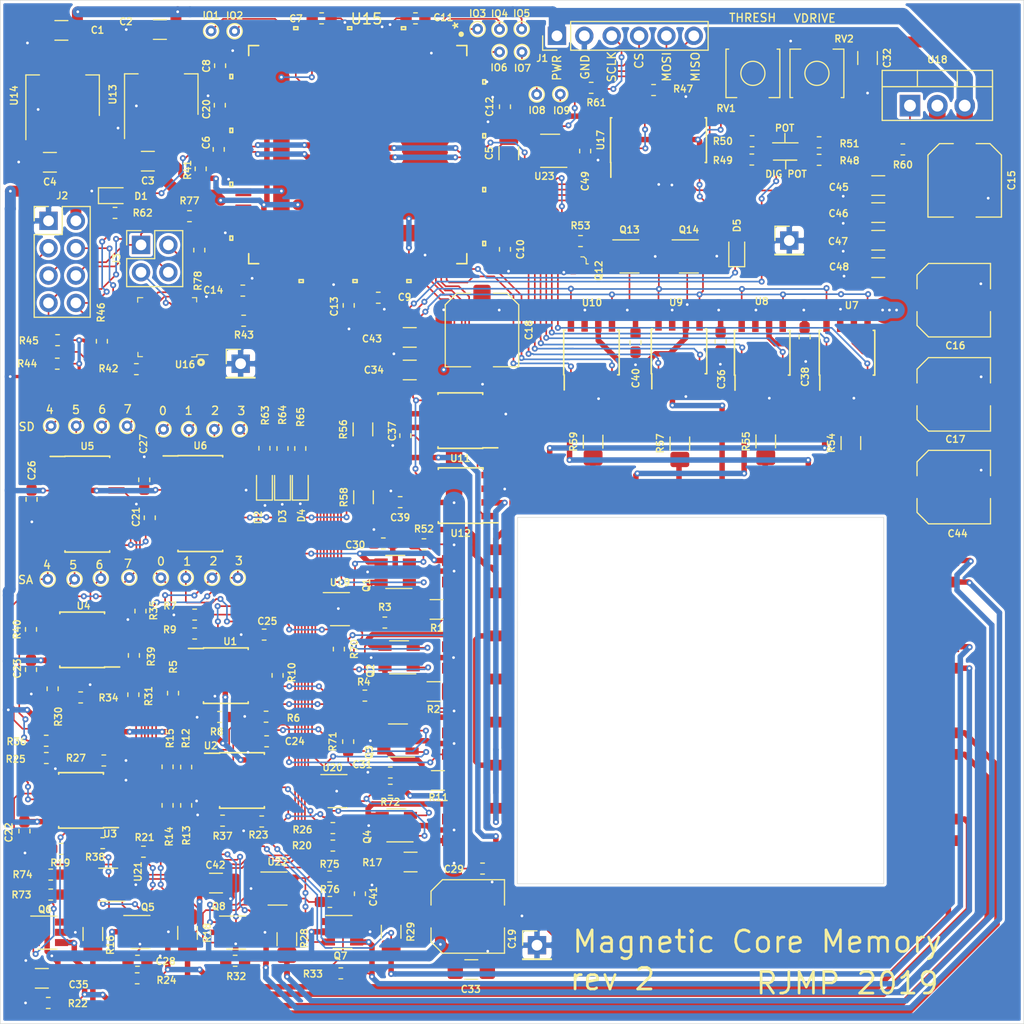
<source format=kicad_pcb>
(kicad_pcb (version 20171130) (host pcbnew "(5.1.0-0)")
  (layers (0 F.Cu signal) (31 B.Cu signal) (34 B.Paste user hide) (35 F.Paste user) (36 B.SilkS user) (37 F.SilkS user) (38 B.Mask user) (39 F.Mask user hide) (44 Edge.Cuts user))
  (net 0 "")
  (net 1 GND)
  (net 2 +1V2)
  (net 3 +3V3)
  (net 4 /controller/GNDPLL)
  (net 5 /controller/VCCPLL)
  (net 6 "Net-(F1-Pad3)")
  (net 7 "Net-(F1-Pad4)")
  (net 8 /DOUT)
  (net 9 /DIN)
  (net 10 /CS)
  (net 11 /SCLK)
  (net 12 /controller/CDONE)
  (net 13 /controller/CRESET_B)
  (net 14 /controller/SPI_SDI)
  (net 15 /controller/SPI_SDO)
  (net 16 /controller/SPI_SCK)
  (net 17 /controller/SPI_SS)
  (net 18 "Net-(Q1-Pad6)")
  (net 19 /S0_P)
  (net 20 Vdrive)
  (net 21 "Net-(Q2-Pad6)")
  (net 22 /S1_P)
  (net 23 "Net-(Q3-Pad6)")
  (net 24 /S2_P)
  (net 25 "Net-(Q4-Pad6)")
  (net 26 /S3_P)
  (net 27 "Net-(Q5-Pad6)")
  (net 28 /S4_P)
  (net 29 "Net-(Q6-Pad6)")
  (net 30 /S5_P)
  (net 31 "Net-(Q7-Pad6)")
  (net 32 /S6_P)
  (net 33 "Net-(Q8-Pad6)")
  (net 34 /S7_P)
  (net 35 /DIR)
  (net 36 "Net-(Q12-Pad3)")
  (net 37 /DRIVE/DIR_F_VD)
  (net 38 /DRIVE/DIR_R_VD)
  (net 39 /S0_N)
  (net 40 /S1_N)
  (net 41 "Net-(R3-Pad1)")
  (net 42 "Net-(R10-Pad1)")
  (net 43 /SENSE_Conditioning/SA0)
  (net 44 /SENSE_Conditioning/SA1)
  (net 45 /S2_N)
  (net 46 "Net-(R12-Pad1)")
  (net 47 /SENSE_Conditioning/SA2)
  (net 48 /S5_N)
  (net 49 /S3_N)
  (net 50 /S4_N)
  (net 51 "Net-(R19-Pad1)")
  (net 52 "Net-(R20-Pad1)")
  (net 53 "Net-(R21-Pad1)")
  (net 54 /S7_N)
  (net 55 /S6_N)
  (net 56 "Net-(R30-Pad1)")
  (net 57 "Net-(R31-Pad1)")
  (net 58 /SENSE_Conditioning/SA5)
  (net 59 /SENSE_Conditioning/SA3)
  (net 60 /SENSE_Conditioning/SA4)
  (net 61 /SENSE_Conditioning/SA6)
  (net 62 /SENSE_Conditioning/SA7)
  (net 63 "Net-(R42-Pad1)")
  (net 64 "Net-(R43-Pad1)")
  (net 65 "Net-(R48-Pad2)")
  (net 66 /VDRIVE_CONTROL)
  (net 67 "Net-(R49-Pad2)")
  (net 68 /SENSE_THRESH)
  (net 69 "Net-(R50-Pad2)")
  (net 70 "Net-(R51-Pad1)")
  (net 71 "Net-(R54-Pad2)")
  (net 72 "Net-(R55-Pad2)")
  (net 73 "Net-(R56-Pad2)")
  (net 74 "Net-(R57-Pad2)")
  (net 75 "Net-(R58-Pad2)")
  (net 76 "Net-(R59-Pad2)")
  (net 77 "Net-(RV2-Pad3)")
  (net 78 /SD6)
  (net 79 /SD7)
  (net 80 /SD4)
  (net 81 /SD5)
  (net 82 /SD2)
  (net 83 /SD3)
  (net 84 /SD1)
  (net 85 /Y0_EN_F)
  (net 86 /Y0_EN_R)
  (net 87 /Y1_EN_F)
  (net 88 /Y1_EN_R)
  (net 89 /Y2_EN_F)
  (net 90 /Y2_EN_R)
  (net 91 /Y3_EN_F)
  (net 92 /Y3_EN_R)
  (net 93 /X0_EN_F)
  (net 94 /X0_EN_R)
  (net 95 /X1_EN_R)
  (net 96 "Net-(U15-Pad137)")
  (net 97 "Net-(U15-Pad136)")
  (net 98 "Net-(U15-Pad135)")
  (net 99 "Net-(U15-Pad134)")
  (net 100 "Net-(U15-Pad133)")
  (net 101 "Net-(U15-Pad130)")
  (net 102 "Net-(U15-Pad125)")
  (net 103 "Net-(U15-Pad122)")
  (net 104 "Net-(U15-Pad109)")
  (net 105 "Net-(U15-Pad101)")
  (net 106 "Net-(U15-Pad95)")
  (net 107 "Net-(U15-Pad94)")
  (net 108 "Net-(U15-Pad77)")
  (net 109 "Net-(U15-Pad64)")
  (net 110 "Net-(U15-Pad63)")
  (net 111 "Net-(U15-Pad62)")
  (net 112 "Net-(U15-Pad61)")
  (net 113 "Net-(U15-Pad60)")
  (net 114 "Net-(U15-Pad58)")
  (net 115 "Net-(U15-Pad56)")
  (net 116 "Net-(U15-Pad55)")
  (net 117 "Net-(U15-Pad52)")
  (net 118 "Net-(U15-Pad51)")
  (net 119 "Net-(U15-Pad50)")
  (net 120 "Net-(U15-Pad48)")
  (net 121 "Net-(U15-Pad47)")
  (net 122 "Net-(U15-Pad45)")
  (net 123 "Net-(U15-Pad44)")
  (net 124 "Net-(U15-Pad43)")
  (net 125 "Net-(U15-Pad42)")
  (net 126 "Net-(U15-Pad41)")
  (net 127 "Net-(U15-Pad39)")
  (net 128 "Net-(U15-Pad38)")
  (net 129 "Net-(U15-Pad37)")
  (net 130 "Net-(U15-Pad36)")
  (net 131 "Net-(U15-Pad35)")
  (net 132 "Net-(U15-Pad32)")
  (net 133 "Net-(U15-Pad31)")
  (net 134 "Net-(U15-Pad29)")
  (net 135 "Net-(U15-Pad28)")
  (net 136 "Net-(U15-Pad26)")
  (net 137 "Net-(U15-Pad25)")
  (net 138 "Net-(U15-Pad24)")
  (net 139 "Net-(U15-Pad23)")
  (net 140 "Net-(U15-Pad22)")
  (net 141 "Net-(U15-Pad21)")
  (net 142 "Net-(U15-Pad20)")
  (net 143 "Net-(U15-Pad19)")
  (net 144 "Net-(U15-Pad18)")
  (net 145 "Net-(U15-Pad17)")
  (net 146 "Net-(U15-Pad16)")
  (net 147 "Net-(U15-Pad15)")
  (net 148 "Net-(U15-Pad12)")
  (net 149 "Net-(U15-Pad11)")
  (net 150 "Net-(U15-Pad10)")
  (net 151 "Net-(U15-Pad9)")
  (net 152 "Net-(U15-Pad8)")
  (net 153 "Net-(U15-Pad7)")
  (net 154 /X0_N)
  (net 155 /X1_N)
  (net 156 /X1_P)
  (net 157 /X0_P)
  (net 158 /POT_SHDN)
  (net 159 /Y3_N)
  (net 160 /Y2_N)
  (net 161 /Y1_N)
  (net 162 /Y0_N)
  (net 163 /Y0_P)
  (net 164 /Y1_P)
  (net 165 /Y2_P)
  (net 166 /Y3_P)
  (net 167 /POT_MOSI)
  (net 168 /POT_SCK)
  (net 169 /POT_CS)
  (net 170 "Net-(F1-Pad12)")
  (net 171 "Net-(F1-Pad10)")
  (net 172 "Net-(F1-Pad16)")
  (net 173 "Net-(F1-Pad11)")
  (net 174 "Net-(F1-Pad22)")
  (net 175 "Net-(F1-Pad17)")
  (net 176 "Net-(F1-Pad18)")
  (net 177 "Net-(F1-Pad21)")
  (net 178 "Net-(U17-Pad13)")
  (net 179 "Net-(U17-Pad10)")
  (net 180 /X1_EN_F)
  (net 181 /SD0)
  (net 182 /SCLK_F)
  (net 183 VBUS)
  (net 184 "Net-(D1-Pad2)")
  (net 185 "Net-(D2-Pad2)")
  (net 186 "Net-(D3-Pad2)")
  (net 187 "Net-(D4-Pad2)")
  (net 188 "Net-(IO1-Pad1)")
  (net 189 "Net-(IO2-Pad1)")
  (net 190 "Net-(IO3-Pad1)")
  (net 191 "Net-(IO4-Pad1)")
  (net 192 "Net-(IO5-Pad1)")
  (net 193 "Net-(IO6-Pad1)")
  (net 194 /controller/LED0)
  (net 195 /controller/LED1)
  (net 196 /controller/LED2)
  (net 197 /controller/LED3)
  (net 198 "Net-(IO7-Pad1)")
  (net 199 "Net-(IO8-Pad1)")
  (net 200 "Net-(IO9-Pad1)")
  (net 201 /SENSE_Conditioning/INHIBIT2n)
  (net 202 /SENSE_Conditioning/INHIBIT0n)
  (net 203 /SENSE_Conditioning/INHIBIT1n)
  (net 204 /SENSE_Conditioning/INHIBIT3n)
  (net 205 /SENSE_Conditioning/INHIBIT4n)
  (net 206 /SENSE_Conditioning/INHIBIT5n)
  (net 207 /SENSE_Conditioning/INHIBIT6n)
  (net 208 /SENSE_Conditioning/INHIBIT7n)
  (net 209 /controller/FLASH_DO)
  (net 210 /controller/FLASH_DI)
  (net 211 "Net-(R77-Pad2)")
  (net 212 "Net-(R78-Pad2)")
  (net 213 "Net-(U15-Pad73)")
  (net 214 /controller/CLKIN)
  (net 215 "Net-(U23-Pad2)")
  (net 216 /INHIBIT0)
  (net 217 /INHIBIT1)
  (net 218 /INHIBIT2)
  (net 219 /INHIBIT3)
  (net 220 /INHIBIT4)
  (net 221 /INHIBIT5)
  (net 222 /INHIBIT6)
  (net 223 /INHIBIT7)
  (net 224 "Net-(U15-Pad93)")
  (net 225 "Net-(D5-Pad1)")
  (module Diode_SMD:D_0603_1608Metric (layer F.Cu) (at 113.3602 58.2422 90)
    (fp_text reference D5 (at 2.3368 0.0254 90) (layer F.SilkS) (effects (font (size 0.635 0.635) (thickness 0.127))))
    (fp_text value CDBU0520)
    (pad 2 smd roundrect (at 0.7875 0 90) (size 0.875 0.95) (layers F.Cu F.Paste F.Mask) (net 3 +3V3))
    (pad 1 smd roundrect (at -0.7875 0 90) (size 0.875 0.95) (layers F.Cu F.Paste F.Mask) (net 225 "Net-(D5-Pad1)"))
  )
  (module Connector_PinHeader_2.54mm:PinHeader_1x01_P2.54mm_Vertical (layer F.Cu) (at 118.237 57.3024)
    (fp_text reference TP19 hide)
    (fp_text value GND)
    (pad 1 thru_hole rect (at 0 0) (size 1.7 1.7) (drill 1) (layers *.Cu *.Mask) (net 1 GND))
  )
  (module Connector_PinHeader_2.54mm:PinHeader_1x01_P2.54mm_Vertical (layer F.Cu) (at 94.8182 122.7074)
    (fp_text reference TP18 hide)
    (fp_text value GND)
    (pad 1 thru_hole rect (at 0 0) (size 1.7 1.7) (drill 1) (layers *.Cu *.Mask) (net 1 GND))
  )
  (module Connector_PinHeader_2.54mm:PinHeader_1x01_P2.54mm_Vertical (layer F.Cu) (at 67.31 68.7324)
    (fp_text reference TP17 hide)
    (fp_text value GND)
    (pad 1 thru_hole rect (at 0 0) (size 1.7 1.7) (drill 1) (layers *.Cu *.Mask) (net 1 GND))
  )
  (module CoreMem:ICE40HX4K-TQ144 (layer F.Cu) (at 78.1812 49.3268 270)
    (fp_text reference U15 (at -12.5984 -0.8128) (layer F.SilkS))
    (fp_text value ICE40HX4K-TQ144 hide)
    (fp_text user * (at -11.9888 -9.381 270) (layer F.SilkS))
    (pad 144 smd rect (at -8.75 -10.6172 270) (size 0.2286 1.4732) (layers F.Cu F.Paste F.Mask) (net 198 "Net-(IO7-Pad1)"))
    (pad 143 smd rect (at -8.250001 -10.6172 270) (size 0.2286 1.4732) (layers F.Cu F.Paste F.Mask) (net 10 /CS))
    (pad 142 smd rect (at -7.75 -10.6172 270) (size 0.2286 1.4732) (layers F.Cu F.Paste F.Mask) (net 9 /DIN))
    (pad 141 smd rect (at -7.250001 -10.6172 270) (size 0.2286 1.4732) (layers F.Cu F.Paste F.Mask) (net 8 /DOUT))
    (pad 140 smd rect (at -6.749999 -10.6172 270) (size 0.2286 1.4732) (layers F.Cu F.Paste F.Mask) (net 1 GND))
    (pad 139 smd rect (at -6.25 -10.6172 270) (size 0.2286 1.4732) (layers F.Cu F.Paste F.Mask) (net 199 "Net-(IO8-Pad1)"))
    (pad 138 smd rect (at -5.750001 -10.6172 270) (size 0.2286 1.4732) (layers F.Cu F.Paste F.Mask) (net 200 "Net-(IO9-Pad1)"))
    (pad 137 smd rect (at -5.25 -10.6172 270) (size 0.2286 1.4732) (layers F.Cu F.Paste F.Mask) (net 96 "Net-(U15-Pad137)"))
    (pad 136 smd rect (at -4.750001 -10.6172 270) (size 0.2286 1.4732) (layers F.Cu F.Paste F.Mask) (net 97 "Net-(U15-Pad136)"))
    (pad 135 smd rect (at -4.249999 -10.6172 270) (size 0.2286 1.4732) (layers F.Cu F.Paste F.Mask) (net 98 "Net-(U15-Pad135)"))
    (pad 134 smd rect (at -3.75 -10.6172 270) (size 0.2286 1.4732) (layers F.Cu F.Paste F.Mask) (net 99 "Net-(U15-Pad134)"))
    (pad 133 smd rect (at -3.250001 -10.6172 270) (size 0.2286 1.4732) (layers F.Cu F.Paste F.Mask) (net 100 "Net-(U15-Pad133)"))
    (pad 132 smd rect (at -2.75 -10.6172 270) (size 0.2286 1.4732) (layers F.Cu F.Paste F.Mask) (net 1 GND))
    (pad 131 smd rect (at -2.250001 -10.6172 270) (size 0.2286 1.4732) (layers F.Cu F.Paste F.Mask) (net 3 +3V3))
    (pad 130 smd rect (at -1.749999 -10.6172 270) (size 0.2286 1.4732) (layers F.Cu F.Paste F.Mask) (net 101 "Net-(U15-Pad130)"))
    (pad 129 smd rect (at -1.25 -10.6172 270) (size 0.2286 1.4732) (layers F.Cu F.Paste F.Mask) (net 182 /SCLK_F))
    (pad 128 smd rect (at -0.750001 -10.6172 270) (size 0.2286 1.4732) (layers F.Cu F.Paste F.Mask) (net 214 /controller/CLKIN))
    (pad 127 smd rect (at -0.25 -10.6172 270) (size 0.2286 1.4732) (layers F.Cu F.Paste F.Mask) (net 4 /controller/GNDPLL))
    (pad 126 smd rect (at 0.25 -10.6172 270) (size 0.2286 1.4732) (layers F.Cu F.Paste F.Mask) (net 5 /controller/VCCPLL))
    (pad 125 smd rect (at 0.750001 -10.6172 270) (size 0.2286 1.4732) (layers F.Cu F.Paste F.Mask) (net 102 "Net-(U15-Pad125)"))
    (pad 124 smd rect (at 1.25 -10.6172 270) (size 0.2286 1.4732) (layers F.Cu F.Paste F.Mask) (net 35 /DIR))
    (pad 123 smd rect (at 1.749999 -10.6172 270) (size 0.2286 1.4732) (layers F.Cu F.Paste F.Mask) (net 3 +3V3))
    (pad 122 smd rect (at 2.250001 -10.6172 270) (size 0.2286 1.4732) (layers F.Cu F.Paste F.Mask) (net 103 "Net-(U15-Pad122)"))
    (pad 121 smd rect (at 2.75 -10.6172 270) (size 0.2286 1.4732) (layers F.Cu F.Paste F.Mask) (net 158 /POT_SHDN))
    (pad 120 smd rect (at 3.250001 -10.6172 270) (size 0.2286 1.4732) (layers F.Cu F.Paste F.Mask) (net 169 /POT_CS))
    (pad 119 smd rect (at 3.75 -10.6172 270) (size 0.2286 1.4732) (layers F.Cu F.Paste F.Mask) (net 168 /POT_SCK))
    (pad 118 smd rect (at 4.249999 -10.6172 270) (size 0.2286 1.4732) (layers F.Cu F.Paste F.Mask) (net 167 /POT_MOSI))
    (pad 117 smd rect (at 4.750001 -10.6172 270) (size 0.2286 1.4732) (layers F.Cu F.Paste F.Mask) (net 85 /Y0_EN_F))
    (pad 116 smd rect (at 5.25 -10.6172 270) (size 0.2286 1.4732) (layers F.Cu F.Paste F.Mask) (net 86 /Y0_EN_R))
    (pad 115 smd rect (at 5.750001 -10.6172 270) (size 0.2286 1.4732) (layers F.Cu F.Paste F.Mask) (net 87 /Y1_EN_F))
    (pad 114 smd rect (at 6.25 -10.6172 270) (size 0.2286 1.4732) (layers F.Cu F.Paste F.Mask) (net 88 /Y1_EN_R))
    (pad 113 smd rect (at 6.749999 -10.6172 270) (size 0.2286 1.4732) (layers F.Cu F.Paste F.Mask) (net 89 /Y2_EN_F))
    (pad 112 smd rect (at 7.250001 -10.6172 270) (size 0.2286 1.4732) (layers F.Cu F.Paste F.Mask) (net 90 /Y2_EN_R))
    (pad 111 smd rect (at 7.75 -10.6172 270) (size 0.2286 1.4732) (layers F.Cu F.Paste F.Mask) (net 2 +1V2))
    (pad 110 smd rect (at 8.250001 -10.6172 270) (size 0.2286 1.4732) (layers F.Cu F.Paste F.Mask) (net 91 /Y3_EN_F))
    (pad 109 smd rect (at 8.75 -10.6172 270) (size 0.2286 1.4732) (layers F.Cu F.Paste F.Mask) (net 104 "Net-(U15-Pad109)"))
    (pad 108 smd rect (at 10.6172 -8.75) (size 0.2286 1.4732) (layers F.Cu F.Paste F.Mask) (net 225 "Net-(D5-Pad1)"))
    (pad 107 smd rect (at 10.6172 -8.250001) (size 0.2286 1.4732) (layers F.Cu F.Paste F.Mask) (net 92 /Y3_EN_R))
    (pad 106 smd rect (at 10.6172 -7.75) (size 0.2286 1.4732) (layers F.Cu F.Paste F.Mask) (net 93 /X0_EN_F))
    (pad 105 smd rect (at 10.6172 -7.250001) (size 0.2286 1.4732) (layers F.Cu F.Paste F.Mask) (net 94 /X0_EN_R))
    (pad 104 smd rect (at 10.6172 -6.749999) (size 0.2286 1.4732) (layers F.Cu F.Paste F.Mask) (net 180 /X1_EN_F))
    (pad 103 smd rect (at 10.6172 -6.25) (size 0.2286 1.4732) (layers F.Cu F.Paste F.Mask) (net 1 GND))
    (pad 102 smd rect (at 10.6172 -5.750001) (size 0.2286 1.4732) (layers F.Cu F.Paste F.Mask) (net 95 /X1_EN_R))
    (pad 101 smd rect (at 10.6172 -5.25) (size 0.2286 1.4732) (layers F.Cu F.Paste F.Mask) (net 105 "Net-(U15-Pad101)"))
    (pad 100 smd rect (at 10.6172 -4.750001) (size 0.2286 1.4732) (layers F.Cu F.Paste F.Mask) (net 3 +3V3))
    (pad 99 smd rect (at 10.6172 -4.249999) (size 0.2286 1.4732) (layers F.Cu F.Paste F.Mask) (net 216 /INHIBIT0))
    (pad 98 smd rect (at 10.6172 -3.75) (size 0.2286 1.4732) (layers F.Cu F.Paste F.Mask) (net 217 /INHIBIT1))
    (pad 97 smd rect (at 10.6172 -3.250001) (size 0.2286 1.4732) (layers F.Cu F.Paste F.Mask) (net 218 /INHIBIT2))
    (pad 96 smd rect (at 10.6172 -2.75) (size 0.2286 1.4732) (layers F.Cu F.Paste F.Mask) (net 219 /INHIBIT3))
    (pad 95 smd rect (at 10.6172 -2.250001) (size 0.2286 1.4732) (layers F.Cu F.Paste F.Mask) (net 106 "Net-(U15-Pad95)"))
    (pad 94 smd rect (at 10.6172 -1.749999) (size 0.2286 1.4732) (layers F.Cu F.Paste F.Mask) (net 107 "Net-(U15-Pad94)"))
    (pad 93 smd rect (at 10.6172 -1.25) (size 0.2286 1.4732) (layers F.Cu F.Paste F.Mask) (net 224 "Net-(U15-Pad93)"))
    (pad 92 smd rect (at 10.6172 -0.750001) (size 0.2286 1.4732) (layers F.Cu F.Paste F.Mask) (net 2 +1V2))
    (pad 91 smd rect (at 10.6172 -0.25) (size 0.2286 1.4732) (layers F.Cu F.Paste F.Mask) (net 222 /INHIBIT6))
    (pad 90 smd rect (at 10.6172 0.25) (size 0.2286 1.4732) (layers F.Cu F.Paste F.Mask) (net 223 /INHIBIT7))
    (pad 89 smd rect (at 10.6172 0.750001) (size 0.2286 1.4732) (layers F.Cu F.Paste F.Mask) (net 3 +3V3))
    (pad 88 smd rect (at 10.6172 1.25) (size 0.2286 1.4732) (layers F.Cu F.Paste F.Mask) (net 220 /INHIBIT4))
    (pad 87 smd rect (at 10.6172 1.749999) (size 0.2286 1.4732) (layers F.Cu F.Paste F.Mask) (net 221 /INHIBIT5))
    (pad 86 smd rect (at 10.6172 2.250001) (size 0.2286 1.4732) (layers F.Cu F.Paste F.Mask) (net 1 GND))
    (pad 85 smd rect (at 10.6172 2.75) (size 0.2286 1.4732) (layers F.Cu F.Paste F.Mask) (net 197 /controller/LED3))
    (pad 84 smd rect (at 10.6172 3.250001) (size 0.2286 1.4732) (layers F.Cu F.Paste F.Mask) (net 196 /controller/LED2))
    (pad 83 smd rect (at 10.6172 3.75) (size 0.2286 1.4732) (layers F.Cu F.Paste F.Mask) (net 195 /controller/LED1))
    (pad 82 smd rect (at 10.6172 4.249999) (size 0.2286 1.4732) (layers F.Cu F.Paste F.Mask) (net 83 /SD3))
    (pad 81 smd rect (at 10.6172 4.750001) (size 0.2286 1.4732) (layers F.Cu F.Paste F.Mask) (net 82 /SD2))
    (pad 80 smd rect (at 10.6172 5.25) (size 0.2286 1.4732) (layers F.Cu F.Paste F.Mask) (net 84 /SD1))
    (pad 79 smd rect (at 10.6172 5.750001) (size 0.2286 1.4732) (layers F.Cu F.Paste F.Mask) (net 181 /SD0))
    (pad 78 smd rect (at 10.6172 6.25) (size 0.2286 1.4732) (layers F.Cu F.Paste F.Mask) (net 79 /SD7))
    (pad 77 smd rect (at 10.6172 6.749999) (size 0.2286 1.4732) (layers F.Cu F.Paste F.Mask) (net 108 "Net-(U15-Pad77)"))
    (pad 76 smd rect (at 10.6172 7.250001) (size 0.2286 1.4732) (layers F.Cu F.Paste F.Mask) (net 78 /SD6))
    (pad 75 smd rect (at 10.6172 7.75) (size 0.2286 1.4732) (layers F.Cu F.Paste F.Mask) (net 81 /SD5))
    (pad 74 smd rect (at 10.6172 8.250001) (size 0.2286 1.4732) (layers F.Cu F.Paste F.Mask) (net 80 /SD4))
    (pad 73 smd rect (at 10.6172 8.75) (size 0.2286 1.4732) (layers F.Cu F.Paste F.Mask) (net 213 "Net-(U15-Pad73)"))
    (pad 72 smd rect (at 8.75 10.6172 270) (size 0.2286 1.4732) (layers F.Cu F.Paste F.Mask) (net 3 +3V3))
    (pad 71 smd rect (at 8.250001 10.6172 270) (size 0.2286 1.4732) (layers F.Cu F.Paste F.Mask) (net 17 /controller/SPI_SS))
    (pad 70 smd rect (at 7.75 10.6172 270) (size 0.2286 1.4732) (layers F.Cu F.Paste F.Mask) (net 212 "Net-(R78-Pad2)"))
    (pad 69 smd rect (at 7.250001 10.6172 270) (size 0.2286 1.4732) (layers F.Cu F.Paste F.Mask) (net 1 GND))
    (pad 68 smd rect (at 6.749999 10.6172 270) (size 0.2286 1.4732) (layers F.Cu F.Paste F.Mask) (net 14 /controller/SPI_SDI))
    (pad 67 smd rect (at 6.25 10.6172 270) (size 0.2286 1.4732) (layers F.Cu F.Paste F.Mask) (net 211 "Net-(R77-Pad2)"))
    (pad 66 smd rect (at 5.750001 10.6172 270) (size 0.2286 1.4732) (layers F.Cu F.Paste F.Mask) (net 13 /controller/CRESET_B))
    (pad 65 smd rect (at 5.25 10.6172 270) (size 0.2286 1.4732) (layers F.Cu F.Paste F.Mask) (net 12 /controller/CDONE))
    (pad 64 smd rect (at 4.750001 10.6172 270) (size 0.2286 1.4732) (layers F.Cu F.Paste F.Mask) (net 109 "Net-(U15-Pad64)"))
    (pad 63 smd rect (at 4.249999 10.6172 270) (size 0.2286 1.4732) (layers F.Cu F.Paste F.Mask) (net 110 "Net-(U15-Pad63)"))
    (pad 62 smd rect (at 3.75 10.6172 270) (size 0.2286 1.4732) (layers F.Cu F.Paste F.Mask) (net 111 "Net-(U15-Pad62)"))
    (pad 61 smd rect (at 3.250001 10.6172 270) (size 0.2286 1.4732) (layers F.Cu F.Paste F.Mask) (net 112 "Net-(U15-Pad61)"))
    (pad 60 smd rect (at 2.75 10.6172 270) (size 0.2286 1.4732) (layers F.Cu F.Paste F.Mask) (net 113 "Net-(U15-Pad60)"))
    (pad 59 smd rect (at 2.250001 10.6172 270) (size 0.2286 1.4732) (layers F.Cu F.Paste F.Mask) (net 1 GND))
    (pad 58 smd rect (at 1.749999 10.6172 270) (size 0.2286 1.4732) (layers F.Cu F.Paste F.Mask) (net 114 "Net-(U15-Pad58)"))
    (pad 57 smd rect (at 1.25 10.6172 270) (size 0.2286 1.4732) (layers F.Cu F.Paste F.Mask) (net 3 +3V3))
    (pad 56 smd rect (at 0.750001 10.6172 270) (size 0.2286 1.4732) (layers F.Cu F.Paste F.Mask) (net 115 "Net-(U15-Pad56)"))
    (pad 55 smd rect (at 0.25 10.6172 270) (size 0.2286 1.4732) (layers F.Cu F.Paste F.Mask) (net 116 "Net-(U15-Pad55)"))
    (pad 54 smd rect (at -0.25 10.6172 270) (size 0.2286 1.4732) (layers F.Cu F.Paste F.Mask) (net 5 /controller/VCCPLL))
    (pad 53 smd rect (at -0.750001 10.6172 270) (size 0.2286 1.4732) (layers F.Cu F.Paste F.Mask) (net 4 /controller/GNDPLL))
    (pad 52 smd rect (at -1.25 10.6172 270) (size 0.2286 1.4732) (layers F.Cu F.Paste F.Mask) (net 117 "Net-(U15-Pad52)"))
    (pad 51 smd rect (at -1.749999 10.6172 270) (size 0.2286 1.4732) (layers F.Cu F.Paste F.Mask) (net 118 "Net-(U15-Pad51)"))
    (pad 50 smd rect (at -2.250001 10.6172 270) (size 0.2286 1.4732) (layers F.Cu F.Paste F.Mask) (net 119 "Net-(U15-Pad50)"))
    (pad 49 smd rect (at -2.75 10.6172 270) (size 0.2286 1.4732) (layers F.Cu F.Paste F.Mask) (net 194 /controller/LED0))
    (pad 48 smd rect (at -3.250001 10.6172 270) (size 0.2286 1.4732) (layers F.Cu F.Paste F.Mask) (net 120 "Net-(U15-Pad48)"))
    (pad 47 smd rect (at -3.75 10.6172 270) (size 0.2286 1.4732) (layers F.Cu F.Paste F.Mask) (net 121 "Net-(U15-Pad47)"))
    (pad 46 smd rect (at -4.249999 10.6172 270) (size 0.2286 1.4732) (layers F.Cu F.Paste F.Mask) (net 3 +3V3))
    (pad 45 smd rect (at -4.750001 10.6172 270) (size 0.2286 1.4732) (layers F.Cu F.Paste F.Mask) (net 122 "Net-(U15-Pad45)"))
    (pad 44 smd rect (at -5.25 10.6172 270) (size 0.2286 1.4732) (layers F.Cu F.Paste F.Mask) (net 123 "Net-(U15-Pad44)"))
    (pad 43 smd rect (at -5.750001 10.6172 270) (size 0.2286 1.4732) (layers F.Cu F.Paste F.Mask) (net 124 "Net-(U15-Pad43)"))
    (pad 42 smd rect (at -6.25 10.6172 270) (size 0.2286 1.4732) (layers F.Cu F.Paste F.Mask) (net 125 "Net-(U15-Pad42)"))
    (pad 41 smd rect (at -6.749999 10.6172 270) (size 0.2286 1.4732) (layers F.Cu F.Paste F.Mask) (net 126 "Net-(U15-Pad41)"))
    (pad 40 smd rect (at -7.250001 10.6172 270) (size 0.2286 1.4732) (layers F.Cu F.Paste F.Mask) (net 2 +1V2))
    (pad 39 smd rect (at -7.75 10.6172 270) (size 0.2286 1.4732) (layers F.Cu F.Paste F.Mask) (net 127 "Net-(U15-Pad39)"))
    (pad 38 smd rect (at -8.250001 10.6172 270) (size 0.2286 1.4732) (layers F.Cu F.Paste F.Mask) (net 128 "Net-(U15-Pad38)"))
    (pad 37 smd rect (at -8.75 10.6172 270) (size 0.2286 1.4732) (layers F.Cu F.Paste F.Mask) (net 129 "Net-(U15-Pad37)"))
    (pad 36 smd rect (at -10.6172 8.75) (size 0.2286 1.4732) (layers F.Cu F.Paste F.Mask) (net 130 "Net-(U15-Pad36)"))
    (pad 35 smd rect (at -10.6172 8.249999) (size 0.2286 1.4732) (layers F.Cu F.Paste F.Mask) (net 131 "Net-(U15-Pad35)"))
    (pad 34 smd rect (at -10.6172 7.75) (size 0.2286 1.4732) (layers F.Cu F.Paste F.Mask) (net 189 "Net-(IO2-Pad1)"))
    (pad 33 smd rect (at -10.6172 7.250001) (size 0.2286 1.4732) (layers F.Cu F.Paste F.Mask) (net 188 "Net-(IO1-Pad1)"))
    (pad 32 smd rect (at -10.6172 6.749999) (size 0.2286 1.4732) (layers F.Cu F.Paste F.Mask) (net 132 "Net-(U15-Pad32)"))
    (pad 31 smd rect (at -10.6172 6.25) (size 0.2286 1.4732) (layers F.Cu F.Paste F.Mask) (net 133 "Net-(U15-Pad31)"))
    (pad 30 smd rect (at -10.6172 5.749999) (size 0.2286 1.4732) (layers F.Cu F.Paste F.Mask) (net 3 +3V3))
    (pad 29 smd rect (at -10.6172 5.25) (size 0.2286 1.4732) (layers F.Cu F.Paste F.Mask) (net 134 "Net-(U15-Pad29)"))
    (pad 28 smd rect (at -10.6172 4.750001) (size 0.2286 1.4732) (layers F.Cu F.Paste F.Mask) (net 135 "Net-(U15-Pad28)"))
    (pad 27 smd rect (at -10.6172 4.249999) (size 0.2286 1.4732) (layers F.Cu F.Paste F.Mask) (net 2 +1V2))
    (pad 26 smd rect (at -10.6172 3.75) (size 0.2286 1.4732) (layers F.Cu F.Paste F.Mask) (net 136 "Net-(U15-Pad26)"))
    (pad 25 smd rect (at -10.6172 3.249999) (size 0.2286 1.4732) (layers F.Cu F.Paste F.Mask) (net 137 "Net-(U15-Pad25)"))
    (pad 24 smd rect (at -10.6172 2.75) (size 0.2286 1.4732) (layers F.Cu F.Paste F.Mask) (net 138 "Net-(U15-Pad24)"))
    (pad 23 smd rect (at -10.6172 2.250001) (size 0.2286 1.4732) (layers F.Cu F.Paste F.Mask) (net 139 "Net-(U15-Pad23)"))
    (pad 22 smd rect (at -10.6172 1.749999) (size 0.2286 1.4732) (layers F.Cu F.Paste F.Mask) (net 140 "Net-(U15-Pad22)"))
    (pad 21 smd rect (at -10.6172 1.25) (size 0.2286 1.4732) (layers F.Cu F.Paste F.Mask) (net 141 "Net-(U15-Pad21)"))
    (pad 20 smd rect (at -10.6172 0.749998) (size 0.2286 1.4732) (layers F.Cu F.Paste F.Mask) (net 142 "Net-(U15-Pad20)"))
    (pad 19 smd rect (at -10.6172 0.25) (size 0.2286 1.4732) (layers F.Cu F.Paste F.Mask) (net 143 "Net-(U15-Pad19)"))
    (pad 18 smd rect (at -10.6172 -0.25) (size 0.2286 1.4732) (layers F.Cu F.Paste F.Mask) (net 144 "Net-(U15-Pad18)"))
    (pad 17 smd rect (at -10.6172 -0.750001) (size 0.2286 1.4732) (layers F.Cu F.Paste F.Mask) (net 145 "Net-(U15-Pad17)"))
    (pad 16 smd rect (at -10.6172 -1.25) (size 0.2286 1.4732) (layers F.Cu F.Paste F.Mask) (net 146 "Net-(U15-Pad16)"))
    (pad 15 smd rect (at -10.6172 -1.749999) (size 0.2286 1.4732) (layers F.Cu F.Paste F.Mask) (net 147 "Net-(U15-Pad15)"))
    (pad 14 smd rect (at -10.6172 -2.250001) (size 0.2286 1.4732) (layers F.Cu F.Paste F.Mask) (net 1 GND))
    (pad 13 smd rect (at -10.6172 -2.75) (size 0.2286 1.4732) (layers F.Cu F.Paste F.Mask) (net 1 GND))
    (pad 12 smd rect (at -10.6172 -3.250001) (size 0.2286 1.4732) (layers F.Cu F.Paste F.Mask) (net 148 "Net-(U15-Pad12)"))
    (pad 11 smd rect (at -10.6172 -3.75) (size 0.2286 1.4732) (layers F.Cu F.Paste F.Mask) (net 149 "Net-(U15-Pad11)"))
    (pad 10 smd rect (at -10.6172 -4.249999) (size 0.2286 1.4732) (layers F.Cu F.Paste F.Mask) (net 150 "Net-(U15-Pad10)"))
    (pad 9 smd rect (at -10.6172 -4.750001) (size 0.2286 1.4732) (layers F.Cu F.Paste F.Mask) (net 151 "Net-(U15-Pad9)"))
    (pad 8 smd rect (at -10.6172 -5.25) (size 0.2286 1.4732) (layers F.Cu F.Paste F.Mask) (net 152 "Net-(U15-Pad8)"))
    (pad 7 smd rect (at -10.6172 -5.750001) (size 0.2286 1.4732) (layers F.Cu F.Paste F.Mask) (net 153 "Net-(U15-Pad7)"))
    (pad 6 smd rect (at -10.6172 -6.25) (size 0.2286 1.4732) (layers F.Cu F.Paste F.Mask) (net 3 +3V3))
    (pad 5 smd rect (at -10.6172 -6.749999) (size 0.2286 1.4732) (layers F.Cu F.Paste F.Mask) (net 1 GND))
    (pad 4 smd rect (at -10.6172 -7.250001) (size 0.2286 1.4732) (layers F.Cu F.Paste F.Mask) (net 192 "Net-(IO5-Pad1)"))
    (pad 3 smd rect (at -10.6172 -7.75) (size 0.2286 1.4732) (layers F.Cu F.Paste F.Mask) (net 191 "Net-(IO4-Pad1)"))
    (pad 2 smd rect (at -10.6172 -8.250001) (size 0.2286 1.4732) (layers F.Cu F.Paste F.Mask) (net 190 "Net-(IO3-Pad1)"))
    (pad 1 smd rect (at -10.6172 -8.75) (size 0.2286 1.4732) (layers F.Cu F.Paste F.Mask) (net 193 "Net-(IO6-Pad1)"))
  )
  (module digikey-footprints:SOIC-8_W5.6mm (layer F.Cu) (at 60.5028 65.3542 90)
    (fp_text reference U16 (at -3.4544 1.651 180) (layer F.SilkS) (effects (font (size 0.635 0.635) (thickness 0.127))))
    (fp_text value W25Q32JVSSIQ_TR)
    (pad 8 smd rect (at -1.905 -3.65 90) (size 0.65 1.7) (layers F.Cu F.Paste F.Mask) (net 3 +3V3))
    (pad 7 smd rect (at -0.635 -3.65 90) (size 0.65 1.7) (layers F.Cu F.Paste F.Mask) (net 63 "Net-(R42-Pad1)"))
    (pad 6 smd rect (at 0.635 -3.65 90) (size 0.65 1.7) (layers F.Cu F.Paste F.Mask) (net 16 /controller/SPI_SCK))
    (pad 5 smd rect (at 1.905 -3.65 90) (size 0.65 1.7) (layers F.Cu F.Paste F.Mask) (net 210 /controller/FLASH_DI))
    (pad 4 smd rect (at 1.905 3.65 90) (size 0.65 1.7) (layers F.Cu F.Paste F.Mask) (net 1 GND))
    (pad 3 smd rect (at 0.635 3.65 90) (size 0.65 1.7) (layers F.Cu F.Paste F.Mask) (net 64 "Net-(R43-Pad1)"))
    (pad 2 smd rect (at -0.635 3.65 90) (size 0.65 1.7) (layers F.Cu F.Paste F.Mask) (net 209 /controller/FLASH_DO))
    (pad 1 smd rect (at -1.905 3.65 90) (size 0.65 1.7) (layers F.Cu F.Paste F.Mask) (net 17 /controller/SPI_SS))
  )
  (module Resistor_SMD:R_0603_1608Metric_Pad1.05x0.95mm_HandSolder (layer F.Cu) (at 62.5602 55.0418)
    (fp_text reference R77 (at 0 -1.43) (layer F.SilkS) (effects (font (size 0.635 0.635) (thickness 0.127))))
    (fp_text value 100)
    (pad 2 smd roundrect (at 0.875 0) (size 1.05 0.95) (layers F.Cu F.Paste F.Mask) (net 211 "Net-(R77-Pad2)"))
    (pad 1 smd roundrect (at -0.875 0) (size 1.05 0.95) (layers F.Cu F.Paste F.Mask) (net 15 /controller/SPI_SDO))
  )
  (module Package_SO:SOIC-14_3.9x8.7mm_P1.27mm (layer F.Cu) (at 106.0958 47.9806 90)
    (fp_text reference U17 (at 0 -5.375 90) (layer F.SilkS) (effects (font (size 0.635 0.635) (thickness 0.127))))
    (fp_text value MCP42010)
    (pad 14 smd rect (at 2.7 -3.81 90) (size 1.5 0.6) (layers F.Cu F.Paste F.Mask) (net 3 +3V3))
    (pad 13 smd rect (at 2.7 -2.54 90) (size 1.5 0.6) (layers F.Cu F.Paste F.Mask) (net 178 "Net-(U17-Pad13)"))
    (pad 12 smd rect (at 2.7 -1.27 90) (size 1.5 0.6) (layers F.Cu F.Paste F.Mask) (net 158 /POT_SHDN))
    (pad 11 smd rect (at 2.7 0 90) (size 1.5 0.6) (layers F.Cu F.Paste F.Mask) (net 3 +3V3))
    (pad 10 smd rect (at 2.7 1.27 90) (size 1.5 0.6) (layers F.Cu F.Paste F.Mask) (net 179 "Net-(U17-Pad10)"))
    (pad 9 smd rect (at 2.7 2.54 90) (size 1.5 0.6) (layers F.Cu F.Paste F.Mask) (net 1 GND))
    (pad 8 smd rect (at 2.7 3.81 90) (size 1.5 0.6) (layers F.Cu F.Paste F.Mask) (net 65 "Net-(R48-Pad2)"))
    (pad 7 smd rect (at -2.7 3.81 90) (size 1.5 0.6) (layers F.Cu F.Paste F.Mask) (net 3 +3V3))
    (pad 6 smd rect (at -2.7 2.54 90) (size 1.5 0.6) (layers F.Cu F.Paste F.Mask) (net 67 "Net-(R49-Pad2)"))
    (pad 5 smd rect (at -2.7 1.27 90) (size 1.5 0.6) (layers F.Cu F.Paste F.Mask) (net 1 GND))
    (pad 4 smd rect (at -2.7 0 90) (size 1.5 0.6) (layers F.Cu F.Paste F.Mask) (net 1 GND))
    (pad 3 smd rect (at -2.7 -1.27 90) (size 1.5 0.6) (layers F.Cu F.Paste F.Mask) (net 167 /POT_MOSI))
    (pad 2 smd rect (at -2.7 -2.54 90) (size 1.5 0.6) (layers F.Cu F.Paste F.Mask) (net 168 /POT_SCK))
    (pad 1 smd rect (at -2.7 -3.81 90) (size 1.5 0.6) (layers F.Cu F.Paste F.Mask) (net 169 /POT_CS))
  )
  (module LED_SMD:LED_0603_1608Metric (layer F.Cu) (at 71.1962 79.9084 90)
    (fp_text reference D3 (at -2.9972 0 90) (layer F.SilkS) (effects (font (size 0.635 0.635) (thickness 0.127))))
    (fp_text value LED)
    (pad 2 smd roundrect (at 0.7875 0 90) (size 0.875 0.95) (layers F.Cu F.Paste F.Mask) (net 186 "Net-(D3-Pad2)"))
    (pad 1 smd roundrect (at -0.7875 0 90) (size 0.875 0.95) (layers F.Cu F.Paste F.Mask) (net 1 GND))
  )
  (module LED_SMD:LED_0603_1608Metric (layer F.Cu) (at 72.8472 79.9084 90)
    (fp_text reference D4 (at -2.921 0.1016 90) (layer F.SilkS) (effects (font (size 0.635 0.635) (thickness 0.127))))
    (fp_text value LED)
    (pad 2 smd roundrect (at 0.7875 0 90) (size 0.875 0.95) (layers F.Cu F.Paste F.Mask) (net 187 "Net-(D4-Pad2)"))
    (pad 1 smd roundrect (at -0.7875 0 90) (size 0.875 0.95) (layers F.Cu F.Paste F.Mask) (net 1 GND))
  )
  (module LED_SMD:LED_0603_1608Metric (layer F.Cu) (at 69.5198 79.9084 90)
    (fp_text reference D2 (at -3.0988 -0.5842 90) (layer F.SilkS) (effects (font (size 0.635 0.635) (thickness 0.127))))
    (fp_text value LED)
    (pad 2 smd roundrect (at 0.7875 0 90) (size 0.875 0.95) (layers F.Cu F.Paste F.Mask) (net 185 "Net-(D2-Pad2)"))
    (pad 1 smd roundrect (at -0.7875 0 90) (size 0.875 0.95) (layers F.Cu F.Paste F.Mask) (net 1 GND))
  )
  (module LED_SMD:LED_0603_1608Metric (layer F.Cu) (at 55.6006 53.1368)
    (fp_text reference D1 (at 2.4638 0.0508) (layer F.SilkS) (effects (font (size 0.635 0.635) (thickness 0.127))))
    (fp_text value LED)
    (pad 2 smd roundrect (at 0.7875 0) (size 0.875 0.95) (layers F.Cu F.Paste F.Mask) (net 184 "Net-(D1-Pad2)"))
    (pad 1 smd roundrect (at -0.7875 0) (size 0.875 0.95) (layers F.Cu F.Paste F.Mask) (net 1 GND))
  )
  (module Resistor_SMD:R_0603_1608Metric_Pad1.05x0.95mm_HandSolder (layer F.Cu) (at 72.8472 76.6064 270)
    (fp_text reference R65 (at -2.921 -0.0254 270) (layer F.SilkS) (effects (font (size 0.635 0.635) (thickness 0.127))))
    (fp_text value 261)
    (pad 2 smd roundrect (at 0.875 0 270) (size 1.05 0.95) (layers F.Cu F.Paste F.Mask) (net 187 "Net-(D4-Pad2)"))
    (pad 1 smd roundrect (at -0.875 0 270) (size 1.05 0.95) (layers F.Cu F.Paste F.Mask) (net 197 /controller/LED3))
  )
  (module Resistor_SMD:R_0603_1608Metric_Pad1.05x0.95mm_HandSolder (layer F.Cu) (at 55.6514 54.737 180)
    (fp_text reference R62 (at -2.5654 0 180) (layer F.SilkS) (effects (font (size 0.635 0.635) (thickness 0.127))))
    (fp_text value 261)
    (pad 2 smd roundrect (at 0.875 0 180) (size 1.05 0.95) (layers F.Cu F.Paste F.Mask) (net 184 "Net-(D1-Pad2)"))
    (pad 1 smd roundrect (at -0.875 0 180) (size 1.05 0.95) (layers F.Cu F.Paste F.Mask) (net 194 /controller/LED0))
  )
  (module Resistor_SMD:R_0603_1608Metric_Pad1.05x0.95mm_HandSolder (layer F.Cu) (at 69.5198 76.581 270)
    (fp_text reference R63 (at -3.048 -0.0762 270) (layer F.SilkS) (effects (font (size 0.635 0.635) (thickness 0.127))))
    (fp_text value 261)
    (pad 2 smd roundrect (at 0.875 0 270) (size 1.05 0.95) (layers F.Cu F.Paste F.Mask) (net 185 "Net-(D2-Pad2)"))
    (pad 1 smd roundrect (at -0.875 0 270) (size 1.05 0.95) (layers F.Cu F.Paste F.Mask) (net 195 /controller/LED1))
  )
  (module Resistor_SMD:R_0603_1608Metric_Pad1.05x0.95mm_HandSolder (layer F.Cu) (at 71.1962 76.6064 270)
    (fp_text reference R64 (at -3.1142 -0.0036 270) (layer F.SilkS) (effects (font (size 0.635 0.635) (thickness 0.127))))
    (fp_text value 261)
    (pad 2 smd roundrect (at 0.875 0 270) (size 1.05 0.95) (layers F.Cu F.Paste F.Mask) (net 186 "Net-(D3-Pad2)"))
    (pad 1 smd roundrect (at -0.875 0 270) (size 1.05 0.95) (layers F.Cu F.Paste F.Mask) (net 196 /controller/LED2))
  )
  (module Resistor_SMD:R_0603_1608Metric_Pad1.05x0.95mm_HandSolder (layer F.Cu) (at 78.8416 99.5426)
    (fp_text reference R4 (at -0.1016 -1.27) (layer F.SilkS) (effects (font (size 0.635 0.635) (thickness 0.127))))
    (fp_text value 1k)
    (pad 2 smd roundrect (at 0.875 0) (size 1.05 0.95) (layers F.Cu F.Paste F.Mask) (net 40 /S1_N))
    (pad 1 smd roundrect (at -0.875 0) (size 1.05 0.95) (layers F.Cu F.Paste F.Mask) (net 42 "Net-(R10-Pad1)"))
  )
  (module Resistor_SMD:R_0603_1608Metric_Pad1.05x0.95mm_HandSolder (layer F.Cu) (at 47.8536 93.3958 270)
    (fp_text reference R40 (at 0 1.2954 270) (layer F.SilkS) (effects (font (size 0.635 0.635) (thickness 0.127))))
    (fp_text value 22k)
    (pad 2 smd roundrect (at 0.875 0 270) (size 1.05 0.95) (layers F.Cu F.Paste F.Mask) (net 62 /SENSE_Conditioning/SA7))
    (pad 1 smd roundrect (at -0.875 0 270) (size 1.05 0.95) (layers F.Cu F.Paste F.Mask) (net 56 "Net-(R30-Pad1)"))
  )
  (module Resistor_SMD:R_0603_1608Metric_Pad1.05x0.95mm_HandSolder (layer F.Cu) (at 49.2646 103.7336 180)
    (fp_text reference R36 (at 2.7572 -0.0762 180) (layer F.SilkS) (effects (font (size 0.635 0.635) (thickness 0.127))))
    (fp_text value 22k)
    (pad 2 smd roundrect (at 0.875 0 180) (size 1.05 0.95) (layers F.Cu F.Paste F.Mask) (net 58 /SENSE_Conditioning/SA5))
    (pad 1 smd roundrect (at -0.875 0 180) (size 1.05 0.95) (layers F.Cu F.Paste F.Mask) (net 51 "Net-(R19-Pad1)"))
  )
  (module Resistor_SMD:R_0603_1608Metric_Pad1.05x0.95mm_HandSolder (layer F.Cu) (at 49.276 105.3338 180)
    (fp_text reference R25 (at 2.8448 -0.1016 180) (layer F.SilkS) (effects (font (size 0.635 0.635) (thickness 0.127))))
    (fp_text value 22k)
    (pad 2 smd roundrect (at 0.875 0 180) (size 1.05 0.95) (layers F.Cu F.Paste F.Mask) (net 51 "Net-(R19-Pad1)"))
    (pad 1 smd roundrect (at -0.875 0 180) (size 1.05 0.95) (layers F.Cu F.Paste F.Mask) (net 1 GND))
  )
  (module Package_TO_SOT_SMD:TSOT-23-5 (layer F.Cu) (at 55.0164 117.1194 180)
    (fp_text reference U21 (at -2.7686 1.2446 270) (layer F.SilkS) (effects (font (size 0.635 0.635) (thickness 0.127))))
    (fp_text value QS5K2)
    (pad 5 smd rect (at 1.31 -0.95 180) (size 1.22 0.65) (layers F.Cu F.Paste F.Mask) (net 205 /SENSE_Conditioning/INHIBIT4n))
    (pad 4 smd rect (at 1.31 0.95 180) (size 1.22 0.65) (layers F.Cu F.Paste F.Mask) (net 206 /SENSE_Conditioning/INHIBIT5n))
    (pad 3 smd rect (at -1.31 0.95 180) (size 1.22 0.65) (layers F.Cu F.Paste F.Mask) (net 221 /INHIBIT5))
    (pad 2 smd rect (at -1.31 0 180) (size 1.22 0.65) (layers F.Cu F.Paste F.Mask) (net 1 GND))
    (pad 1 smd rect (at -1.31 -0.95 180) (size 1.22 0.65) (layers F.Cu F.Paste F.Mask) (net 220 /INHIBIT4))
  )
  (module Resistor_SMD:R_0603_1608Metric_Pad1.05x0.95mm_HandSolder (layer F.Cu) (at 84.328 85.4964)
    (fp_text reference R52 (at 0 -1.43) (layer F.SilkS) (effects (font (size 0.635 0.635) (thickness 0.127))))
    (fp_text value 10k)
    (pad 2 smd roundrect (at 0.875 0) (size 1.05 0.95) (layers F.Cu F.Paste F.Mask) (net 20 Vdrive))
    (pad 1 smd roundrect (at -0.875 0) (size 1.05 0.95) (layers F.Cu F.Paste F.Mask) (net 202 /SENSE_Conditioning/INHIBIT0n))
  )
  (module Package_SO:SOIC-8_3.9x4.9mm_P1.27mm (layer F.Cu) (at 67.437 107.4166)
    (fp_text reference U2 (at -2.8956 -3.2258) (layer F.SilkS) (effects (font (size 0.635 0.635) (thickness 0.127))))
    (fp_text value OPA2365AIDR)
    (pad 8 smd rect (at 2.7 -1.905) (size 1.55 0.6) (layers F.Cu F.Paste F.Mask) (net 3 +3V3))
    (pad 7 smd rect (at 2.7 -0.635) (size 1.55 0.6) (layers F.Cu F.Paste F.Mask) (net 59 /SENSE_Conditioning/SA3))
    (pad 6 smd rect (at 2.7 0.635) (size 1.55 0.6) (layers F.Cu F.Paste F.Mask) (net 52 "Net-(R20-Pad1)"))
    (pad 5 smd rect (at 2.7 1.905) (size 1.55 0.6) (layers F.Cu F.Paste F.Mask) (net 26 /S3_P))
    (pad 4 smd rect (at -2.7 1.905) (size 1.55 0.6) (layers F.Cu F.Paste F.Mask) (net 1 GND))
    (pad 3 smd rect (at -2.7 0.635) (size 1.55 0.6) (layers F.Cu F.Paste F.Mask) (net 24 /S2_P))
    (pad 2 smd rect (at -2.7 -0.635) (size 1.55 0.6) (layers F.Cu F.Paste F.Mask) (net 46 "Net-(R12-Pad1)"))
    (pad 1 smd rect (at -2.7 -1.905) (size 1.55 0.6) (layers F.Cu F.Paste F.Mask) (net 47 /SENSE_Conditioning/SA2))
  )
  (module Resistor_SMD:R_0603_1608Metric_Pad1.05x0.95mm_HandSolder (layer F.Cu) (at 62.2554 109.728 90)
    (fp_text reference R13 (at -2.794 0.0254 90) (layer F.SilkS) (effects (font (size 0.635 0.635) (thickness 0.127))))
    (fp_text value 22k)
    (pad 2 smd roundrect (at 0.875 0 90) (size 1.05 0.95) (layers F.Cu F.Paste F.Mask) (net 24 /S2_P))
    (pad 1 smd roundrect (at -0.875 0 90) (size 1.05 0.95) (layers F.Cu F.Paste F.Mask) (net 1 GND))
  )
  (module Capacitor_SMD:C_0603_1608Metric_Pad1.05x0.95mm_HandSolder (layer F.Cu) (at 47.8536 97.1296 270)
    (fp_text reference C23 (at -0.1016 1.27 270) (layer F.SilkS) (effects (font (size 0.635 0.635) (thickness 0.127))))
    (fp_text value 0.1uF)
    (pad 2 smd roundrect (at 0.875 0 270) (size 1.05 0.95) (layers F.Cu F.Paste F.Mask) (net 1 GND))
    (pad 1 smd roundrect (at -0.875 0 270) (size 1.05 0.95) (layers F.Cu F.Paste F.Mask) (net 3 +3V3))
  )
  (module Package_SO:SOIC-8_3.9x4.9mm_P1.27mm (layer F.Cu) (at 52.6034 94.361 180)
    (fp_text reference U4 (at -0.127 3.1496 180) (layer F.SilkS) (effects (font (size 0.635 0.635) (thickness 0.127))))
    (fp_text value OPA2365AIDR)
    (pad 8 smd rect (at 2.7 -1.905 180) (size 1.55 0.6) (layers F.Cu F.Paste F.Mask) (net 3 +3V3))
    (pad 7 smd rect (at 2.7 -0.635 180) (size 1.55 0.6) (layers F.Cu F.Paste F.Mask) (net 62 /SENSE_Conditioning/SA7))
    (pad 6 smd rect (at 2.7 0.635 180) (size 1.55 0.6) (layers F.Cu F.Paste F.Mask) (net 56 "Net-(R30-Pad1)"))
    (pad 5 smd rect (at 2.7 1.905 180) (size 1.55 0.6) (layers F.Cu F.Paste F.Mask) (net 34 /S7_P))
    (pad 4 smd rect (at -2.7 1.905 180) (size 1.55 0.6) (layers F.Cu F.Paste F.Mask) (net 1 GND))
    (pad 3 smd rect (at -2.7 0.635 180) (size 1.55 0.6) (layers F.Cu F.Paste F.Mask) (net 32 /S6_P))
    (pad 2 smd rect (at -2.7 -0.635 180) (size 1.55 0.6) (layers F.Cu F.Paste F.Mask) (net 57 "Net-(R31-Pad1)"))
    (pad 1 smd rect (at -2.7 -1.905 180) (size 1.55 0.6) (layers F.Cu F.Paste F.Mask) (net 61 /SENSE_Conditioning/SA6))
  )
  (module Resistor_SMD:R_0603_1608Metric_Pad1.05x0.95mm_HandSolder (layer F.Cu) (at 57.404 95.8088 270)
    (fp_text reference R39 (at 0.1016 -1.6002 270) (layer F.SilkS) (effects (font (size 0.635 0.635) (thickness 0.127))))
    (fp_text value 22k)
    (pad 2 smd roundrect (at 0.875 0 270) (size 1.05 0.95) (layers F.Cu F.Paste F.Mask) (net 61 /SENSE_Conditioning/SA6))
    (pad 1 smd roundrect (at -0.875 0 270) (size 1.05 0.95) (layers F.Cu F.Paste F.Mask) (net 57 "Net-(R31-Pad1)"))
  )
  (module Resistor_SMD:R_0603_1608Metric_Pad1.05x0.95mm_HandSolder (layer F.Cu) (at 52.4636 99.711 180)
    (fp_text reference R34 (at -2.5782 -0.0348 180) (layer F.SilkS) (effects (font (size 0.635 0.635) (thickness 0.127))))
    (fp_text value 22k)
    (pad 2 smd roundrect (at 0.875 0 180) (size 1.05 0.95) (layers F.Cu F.Paste F.Mask) (net 56 "Net-(R30-Pad1)"))
    (pad 1 smd roundrect (at -0.875 0 180) (size 1.05 0.95) (layers F.Cu F.Paste F.Mask) (net 1 GND))
  )
  (module Resistor_SMD:R_0603_1608Metric_Pad1.05x0.95mm_HandSolder (layer F.Cu) (at 49.8602 98.9076 270)
    (fp_text reference R30 (at 2.5908 -0.5334 270) (layer F.SilkS) (effects (font (size 0.635 0.635) (thickness 0.127))))
    (fp_text value 1k)
    (pad 2 smd roundrect (at 0.875 0 270) (size 1.05 0.95) (layers F.Cu F.Paste F.Mask) (net 54 /S7_N))
    (pad 1 smd roundrect (at -0.875 0 270) (size 1.05 0.95) (layers F.Cu F.Paste F.Mask) (net 56 "Net-(R30-Pad1)"))
  )
  (module Resistor_SMD:R_0603_1608Metric_Pad1.05x0.95mm_HandSolder (layer F.Cu) (at 58.2888 114.0314)
    (fp_text reference R21 (at 0.1058 -1.3316) (layer F.SilkS) (effects (font (size 0.635 0.635) (thickness 0.127))))
    (fp_text value 1k)
    (pad 2 smd roundrect (at 0.875 0) (size 1.05 0.95) (layers F.Cu F.Paste F.Mask) (net 50 /S4_N))
    (pad 1 smd roundrect (at -0.875 0) (size 1.05 0.95) (layers F.Cu F.Paste F.Mask) (net 53 "Net-(R21-Pad1)"))
  )
  (module Package_TO_SOT_SMD:TSOT-23-5 (layer F.Cu) (at 70.739 117.4242)
    (fp_text reference U22 (at 0 -2.45) (layer F.SilkS) (effects (font (size 0.635 0.635) (thickness 0.127))))
    (fp_text value QS5K2)
    (pad 5 smd rect (at 1.31 -0.95) (size 1.22 0.65) (layers F.Cu F.Paste F.Mask) (net 207 /SENSE_Conditioning/INHIBIT6n))
    (pad 4 smd rect (at 1.31 0.95) (size 1.22 0.65) (layers F.Cu F.Paste F.Mask) (net 208 /SENSE_Conditioning/INHIBIT7n))
    (pad 3 smd rect (at -1.31 0.95) (size 1.22 0.65) (layers F.Cu F.Paste F.Mask) (net 223 /INHIBIT7))
    (pad 2 smd rect (at -1.31 0) (size 1.22 0.65) (layers F.Cu F.Paste F.Mask) (net 1 GND))
    (pad 1 smd rect (at -1.31 -0.95) (size 1.22 0.65) (layers F.Cu F.Paste F.Mask) (net 222 /INHIBIT6))
  )
  (module Package_TO_SOT_SMD:TSOT-23-5 (layer F.Cu) (at 96.0374 48.9966 180)
    (fp_text reference U23 (at 0.5334 -2.3368 180) (layer F.SilkS) (effects (font (size 0.635 0.635) (thickness 0.127))))
    (fp_text value SiT2001B)
    (pad 5 smd rect (at 1.31 -0.95 180) (size 1.22 0.65) (layers F.Cu F.Paste F.Mask) (net 214 /controller/CLKIN))
    (pad 4 smd rect (at 1.31 0.95 180) (size 1.22 0.65) (layers F.Cu F.Paste F.Mask) (net 3 +3V3))
    (pad 3 smd rect (at -1.31 0.95 180) (size 1.22 0.65) (layers F.Cu F.Paste F.Mask) (net 3 +3V3))
    (pad 2 smd rect (at -1.31 0 180) (size 1.22 0.65) (layers F.Cu F.Paste F.Mask) (net 215 "Net-(U23-Pad2)"))
    (pad 1 smd rect (at -1.31 -0.95 180) (size 1.22 0.65) (layers F.Cu F.Paste F.Mask) (net 1 GND))
  )
  (module Resistor_SMD:R_0603_1608Metric_Pad1.05x0.95mm_HandSolder (layer F.Cu) (at 63.4746 58.1914 90)
    (fp_text reference R78 (at -2.8448 -0.127 90) (layer F.SilkS) (effects (font (size 0.635 0.635) (thickness 0.127))))
    (fp_text value 100)
    (pad 2 smd roundrect (at 0.875 0 90) (size 1.05 0.95) (layers F.Cu F.Paste F.Mask) (net 212 "Net-(R78-Pad2)"))
    (pad 1 smd roundrect (at -0.875 0 90) (size 1.05 0.95) (layers F.Cu F.Paste F.Mask) (net 16 /controller/SPI_SCK))
  )
  (module Connector_PinHeader_2.54mm:PinHeader_2x02_P2.54mm_Vertical (layer F.Cu) (at 58.0644 57.7088)
    (fp_text reference J3 (at -2.2606 1.3208 90) (layer F.SilkS) (effects (font (size 0.635 0.635) (thickness 0.127))))
    (fp_text value Conn_02x02_Odd_Even)
    (pad 4 thru_hole oval (at 2.54 2.54) (size 1.7 1.7) (drill 1) (layers *.Cu *.Mask) (net 14 /controller/SPI_SDI))
    (pad 3 thru_hole oval (at 0 2.54) (size 1.7 1.7) (drill 1) (layers *.Cu *.Mask) (net 209 /controller/FLASH_DO))
    (pad 2 thru_hole oval (at 2.54 0) (size 1.7 1.7) (drill 1) (layers *.Cu *.Mask) (net 210 /controller/FLASH_DI))
    (pad 1 thru_hole rect (at 0 0) (size 1.7 1.7) (drill 1) (layers *.Cu *.Mask) (net 15 /controller/SPI_SDO))
  )
  (module Capacitor_SMD:C_0603_1608Metric_Pad1.05x0.95mm_HandSolder (layer F.Cu) (at 99.2886 48.9966 270)
    (fp_text reference C49 (at 2.794 0 270) (layer F.SilkS) (effects (font (size 0.635 0.635) (thickness 0.127))))
    (fp_text value 0.1uF)
    (pad 2 smd roundrect (at 0.875 0 270) (size 1.05 0.95) (layers F.Cu F.Paste F.Mask) (net 1 GND))
    (pad 1 smd roundrect (at -0.875 0 270) (size 1.05 0.95) (layers F.Cu F.Paste F.Mask) (net 3 +3V3))
  )
  (module Package_TO_SOT_SMD:TSOT-23-5 (layer F.Cu) (at 76.3016 108.3818)
    (fp_text reference U20 (at -0.4572 -2.159) (layer F.SilkS) (effects (font (size 0.635 0.635) (thickness 0.127))))
    (fp_text value QS5K2)
    (pad 5 smd rect (at 1.31 -0.95) (size 1.22 0.65) (layers F.Cu F.Paste F.Mask) (net 201 /SENSE_Conditioning/INHIBIT2n))
    (pad 4 smd rect (at 1.31 0.95) (size 1.22 0.65) (layers F.Cu F.Paste F.Mask) (net 204 /SENSE_Conditioning/INHIBIT3n))
    (pad 3 smd rect (at -1.31 0.95) (size 1.22 0.65) (layers F.Cu F.Paste F.Mask) (net 219 /INHIBIT3))
    (pad 2 smd rect (at -1.31 0) (size 1.22 0.65) (layers F.Cu F.Paste F.Mask) (net 1 GND))
    (pad 1 smd rect (at -1.31 -0.95) (size 1.22 0.65) (layers F.Cu F.Paste F.Mask) (net 218 /INHIBIT2))
  )
  (module Package_TO_SOT_SMD:TSOT-23-5 (layer F.Cu) (at 76.5302 91.4908)
    (fp_text reference U19 (at 0 -2.45) (layer F.SilkS) (effects (font (size 0.635 0.635) (thickness 0.127))))
    (fp_text value QS5K2)
    (pad 5 smd rect (at 1.31 -0.95) (size 1.22 0.65) (layers F.Cu F.Paste F.Mask) (net 202 /SENSE_Conditioning/INHIBIT0n))
    (pad 4 smd rect (at 1.31 0.95) (size 1.22 0.65) (layers F.Cu F.Paste F.Mask) (net 203 /SENSE_Conditioning/INHIBIT1n))
    (pad 3 smd rect (at -1.31 0.95) (size 1.22 0.65) (layers F.Cu F.Paste F.Mask) (net 217 /INHIBIT1))
    (pad 2 smd rect (at -1.31 0) (size 1.22 0.65) (layers F.Cu F.Paste F.Mask) (net 1 GND))
    (pad 1 smd rect (at -1.31 -0.95) (size 1.22 0.65) (layers F.Cu F.Paste F.Mask) (net 216 /INHIBIT0))
  )
  (module Resistor_SMD:R_0603_1608Metric_Pad1.05x0.95mm_HandSolder (layer F.Cu) (at 75.5904 118.6942)
    (fp_text reference R76 (at 0 -1.1684) (layer F.SilkS) (effects (font (size 0.635 0.635) (thickness 0.127))))
    (fp_text value 10k)
    (pad 2 smd roundrect (at 0.875 0) (size 1.05 0.95) (layers F.Cu F.Paste F.Mask) (net 20 Vdrive))
    (pad 1 smd roundrect (at -0.875 0) (size 1.05 0.95) (layers F.Cu F.Paste F.Mask) (net 208 /SENSE_Conditioning/INHIBIT7n))
  )
  (module Resistor_SMD:R_0603_1608Metric_Pad1.05x0.95mm_HandSolder (layer F.Cu) (at 75.565 116.332)
    (fp_text reference R75 (at 0 -1.143) (layer F.SilkS) (effects (font (size 0.635 0.635) (thickness 0.127))))
    (fp_text value 10k)
    (pad 2 smd roundrect (at 0.875 0) (size 1.05 0.95) (layers F.Cu F.Paste F.Mask) (net 20 Vdrive))
    (pad 1 smd roundrect (at -0.875 0) (size 1.05 0.95) (layers F.Cu F.Paste F.Mask) (net 207 /SENSE_Conditioning/INHIBIT6n))
  )
  (module Resistor_SMD:R_0603_1608Metric_Pad1.05x0.95mm_HandSolder (layer F.Cu) (at 49.6824 116.1542 180)
    (fp_text reference R74 (at 2.6162 0 180) (layer F.SilkS) (effects (font (size 0.635 0.635) (thickness 0.127))))
    (fp_text value 10k)
    (pad 2 smd roundrect (at 0.875 0 180) (size 1.05 0.95) (layers F.Cu F.Paste F.Mask) (net 20 Vdrive))
    (pad 1 smd roundrect (at -0.875 0 180) (size 1.05 0.95) (layers F.Cu F.Paste F.Mask) (net 206 /SENSE_Conditioning/INHIBIT5n))
  )
  (module Resistor_SMD:R_0603_1608Metric_Pad1.05x0.95mm_HandSolder (layer F.Cu) (at 49.6824 118.0084 180)
    (fp_text reference R73 (at 2.7178 -0.0254 180) (layer F.SilkS) (effects (font (size 0.635 0.635) (thickness 0.127))))
    (fp_text value 10k)
    (pad 2 smd roundrect (at 0.875 0 180) (size 1.05 0.95) (layers F.Cu F.Paste F.Mask) (net 20 Vdrive))
    (pad 1 smd roundrect (at -0.875 0 180) (size 1.05 0.95) (layers F.Cu F.Paste F.Mask) (net 205 /SENSE_Conditioning/INHIBIT4n))
  )
  (module Resistor_SMD:R_0603_1608Metric_Pad1.05x0.95mm_HandSolder (layer F.Cu) (at 81.2038 108.2802 180)
    (fp_text reference R72 (at 0 -1.143 180) (layer F.SilkS) (effects (font (size 0.635 0.635) (thickness 0.127))))
    (fp_text value 10k)
    (pad 2 smd roundrect (at 0.875 0 180) (size 1.05 0.95) (layers F.Cu F.Paste F.Mask) (net 204 /SENSE_Conditioning/INHIBIT3n))
    (pad 1 smd roundrect (at -0.875 0 180) (size 1.05 0.95) (layers F.Cu F.Paste F.Mask) (net 20 Vdrive))
  )
  (module Resistor_SMD:R_0603_1608Metric_Pad1.05x0.95mm_HandSolder (layer F.Cu) (at 77.2922 103.8098 90)
    (fp_text reference R71 (at 0 -1.43 90) (layer F.SilkS) (effects (font (size 0.635 0.635) (thickness 0.127))))
    (fp_text value 10k)
    (pad 2 smd roundrect (at 0.875 0 90) (size 1.05 0.95) (layers F.Cu F.Paste F.Mask) (net 20 Vdrive))
    (pad 1 smd roundrect (at -0.875 0 90) (size 1.05 0.95) (layers F.Cu F.Paste F.Mask) (net 201 /SENSE_Conditioning/INHIBIT2n))
  )
  (module Resistor_SMD:R_0603_1608Metric_Pad1.05x0.95mm_HandSolder (layer F.Cu) (at 76.4286 95.2246 270)
    (fp_text reference R70 (at 0 -1.43 270) (layer F.SilkS) (effects (font (size 0.635 0.635) (thickness 0.127))))
    (fp_text value 10k)
    (pad 2 smd roundrect (at 0.875 0 270) (size 1.05 0.95) (layers F.Cu F.Paste F.Mask) (net 203 /SENSE_Conditioning/INHIBIT1n))
    (pad 1 smd roundrect (at -0.875 0 270) (size 1.05 0.95) (layers F.Cu F.Paste F.Mask) (net 20 Vdrive))
  )
  (module TestPoint:TestPoint_THTPad_D1.0mm_Drill0.5mm (layer F.Cu) (at 96.9772 43.7134)
    (fp_text reference IO9 (at 0.127 1.524) (layer F.SilkS) (effects (font (size 0.635 0.635) (thickness 0.127))))
    (fp_text value TestPoint)
    (pad 1 thru_hole circle (at 0 0) (size 1 1) (drill 0.5) (layers *.Cu *.Mask) (net 200 "Net-(IO9-Pad1)"))
  )
  (module TestPoint:TestPoint_THTPad_D1.0mm_Drill0.5mm (layer F.Cu) (at 94.7928 43.7388)
    (fp_text reference IO8 (at 0.0254 1.4732) (layer F.SilkS) (effects (font (size 0.635 0.635) (thickness 0.127))))
    (fp_text value TestPoint)
    (pad 1 thru_hole circle (at 0 0) (size 1 1) (drill 0.5) (layers *.Cu *.Mask) (net 199 "Net-(IO8-Pad1)"))
  )
  (module TestPoint:TestPoint_THTPad_D1.0mm_Drill0.5mm (layer F.Cu) (at 93.4212 39.8018)
    (fp_text reference IO7 (at 0.0508 1.4986) (layer F.SilkS) (effects (font (size 0.635 0.635) (thickness 0.127))))
    (fp_text value TestPoint)
    (pad 1 thru_hole circle (at 0 0) (size 1 1) (drill 0.5) (layers *.Cu *.Mask) (net 198 "Net-(IO7-Pad1)"))
  )
  (module Capacitor_SMD:C_0603_1608Metric_Pad1.05x0.95mm_HandSolder (layer F.Cu) (at 83.5406 36.6776 180)
    (fp_text reference C11 (at -2.5908 0.0762 180) (layer F.SilkS) (effects (font (size 0.635 0.635) (thickness 0.127))))
    (fp_text value 0.1uF)
    (pad 2 smd roundrect (at 0.875 0 180) (size 1.05 0.95) (layers F.Cu F.Paste F.Mask) (net 1 GND))
    (pad 1 smd roundrect (at -0.875 0 180) (size 1.05 0.95) (layers F.Cu F.Paste F.Mask) (net 3 +3V3))
  )
  (module Resistor_SMD:R_0603_1608Metric_Pad1.05x0.95mm_HandSolder (layer F.Cu) (at 99.8474 43.1292)
    (fp_text reference R61 (at 0.4826 1.3716) (layer F.SilkS) (effects (font (size 0.635 0.635) (thickness 0.127))))
    (fp_text value 100)
    (pad 2 smd roundrect (at 0.875 0) (size 1.05 0.95) (layers F.Cu F.Paste F.Mask) (net 11 /SCLK))
    (pad 1 smd roundrect (at -0.875 0) (size 1.05 0.95) (layers F.Cu F.Paste F.Mask) (net 182 /SCLK_F))
  )
  (module TestPoint:TestPoint_THTPad_D1.0mm_Drill0.5mm (layer F.Cu) (at 91.3384 39.8018)
    (fp_text reference IO6 (at -0.0508 1.4478) (layer F.SilkS) (effects (font (size 0.635 0.635) (thickness 0.127))))
    (fp_text value TestPoint)
    (pad 1 thru_hole circle (at 0 0) (size 1 1) (drill 0.5) (layers *.Cu *.Mask) (net 193 "Net-(IO6-Pad1)"))
  )
  (module TestPoint:TestPoint_THTPad_D1.0mm_Drill0.5mm (layer F.Cu) (at 93.3958 37.6682)
    (fp_text reference IO5 (at 0 -1.448) (layer F.SilkS) (effects (font (size 0.635 0.635) (thickness 0.127))))
    (fp_text value TestPoint)
    (pad 1 thru_hole circle (at 0 0) (size 1 1) (drill 0.5) (layers *.Cu *.Mask) (net 192 "Net-(IO5-Pad1)"))
  )
  (module TestPoint:TestPoint_THTPad_D1.0mm_Drill0.5mm (layer F.Cu) (at 91.3384 37.6936)
    (fp_text reference IO4 (at 0 -1.448) (layer F.SilkS) (effects (font (size 0.635 0.635) (thickness 0.127))))
    (fp_text value TestPoint)
    (pad 1 thru_hole circle (at 0 0) (size 1 1) (drill 0.5) (layers *.Cu *.Mask) (net 191 "Net-(IO4-Pad1)"))
  )
  (module TestPoint:TestPoint_THTPad_D1.0mm_Drill0.5mm (layer F.Cu) (at 89.3064 37.6682)
    (fp_text reference IO3 (at 0 -1.448) (layer F.SilkS) (effects (font (size 0.635 0.635) (thickness 0.127))))
    (fp_text value TestPoint)
    (pad 1 thru_hole circle (at 0 0) (size 1 1) (drill 0.5) (layers *.Cu *.Mask) (net 190 "Net-(IO3-Pad1)"))
  )
  (module TestPoint:TestPoint_THTPad_D1.0mm_Drill0.5mm (layer F.Cu) (at 66.7512 37.8714)
    (fp_text reference IO2 (at 0 -1.448) (layer F.SilkS) (effects (font (size 0.635 0.635) (thickness 0.127))))
    (fp_text value TestPoint)
    (pad 1 thru_hole circle (at 0 0) (size 1 1) (drill 0.5) (layers *.Cu *.Mask) (net 189 "Net-(IO2-Pad1)"))
  )
  (module TestPoint:TestPoint_THTPad_D1.0mm_Drill0.5mm (layer F.Cu) (at 64.5668 37.846)
    (fp_text reference IO1 (at 0 -1.448) (layer F.SilkS) (effects (font (size 0.635 0.635) (thickness 0.127))))
    (fp_text value TestPoint)
    (pad 1 thru_hole circle (at 0 0) (size 1 1) (drill 0.5) (layers *.Cu *.Mask) (net 188 "Net-(IO1-Pad1)"))
  )
  (module Capacitor_SMD:C_1206_3216Metric_Pad1.42x1.75mm_HandSolder (layer F.Cu) (at 126.492 59.817 180)
    (fp_text reference C48 (at 3.6322 0.0762 180) (layer F.SilkS) (effects (font (size 0.635 0.635) (thickness 0.127))))
    (fp_text value 10uF)
    (pad 2 smd roundrect (at 1.4875 0 180) (size 1.425 1.75) (layers F.Cu F.Paste F.Mask) (roundrect_rratio 0.175439) (net 1 GND))
    (pad 1 smd roundrect (at -1.4875 0 180) (size 1.425 1.75) (layers F.Cu F.Paste F.Mask) (roundrect_rratio 0.175439) (net 20 Vdrive))
  )
  (module Capacitor_SMD:C_1206_3216Metric_Pad1.42x1.75mm_HandSolder (layer F.Cu) (at 126.492 57.277 180)
    (fp_text reference C47 (at 3.7338 -0.1016 180) (layer F.SilkS) (effects (font (size 0.635 0.635) (thickness 0.127))))
    (fp_text value 10uF)
    (pad 2 smd roundrect (at 1.4875 0 180) (size 1.425 1.75) (layers F.Cu F.Paste F.Mask) (roundrect_rratio 0.175439) (net 1 GND))
    (pad 1 smd roundrect (at -1.4875 0 180) (size 1.425 1.75) (layers F.Cu F.Paste F.Mask) (roundrect_rratio 0.175439) (net 20 Vdrive))
  )
  (module Capacitor_SMD:C_1206_3216Metric_Pad1.42x1.75mm_HandSolder (layer F.Cu) (at 126.492 54.7116 180)
    (fp_text reference C46 (at 3.683 -0.0762 180) (layer F.SilkS) (effects (font (size 0.635 0.635) (thickness 0.127))))
    (fp_text value 10uF)
    (pad 2 smd roundrect (at 1.4875 0 180) (size 1.425 1.75) (layers F.Cu F.Paste F.Mask) (roundrect_rratio 0.175439) (net 1 GND))
    (pad 1 smd roundrect (at -1.4875 0 180) (size 1.425 1.75) (layers F.Cu F.Paste F.Mask) (roundrect_rratio 0.175439) (net 20 Vdrive))
  )
  (module Capacitor_SMD:C_1206_3216Metric_Pad1.42x1.75mm_HandSolder (layer F.Cu) (at 126.492 52.197 180)
    (fp_text reference C45 (at 3.6576 -0.1524 180) (layer F.SilkS) (effects (font (size 0.635 0.635) (thickness 0.127))))
    (fp_text value 10uF)
    (pad 2 smd roundrect (at 1.4875 0 180) (size 1.425 1.75) (layers F.Cu F.Paste F.Mask) (roundrect_rratio 0.175439) (net 1 GND))
    (pad 1 smd roundrect (at -1.4875 0 180) (size 1.425 1.75) (layers F.Cu F.Paste F.Mask) (roundrect_rratio 0.175439) (net 20 Vdrive))
  )
  (module Capacitor_SMD:C_Elec_6.3x7.7 (layer F.Cu) (at 134.5184 51.7144 270)
    (fp_text reference C15 (at 0 -4.35 270) (layer F.SilkS) (effects (font (size 0.635 0.635) (thickness 0.127))))
    (fp_text value 100uF)
    (pad 2 smd roundrect (at 2.5375 0 270) (size 3.325 1.6) (layers F.Cu F.Paste F.Mask) (roundrect_rratio 0.15625) (net 1 GND))
    (pad 1 smd roundrect (at -2.5375 0 270) (size 3.325 1.6) (layers F.Cu F.Paste F.Mask) (roundrect_rratio 0.15625) (net 183 VBUS))
  )
  (module CoreMem:ST4EB (layer F.Cu) (at 114.8588 41.783)
    (fp_text reference RV1 (at -2.4892 3.2512) (layer F.SilkS) (effects (font (size 0.635 0.635) (thickness 0.127))))
    (fp_text value 10k)
    (pad 2 smd rect (at 0 3) (size 2 2) (layers F.Cu F.Paste F.Mask) (net 69 "Net-(R50-Pad2)"))
    (pad 1 smd rect (at -1.175 -3) (size 1.6 2) (layers F.Cu F.Paste F.Mask) (net 3 +3V3))
    (pad 3 smd rect (at 1.175 -3) (size 1.6 2) (layers F.Cu F.Paste F.Mask) (net 1 GND))
  )
  (module CoreMem:ST4EB (layer F.Cu) (at 120.8024 41.783 180)
    (fp_text reference RV2 (at -2.5146 3.2004 180) (layer F.SilkS) (effects (font (size 0.635 0.635) (thickness 0.127))))
    (fp_text value 10k)
    (pad 2 smd rect (at 0 3 180) (size 2 2) (layers F.Cu F.Paste F.Mask) (net 1 GND))
    (pad 1 smd rect (at -1.175 -3 180) (size 1.6 2) (layers F.Cu F.Paste F.Mask) (net 70 "Net-(R51-Pad1)"))
    (pad 3 smd rect (at 1.175 -3 180) (size 1.6 2) (layers F.Cu F.Paste F.Mask) (net 77 "Net-(RV2-Pad3)"))
  )
  (module Capacitor_SMD:C_Elec_6.3x7.7 (layer F.Cu) (at 133.5024 80.1878)
    (fp_text reference C44 (at 0.3556 4.318) (layer F.SilkS) (effects (font (size 0.635 0.635) (thickness 0.127))))
    (fp_text value 100uF)
    (pad 2 smd roundrect (at 2.5375 0) (size 3.325 1.6) (layers F.Cu F.Paste F.Mask) (roundrect_rratio 0.15625) (net 1 GND))
    (pad 1 smd roundrect (at -2.5375 0) (size 3.325 1.6) (layers F.Cu F.Paste F.Mask) (roundrect_rratio 0.15625) (net 20 Vdrive))
  )
  (module Capacitor_SMD:C_1206_3216Metric_Pad1.42x1.75mm_HandSolder (layer F.Cu) (at 83.0072 66.294 180)
    (fp_text reference C43 (at 3.5052 -0.127 180) (layer F.SilkS) (effects (font (size 0.635 0.635) (thickness 0.127))))
    (fp_text value 10uF)
    (pad 2 smd roundrect (at 1.4875 0 180) (size 1.425 1.75) (layers F.Cu F.Paste F.Mask) (roundrect_rratio 0.175439) (net 1 GND))
    (pad 1 smd roundrect (at -1.4875 0 180) (size 1.425 1.75) (layers F.Cu F.Paste F.Mask) (roundrect_rratio 0.175439) (net 20 Vdrive))
  )
  (module Capacitor_SMD:C_1206_3216Metric_Pad1.42x1.75mm_HandSolder (layer F.Cu) (at 65.024 116.9416)
    (fp_text reference C42 (at -0.0508 -1.6764) (layer F.SilkS) (effects (font (size 0.635 0.635) (thickness 0.127))))
    (fp_text value 10uF)
    (pad 2 smd roundrect (at 1.4875 0) (size 1.425 1.75) (layers F.Cu F.Paste F.Mask) (roundrect_rratio 0.175439) (net 1 GND))
    (pad 1 smd roundrect (at -1.4875 0) (size 1.425 1.75) (layers F.Cu F.Paste F.Mask) (roundrect_rratio 0.175439) (net 20 Vdrive))
  )
  (module Resistor_SMD:R_0603_1608Metric_Pad1.05x0.95mm_HandSolder (layer F.Cu) (at 128.778 48.8442 180)
    (fp_text reference R60 (at 0 -1.43 180) (layer F.SilkS) (effects (font (size 0.635 0.635) (thickness 0.127))))
    (fp_text value 10k)
    (pad 2 smd roundrect (at 0.875 0 180) (size 1.05 0.95) (layers F.Cu F.Paste F.Mask) (net 66 /VDRIVE_CONTROL))
    (pad 1 smd roundrect (at -0.875 0 180) (size 1.05 0.95) (layers F.Cu F.Paste F.Mask) (net 20 Vdrive))
  )
  (module Capacitor_SMD:C_0603_1608Metric_Pad1.05x0.95mm_HandSolder (layer F.Cu) (at 58.8772 83.0326 90)
    (fp_text reference C21 (at 0.0762 -1.27 90) (layer F.SilkS) (effects (font (size 0.635 0.635) (thickness 0.127))))
    (fp_text value 0.1uF)
    (pad 2 smd roundrect (at 0.875 0 90) (size 1.05 0.95) (layers F.Cu F.Paste F.Mask) (net 1 GND))
    (pad 1 smd roundrect (at -0.875 0 90) (size 1.05 0.95) (layers F.Cu F.Paste F.Mask) (net 68 /SENSE_THRESH))
  )
  (module Resistor_SMD:R_1206_3216Metric_Pad1.42x1.75mm_HandSolder (layer F.Cu) (at 78.7146 81.1276 90)
    (fp_text reference R58 (at 0 -1.82 90) (layer F.SilkS) (effects (font (size 0.635 0.635) (thickness 0.127))))
    (fp_text value 10)
    (pad 2 smd roundrect (at 1.4875 0 90) (size 1.425 1.75) (layers F.Cu F.Paste F.Mask) (roundrect_rratio 0.175439) (net 75 "Net-(R58-Pad2)"))
    (pad 1 smd roundrect (at -1.4875 0 90) (size 1.425 1.75) (layers F.Cu F.Paste F.Mask) (roundrect_rratio 0.175439) (net 155 /X1_N))
  )
  (module Package_SO:SOIC-8_3.9x4.9mm_P1.27mm (layer F.Cu) (at 87.7316 80.9752 180)
    (fp_text reference U12 (at 0 -3.5 180) (layer F.SilkS) (effects (font (size 0.635 0.635) (thickness 0.127))))
    (fp_text value DMHC3025LSD-13‎)
    (pad 8 smd rect (at 2.7 -1.905 180) (size 1.55 0.6) (layers F.Cu F.Paste F.Mask) (net 37 /DRIVE/DIR_F_VD))
    (pad 7 smd rect (at 2.7 -0.635 180) (size 1.55 0.6) (layers F.Cu F.Paste F.Mask) (net 20 Vdrive))
    (pad 6 smd rect (at 2.7 0.635 180) (size 1.55 0.6) (layers F.Cu F.Paste F.Mask) (net 75 "Net-(R58-Pad2)"))
    (pad 5 smd rect (at 2.7 1.905 180) (size 1.55 0.6) (layers F.Cu F.Paste F.Mask) (net 38 /DRIVE/DIR_R_VD))
    (pad 4 smd rect (at -2.7 1.905 180) (size 1.55 0.6) (layers F.Cu F.Paste F.Mask) (net 180 /X1_EN_F))
    (pad 3 smd rect (at -2.7 0.635 180) (size 1.55 0.6) (layers F.Cu F.Paste F.Mask) (net 1 GND))
    (pad 2 smd rect (at -2.7 -0.635 180) (size 1.55 0.6) (layers F.Cu F.Paste F.Mask) (net 156 /X1_P))
    (pad 1 smd rect (at -2.7 -1.905 180) (size 1.55 0.6) (layers F.Cu F.Paste F.Mask) (net 95 /X1_EN_R))
  )
  (module Capacitor_SMD:C_0603_1608Metric_Pad1.05x0.95mm_HandSolder (layer F.Cu) (at 82.6008 75.4126 270)
    (fp_text reference C37 (at -0.4064 1.2192 270) (layer F.SilkS) (effects (font (size 0.635 0.635) (thickness 0.127))))
    (fp_text value 0.1uF)
    (pad 2 smd roundrect (at 0.875 0 270) (size 1.05 0.95) (layers F.Cu F.Paste F.Mask) (net 1 GND))
    (pad 1 smd roundrect (at -0.875 0 270) (size 1.05 0.95) (layers F.Cu F.Paste F.Mask) (net 20 Vdrive))
  )
  (module Capacitor_SMD:C_0603_1608Metric_Pad1.05x0.95mm_HandSolder (layer F.Cu) (at 81.2038 106.68 180)
    (fp_text reference C31 (at 2.5908 0.7366 180) (layer F.SilkS) (effects (font (size 0.635 0.635) (thickness 0.127))))
    (fp_text value 0.1uF)
    (pad 2 smd roundrect (at 0.875 0 180) (size 1.05 0.95) (layers F.Cu F.Paste F.Mask) (net 1 GND))
    (pad 1 smd roundrect (at -0.875 0 180) (size 1.05 0.95) (layers F.Cu F.Paste F.Mask) (net 20 Vdrive))
  )
  (module Package_TO_SOT_THT:TO-220-3_Vertical (layer F.Cu) (at 129.4384 44.7802)
    (fp_text reference U18 (at 2.54 -4.27) (layer F.SilkS) (effects (font (size 0.635 0.635) (thickness 0.127))))
    (fp_text value LM338)
    (pad 3 thru_hole oval (at 5.08 0) (size 1.905 2) (drill 1.1) (layers *.Cu *.Mask) (net 183 VBUS))
    (pad 2 thru_hole oval (at 2.54 0) (size 1.905 2) (drill 1.1) (layers *.Cu *.Mask) (net 20 Vdrive))
    (pad 1 thru_hole rect (at 0 0) (size 1.905 2) (drill 1.1) (layers *.Cu *.Mask) (net 66 /VDRIVE_CONTROL))
  )
  (module Capacitor_SMD:C_0603_1608Metric_Pad1.05x0.95mm_HandSolder (layer F.Cu) (at 78.3844 117.9322 90)
    (fp_text reference C41 (at -0.254 1.2446 90) (layer F.SilkS) (effects (font (size 0.635 0.635) (thickness 0.127))))
    (fp_text value 0.1uF)
    (pad 2 smd roundrect (at 0.875 0 90) (size 1.05 0.95) (layers F.Cu F.Paste F.Mask) (net 1 GND))
    (pad 1 smd roundrect (at -0.875 0 90) (size 1.05 0.95) (layers F.Cu F.Paste F.Mask) (net 20 Vdrive))
  )
  (module Capacitor_SMD:C_0603_1608Metric_Pad1.05x0.95mm_HandSolder (layer F.Cu) (at 103.9622 66.7766 270)
    (fp_text reference C40 (at 3.302 -0.0254 270) (layer F.SilkS) (effects (font (size 0.635 0.635) (thickness 0.127))))
    (fp_text value 0.1uF)
    (pad 2 smd roundrect (at 0.875 0 270) (size 1.05 0.95) (layers F.Cu F.Paste F.Mask) (net 1 GND))
    (pad 1 smd roundrect (at -0.875 0 270) (size 1.05 0.95) (layers F.Cu F.Paste F.Mask) (net 20 Vdrive))
  )
  (module Capacitor_SMD:C_0603_1608Metric_Pad1.05x0.95mm_HandSolder (layer F.Cu) (at 82.1182 81.5848 180)
    (fp_text reference C39 (at 0 -1.43 180) (layer F.SilkS) (effects (font (size 0.635 0.635) (thickness 0.127))))
    (fp_text value 0.1uF)
    (pad 2 smd roundrect (at 0.875 0 180) (size 1.05 0.95) (layers F.Cu F.Paste F.Mask) (net 1 GND))
    (pad 1 smd roundrect (at -0.875 0 180) (size 1.05 0.95) (layers F.Cu F.Paste F.Mask) (net 20 Vdrive))
  )
  (module Capacitor_SMD:C_0603_1608Metric_Pad1.05x0.95mm_HandSolder (layer F.Cu) (at 119.6594 66.2572 270)
    (fp_text reference C38 (at 3.6944 -0.0508 270) (layer F.SilkS) (effects (font (size 0.635 0.635) (thickness 0.127))))
    (fp_text value 0.1uF)
    (pad 2 smd roundrect (at 0.875 0 270) (size 1.05 0.95) (layers F.Cu F.Paste F.Mask) (net 1 GND))
    (pad 1 smd roundrect (at -0.875 0 270) (size 1.05 0.95) (layers F.Cu F.Paste F.Mask) (net 20 Vdrive))
  )
  (module Capacitor_SMD:C_0603_1608Metric_Pad1.05x0.95mm_HandSolder (layer F.Cu) (at 111.8616 66.675 270)
    (fp_text reference C36 (at 3.5052 -0.0762 270) (layer F.SilkS) (effects (font (size 0.635 0.635) (thickness 0.127))))
    (fp_text value 0.1uF)
    (pad 2 smd roundrect (at 0.875 0 270) (size 1.05 0.95) (layers F.Cu F.Paste F.Mask) (net 1 GND))
    (pad 1 smd roundrect (at -0.875 0 270) (size 1.05 0.95) (layers F.Cu F.Paste F.Mask) (net 20 Vdrive))
  )
  (module Capacitor_SMD:C_1206_3216Metric_Pad1.42x1.75mm_HandSolder (layer F.Cu) (at 48.8585 125.7808 180)
    (fp_text reference C35 (at -3.4147 -0.5842 180) (layer F.SilkS) (effects (font (size 0.635 0.635) (thickness 0.127))))
    (fp_text value 10uF)
    (pad 2 smd roundrect (at 1.4875 0 180) (size 1.425 1.75) (layers F.Cu F.Paste F.Mask) (roundrect_rratio 0.175439) (net 1 GND))
    (pad 1 smd roundrect (at -1.4875 0 180) (size 1.425 1.75) (layers F.Cu F.Paste F.Mask) (roundrect_rratio 0.175439) (net 20 Vdrive))
  )
  (module Capacitor_SMD:C_1206_3216Metric_Pad1.42x1.75mm_HandSolder (layer F.Cu) (at 83.0072 69.3166 180)
    (fp_text reference C34 (at 3.3274 0 180) (layer F.SilkS) (effects (font (size 0.635 0.635) (thickness 0.127))))
    (fp_text value 10uF)
    (pad 2 smd roundrect (at 1.4875 0 180) (size 1.425 1.75) (layers F.Cu F.Paste F.Mask) (roundrect_rratio 0.175439) (net 1 GND))
    (pad 1 smd roundrect (at -1.4875 0 180) (size 1.425 1.75) (layers F.Cu F.Paste F.Mask) (roundrect_rratio 0.175439) (net 20 Vdrive))
  )
  (module Capacitor_SMD:C_1206_3216Metric_Pad1.42x1.75mm_HandSolder (layer F.Cu) (at 88.7222 124.968)
    (fp_text reference C33 (at -0.0508 1.8288) (layer F.SilkS) (effects (font (size 0.635 0.635) (thickness 0.127))))
    (fp_text value 10uF)
    (pad 2 smd roundrect (at 1.4875 0) (size 1.425 1.75) (layers F.Cu F.Paste F.Mask) (roundrect_rratio 0.175439) (net 1 GND))
    (pad 1 smd roundrect (at -1.4875 0) (size 1.425 1.75) (layers F.Cu F.Paste F.Mask) (roundrect_rratio 0.175439) (net 20 Vdrive))
  )
  (module Capacitor_SMD:C_1206_3216Metric_Pad1.42x1.75mm_HandSolder (layer F.Cu) (at 125.5014 40.3606 270)
    (fp_text reference C32 (at 0 -1.82 270) (layer F.SilkS) (effects (font (size 0.635 0.635) (thickness 0.127))))
    (fp_text value 10uF)
    (pad 2 smd roundrect (at 1.4875 0 270) (size 1.425 1.75) (layers F.Cu F.Paste F.Mask) (roundrect_rratio 0.175439) (net 1 GND))
    (pad 1 smd roundrect (at -1.4875 0 270) (size 1.425 1.75) (layers F.Cu F.Paste F.Mask) (roundrect_rratio 0.175439) (net 183 VBUS))
  )
  (module Capacitor_SMD:C_0603_1608Metric_Pad1.05x0.95mm_HandSolder (layer F.Cu) (at 80.5548 85.4202 180)
    (fp_text reference C30 (at 2.6022 -0.127 180) (layer F.SilkS) (effects (font (size 0.635 0.635) (thickness 0.127))))
    (fp_text value 0.1uF)
    (pad 2 smd roundrect (at 0.875 0 180) (size 1.05 0.95) (layers F.Cu F.Paste F.Mask) (net 1 GND))
    (pad 1 smd roundrect (at -0.875 0 180) (size 1.05 0.95) (layers F.Cu F.Paste F.Mask) (net 20 Vdrive))
  )
  (module Capacitor_SMD:C_0603_1608Metric_Pad1.05x0.95mm_HandSolder (layer F.Cu) (at 89.7636 115.5954)
    (fp_text reference C29 (at -2.667 0.0508) (layer F.SilkS) (effects (font (size 0.635 0.635) (thickness 0.127))))
    (fp_text value 0.1uF)
    (pad 2 smd roundrect (at 0.875 0) (size 1.05 0.95) (layers F.Cu F.Paste F.Mask) (net 1 GND))
    (pad 1 smd roundrect (at -0.875 0) (size 1.05 0.95) (layers F.Cu F.Paste F.Mask) (net 20 Vdrive))
  )
  (module Capacitor_SMD:C_0603_1608Metric_Pad1.05x0.95mm_HandSolder (layer F.Cu) (at 57.7342 124.1552 180)
    (fp_text reference C28 (at -2.6162 -0.0508 180) (layer F.SilkS) (effects (font (size 0.635 0.635) (thickness 0.127))))
    (fp_text value 0.1uF)
    (pad 2 smd roundrect (at 0.875 0 180) (size 1.05 0.95) (layers F.Cu F.Paste F.Mask) (net 1 GND))
    (pad 1 smd roundrect (at -0.875 0 180) (size 1.05 0.95) (layers F.Cu F.Paste F.Mask) (net 20 Vdrive))
  )
  (module Resistor_SMD:R_0603_1608Metric_Pad1.05x0.95mm_HandSolder (layer F.Cu) (at 63.0428 93.7768 180)
    (fp_text reference R9 (at 2.3114 0.3556 180) (layer F.SilkS) (effects (font (size 0.635 0.635) (thickness 0.127))))
    (fp_text value 22k)
    (pad 2 smd roundrect (at 0.875 0 180) (size 1.05 0.95) (layers F.Cu F.Paste F.Mask) (net 43 /SENSE_Conditioning/SA0))
    (pad 1 smd roundrect (at -0.875 0 180) (size 1.05 0.95) (layers F.Cu F.Paste F.Mask) (net 41 "Net-(R3-Pad1)"))
  )
  (module Resistor_SMD:R_0603_1608Metric_Pad1.05x0.95mm_HandSolder (layer F.Cu) (at 80.6958 92.7608)
    (fp_text reference R3 (at 0 -1.43) (layer F.SilkS) (effects (font (size 0.635 0.635) (thickness 0.127))))
    (fp_text value 1k)
    (pad 2 smd roundrect (at 0.875 0) (size 1.05 0.95) (layers F.Cu F.Paste F.Mask) (net 39 /S0_N))
    (pad 1 smd roundrect (at -0.875 0) (size 1.05 0.95) (layers F.Cu F.Paste F.Mask) (net 41 "Net-(R3-Pad1)"))
  )
  (module Capacitor_SMD:C_0603_1608Metric_Pad1.05x0.95mm_HandSolder (layer F.Cu) (at 58.364 79.5082 90)
    (fp_text reference C27 (at 3.3336 -0.071 90) (layer F.SilkS) (effects (font (size 0.635 0.635) (thickness 0.127))))
    (fp_text value 0.1uF)
    (pad 2 smd roundrect (at 0.875 0 90) (size 1.05 0.95) (layers F.Cu F.Paste F.Mask) (net 1 GND))
    (pad 1 smd roundrect (at -0.875 0 90) (size 1.05 0.95) (layers F.Cu F.Paste F.Mask) (net 3 +3V3))
  )
  (module Capacitor_SMD:C_0603_1608Metric_Pad1.05x0.95mm_HandSolder (layer F.Cu) (at 47.9044 81.3308 270)
    (fp_text reference C26 (at -2.6924 -0.0254 270) (layer F.SilkS) (effects (font (size 0.635 0.635) (thickness 0.127))))
    (fp_text value 0.1uF)
    (pad 2 smd roundrect (at 0.875 0 270) (size 1.05 0.95) (layers F.Cu F.Paste F.Mask) (net 1 GND))
    (pad 1 smd roundrect (at -0.875 0 270) (size 1.05 0.95) (layers F.Cu F.Paste F.Mask) (net 3 +3V3))
  )
  (module Capacitor_SMD:C_0603_1608Metric_Pad1.05x0.95mm_HandSolder (layer F.Cu) (at 69.4944 93.8784 180)
    (fp_text reference C25 (at -0.2934 1.2446 180) (layer F.SilkS) (effects (font (size 0.635 0.635) (thickness 0.127))))
    (fp_text value 0.1uF)
    (pad 2 smd roundrect (at 0.875 0 180) (size 1.05 0.95) (layers F.Cu F.Paste F.Mask) (net 1 GND))
    (pad 1 smd roundrect (at -0.875 0 180) (size 1.05 0.95) (layers F.Cu F.Paste F.Mask) (net 3 +3V3))
  )
  (module Capacitor_SMD:C_0603_1608Metric_Pad1.05x0.95mm_HandSolder (layer F.Cu) (at 69.723 103.7844 180)
    (fp_text reference C24 (at -2.6162 0 180) (layer F.SilkS) (effects (font (size 0.635 0.635) (thickness 0.127))))
    (fp_text value 0.1uF)
    (pad 2 smd roundrect (at 0.875 0 180) (size 1.05 0.95) (layers F.Cu F.Paste F.Mask) (net 1 GND))
    (pad 1 smd roundrect (at -0.875 0 180) (size 1.05 0.95) (layers F.Cu F.Paste F.Mask) (net 3 +3V3))
  )
  (module Capacitor_SMD:C_0603_1608Metric_Pad1.05x0.95mm_HandSolder (layer F.Cu) (at 47.244 112.1156 270)
    (fp_text reference C22 (at 0.127 1.4478 270) (layer F.SilkS) (effects (font (size 0.635 0.635) (thickness 0.127))))
    (fp_text value 0.1uF)
    (pad 2 smd roundrect (at 0.875 0 270) (size 1.05 0.95) (layers F.Cu F.Paste F.Mask) (net 1 GND))
    (pad 1 smd roundrect (at -0.875 0 270) (size 1.05 0.95) (layers F.Cu F.Paste F.Mask) (net 3 +3V3))
  )
  (module Capacitor_SMD:C_0603_1608Metric_Pad1.05x0.95mm_HandSolder (layer F.Cu) (at 65.3796 44.7434 90)
    (fp_text reference C20 (at -0.367 -1.2446 90) (layer F.SilkS) (effects (font (size 0.635 0.635) (thickness 0.127))))
    (fp_text value 0.1uF)
    (pad 2 smd roundrect (at 0.875 0 90) (size 1.05 0.95) (layers F.Cu F.Paste F.Mask) (net 1 GND))
    (pad 1 smd roundrect (at -0.875 0 90) (size 1.05 0.95) (layers F.Cu F.Paste F.Mask) (net 3 +3V3))
  )
  (module TestPoint:TestPoint_THTPad_D1.0mm_Drill0.5mm (layer F.Cu) (at 56.774 74.51)
    (fp_text reference TP16 hide)
    (fp_text value SD7)
    (pad 1 thru_hole circle (at 0 0) (size 1 1) (drill 0.5) (layers *.Cu *.Mask) (net 79 /SD7))
  )
  (module TestPoint:TestPoint_THTPad_D1.0mm_Drill0.5mm (layer F.Cu) (at 54.4118 74.508)
    (fp_text reference TP15 hide)
    (fp_text value SD6)
    (pad 1 thru_hole circle (at 0 0) (size 1 1) (drill 0.5) (layers *.Cu *.Mask) (net 78 /SD6))
  )
  (module TestPoint:TestPoint_THTPad_D1.0mm_Drill0.5mm (layer F.Cu) (at 67.2364 74.8206)
    (fp_text reference TP14 hide)
    (fp_text value SD3)
    (pad 1 thru_hole circle (at 0 0) (size 1 1) (drill 0.5) (layers *.Cu *.Mask) (net 83 /SD3))
  )
  (module TestPoint:TestPoint_THTPad_D1.0mm_Drill0.5mm (layer F.Cu) (at 49.7128 74.508)
    (fp_text reference TP13 hide)
    (fp_text value SD4)
    (pad 1 thru_hole circle (at 0 0) (size 1 1) (drill 0.5) (layers *.Cu *.Mask) (net 80 /SD4))
  )
  (module TestPoint:TestPoint_THTPad_D1.0mm_Drill0.5mm (layer F.Cu) (at 52.0516 74.51)
    (fp_text reference TP12 hide)
    (fp_text value SD5)
    (pad 1 thru_hole circle (at 0 0) (size 1 1) (drill 0.5) (layers *.Cu *.Mask) (net 81 /SD5))
  )
  (module TestPoint:TestPoint_THTPad_D1.0mm_Drill0.5mm (layer F.Cu) (at 64.8742 74.8206)
    (fp_text reference TP11 hide)
    (fp_text value SD2)
    (pad 1 thru_hole circle (at 0 0) (size 1 1) (drill 0.5) (layers *.Cu *.Mask) (net 82 /SD2))
  )
  (module TestPoint:TestPoint_THTPad_D1.0mm_Drill0.5mm (layer F.Cu) (at 62.512 74.8206)
    (fp_text reference TP10 hide)
    (fp_text value SD1)
    (pad 1 thru_hole circle (at 0 0) (size 1 1) (drill 0.5) (layers *.Cu *.Mask) (net 84 /SD1))
  )
  (module TestPoint:TestPoint_THTPad_D1.0mm_Drill0.5mm (layer F.Cu) (at 60.1498 74.8206)
    (fp_text reference TP9 hide)
    (fp_text value SD0)
    (pad 1 thru_hole circle (at 0 0) (size 1 1) (drill 0.5) (layers *.Cu *.Mask) (net 181 /SD0))
  )
  (module TestPoint:TestPoint_THTPad_D1.0mm_Drill0.5mm (layer F.Cu) (at 59.9122 88.6072)
    (fp_text reference TP1 hide)
    (fp_text value SA0)
    (pad 1 thru_hole circle (at 0 0) (size 1 1) (drill 0.5) (layers *.Cu *.Mask) (net 43 /SENSE_Conditioning/SA0))
  )
  (module TestPoint:TestPoint_THTPad_D1.0mm_Drill0.5mm (layer F.Cu) (at 62.2236 88.6072)
    (fp_text reference TP2 hide)
    (fp_text value SA1)
    (pad 1 thru_hole circle (at 0 0) (size 1 1) (drill 0.5) (layers *.Cu *.Mask) (net 44 /SENSE_Conditioning/SA1))
  )
  (module TestPoint:TestPoint_THTPad_D1.0mm_Drill0.5mm (layer F.Cu) (at 64.662 88.6072)
    (fp_text reference TP3 hide)
    (fp_text value SA2)
    (pad 1 thru_hole circle (at 0 0) (size 1 1) (drill 0.5) (layers *.Cu *.Mask) (net 47 /SENSE_Conditioning/SA2))
  )
  (module TestPoint:TestPoint_THTPad_D1.0mm_Drill0.5mm (layer F.Cu) (at 49.407 88.7414)
    (fp_text reference TP4 hide)
    (fp_text value SA4)
    (pad 1 thru_hole circle (at 0 0) (size 1 1) (drill 0.5) (layers *.Cu *.Mask) (net 60 /SENSE_Conditioning/SA4))
  )
  (module TestPoint:TestPoint_THTPad_D1.0mm_Drill0.5mm (layer F.Cu) (at 51.8962 88.7414)
    (fp_text reference TP5 hide)
    (fp_text value SA5)
    (pad 1 thru_hole circle (at 0 0) (size 1 1) (drill 0.5) (layers *.Cu *.Mask) (net 58 /SENSE_Conditioning/SA5))
  )
  (module TestPoint:TestPoint_THTPad_D1.0mm_Drill0.5mm (layer F.Cu) (at 67.0496 88.6072)
    (fp_text reference TP6 hide)
    (fp_text value SA3)
    (pad 1 thru_hole circle (at 0 0) (size 1 1) (drill 0.5) (layers *.Cu *.Mask) (net 59 /SENSE_Conditioning/SA3))
  )
  (module TestPoint:TestPoint_THTPad_D1.0mm_Drill0.5mm (layer F.Cu) (at 54.3346 88.6652)
    (fp_text reference TP7 hide)
    (fp_text value SA6)
    (pad 1 thru_hole circle (at 0 0) (size 1 1) (drill 0.5) (layers *.Cu *.Mask) (net 61 /SENSE_Conditioning/SA6))
  )
  (module TestPoint:TestPoint_THTPad_D1.0mm_Drill0.5mm (layer F.Cu) (at 56.9762 88.589)
    (fp_text reference TP8 hide)
    (fp_text value SA7)
    (pad 1 thru_hole circle (at 0 0) (size 1 1) (drill 0.5) (layers *.Cu *.Mask) (net 62 /SENSE_Conditioning/SA7))
  )
  (module Resistor_SMD:R_1206_3216Metric_Pad1.42x1.75mm_HandSolder (layer F.Cu) (at 85.4964 91.5416)
    (fp_text reference R1 (at 0.0254 1.7272) (layer F.SilkS) (effects (font (size 0.635 0.635) (thickness 0.127))))
    (fp_text value 10)
    (pad 2 smd roundrect (at 1.4875 0) (size 1.425 1.75) (layers F.Cu F.Paste F.Mask) (roundrect_rratio 0.175439) (net 39 /S0_N))
    (pad 1 smd roundrect (at -1.4875 0) (size 1.425 1.75) (layers F.Cu F.Paste F.Mask) (roundrect_rratio 0.175439) (net 18 "Net-(Q1-Pad6)"))
  )
  (module Resistor_SMD:R_0603_1608Metric_Pad1.05x0.95mm_HandSolder (layer F.Cu) (at 49.4538 128.0668)
    (fp_text reference R22 (at 2.7432 0.0508) (layer F.SilkS) (effects (font (size 0.635 0.635) (thickness 0.127))))
    (fp_text value 22k)
    (pad 2 smd roundrect (at 0.875 0) (size 1.05 0.95) (layers F.Cu F.Paste F.Mask) (net 30 /S5_P))
    (pad 1 smd roundrect (at -0.875 0) (size 1.05 0.95) (layers F.Cu F.Paste F.Mask) (net 1 GND))
  )
  (module Package_SO:SOIC-8_3.9x4.9mm_P1.27mm (layer F.Cu) (at 52.498 109.2664 180)
    (fp_text reference U3 (at -2.6962 -3.1032 180) (layer F.SilkS) (effects (font (size 0.635 0.635) (thickness 0.127))))
    (fp_text value OPA2365AIDR)
    (pad 8 smd rect (at 2.7 -1.905 180) (size 1.55 0.6) (layers F.Cu F.Paste F.Mask) (net 3 +3V3))
    (pad 7 smd rect (at 2.7 -0.635 180) (size 1.55 0.6) (layers F.Cu F.Paste F.Mask) (net 58 /SENSE_Conditioning/SA5))
    (pad 6 smd rect (at 2.7 0.635 180) (size 1.55 0.6) (layers F.Cu F.Paste F.Mask) (net 51 "Net-(R19-Pad1)"))
    (pad 5 smd rect (at 2.7 1.905 180) (size 1.55 0.6) (layers F.Cu F.Paste F.Mask) (net 30 /S5_P))
    (pad 4 smd rect (at -2.7 1.905 180) (size 1.55 0.6) (layers F.Cu F.Paste F.Mask) (net 1 GND))
    (pad 3 smd rect (at -2.7 0.635 180) (size 1.55 0.6) (layers F.Cu F.Paste F.Mask) (net 28 /S4_P))
    (pad 2 smd rect (at -2.7 -0.635 180) (size 1.55 0.6) (layers F.Cu F.Paste F.Mask) (net 53 "Net-(R21-Pad1)"))
    (pad 1 smd rect (at -2.7 -1.905 180) (size 1.55 0.6) (layers F.Cu F.Paste F.Mask) (net 60 /SENSE_Conditioning/SA4))
  )
  (module Resistor_SMD:R_1206_3216Metric_Pad1.42x1.75mm_HandSolder (layer F.Cu) (at 62.3824 121.5644 270)
    (fp_text reference R18 (at 0 -1.82 270) (layer F.SilkS) (effects (font (size 0.635 0.635) (thickness 0.127))))
    (fp_text value 10)
    (pad 2 smd roundrect (at 1.4875 0 270) (size 1.425 1.75) (layers F.Cu F.Paste F.Mask) (roundrect_rratio 0.175439) (net 50 /S4_N))
    (pad 1 smd roundrect (at -1.4875 0 270) (size 1.425 1.75) (layers F.Cu F.Paste F.Mask) (roundrect_rratio 0.175439) (net 27 "Net-(Q5-Pad6)"))
  )
  (module Capacitor_SMD:C_Elec_6.3x7.7 (layer F.Cu) (at 88.392 120.0404)
    (fp_text reference C19 (at 4.1148 2.0828 90) (layer F.SilkS) (effects (font (size 0.635 0.635) (thickness 0.127))))
    (fp_text value 100uF)
    (pad 2 smd roundrect (at 2.5375 0) (size 3.325 1.6) (layers F.Cu F.Paste F.Mask) (roundrect_rratio 0.15625) (net 1 GND))
    (pad 1 smd roundrect (at -2.5375 0) (size 3.325 1.6) (layers F.Cu F.Paste F.Mask) (roundrect_rratio 0.15625) (net 20 Vdrive))
  )
  (module Capacitor_SMD:C_Elec_6.3x7.7 (layer F.Cu) (at 89.7128 65.6082 270)
    (fp_text reference C18 (at 0 -4.35 270) (layer F.SilkS) (effects (font (size 0.635 0.635) (thickness 0.127))))
    (fp_text value 100uF)
    (pad 2 smd roundrect (at 2.5375 0 270) (size 3.325 1.6) (layers F.Cu F.Paste F.Mask) (roundrect_rratio 0.15625) (net 1 GND))
    (pad 1 smd roundrect (at -2.5375 0 270) (size 3.325 1.6) (layers F.Cu F.Paste F.Mask) (roundrect_rratio 0.15625) (net 20 Vdrive))
  )
  (module Capacitor_SMD:C_Elec_6.3x7.7 (layer F.Cu) (at 133.5024 71.5772)
    (fp_text reference C17 (at 0.1524 4.1656) (layer F.SilkS) (effects (font (size 0.635 0.635) (thickness 0.127))))
    (fp_text value 100uF)
    (pad 2 smd roundrect (at 2.5375 0) (size 3.325 1.6) (layers F.Cu F.Paste F.Mask) (roundrect_rratio 0.15625) (net 1 GND))
    (pad 1 smd roundrect (at -2.5375 0) (size 3.325 1.6) (layers F.Cu F.Paste F.Mask) (roundrect_rratio 0.15625) (net 20 Vdrive))
  )
  (module Capacitor_SMD:C_Elec_6.3x7.7 (layer F.Cu) (at 133.5024 62.8396)
    (fp_text reference C16 (at 0.1524 4.2164) (layer F.SilkS) (effects (font (size 0.635 0.635) (thickness 0.127))))
    (fp_text value 100uF)
    (pad 2 smd roundrect (at 2.5375 0) (size 3.325 1.6) (layers F.Cu F.Paste F.Mask) (roundrect_rratio 0.15625) (net 1 GND))
    (pad 1 smd roundrect (at -2.5375 0) (size 3.325 1.6) (layers F.Cu F.Paste F.Mask) (roundrect_rratio 0.15625) (net 20 Vdrive))
  )
  (module CoreMem:CoreArray (layer F.Cu) (at 110 100)
    (fp_text reference F1 hide)
    (fp_text value CoreArray)
    (pad 47 smd rect (at 23 11 90) (size 1 2) (layers F.Cu F.Paste F.Mask) (net 50 /S4_N))
    (pad 48 smd rect (at 23 13 90) (size 1 2) (layers F.Cu F.Paste F.Mask) (net 28 /S4_P))
    (pad 45 smd rect (at 23 3 90) (size 1 2) (layers F.Cu F.Paste F.Mask) (net 48 /S5_N))
    (pad 46 smd rect (at 23 5 90) (size 1 2) (layers F.Cu F.Paste F.Mask) (net 30 /S5_P))
    (pad 43 smd rect (at 23 -5 90) (size 1 2) (layers F.Cu F.Paste F.Mask) (net 55 /S6_N))
    (pad 44 smd rect (at 23 -3 90) (size 1 2) (layers F.Cu F.Paste F.Mask) (net 32 /S6_P))
    (pad 41 smd rect (at 23 -13 90) (size 1 2) (layers F.Cu F.Paste F.Mask) (net 54 /S7_N))
    (pad 42 smd rect (at 23 -11 90) (size 1 2) (layers F.Cu F.Paste F.Mask) (net 34 /S7_P))
    (pad 39 smd rect (at -23 11 90) (size 1 2) (layers F.Cu F.Paste F.Mask) (net 26 /S3_P))
    (pad 40 smd rect (at -23 13 90) (size 1 2) (layers F.Cu F.Paste F.Mask) (net 49 /S3_N))
    (pad 37 smd rect (at -23 3 90) (size 1 2) (layers F.Cu F.Paste F.Mask) (net 24 /S2_P))
    (pad 38 smd rect (at -23 5 90) (size 1 2) (layers F.Cu F.Paste F.Mask) (net 45 /S2_N))
    (pad 35 smd rect (at -23 -5 90) (size 1 2) (layers F.Cu F.Paste F.Mask) (net 22 /S1_P))
    (pad 36 smd rect (at -23 -3 90) (size 1 2) (layers F.Cu F.Paste F.Mask) (net 40 /S1_N))
    (pad 34 smd rect (at -23 -11 90) (size 1 2) (layers F.Cu F.Paste F.Mask) (net 39 /S0_N))
    (pad 33 smd rect (at -23 -13 90) (size 1 2) (layers F.Cu F.Paste F.Mask) (net 19 /S0_P))
    (pad 12 smd rect (at -2 19 180) (size 1 2) (layers F.Cu F.Paste F.Mask) (net 170 "Net-(F1-Pad12)"))
    (pad 10 smd rect (at -10 19 180) (size 1 2) (layers F.Cu F.Paste F.Mask) (net 171 "Net-(F1-Pad10)"))
    (pad 15 smd rect (at 10 19 180) (size 1 2) (layers F.Cu F.Paste F.Mask) (net 171 "Net-(F1-Pad10)"))
    (pad 9 smd rect (at -14 19 180) (size 1 2) (layers F.Cu F.Paste F.Mask) (net 172 "Net-(F1-Pad16)"))
    (pad 11 smd rect (at -6 19 180) (size 1 2) (layers F.Cu F.Paste F.Mask) (net 173 "Net-(F1-Pad11)"))
    (pad 13 smd rect (at 2 19 180) (size 1 2) (layers F.Cu F.Paste F.Mask) (net 170 "Net-(F1-Pad12)"))
    (pad 16 smd rect (at 14 19 180) (size 1 2) (layers F.Cu F.Paste F.Mask) (net 172 "Net-(F1-Pad16)"))
    (pad 14 smd rect (at 6 19 180) (size 1 2) (layers F.Cu F.Paste F.Mask) (net 173 "Net-(F1-Pad11)"))
    (pad 22 smd rect (at 19 -6 90) (size 1 2) (layers F.Cu F.Paste F.Mask) (net 174 "Net-(F1-Pad22)"))
    (pad 20 smd rect (at 19 2 90) (size 1 2) (layers F.Cu F.Paste F.Mask) (net 175 "Net-(F1-Pad17)"))
    (pad 17 smd rect (at 19 14 90) (size 1 2) (layers F.Cu F.Paste F.Mask) (net 175 "Net-(F1-Pad17)"))
    (pad 23 smd rect (at 19 -10 90) (size 1 2) (layers F.Cu F.Paste F.Mask) (net 174 "Net-(F1-Pad22)"))
    (pad 19 smd rect (at 19 6 90) (size 1 2) (layers F.Cu F.Paste F.Mask) (net 176 "Net-(F1-Pad18)"))
    (pad 21 smd rect (at 19 -2 90) (size 1 2) (layers F.Cu F.Paste F.Mask) (net 177 "Net-(F1-Pad21)"))
    (pad 18 smd rect (at 19 10 90) (size 1 2) (layers F.Cu F.Paste F.Mask) (net 176 "Net-(F1-Pad18)"))
    (pad 24 smd rect (at 19 -14 90) (size 1 2) (layers F.Cu F.Paste F.Mask) (net 177 "Net-(F1-Pad21)"))
    (pad 3 smd rect (at -19 -6 90) (size 1 2) (layers F.Cu F.Paste F.Mask) (net 6 "Net-(F1-Pad3)"))
    (pad 5 smd rect (at -19 2 90) (size 1 2) (layers F.Cu F.Paste F.Mask) (net 7 "Net-(F1-Pad4)"))
    (pad 8 smd rect (at -19 14 90) (size 1 2) (layers F.Cu F.Paste F.Mask) (net 154 /X0_N))
    (pad 2 smd rect (at -19 -10 90) (size 1 2) (layers F.Cu F.Paste F.Mask) (net 155 /X1_N))
    (pad 6 smd rect (at -19 6 90) (size 1 2) (layers F.Cu F.Paste F.Mask) (net 6 "Net-(F1-Pad3)"))
    (pad 4 smd rect (at -19 -2 90) (size 1 2) (layers F.Cu F.Paste F.Mask) (net 7 "Net-(F1-Pad4)"))
    (pad 7 smd rect (at -19 10 90) (size 1 2) (layers F.Cu F.Paste F.Mask) (net 156 /X1_P))
    (pad 1 smd rect (at -19 -14 90) (size 1 2) (layers F.Cu F.Paste F.Mask) (net 157 /X0_P))
    (pad 25 smd rect (at 14 -19) (size 1 2) (layers F.Cu F.Paste F.Mask) (net 159 /Y3_N))
    (pad 26 smd rect (at 10 -19) (size 1 2) (layers F.Cu F.Paste F.Mask) (net 166 /Y3_P))
    (pad 27 smd rect (at 6 -19) (size 1 2) (layers F.Cu F.Paste F.Mask) (net 160 /Y2_N))
    (pad 28 smd rect (at 2 -19) (size 1 2) (layers F.Cu F.Paste F.Mask) (net 165 /Y2_P))
    (pad 29 smd rect (at -2 -19) (size 1 2) (layers F.Cu F.Paste F.Mask) (net 161 /Y1_N))
    (pad 30 smd rect (at -6 -19) (size 1 2) (layers F.Cu F.Paste F.Mask) (net 164 /Y1_P))
    (pad 31 smd rect (at -10 -19) (size 1 2) (layers F.Cu F.Paste F.Mask) (net 162 /Y0_N))
    (pad 32 smd rect (at -14 -19) (size 1 2) (layers F.Cu F.Paste F.Mask) (net 163 /Y0_P))
  )
  (module Package_TO_SOT_SMD:SOT-223-3_TabPin2 (layer F.Cu) (at 50.786 43.84 90)
    (fp_text reference U14 (at 0 -4.5 90) (layer F.SilkS) (effects (font (size 0.635 0.635) (thickness 0.127))))
    (fp_text value AZ1117-3.3)
    (pad 1 smd rect (at -3.15 -2.3 90) (size 2 1.5) (layers F.Cu F.Paste F.Mask) (net 1 GND))
    (pad 3 smd rect (at -3.15 2.3 90) (size 2 1.5) (layers F.Cu F.Paste F.Mask) (net 183 VBUS))
    (pad 2 smd rect (at -3.15 0 90) (size 2 1.5) (layers F.Cu F.Paste F.Mask) (net 3 +3V3))
    (pad 2 smd rect (at 3.15 0 90) (size 2 3.8) (layers F.Cu F.Paste F.Mask) (net 3 +3V3))
  )
  (module Package_TO_SOT_SMD:SOT-223-3_TabPin2 (layer F.Cu) (at 59.944 43.7388 90)
    (fp_text reference U13 (at 0 -4.5 90) (layer F.SilkS) (effects (font (size 0.635 0.635) (thickness 0.127))))
    (fp_text value AZ1117-1.2)
    (pad 1 smd rect (at -3.15 -2.3 90) (size 2 1.5) (layers F.Cu F.Paste F.Mask) (net 1 GND))
    (pad 3 smd rect (at -3.15 2.3 90) (size 2 1.5) (layers F.Cu F.Paste F.Mask) (net 183 VBUS))
    (pad 2 smd rect (at -3.15 0 90) (size 2 1.5) (layers F.Cu F.Paste F.Mask) (net 2 +1V2))
    (pad 2 smd rect (at 3.15 0 90) (size 2 3.8) (layers F.Cu F.Paste F.Mask) (net 2 +1V2))
  )
  (module Package_SO:SOIC-8_3.9x4.9mm_P1.27mm (layer F.Cu) (at 87.7062 74.0156 180)
    (fp_text reference U11 (at 0 -3.5 180) (layer F.SilkS) (effects (font (size 0.635 0.635) (thickness 0.127))))
    (fp_text value DMHC3025LSD-13‎)
    (pad 8 smd rect (at 2.7 -1.905 180) (size 1.55 0.6) (layers F.Cu F.Paste F.Mask) (net 37 /DRIVE/DIR_F_VD))
    (pad 7 smd rect (at 2.7 -0.635 180) (size 1.55 0.6) (layers F.Cu F.Paste F.Mask) (net 20 Vdrive))
    (pad 6 smd rect (at 2.7 0.635 180) (size 1.55 0.6) (layers F.Cu F.Paste F.Mask) (net 73 "Net-(R56-Pad2)"))
    (pad 5 smd rect (at 2.7 1.905 180) (size 1.55 0.6) (layers F.Cu F.Paste F.Mask) (net 38 /DRIVE/DIR_R_VD))
    (pad 4 smd rect (at -2.7 1.905 180) (size 1.55 0.6) (layers F.Cu F.Paste F.Mask) (net 93 /X0_EN_F))
    (pad 3 smd rect (at -2.7 0.635 180) (size 1.55 0.6) (layers F.Cu F.Paste F.Mask) (net 1 GND))
    (pad 2 smd rect (at -2.7 -0.635 180) (size 1.55 0.6) (layers F.Cu F.Paste F.Mask) (net 157 /X0_P))
    (pad 1 smd rect (at -2.7 -1.905 180) (size 1.55 0.6) (layers F.Cu F.Paste F.Mask) (net 94 /X0_EN_R))
  )
  (module Package_SO:SOIC-8_3.9x4.9mm_P1.27mm (layer F.Cu) (at 99.8728 67.691 90)
    (fp_text reference U10 (at 4.6228 0.0508 180) (layer F.SilkS) (effects (font (size 0.635 0.635) (thickness 0.127))))
    (fp_text value DMHC3025LSD-13‎)
    (pad 8 smd rect (at 2.7 -1.905 90) (size 1.55 0.6) (layers F.Cu F.Paste F.Mask) (net 37 /DRIVE/DIR_F_VD))
    (pad 7 smd rect (at 2.7 -0.635 90) (size 1.55 0.6) (layers F.Cu F.Paste F.Mask) (net 20 Vdrive))
    (pad 6 smd rect (at 2.7 0.635 90) (size 1.55 0.6) (layers F.Cu F.Paste F.Mask) (net 76 "Net-(R59-Pad2)"))
    (pad 5 smd rect (at 2.7 1.905 90) (size 1.55 0.6) (layers F.Cu F.Paste F.Mask) (net 38 /DRIVE/DIR_R_VD))
    (pad 4 smd rect (at -2.7 1.905 90) (size 1.55 0.6) (layers F.Cu F.Paste F.Mask) (net 91 /Y3_EN_F))
    (pad 3 smd rect (at -2.7 0.635 90) (size 1.55 0.6) (layers F.Cu F.Paste F.Mask) (net 1 GND))
    (pad 2 smd rect (at -2.7 -0.635 90) (size 1.55 0.6) (layers F.Cu F.Paste F.Mask) (net 166 /Y3_P))
    (pad 1 smd rect (at -2.7 -1.905 90) (size 1.55 0.6) (layers F.Cu F.Paste F.Mask) (net 92 /Y3_EN_R))
  )
  (module Package_SO:SOIC-8_3.9x4.9mm_P1.27mm (layer F.Cu) (at 108.0008 67.5894 90)
    (fp_text reference U9 (at 4.5466 -0.2794 180) (layer F.SilkS) (effects (font (size 0.635 0.635) (thickness 0.127))))
    (fp_text value DMHC3025LSD-13‎)
    (pad 8 smd rect (at 2.7 -1.905 90) (size 1.55 0.6) (layers F.Cu F.Paste F.Mask) (net 37 /DRIVE/DIR_F_VD))
    (pad 7 smd rect (at 2.7 -0.635 90) (size 1.55 0.6) (layers F.Cu F.Paste F.Mask) (net 20 Vdrive))
    (pad 6 smd rect (at 2.7 0.635 90) (size 1.55 0.6) (layers F.Cu F.Paste F.Mask) (net 74 "Net-(R57-Pad2)"))
    (pad 5 smd rect (at 2.7 1.905 90) (size 1.55 0.6) (layers F.Cu F.Paste F.Mask) (net 38 /DRIVE/DIR_R_VD))
    (pad 4 smd rect (at -2.7 1.905 90) (size 1.55 0.6) (layers F.Cu F.Paste F.Mask) (net 89 /Y2_EN_F))
    (pad 3 smd rect (at -2.7 0.635 90) (size 1.55 0.6) (layers F.Cu F.Paste F.Mask) (net 1 GND))
    (pad 2 smd rect (at -2.7 -0.635 90) (size 1.55 0.6) (layers F.Cu F.Paste F.Mask) (net 165 /Y2_P))
    (pad 1 smd rect (at -2.7 -1.905 90) (size 1.55 0.6) (layers F.Cu F.Paste F.Mask) (net 90 /Y2_EN_R))
  )
  (module Package_SO:SOIC-8_3.9x4.9mm_P1.27mm (layer F.Cu) (at 115.7224 67.7164 90)
    (fp_text reference U8 (at 4.7752 -0.0508 180) (layer F.SilkS) (effects (font (size 0.635 0.635) (thickness 0.127))))
    (fp_text value DMHC3025LSD-13‎)
    (pad 8 smd rect (at 2.7 -1.905 90) (size 1.55 0.6) (layers F.Cu F.Paste F.Mask) (net 37 /DRIVE/DIR_F_VD))
    (pad 7 smd rect (at 2.7 -0.635 90) (size 1.55 0.6) (layers F.Cu F.Paste F.Mask) (net 20 Vdrive))
    (pad 6 smd rect (at 2.7 0.635 90) (size 1.55 0.6) (layers F.Cu F.Paste F.Mask) (net 72 "Net-(R55-Pad2)"))
    (pad 5 smd rect (at 2.7 1.905 90) (size 1.55 0.6) (layers F.Cu F.Paste F.Mask) (net 38 /DRIVE/DIR_R_VD))
    (pad 4 smd rect (at -2.7 1.905 90) (size 1.55 0.6) (layers F.Cu F.Paste F.Mask) (net 87 /Y1_EN_F))
    (pad 3 smd rect (at -2.7 0.635 90) (size 1.55 0.6) (layers F.Cu F.Paste F.Mask) (net 1 GND))
    (pad 2 smd rect (at -2.7 -0.635 90) (size 1.55 0.6) (layers F.Cu F.Paste F.Mask) (net 164 /Y1_P))
    (pad 1 smd rect (at -2.7 -1.905 90) (size 1.55 0.6) (layers F.Cu F.Paste F.Mask) (net 88 /Y1_EN_R))
  )
  (module Package_SO:SOIC-8_3.9x4.9mm_P1.27mm (layer F.Cu) (at 123.5964 67.7164 90)
    (fp_text reference U7 (at 4.3942 0.4318 180) (layer F.SilkS) (effects (font (size 0.635 0.635) (thickness 0.127))))
    (fp_text value DMHC3025LSD-13‎)
    (pad 8 smd rect (at 2.7 -1.905 90) (size 1.55 0.6) (layers F.Cu F.Paste F.Mask) (net 37 /DRIVE/DIR_F_VD))
    (pad 7 smd rect (at 2.7 -0.635 90) (size 1.55 0.6) (layers F.Cu F.Paste F.Mask) (net 20 Vdrive))
    (pad 6 smd rect (at 2.7 0.635 90) (size 1.55 0.6) (layers F.Cu F.Paste F.Mask) (net 71 "Net-(R54-Pad2)"))
    (pad 5 smd rect (at 2.7 1.905 90) (size 1.55 0.6) (layers F.Cu F.Paste F.Mask) (net 38 /DRIVE/DIR_R_VD))
    (pad 4 smd rect (at -2.7 1.905 90) (size 1.55 0.6) (layers F.Cu F.Paste F.Mask) (net 85 /Y0_EN_F))
    (pad 3 smd rect (at -2.7 0.635 90) (size 1.55 0.6) (layers F.Cu F.Paste F.Mask) (net 1 GND))
    (pad 2 smd rect (at -2.7 -0.635 90) (size 1.55 0.6) (layers F.Cu F.Paste F.Mask) (net 163 /Y0_P))
    (pad 1 smd rect (at -2.7 -1.905 90) (size 1.55 0.6) (layers F.Cu F.Paste F.Mask) (net 86 /Y0_EN_R))
  )
  (module Package_SO:SOIC-14_3.9x8.7mm_P1.27mm (layer F.Cu) (at 63.571 81.718)
    (fp_text reference U6 (at 0 -5.375) (layer F.SilkS) (effects (font (size 0.635 0.635) (thickness 0.127))))
    (fp_text value TS864)
    (pad 14 smd rect (at 2.7 -3.81) (size 1.5 0.6) (layers F.Cu F.Paste F.Mask) (net 82 /SD2))
    (pad 13 smd rect (at 2.7 -2.54) (size 1.5 0.6) (layers F.Cu F.Paste F.Mask) (net 83 /SD3))
    (pad 12 smd rect (at 2.7 -1.27) (size 1.5 0.6) (layers F.Cu F.Paste F.Mask) (net 1 GND))
    (pad 11 smd rect (at 2.7 0) (size 1.5 0.6) (layers F.Cu F.Paste F.Mask) (net 59 /SENSE_Conditioning/SA3))
    (pad 10 smd rect (at 2.7 1.27) (size 1.5 0.6) (layers F.Cu F.Paste F.Mask) (net 68 /SENSE_THRESH))
    (pad 9 smd rect (at 2.7 2.54) (size 1.5 0.6) (layers F.Cu F.Paste F.Mask) (net 47 /SENSE_Conditioning/SA2))
    (pad 8 smd rect (at 2.7 3.81) (size 1.5 0.6) (layers F.Cu F.Paste F.Mask) (net 68 /SENSE_THRESH))
    (pad 7 smd rect (at -2.7 3.81) (size 1.5 0.6) (layers F.Cu F.Paste F.Mask) (net 44 /SENSE_Conditioning/SA1))
    (pad 6 smd rect (at -2.7 2.54) (size 1.5 0.6) (layers F.Cu F.Paste F.Mask) (net 68 /SENSE_THRESH))
    (pad 5 smd rect (at -2.7 1.27) (size 1.5 0.6) (layers F.Cu F.Paste F.Mask) (net 43 /SENSE_Conditioning/SA0))
    (pad 4 smd rect (at -2.7 0) (size 1.5 0.6) (layers F.Cu F.Paste F.Mask) (net 68 /SENSE_THRESH))
    (pad 3 smd rect (at -2.7 -1.27) (size 1.5 0.6) (layers F.Cu F.Paste F.Mask) (net 3 +3V3))
    (pad 2 smd rect (at -2.7 -2.54) (size 1.5 0.6) (layers F.Cu F.Paste F.Mask) (net 181 /SD0))
    (pad 1 smd rect (at -2.7 -3.81) (size 1.5 0.6) (layers F.Cu F.Paste F.Mask) (net 84 /SD1))
  )
  (module Package_SO:SOIC-14_3.9x8.7mm_P1.27mm (layer F.Cu) (at 53.0834 81.7674)
    (fp_text reference U5 (at 0 -5.375) (layer F.SilkS) (effects (font (size 0.635 0.635) (thickness 0.127))))
    (fp_text value TS864)
    (pad 14 smd rect (at 2.7 -3.81) (size 1.5 0.6) (layers F.Cu F.Paste F.Mask) (net 78 /SD6))
    (pad 13 smd rect (at 2.7 -2.54) (size 1.5 0.6) (layers F.Cu F.Paste F.Mask) (net 79 /SD7))
    (pad 12 smd rect (at 2.7 -1.27) (size 1.5 0.6) (layers F.Cu F.Paste F.Mask) (net 1 GND))
    (pad 11 smd rect (at 2.7 0) (size 1.5 0.6) (layers F.Cu F.Paste F.Mask) (net 62 /SENSE_Conditioning/SA7))
    (pad 10 smd rect (at 2.7 1.27) (size 1.5 0.6) (layers F.Cu F.Paste F.Mask) (net 68 /SENSE_THRESH))
    (pad 9 smd rect (at 2.7 2.54) (size 1.5 0.6) (layers F.Cu F.Paste F.Mask) (net 61 /SENSE_Conditioning/SA6))
    (pad 8 smd rect (at 2.7 3.81) (size 1.5 0.6) (layers F.Cu F.Paste F.Mask) (net 68 /SENSE_THRESH))
    (pad 7 smd rect (at -2.7 3.81) (size 1.5 0.6) (layers F.Cu F.Paste F.Mask) (net 58 /SENSE_Conditioning/SA5))
    (pad 6 smd rect (at -2.7 2.54) (size 1.5 0.6) (layers F.Cu F.Paste F.Mask) (net 68 /SENSE_THRESH))
    (pad 5 smd rect (at -2.7 1.27) (size 1.5 0.6) (layers F.Cu F.Paste F.Mask) (net 60 /SENSE_Conditioning/SA4))
    (pad 4 smd rect (at -2.7 0) (size 1.5 0.6) (layers F.Cu F.Paste F.Mask) (net 68 /SENSE_THRESH))
    (pad 3 smd rect (at -2.7 -1.27) (size 1.5 0.6) (layers F.Cu F.Paste F.Mask) (net 3 +3V3))
    (pad 2 smd rect (at -2.7 -2.54) (size 1.5 0.6) (layers F.Cu F.Paste F.Mask) (net 80 /SD4))
    (pad 1 smd rect (at -2.7 -3.81) (size 1.5 0.6) (layers F.Cu F.Paste F.Mask) (net 81 /SD5))
  )
  (module Package_SO:SOIC-8_3.9x4.9mm_P1.27mm (layer F.Cu) (at 65.9384 97.6884)
    (fp_text reference U1 (at 0.4064 -3.175) (layer F.SilkS) (effects (font (size 0.635 0.635) (thickness 0.127))))
    (fp_text value OPA2365AIDR)
    (pad 8 smd rect (at 2.7 -1.905) (size 1.55 0.6) (layers F.Cu F.Paste F.Mask) (net 3 +3V3))
    (pad 7 smd rect (at 2.7 -0.635) (size 1.55 0.6) (layers F.Cu F.Paste F.Mask) (net 44 /SENSE_Conditioning/SA1))
    (pad 6 smd rect (at 2.7 0.635) (size 1.55 0.6) (layers F.Cu F.Paste F.Mask) (net 42 "Net-(R10-Pad1)"))
    (pad 5 smd rect (at 2.7 1.905) (size 1.55 0.6) (layers F.Cu F.Paste F.Mask) (net 22 /S1_P))
    (pad 4 smd rect (at -2.7 1.905) (size 1.55 0.6) (layers F.Cu F.Paste F.Mask) (net 1 GND))
    (pad 3 smd rect (at -2.7 0.635) (size 1.55 0.6) (layers F.Cu F.Paste F.Mask) (net 19 /S0_P))
    (pad 2 smd rect (at -2.7 -0.635) (size 1.55 0.6) (layers F.Cu F.Paste F.Mask) (net 41 "Net-(R3-Pad1)"))
    (pad 1 smd rect (at -2.7 -1.905) (size 1.55 0.6) (layers F.Cu F.Paste F.Mask) (net 43 /SENSE_Conditioning/SA0))
  )
  (module Resistor_SMD:R_1206_3216Metric_Pad1.42x1.75mm_HandSolder (layer F.Cu) (at 100.0252 75.9714 90)
    (fp_text reference R59 (at 0 -1.82 90) (layer F.SilkS) (effects (font (size 0.635 0.635) (thickness 0.127))))
    (fp_text value 10)
    (pad 2 smd roundrect (at 1.4875 0 90) (size 1.425 1.75) (layers F.Cu F.Paste F.Mask) (roundrect_rratio 0.175439) (net 76 "Net-(R59-Pad2)"))
    (pad 1 smd roundrect (at -1.4875 0 90) (size 1.425 1.75) (layers F.Cu F.Paste F.Mask) (roundrect_rratio 0.175439) (net 162 /Y0_N))
  )
  (module Resistor_SMD:R_1206_3216Metric_Pad1.42x1.75mm_HandSolder (layer F.Cu) (at 108.077 76.1349 90)
    (fp_text reference R57 (at 0 -1.82 90) (layer F.SilkS) (effects (font (size 0.635 0.635) (thickness 0.127))))
    (fp_text value 10)
    (pad 2 smd roundrect (at 1.4875 0 90) (size 1.425 1.75) (layers F.Cu F.Paste F.Mask) (roundrect_rratio 0.175439) (net 74 "Net-(R57-Pad2)"))
    (pad 1 smd roundrect (at -1.4875 0 90) (size 1.425 1.75) (layers F.Cu F.Paste F.Mask) (roundrect_rratio 0.175439) (net 161 /Y1_N))
  )
  (module Resistor_SMD:R_1206_3216Metric_Pad1.42x1.75mm_HandSolder (layer F.Cu) (at 78.6638 74.8284 90)
    (fp_text reference R56 (at 0 -1.82 90) (layer F.SilkS) (effects (font (size 0.635 0.635) (thickness 0.127))))
    (fp_text value 10)
    (pad 2 smd roundrect (at 1.4875 0 90) (size 1.425 1.75) (layers F.Cu F.Paste F.Mask) (roundrect_rratio 0.175439) (net 73 "Net-(R56-Pad2)"))
    (pad 1 smd roundrect (at -1.4875 0 90) (size 1.425 1.75) (layers F.Cu F.Paste F.Mask) (roundrect_rratio 0.175439) (net 154 /X0_N))
  )
  (module Resistor_SMD:R_1206_3216Metric_Pad1.42x1.75mm_HandSolder (layer F.Cu) (at 116.0526 75.946 90)
    (fp_text reference R55 (at 0 -1.82 90) (layer F.SilkS) (effects (font (size 0.635 0.635) (thickness 0.127))))
    (fp_text value 10)
    (pad 2 smd roundrect (at 1.4875 0 90) (size 1.425 1.75) (layers F.Cu F.Paste F.Mask) (roundrect_rratio 0.175439) (net 72 "Net-(R55-Pad2)"))
    (pad 1 smd roundrect (at -1.4875 0 90) (size 1.425 1.75) (layers F.Cu F.Paste F.Mask) (roundrect_rratio 0.175439) (net 160 /Y2_N))
  )
  (module Resistor_SMD:R_1206_3216Metric_Pad1.42x1.75mm_HandSolder (layer F.Cu) (at 123.952 76.0984 90)
    (fp_text reference R54 (at 0 -1.82 90) (layer F.SilkS) (effects (font (size 0.635 0.635) (thickness 0.127))))
    (fp_text value 10)
    (pad 2 smd roundrect (at 1.4875 0 90) (size 1.425 1.75) (layers F.Cu F.Paste F.Mask) (roundrect_rratio 0.175439) (net 71 "Net-(R54-Pad2)"))
    (pad 1 smd roundrect (at -1.4875 0 90) (size 1.425 1.75) (layers F.Cu F.Paste F.Mask) (roundrect_rratio 0.175439) (net 159 /Y3_N))
  )
  (module Resistor_SMD:R_0603_1608Metric_Pad1.05x0.95mm_HandSolder (layer F.Cu) (at 98.8568 57.3532)
    (fp_text reference R53 (at 0 -1.43) (layer F.SilkS) (effects (font (size 0.635 0.635) (thickness 0.127))))
    (fp_text value 10k)
    (pad 2 smd roundrect (at 0.875 0) (size 1.05 0.95) (layers F.Cu F.Paste F.Mask) (net 36 "Net-(Q12-Pad3)"))
    (pad 1 smd roundrect (at -0.875 0) (size 1.05 0.95) (layers F.Cu F.Paste F.Mask) (net 20 Vdrive))
  )
  (module Resistor_SMD:R_0603_1608Metric_Pad1.05x0.95mm_HandSolder (layer F.Cu) (at 121.0056 48.1838)
    (fp_text reference R51 (at 2.8194 0.127) (layer F.SilkS) (effects (font (size 0.635 0.635) (thickness 0.127))))
    (fp_text value 0/DNP)
    (pad 2 smd roundrect (at 0.875 0) (size 1.05 0.95) (layers F.Cu F.Paste F.Mask) (net 66 /VDRIVE_CONTROL))
    (pad 1 smd roundrect (at -0.875 0) (size 1.05 0.95) (layers F.Cu F.Paste F.Mask) (net 70 "Net-(R51-Pad1)"))
  )
  (module Resistor_SMD:R_0603_1608Metric_Pad1.05x0.95mm_HandSolder (layer F.Cu) (at 114.7826 48.0822 180)
    (fp_text reference R50 (at 2.7178 0 180) (layer F.SilkS) (effects (font (size 0.635 0.635) (thickness 0.127))))
    (fp_text value 0/DNP)
    (pad 2 smd roundrect (at 0.875 0 180) (size 1.05 0.95) (layers F.Cu F.Paste F.Mask) (net 69 "Net-(R50-Pad2)"))
    (pad 1 smd roundrect (at -0.875 0 180) (size 1.05 0.95) (layers F.Cu F.Paste F.Mask) (net 68 /SENSE_THRESH))
  )
  (module Resistor_SMD:R_0603_1608Metric_Pad1.05x0.95mm_HandSolder (layer F.Cu) (at 114.7572 49.784 180)
    (fp_text reference R49 (at 2.6924 -0.0762 180) (layer F.SilkS) (effects (font (size 0.635 0.635) (thickness 0.127))))
    (fp_text value 0)
    (pad 2 smd roundrect (at 0.875 0 180) (size 1.05 0.95) (layers F.Cu F.Paste F.Mask) (net 67 "Net-(R49-Pad2)"))
    (pad 1 smd roundrect (at -0.875 0 180) (size 1.05 0.95) (layers F.Cu F.Paste F.Mask) (net 68 /SENSE_THRESH))
  )
  (module Resistor_SMD:R_0603_1608Metric_Pad1.05x0.95mm_HandSolder (layer F.Cu) (at 121.0056 49.8094 180)
    (fp_text reference R48 (at -2.8194 -0.0762 180) (layer F.SilkS) (effects (font (size 0.635 0.635) (thickness 0.127))))
    (fp_text value 0)
    (pad 2 smd roundrect (at 0.875 0 180) (size 1.05 0.95) (layers F.Cu F.Paste F.Mask) (net 65 "Net-(R48-Pad2)"))
    (pad 1 smd roundrect (at -0.875 0 180) (size 1.05 0.95) (layers F.Cu F.Paste F.Mask) (net 66 /VDRIVE_CONTROL))
  )
  (module Resistor_SMD:R_0603_1608Metric_Pad1.05x0.95mm_HandSolder (layer F.Cu) (at 105.6386 43.3324)
    (fp_text reference R47 (at 2.7432 -0.1016) (layer F.SilkS) (effects (font (size 0.635 0.635) (thickness 0.127))))
    (fp_text value 10k)
    (pad 2 smd roundrect (at 0.875 0) (size 1.05 0.95) (layers F.Cu F.Paste F.Mask) (net 1 GND))
    (pad 1 smd roundrect (at -0.875 0) (size 1.05 0.95) (layers F.Cu F.Paste F.Mask) (net 158 /POT_SHDN))
  )
  (module Resistor_SMD:R_0603_1608Metric_Pad1.05x0.95mm_HandSolder (layer F.Cu) (at 54.4322 66.6496 270)
    (fp_text reference R46 (at -2.667 0.0762 270) (layer F.SilkS) (effects (font (size 0.635 0.635) (thickness 0.127))))
    (fp_text value 100k)
    (pad 2 smd roundrect (at 0.875 0 270) (size 1.05 0.95) (layers F.Cu F.Paste F.Mask) (net 3 +3V3))
    (pad 1 smd roundrect (at -0.875 0 270) (size 1.05 0.95) (layers F.Cu F.Paste F.Mask) (net 12 /controller/CDONE))
  )
  (module Resistor_SMD:R_0603_1608Metric_Pad1.05x0.95mm_HandSolder (layer F.Cu) (at 50.3174 66.548)
    (fp_text reference R45 (at -2.667 0.0508) (layer F.SilkS) (effects (font (size 0.635 0.635) (thickness 0.127))))
    (fp_text value 10k)
    (pad 2 smd roundrect (at 0.875 0) (size 1.05 0.95) (layers F.Cu F.Paste F.Mask) (net 3 +3V3))
    (pad 1 smd roundrect (at -0.875 0) (size 1.05 0.95) (layers F.Cu F.Paste F.Mask) (net 13 /controller/CRESET_B))
  )
  (module Resistor_SMD:R_0603_1608Metric_Pad1.05x0.95mm_HandSolder (layer F.Cu) (at 50.292 68.7324)
    (fp_text reference R44 (at -2.794 0) (layer F.SilkS) (effects (font (size 0.635 0.635) (thickness 0.127))))
    (fp_text value 10k)
    (pad 2 smd roundrect (at 0.875 0) (size 1.05 0.95) (layers F.Cu F.Paste F.Mask) (net 3 +3V3))
    (pad 1 smd roundrect (at -0.875 0) (size 1.05 0.95) (layers F.Cu F.Paste F.Mask) (net 17 /controller/SPI_SS))
  )
  (module Resistor_SMD:R_0603_1608Metric_Pad1.05x0.95mm_HandSolder (layer F.Cu) (at 67.5894 64.7446)
    (fp_text reference R43 (at 0.0254 1.3208) (layer F.SilkS) (effects (font (size 0.635 0.635) (thickness 0.127))))
    (fp_text value 10k)
    (pad 2 smd roundrect (at 0.875 0) (size 1.05 0.95) (layers F.Cu F.Paste F.Mask) (net 3 +3V3))
    (pad 1 smd roundrect (at -0.875 0) (size 1.05 0.95) (layers F.Cu F.Paste F.Mask) (net 64 "Net-(R43-Pad1)"))
  )
  (module Resistor_SMD:R_0603_1608Metric_Pad1.05x0.95mm_HandSolder (layer F.Cu) (at 57.6326 69.2404 180)
    (fp_text reference R42 (at 2.5908 0.0508 180) (layer F.SilkS) (effects (font (size 0.635 0.635) (thickness 0.127))))
    (fp_text value 10k)
    (pad 2 smd roundrect (at 0.875 0 180) (size 1.05 0.95) (layers F.Cu F.Paste F.Mask) (net 3 +3V3))
    (pad 1 smd roundrect (at -0.875 0 180) (size 1.05 0.95) (layers F.Cu F.Paste F.Mask) (net 63 "Net-(R42-Pad1)"))
  )
  (module Resistor_SMD:R_0603_1608Metric_Pad1.05x0.95mm_HandSolder (layer F.Cu) (at 63.6016 50.6476 270)
    (fp_text reference R41 (at 0.1016 1.2192 270) (layer F.SilkS) (effects (font (size 0.635 0.635) (thickness 0.127))))
    (fp_text value 100)
    (pad 2 smd roundrect (at 0.875 0 270) (size 1.05 0.95) (layers F.Cu F.Paste F.Mask) (net 2 +1V2))
    (pad 1 smd roundrect (at -0.875 0 270) (size 1.05 0.95) (layers F.Cu F.Paste F.Mask) (net 5 /controller/VCCPLL))
  )
  (module Resistor_SMD:R_0603_1608Metric_Pad1.05x0.95mm_HandSolder (layer F.Cu) (at 54.5084 113.2332 180)
    (fp_text reference R38 (at 0.7112 -1.2954 180) (layer F.SilkS) (effects (font (size 0.635 0.635) (thickness 0.127))))
    (fp_text value 22k)
    (pad 2 smd roundrect (at 0.875 0 180) (size 1.05 0.95) (layers F.Cu F.Paste F.Mask) (net 60 /SENSE_Conditioning/SA4))
    (pad 1 smd roundrect (at -0.875 0 180) (size 1.05 0.95) (layers F.Cu F.Paste F.Mask) (net 53 "Net-(R21-Pad1)"))
  )
  (module Resistor_SMD:R_0603_1608Metric_Pad1.05x0.95mm_HandSolder (layer F.Cu) (at 65.6336 111.1504 180)
    (fp_text reference R37 (at 0 -1.43 180) (layer F.SilkS) (effects (font (size 0.635 0.635) (thickness 0.127))))
    (fp_text value 22k)
    (pad 2 smd roundrect (at 0.875 0 180) (size 1.05 0.95) (layers F.Cu F.Paste F.Mask) (net 59 /SENSE_Conditioning/SA3))
    (pad 1 smd roundrect (at -0.875 0 180) (size 1.05 0.95) (layers F.Cu F.Paste F.Mask) (net 52 "Net-(R20-Pad1)"))
  )
  (module Resistor_SMD:R_0603_1608Metric_Pad1.05x0.95mm_HandSolder (layer F.Cu) (at 58.0136 91.694 90)
    (fp_text reference R35 (at 0.0648 1.2192 90) (layer F.SilkS) (effects (font (size 0.635 0.635) (thickness 0.127))))
    (fp_text value 22k)
    (pad 2 smd roundrect (at 0.875 0 90) (size 1.05 0.95) (layers F.Cu F.Paste F.Mask) (net 57 "Net-(R31-Pad1)"))
    (pad 1 smd roundrect (at -0.875 0 90) (size 1.05 0.95) (layers F.Cu F.Paste F.Mask) (net 1 GND))
  )
  (module Resistor_SMD:R_0603_1608Metric_Pad1.05x0.95mm_HandSolder (layer F.Cu) (at 76.6064 125.3236)
    (fp_text reference R33 (at -2.5908 0.0508) (layer F.SilkS) (effects (font (size 0.635 0.635) (thickness 0.127))))
    (fp_text value 22k)
    (pad 2 smd roundrect (at 0.875 0) (size 1.05 0.95) (layers F.Cu F.Paste F.Mask) (net 32 /S6_P))
    (pad 1 smd roundrect (at -0.875 0) (size 1.05 0.95) (layers F.Cu F.Paste F.Mask) (net 1 GND))
  )
  (module Resistor_SMD:R_0603_1608Metric_Pad1.05x0.95mm_HandSolder (layer F.Cu) (at 66.802 124.1552)
    (fp_text reference R32 (at 0.1016 1.4478) (layer F.SilkS) (effects (font (size 0.635 0.635) (thickness 0.127))))
    (fp_text value 22k)
    (pad 2 smd roundrect (at 0.875 0) (size 1.05 0.95) (layers F.Cu F.Paste F.Mask) (net 34 /S7_P))
    (pad 1 smd roundrect (at -0.875 0) (size 1.05 0.95) (layers F.Cu F.Paste F.Mask) (net 1 GND))
  )
  (module Resistor_SMD:R_0603_1608Metric_Pad1.05x0.95mm_HandSolder (layer F.Cu) (at 57.3532 99.455 270)
    (fp_text reference R31 (at 0.1384 -1.4224 270) (layer F.SilkS) (effects (font (size 0.635 0.635) (thickness 0.127))))
    (fp_text value 1k)
    (pad 2 smd roundrect (at 0.875 0 270) (size 1.05 0.95) (layers F.Cu F.Paste F.Mask) (net 55 /S6_N))
    (pad 1 smd roundrect (at -0.875 0 270) (size 1.05 0.95) (layers F.Cu F.Paste F.Mask) (net 57 "Net-(R31-Pad1)"))
  )
  (module Resistor_SMD:R_1206_3216Metric_Pad1.42x1.75mm_HandSolder (layer F.Cu) (at 81.28 121.4628 270)
    (fp_text reference R29 (at 0 -1.82 270) (layer F.SilkS) (effects (font (size 0.635 0.635) (thickness 0.127))))
    (fp_text value 10)
    (pad 2 smd roundrect (at 1.4875 0 270) (size 1.425 1.75) (layers F.Cu F.Paste F.Mask) (roundrect_rratio 0.175439) (net 55 /S6_N))
    (pad 1 smd roundrect (at -1.4875 0 270) (size 1.425 1.75) (layers F.Cu F.Paste F.Mask) (roundrect_rratio 0.175439) (net 31 "Net-(Q7-Pad6)"))
  )
  (module Resistor_SMD:R_1206_3216Metric_Pad1.42x1.75mm_HandSolder (layer F.Cu) (at 71.6026 122.1486 270)
    (fp_text reference R28 (at -0.0762 -1.6256 270) (layer F.SilkS) (effects (font (size 0.635 0.635) (thickness 0.127))))
    (fp_text value 10)
    (pad 2 smd roundrect (at 1.4875 0 270) (size 1.425 1.75) (layers F.Cu F.Paste F.Mask) (roundrect_rratio 0.175439) (net 54 /S7_N))
    (pad 1 smd roundrect (at -1.4875 0 270) (size 1.425 1.75) (layers F.Cu F.Paste F.Mask) (roundrect_rratio 0.175439) (net 33 "Net-(Q8-Pad6)"))
  )
  (module Resistor_SMD:R_0603_1608Metric_Pad1.05x0.95mm_HandSolder (layer F.Cu) (at 54.61 105.5624 180)
    (fp_text reference R27 (at 2.5908 0.2286 180) (layer F.SilkS) (effects (font (size 0.635 0.635) (thickness 0.127))))
    (fp_text value 22k)
    (pad 2 smd roundrect (at 0.875 0 180) (size 1.05 0.95) (layers F.Cu F.Paste F.Mask) (net 53 "Net-(R21-Pad1)"))
    (pad 1 smd roundrect (at -0.875 0 180) (size 1.05 0.95) (layers F.Cu F.Paste F.Mask) (net 1 GND))
  )
  (module Resistor_SMD:R_0603_1608Metric_Pad1.05x0.95mm_HandSolder (layer F.Cu) (at 75.8698 111.8362 180)
    (fp_text reference R26 (at 2.8194 -0.1524 180) (layer F.SilkS) (effects (font (size 0.635 0.635) (thickness 0.127))))
    (fp_text value 22k)
    (pad 2 smd roundrect (at 0.875 0 180) (size 1.05 0.95) (layers F.Cu F.Paste F.Mask) (net 52 "Net-(R20-Pad1)"))
    (pad 1 smd roundrect (at -0.875 0 180) (size 1.05 0.95) (layers F.Cu F.Paste F.Mask) (net 1 GND))
  )
  (module Resistor_SMD:R_0603_1608Metric_Pad1.05x0.95mm_HandSolder (layer F.Cu) (at 57.7088 125.7808)
    (fp_text reference R24 (at 2.7178 0.1778) (layer F.SilkS) (effects (font (size 0.635 0.635) (thickness 0.127))))
    (fp_text value 22k)
    (pad 2 smd roundrect (at 0.875 0) (size 1.05 0.95) (layers F.Cu F.Paste F.Mask) (net 28 /S4_P))
    (pad 1 smd roundrect (at -0.875 0) (size 1.05 0.95) (layers F.Cu F.Paste F.Mask) (net 1 GND))
  )
  (module Resistor_SMD:R_0603_1608Metric_Pad1.05x0.95mm_HandSolder (layer F.Cu) (at 69.2658 111.2266)
    (fp_text reference R23 (at -0.3048 1.2446) (layer F.SilkS) (effects (font (size 0.635 0.635) (thickness 0.127))))
    (fp_text value 22k)
    (pad 2 smd roundrect (at 0.875 0) (size 1.05 0.95) (layers F.Cu F.Paste F.Mask) (net 26 /S3_P))
    (pad 1 smd roundrect (at -0.875 0) (size 1.05 0.95) (layers F.Cu F.Paste F.Mask) (net 1 GND))
  )
  (module Resistor_SMD:R_0603_1608Metric_Pad1.05x0.95mm_HandSolder (layer F.Cu) (at 75.8698 113.4618)
    (fp_text reference R20 (at -2.8702 0) (layer F.SilkS) (effects (font (size 0.635 0.635) (thickness 0.127))))
    (fp_text value 1k)
    (pad 2 smd roundrect (at 0.875 0) (size 1.05 0.95) (layers F.Cu F.Paste F.Mask) (net 49 /S3_N))
    (pad 1 smd roundrect (at -0.875 0) (size 1.05 0.95) (layers F.Cu F.Paste F.Mask) (net 52 "Net-(R20-Pad1)"))
  )
  (module Resistor_SMD:R_0603_1608Metric_Pad1.05x0.95mm_HandSolder (layer F.Cu) (at 50.6476 113.7666)
    (fp_text reference R19 (at -0.0762 1.2954) (layer F.SilkS) (effects (font (size 0.635 0.635) (thickness 0.127))))
    (fp_text value 1k)
    (pad 2 smd roundrect (at 0.875 0) (size 1.05 0.95) (layers F.Cu F.Paste F.Mask) (net 48 /S5_N))
    (pad 1 smd roundrect (at -0.875 0) (size 1.05 0.95) (layers F.Cu F.Paste F.Mask) (net 51 "Net-(R19-Pad1)"))
  )
  (module Resistor_SMD:R_1206_3216Metric_Pad1.42x1.75mm_HandSolder (layer F.Cu) (at 83.0834 114.9858)
    (fp_text reference R17 (at -3.556 0.0508) (layer F.SilkS) (effects (font (size 0.635 0.635) (thickness 0.127))))
    (fp_text value 10)
    (pad 2 smd roundrect (at 1.4875 0) (size 1.425 1.75) (layers F.Cu F.Paste F.Mask) (roundrect_rratio 0.175439) (net 49 /S3_N))
    (pad 1 smd roundrect (at -1.4875 0) (size 1.425 1.75) (layers F.Cu F.Paste F.Mask) (roundrect_rratio 0.175439) (net 25 "Net-(Q4-Pad6)"))
  )
  (module Resistor_SMD:R_1206_3216Metric_Pad1.42x1.75mm_HandSolder (layer F.Cu) (at 53.594 121.666 270)
    (fp_text reference R16 (at 1.016 -1.6256 270) (layer F.SilkS) (effects (font (size 0.635 0.635) (thickness 0.127))))
    (fp_text value 10)
    (pad 2 smd roundrect (at 1.4875 0 270) (size 1.425 1.75) (layers F.Cu F.Paste F.Mask) (roundrect_rratio 0.175439) (net 48 /S5_N))
    (pad 1 smd roundrect (at -1.4875 0 270) (size 1.425 1.75) (layers F.Cu F.Paste F.Mask) (roundrect_rratio 0.175439) (net 29 "Net-(Q6-Pad6)"))
  )
  (module Resistor_SMD:R_0603_1608Metric_Pad1.05x0.95mm_HandSolder (layer F.Cu) (at 60.5282 106.1466 90)
    (fp_text reference R15 (at 2.6416 0.2286 90) (layer F.SilkS) (effects (font (size 0.635 0.635) (thickness 0.127))))
    (fp_text value 22k)
    (pad 2 smd roundrect (at 0.875 0 90) (size 1.05 0.95) (layers F.Cu F.Paste F.Mask) (net 47 /SENSE_Conditioning/SA2))
    (pad 1 smd roundrect (at -0.875 0 90) (size 1.05 0.95) (layers F.Cu F.Paste F.Mask) (net 46 "Net-(R12-Pad1)"))
  )
  (module Resistor_SMD:R_0603_1608Metric_Pad1.05x0.95mm_HandSolder (layer F.Cu) (at 60.5282 109.728 90)
    (fp_text reference R14 (at -2.8958 0.1464 90) (layer F.SilkS) (effects (font (size 0.635 0.635) (thickness 0.127))))
    (fp_text value 22k)
    (pad 2 smd roundrect (at 0.875 0 90) (size 1.05 0.95) (layers F.Cu F.Paste F.Mask) (net 46 "Net-(R12-Pad1)"))
    (pad 1 smd roundrect (at -0.875 0 90) (size 1.05 0.95) (layers F.Cu F.Paste F.Mask) (net 1 GND))
  )
  (module Resistor_SMD:R_0603_1608Metric_Pad1.05x0.95mm_HandSolder (layer F.Cu) (at 62.2554 106.172 90)
    (fp_text reference R12 (at 2.667 -0.0254 90) (layer F.SilkS) (effects (font (size 0.635 0.635) (thickness 0.127))))
    (fp_text value 1k)
    (pad 2 smd roundrect (at 0.875 0 90) (size 1.05 0.95) (layers F.Cu F.Paste F.Mask) (net 45 /S2_N))
    (pad 1 smd roundrect (at -0.875 0 90) (size 1.05 0.95) (layers F.Cu F.Paste F.Mask) (net 46 "Net-(R12-Pad1)"))
  )
  (module Resistor_SMD:R_1206_3216Metric_Pad1.42x1.75mm_HandSolder (layer F.Cu) (at 85.6234 107.4166)
    (fp_text reference R11 (at 0.0508 1.5748) (layer F.SilkS) (effects (font (size 0.635 0.635) (thickness 0.127))))
    (fp_text value 10)
    (pad 2 smd roundrect (at 1.4875 0) (size 1.425 1.75) (layers F.Cu F.Paste F.Mask) (roundrect_rratio 0.175439) (net 45 /S2_N))
    (pad 1 smd roundrect (at -1.4875 0) (size 1.425 1.75) (layers F.Cu F.Paste F.Mask) (roundrect_rratio 0.175439) (net 23 "Net-(Q3-Pad6)"))
  )
  (module Resistor_SMD:R_0603_1608Metric_Pad1.05x0.95mm_HandSolder (layer F.Cu) (at 70.739 97.663 90)
    (fp_text reference R10 (at 0.2794 1.3208 90) (layer F.SilkS) (effects (font (size 0.635 0.635) (thickness 0.127))))
    (fp_text value 22k)
    (pad 2 smd roundrect (at 0.875 0 90) (size 1.05 0.95) (layers F.Cu F.Paste F.Mask) (net 44 /SENSE_Conditioning/SA1))
    (pad 1 smd roundrect (at -0.875 0 90) (size 1.05 0.95) (layers F.Cu F.Paste F.Mask) (net 42 "Net-(R10-Pad1)"))
  )
  (module Resistor_SMD:R_0603_1608Metric_Pad1.05x0.95mm_HandSolder (layer F.Cu) (at 65.3542 101.5238)
    (fp_text reference R8 (at -0.268 1.3716) (layer F.SilkS) (effects (font (size 0.635 0.635) (thickness 0.127))))
    (fp_text value 22k)
    (pad 2 smd roundrect (at 0.875 0) (size 1.05 0.95) (layers F.Cu F.Paste F.Mask) (net 42 "Net-(R10-Pad1)"))
    (pad 1 smd roundrect (at -0.875 0) (size 1.05 0.95) (layers F.Cu F.Paste F.Mask) (net 1 GND))
  )
  (module Resistor_SMD:R_0603_1608Metric_Pad1.05x0.95mm_HandSolder (layer F.Cu) (at 63.0428 92.0242)
    (fp_text reference R7 (at -2.286 -0.8128) (layer F.SilkS) (effects (font (size 0.635 0.635) (thickness 0.127))))
    (fp_text value 22k)
    (pad 2 smd roundrect (at 0.875 0) (size 1.05 0.95) (layers F.Cu F.Paste F.Mask) (net 41 "Net-(R3-Pad1)"))
    (pad 1 smd roundrect (at -0.875 0) (size 1.05 0.95) (layers F.Cu F.Paste F.Mask) (net 1 GND))
  )
  (module Resistor_SMD:R_0603_1608Metric_Pad1.05x0.95mm_HandSolder (layer F.Cu) (at 69.6722 101.4984)
    (fp_text reference R6 (at 2.54 0.127) (layer F.SilkS) (effects (font (size 0.635 0.635) (thickness 0.127))))
    (fp_text value 22k)
    (pad 2 smd roundrect (at 0.875 0) (size 1.05 0.95) (layers F.Cu F.Paste F.Mask) (net 22 /S1_P))
    (pad 1 smd roundrect (at -0.875 0) (size 1.05 0.95) (layers F.Cu F.Paste F.Mask) (net 1 GND))
  )
  (module Resistor_SMD:R_0603_1608Metric_Pad1.05x0.95mm_HandSolder (layer F.Cu) (at 61.0362 99.314 90)
    (fp_text reference R5 (at 2.4384 0.0254 90) (layer F.SilkS) (effects (font (size 0.635 0.635) (thickness 0.127))))
    (fp_text value 22k)
    (pad 2 smd roundrect (at 0.875 0 90) (size 1.05 0.95) (layers F.Cu F.Paste F.Mask) (net 19 /S0_P))
    (pad 1 smd roundrect (at -0.875 0 90) (size 1.05 0.95) (layers F.Cu F.Paste F.Mask) (net 1 GND))
  )
  (module Resistor_SMD:R_1206_3216Metric_Pad1.42x1.75mm_HandSolder (layer F.Cu) (at 85.217 99.1616)
    (fp_text reference R2 (at 0 1.651) (layer F.SilkS) (effects (font (size 0.635 0.635) (thickness 0.127))))
    (fp_text value 10)
    (pad 2 smd roundrect (at 1.4875 0) (size 1.425 1.75) (layers F.Cu F.Paste F.Mask) (roundrect_rratio 0.175439) (net 40 /S1_N))
    (pad 1 smd roundrect (at -1.4875 0) (size 1.425 1.75) (layers F.Cu F.Paste F.Mask) (roundrect_rratio 0.175439) (net 21 "Net-(Q2-Pad6)"))
  )
  (module Package_TO_SOT_SMD:TSOT-23-6 (layer F.Cu) (at 108.9152 58.7502)
    (fp_text reference Q14 (at 0 -2.45) (layer F.SilkS) (effects (font (size 0.635 0.635) (thickness 0.127))))
    (fp_text value DMG6602SVTQ-7)
    (pad 6 smd rect (at 1.31 -0.95) (size 1.22 0.65) (layers F.Cu F.Paste F.Mask) (net 38 /DRIVE/DIR_R_VD))
    (pad 5 smd rect (at 1.31 0) (size 1.22 0.65) (layers F.Cu F.Paste F.Mask) (net 1 GND))
    (pad 4 smd rect (at 1.31 0.95) (size 1.22 0.65) (layers F.Cu F.Paste F.Mask) (net 38 /DRIVE/DIR_R_VD))
    (pad 3 smd rect (at -1.31 0.95) (size 1.22 0.65) (layers F.Cu F.Paste F.Mask) (net 37 /DRIVE/DIR_F_VD))
    (pad 2 smd rect (at -1.31 0) (size 1.22 0.65) (layers F.Cu F.Paste F.Mask) (net 20 Vdrive))
    (pad 1 smd rect (at -1.31 -0.95) (size 1.22 0.65) (layers F.Cu F.Paste F.Mask) (net 37 /DRIVE/DIR_F_VD))
  )
  (module Package_TO_SOT_SMD:TSOT-23-6 (layer F.Cu) (at 103.4034 58.7502)
    (fp_text reference Q13 (at 0 -2.45) (layer F.SilkS) (effects (font (size 0.635 0.635) (thickness 0.127))))
    (fp_text value DMG6602SVTQ-7)
    (pad 6 smd rect (at 1.31 -0.95) (size 1.22 0.65) (layers F.Cu F.Paste F.Mask) (net 37 /DRIVE/DIR_F_VD))
    (pad 5 smd rect (at 1.31 0) (size 1.22 0.65) (layers F.Cu F.Paste F.Mask) (net 1 GND))
    (pad 4 smd rect (at 1.31 0.95) (size 1.22 0.65) (layers F.Cu F.Paste F.Mask) (net 37 /DRIVE/DIR_F_VD))
    (pad 3 smd rect (at -1.31 0.95) (size 1.22 0.65) (layers F.Cu F.Paste F.Mask) (net 36 "Net-(Q12-Pad3)"))
    (pad 2 smd rect (at -1.31 0) (size 1.22 0.65) (layers F.Cu F.Paste F.Mask) (net 20 Vdrive))
    (pad 1 smd rect (at -1.31 -0.95) (size 1.22 0.65) (layers F.Cu F.Paste F.Mask) (net 36 "Net-(Q12-Pad3)"))
  )
  (module digikey-footprints:SOT-523 (layer F.Cu) (at 98.8314 59.7408 270)
    (fp_text reference Q12 (at 0.35 -1.72476 270) (layer F.SilkS) (effects (font (size 0.635 0.635) (thickness 0.127))))
    (fp_text value DMG1012T-7)
    (pad 2 smd rect (at 0.5 0.65 270) (size 0.4 0.51) (layers F.Cu F.Paste F.Mask) (net 1 GND))
    (pad 1 smd rect (at -0.5 0.65 270) (size 0.4 0.51) (layers F.Cu F.Paste F.Mask) (net 35 /DIR))
    (pad 3 smd rect (at 0 -0.65 270) (size 0.4 0.51) (layers F.Cu F.Paste F.Mask) (net 36 "Net-(Q12-Pad3)"))
  )
  (module Package_TO_SOT_SMD:TSOT-23-6 (layer F.Cu) (at 66.9036 121.5136)
    (fp_text reference Q8 (at -1.6256 -2.413) (layer F.SilkS) (effects (font (size 0.635 0.635) (thickness 0.127))))
    (fp_text value DMG6602SVTQ-7)
    (pad 6 smd rect (at 1.31 -0.95) (size 1.22 0.65) (layers F.Cu F.Paste F.Mask) (net 33 "Net-(Q8-Pad6)"))
    (pad 5 smd rect (at 1.31 0) (size 1.22 0.65) (layers F.Cu F.Paste F.Mask) (net 1 GND))
    (pad 4 smd rect (at 1.31 0.95) (size 1.22 0.65) (layers F.Cu F.Paste F.Mask) (net 34 /S7_P))
    (pad 3 smd rect (at -1.31 0.95) (size 1.22 0.65) (layers F.Cu F.Paste F.Mask) (net 208 /SENSE_Conditioning/INHIBIT7n))
    (pad 2 smd rect (at -1.31 0) (size 1.22 0.65) (layers F.Cu F.Paste F.Mask) (net 20 Vdrive))
    (pad 1 smd rect (at -1.31 -0.95) (size 1.22 0.65) (layers F.Cu F.Paste F.Mask) (net 223 /INHIBIT7))
  )
  (module Package_TO_SOT_SMD:TSOT-23-6 (layer F.Cu) (at 76.7696 121.4628)
    (fp_text reference Q7 (at -0.1886 2.2352) (layer F.SilkS) (effects (font (size 0.635 0.635) (thickness 0.127))))
    (fp_text value DMG6602SVTQ-7)
    (pad 6 smd rect (at 1.31 -0.95) (size 1.22 0.65) (layers F.Cu F.Paste F.Mask) (net 31 "Net-(Q7-Pad6)"))
    (pad 5 smd rect (at 1.31 0) (size 1.22 0.65) (layers F.Cu F.Paste F.Mask) (net 1 GND))
    (pad 4 smd rect (at 1.31 0.95) (size 1.22 0.65) (layers F.Cu F.Paste F.Mask) (net 32 /S6_P))
    (pad 3 smd rect (at -1.31 0.95) (size 1.22 0.65) (layers F.Cu F.Paste F.Mask) (net 207 /SENSE_Conditioning/INHIBIT6n))
    (pad 2 smd rect (at -1.31 0) (size 1.22 0.65) (layers F.Cu F.Paste F.Mask) (net 20 Vdrive))
    (pad 1 smd rect (at -1.31 -0.95) (size 1.22 0.65) (layers F.Cu F.Paste F.Mask) (net 222 /INHIBIT6))
  )
  (module Package_TO_SOT_SMD:TSOT-23-6 (layer F.Cu) (at 49.3776 121.5136)
    (fp_text reference Q6 (at -0.2286 -2.1336) (layer F.SilkS) (effects (font (size 0.635 0.635) (thickness 0.127))))
    (fp_text value DMG6602SVTQ-7)
    (pad 6 smd rect (at 1.31 -0.95) (size 1.22 0.65) (layers F.Cu F.Paste F.Mask) (net 29 "Net-(Q6-Pad6)"))
    (pad 5 smd rect (at 1.31 0) (size 1.22 0.65) (layers F.Cu F.Paste F.Mask) (net 1 GND))
    (pad 4 smd rect (at 1.31 0.95) (size 1.22 0.65) (layers F.Cu F.Paste F.Mask) (net 30 /S5_P))
    (pad 3 smd rect (at -1.31 0.95) (size 1.22 0.65) (layers F.Cu F.Paste F.Mask) (net 206 /SENSE_Conditioning/INHIBIT5n))
    (pad 2 smd rect (at -1.31 0) (size 1.22 0.65) (layers F.Cu F.Paste F.Mask) (net 20 Vdrive))
    (pad 1 smd rect (at -1.31 -0.95) (size 1.22 0.65) (layers F.Cu F.Paste F.Mask) (net 221 /INHIBIT5))
  )
  (module Package_TO_SOT_SMD:TSOT-23-6 (layer F.Cu) (at 58.0136 121.4628)
    (fp_text reference Q5 (at 0.6858 -2.286 180) (layer F.SilkS) (effects (font (size 0.635 0.635) (thickness 0.127))))
    (fp_text value DMG6602SVTQ-7)
    (pad 6 smd rect (at 1.31 -0.95) (size 1.22 0.65) (layers F.Cu F.Paste F.Mask) (net 27 "Net-(Q5-Pad6)"))
    (pad 5 smd rect (at 1.31 0) (size 1.22 0.65) (layers F.Cu F.Paste F.Mask) (net 1 GND))
    (pad 4 smd rect (at 1.31 0.95) (size 1.22 0.65) (layers F.Cu F.Paste F.Mask) (net 28 /S4_P))
    (pad 3 smd rect (at -1.31 0.95) (size 1.22 0.65) (layers F.Cu F.Paste F.Mask) (net 205 /SENSE_Conditioning/INHIBIT4n))
    (pad 2 smd rect (at -1.31 0) (size 1.22 0.65) (layers F.Cu F.Paste F.Mask) (net 20 Vdrive))
    (pad 1 smd rect (at -1.31 -0.95) (size 1.22 0.65) (layers F.Cu F.Paste F.Mask) (net 220 /INHIBIT4))
  )
  (module Package_TO_SOT_SMD:TSOT-23-6 (layer F.Cu) (at 81.7626 111.6076 180)
    (fp_text reference Q4 (at 2.6924 -1.0414 90) (layer F.SilkS) (effects (font (size 0.635 0.635) (thickness 0.127))))
    (fp_text value DMG6602SVTQ-7)
    (pad 6 smd rect (at 1.31 -0.95 180) (size 1.22 0.65) (layers F.Cu F.Paste F.Mask) (net 25 "Net-(Q4-Pad6)"))
    (pad 5 smd rect (at 1.31 0 180) (size 1.22 0.65) (layers F.Cu F.Paste F.Mask) (net 1 GND))
    (pad 4 smd rect (at 1.31 0.95 180) (size 1.22 0.65) (layers F.Cu F.Paste F.Mask) (net 26 /S3_P))
    (pad 3 smd rect (at -1.31 0.95 180) (size 1.22 0.65) (layers F.Cu F.Paste F.Mask) (net 204 /SENSE_Conditioning/INHIBIT3n))
    (pad 2 smd rect (at -1.31 0 180) (size 1.22 0.65) (layers F.Cu F.Paste F.Mask) (net 20 Vdrive))
    (pad 1 smd rect (at -1.31 -0.95 180) (size 1.22 0.65) (layers F.Cu F.Paste F.Mask) (net 219 /INHIBIT3))
  )
  (module Package_TO_SOT_SMD:TSOT-23-6 (layer F.Cu) (at 81.915 103.7336 180)
    (fp_text reference Q3 (at 2.667 -1.0668 270) (layer F.SilkS) (effects (font (size 0.635 0.635) (thickness 0.127))))
    (fp_text value DMG6602SVTQ-7)
    (pad 6 smd rect (at 1.31 -0.95 180) (size 1.22 0.65) (layers F.Cu F.Paste F.Mask) (net 23 "Net-(Q3-Pad6)"))
    (pad 5 smd rect (at 1.31 0 180) (size 1.22 0.65) (layers F.Cu F.Paste F.Mask) (net 1 GND))
    (pad 4 smd rect (at 1.31 0.95 180) (size 1.22 0.65) (layers F.Cu F.Paste F.Mask) (net 24 /S2_P))
    (pad 3 smd rect (at -1.31 0.95 180) (size 1.22 0.65) (layers F.Cu F.Paste F.Mask) (net 201 /SENSE_Conditioning/INHIBIT2n))
    (pad 2 smd rect (at -1.31 0 180) (size 1.22 0.65) (layers F.Cu F.Paste F.Mask) (net 20 Vdrive))
    (pad 1 smd rect (at -1.31 -0.95 180) (size 1.22 0.65) (layers F.Cu F.Paste F.Mask) (net 218 /INHIBIT2))
  )
  (module Package_TO_SOT_SMD:TSOT-23-6 (layer F.Cu) (at 82.0166 96.012 180)
    (fp_text reference Q2 (at 2.6416 -1.2192 270) (layer F.SilkS) (effects (font (size 0.635 0.635) (thickness 0.127))))
    (fp_text value DMG6602SVTQ-7)
    (pad 6 smd rect (at 1.31 -0.95 180) (size 1.22 0.65) (layers F.Cu F.Paste F.Mask) (net 21 "Net-(Q2-Pad6)"))
    (pad 5 smd rect (at 1.31 0 180) (size 1.22 0.65) (layers F.Cu F.Paste F.Mask) (net 1 GND))
    (pad 4 smd rect (at 1.31 0.95 180) (size 1.22 0.65) (layers F.Cu F.Paste F.Mask) (net 22 /S1_P))
    (pad 3 smd rect (at -1.31 0.95 180) (size 1.22 0.65) (layers F.Cu F.Paste F.Mask) (net 203 /SENSE_Conditioning/INHIBIT1n))
    (pad 2 smd rect (at -1.31 0 180) (size 1.22 0.65) (layers F.Cu F.Paste F.Mask) (net 20 Vdrive))
    (pad 1 smd rect (at -1.31 -0.95 180) (size 1.22 0.65) (layers F.Cu F.Paste F.Mask) (net 217 /INHIBIT1))
  )
  (module Package_TO_SOT_SMD:TSOT-23-6 (layer F.Cu) (at 81.661 88.0872 180)
    (fp_text reference Q1 (at 2.667 -1.1938 270) (layer F.SilkS) (effects (font (size 0.635 0.635) (thickness 0.127))))
    (fp_text value DMG6602SVTQ-7)
    (pad 6 smd rect (at 1.31 -0.95 180) (size 1.22 0.65) (layers F.Cu F.Paste F.Mask) (net 18 "Net-(Q1-Pad6)"))
    (pad 5 smd rect (at 1.31 0 180) (size 1.22 0.65) (layers F.Cu F.Paste F.Mask) (net 1 GND))
    (pad 4 smd rect (at 1.31 0.95 180) (size 1.22 0.65) (layers F.Cu F.Paste F.Mask) (net 19 /S0_P))
    (pad 3 smd rect (at -1.31 0.95 180) (size 1.22 0.65) (layers F.Cu F.Paste F.Mask) (net 202 /SENSE_Conditioning/INHIBIT0n))
    (pad 2 smd rect (at -1.31 0 180) (size 1.22 0.65) (layers F.Cu F.Paste F.Mask) (net 20 Vdrive))
    (pad 1 smd rect (at -1.31 -0.95 180) (size 1.22 0.65) (layers F.Cu F.Paste F.Mask) (net 216 /INHIBIT0))
  )
  (module Connector_PinHeader_2.54mm:PinHeader_2x04_P2.54mm_Vertical (layer F.Cu) (at 49.4792 55.4736)
    (fp_text reference J2 (at 1.27 -2.33) (layer F.SilkS) (effects (font (size 0.635 0.635) (thickness 0.127))))
    (fp_text value PROG)
    (pad 8 thru_hole oval (at 2.54 7.62) (size 1.7 1.7) (drill 1) (layers *.Cu *.Mask) (net 12 /controller/CDONE))
    (pad 7 thru_hole oval (at 0 7.62) (size 1.7 1.7) (drill 1) (layers *.Cu *.Mask) (net 13 /controller/CRESET_B))
    (pad 6 thru_hole oval (at 2.54 5.08) (size 1.7 1.7) (drill 1) (layers *.Cu *.Mask) (net 14 /controller/SPI_SDI))
    (pad 5 thru_hole oval (at 0 5.08) (size 1.7 1.7) (drill 1) (layers *.Cu *.Mask) (net 15 /controller/SPI_SDO))
    (pad 4 thru_hole oval (at 2.54 2.54) (size 1.7 1.7) (drill 1) (layers *.Cu *.Mask) (net 16 /controller/SPI_SCK))
    (pad 3 thru_hole oval (at 0 2.54) (size 1.7 1.7) (drill 1) (layers *.Cu *.Mask) (net 17 /controller/SPI_SS))
    (pad 2 thru_hole oval (at 2.54 0) (size 1.7 1.7) (drill 1) (layers *.Cu *.Mask) (net 3 +3V3))
    (pad 1 thru_hole rect (at 0 0) (size 1.7 1.7) (drill 1) (layers *.Cu *.Mask) (net 1 GND))
  )
  (module Connector_PinHeader_2.54mm:PinHeader_1x06_P2.54mm_Vertical (layer F.Cu) (at 96.6724 38.3032 90)
    (fp_text reference J1 (at -2.0828 -1.3716 180) (layer F.SilkS) (effects (font (size 0.635 0.635) (thickness 0.127))))
    (fp_text value CTRL)
    (pad 6 thru_hole oval (at 0 12.7 90) (size 1.7 1.7) (drill 1) (layers *.Cu *.Mask) (net 8 /DOUT))
    (pad 5 thru_hole oval (at 0 10.16 90) (size 1.7 1.7) (drill 1) (layers *.Cu *.Mask) (net 9 /DIN))
    (pad 4 thru_hole oval (at 0 7.62 90) (size 1.7 1.7) (drill 1) (layers *.Cu *.Mask) (net 10 /CS))
    (pad 3 thru_hole oval (at 0 5.08 90) (size 1.7 1.7) (drill 1) (layers *.Cu *.Mask) (net 11 /SCLK))
    (pad 2 thru_hole oval (at 0 2.54 90) (size 1.7 1.7) (drill 1) (layers *.Cu *.Mask) (net 1 GND))
    (pad 1 thru_hole rect (at 0 0 90) (size 1.7 1.7) (drill 1) (layers *.Cu *.Mask) (net 183 VBUS))
  )
  (module Capacitor_SMD:C_0603_1608Metric_Pad1.05x0.95mm_HandSolder (layer F.Cu) (at 67.5132 61.9506)
    (fp_text reference C14 (at -2.7432 -0.0508) (layer F.SilkS) (effects (font (size 0.635 0.635) (thickness 0.127))))
    (fp_text value 0.1uF)
    (pad 2 smd roundrect (at 0.875 0) (size 1.05 0.95) (layers F.Cu F.Paste F.Mask) (net 1 GND))
    (pad 1 smd roundrect (at -0.875 0) (size 1.05 0.95) (layers F.Cu F.Paste F.Mask) (net 3 +3V3))
  )
  (module Capacitor_SMD:C_0603_1608Metric_Pad1.05x0.95mm_HandSolder (layer F.Cu) (at 77.343 63.3222 270)
    (fp_text reference C13 (at 0.1016 1.3462 270) (layer F.SilkS) (effects (font (size 0.635 0.635) (thickness 0.127))))
    (fp_text value 0.1uF)
    (pad 2 smd roundrect (at 0.875 0 270) (size 1.05 0.95) (layers F.Cu F.Paste F.Mask) (net 1 GND))
    (pad 1 smd roundrect (at -0.875 0 270) (size 1.05 0.95) (layers F.Cu F.Paste F.Mask) (net 3 +3V3))
  )
  (module Capacitor_SMD:C_0603_1608Metric_Pad1.05x0.95mm_HandSolder (layer F.Cu) (at 91.8464 44.8818 90)
    (fp_text reference C12 (at 0 -1.43 90) (layer F.SilkS) (effects (font (size 0.635 0.635) (thickness 0.127))))
    (fp_text value 0.1uF)
    (pad 2 smd roundrect (at 0.875 0 90) (size 1.05 0.95) (layers F.Cu F.Paste F.Mask) (net 1 GND))
    (pad 1 smd roundrect (at -0.875 0 90) (size 1.05 0.95) (layers F.Cu F.Paste F.Mask) (net 3 +3V3))
  )
  (module Capacitor_SMD:C_0603_1608Metric_Pad1.05x0.95mm_HandSolder (layer F.Cu) (at 91.8464 58.1152 270)
    (fp_text reference C10 (at 0 -1.43 270) (layer F.SilkS) (effects (font (size 0.635 0.635) (thickness 0.127))))
    (fp_text value 0.1uF)
    (pad 2 smd roundrect (at 0.875 0 270) (size 1.05 0.95) (layers F.Cu F.Paste F.Mask) (net 1 GND))
    (pad 1 smd roundrect (at -0.875 0 270) (size 1.05 0.95) (layers F.Cu F.Paste F.Mask) (net 2 +1V2))
  )
  (module Capacitor_SMD:C_0603_1608Metric_Pad1.05x0.95mm_HandSolder (layer F.Cu) (at 80.0862 62.611)
    (fp_text reference C9 (at 2.4384 -0.0508) (layer F.SilkS) (effects (font (size 0.635 0.635) (thickness 0.127))))
    (fp_text value 0.1uF)
    (pad 2 smd roundrect (at 0.875 0) (size 1.05 0.95) (layers F.Cu F.Paste F.Mask) (net 1 GND))
    (pad 1 smd roundrect (at -0.875 0) (size 1.05 0.95) (layers F.Cu F.Paste F.Mask) (net 2 +1V2))
  )
  (module Capacitor_SMD:C_0603_1608Metric_Pad1.05x0.95mm_HandSolder (layer F.Cu) (at 65.405 41.0718 90)
    (fp_text reference C8 (at -0.0254 -1.27 90) (layer F.SilkS) (effects (font (size 0.635 0.635) (thickness 0.127))))
    (fp_text value 0.1uF)
    (pad 2 smd roundrect (at 0.875 0 90) (size 1.05 0.95) (layers F.Cu F.Paste F.Mask) (net 1 GND))
    (pad 1 smd roundrect (at -0.875 0 90) (size 1.05 0.95) (layers F.Cu F.Paste F.Mask) (net 2 +1V2))
  )
  (module Capacitor_SMD:C_0603_1608Metric_Pad1.05x0.95mm_HandSolder (layer F.Cu) (at 74.8284 36.6776)
    (fp_text reference C7 (at -2.3876 0.0254) (layer F.SilkS) (effects (font (size 0.635 0.635) (thickness 0.127))))
    (fp_text value 0.1uF)
    (pad 2 smd roundrect (at 0.875 0) (size 1.05 0.95) (layers F.Cu F.Paste F.Mask) (net 1 GND))
    (pad 1 smd roundrect (at -0.875 0) (size 1.05 0.95) (layers F.Cu F.Paste F.Mask) (net 2 +1V2))
  )
  (module Capacitor_SMD:C_0603_1608Metric_Pad1.05x0.95mm_HandSolder (layer F.Cu) (at 65.278 48.8442 90)
    (fp_text reference C6 (at 0.635 -1.1684 90) (layer F.SilkS) (effects (font (size 0.635 0.635) (thickness 0.127))))
    (fp_text value 0.1uF)
    (pad 2 smd roundrect (at 0.875 0 90) (size 1.05 0.95) (layers F.Cu F.Paste F.Mask) (net 4 /controller/GNDPLL))
    (pad 1 smd roundrect (at -0.875 0 90) (size 1.05 0.95) (layers F.Cu F.Paste F.Mask) (net 5 /controller/VCCPLL))
  )
  (module Capacitor_SMD:C_1206_3216Metric_Pad1.42x1.75mm_HandSolder (layer F.Cu) (at 92.202 49.1998 90)
    (fp_text reference C5 (at 0 -1.82 90) (layer F.SilkS) (effects (font (size 0.635 0.635) (thickness 0.127))))
    (fp_text value 10uF)
    (pad 2 smd roundrect (at 1.4875 0 90) (size 1.425 1.75) (layers F.Cu F.Paste F.Mask) (roundrect_rratio 0.175439) (net 4 /controller/GNDPLL))
    (pad 1 smd roundrect (at -1.4875 0 90) (size 1.425 1.75) (layers F.Cu F.Paste F.Mask) (roundrect_rratio 0.175439) (net 5 /controller/VCCPLL))
  )
  (module Capacitor_SMD:C_1206_3216Metric_Pad1.42x1.75mm_HandSolder (layer F.Cu) (at 49.6062 50.038 180)
    (fp_text reference C4 (at 0 -1.82 180) (layer F.SilkS) (effects (font (size 0.635 0.635) (thickness 0.127))))
    (fp_text value 10uF)
    (pad 2 smd roundrect (at 1.4875 0 180) (size 1.425 1.75) (layers F.Cu F.Paste F.Mask) (roundrect_rratio 0.175439) (net 1 GND))
    (pad 1 smd roundrect (at -1.4875 0 180) (size 1.425 1.75) (layers F.Cu F.Paste F.Mask) (roundrect_rratio 0.175439) (net 3 +3V3))
  )
  (module Capacitor_SMD:C_1206_3216Metric_Pad1.42x1.75mm_HandSolder (layer F.Cu) (at 58.6994 49.9364 180)
    (fp_text reference C3 (at 0 -1.82 180) (layer F.SilkS) (effects (font (size 0.635 0.635) (thickness 0.127))))
    (fp_text value 10uF)
    (pad 2 smd roundrect (at 1.4875 0 180) (size 1.425 1.75) (layers F.Cu F.Paste F.Mask) (roundrect_rratio 0.175439) (net 1 GND))
    (pad 1 smd roundrect (at -1.4875 0 180) (size 1.425 1.75) (layers F.Cu F.Paste F.Mask) (roundrect_rratio 0.175439) (net 2 +1V2))
  )
  (module Capacitor_SMD:C_1206_3216Metric_Pad1.42x1.75mm_HandSolder (layer F.Cu) (at 59.817 37.719 180)
    (fp_text reference C2 (at 3.1496 0.7366 180) (layer F.SilkS) (effects (font (size 0.635 0.635) (thickness 0.127))))
    (fp_text value 10uF)
    (pad 2 smd roundrect (at 1.4875 0 180) (size 1.425 1.75) (layers F.Cu F.Paste F.Mask) (roundrect_rratio 0.175439) (net 1 GND))
    (pad 1 smd roundrect (at -1.4875 0 180) (size 1.425 1.75) (layers F.Cu F.Paste F.Mask) (roundrect_rratio 0.175439) (net 183 VBUS))
  )
  (module Capacitor_SMD:C_1206_3216Metric_Pad1.42x1.75mm_HandSolder (layer F.Cu) (at 50.673 37.7952 180)
    (fp_text reference C1 (at -3.3528 0.0254 180) (layer F.SilkS) (effects (font (size 0.635 0.635) (thickness 0.127))))
    (fp_text value 10uF)
    (pad 2 smd roundrect (at 1.4875 0 180) (size 1.425 1.75) (layers F.Cu F.Paste F.Mask) (roundrect_rratio 0.175439) (net 1 GND))
    (pad 1 smd roundrect (at -1.4875 0 180) (size 1.425 1.75) (layers F.Cu F.Paste F.Mask) (roundrect_rratio 0.175439) (net 183 VBUS))
  )
  (gr_text "rev 2" (at 101.8286 125.857) (layer F.SilkS) (effects (font (size 2 2) (thickness 0.25))))
  (gr_text "RJMP 2019" (at 123.6218 126.238) (layer F.SilkS) (effects (font (size 2 2) (thickness 0.25))))
  (gr_text "Magnetic Core Memory" (at 115.2652 122.3772) (layer F.SilkS) (effects (font (size 2 2) (thickness 0.25))))
  (gr_line (start 117.9068 49.8348) (end 117.9068 50.6476) (layer F.SilkS) (width 0.12))
  (gr_line (start 118.9228 49.8348) (end 117.9068 49.8348) (layer F.SilkS) (width 0.12))
  (gr_line (start 116.7638 49.8348) (end 118.9228 49.8348) (layer F.SilkS) (width 0.12))
  (gr_text "DIG POT" (at 117.9322 51.1302) (layer F.SilkS) (effects (font (size 0.635 0.635) (thickness 0.127))))
  (gr_text POT (at 117.8052 46.863) (layer F.SilkS) (effects (font (size 0.635 0.635) (thickness 0.127))))
  (gr_line (start 117.8306 48.2346) (end 117.8306 47.371) (layer F.SilkS) (width 0.12))
  (gr_line (start 119.0498 48.2346) (end 116.6876 48.2346) (layer F.SilkS) (width 0.12))
  (gr_line (start 92.9894 116.9924) (end 93.0148 83.0072) (layer Edge.Cuts) (width 0.05))
  (gr_line (start 127 116.9924) (end 92.9894 116.9924) (layer Edge.Cuts) (width 0.05))
  (gr_line (start 127 83.0072) (end 127 116.9924) (layer Edge.Cuts) (width 0.05))
  (gr_line (start 93.0148 83.0072) (end 127 83.0072) (layer Edge.Cuts) (width 0.05))
  (gr_circle (center 87.7824 38.1508) (end 87.9094 38.1508) (layer F.SilkS) (width 0.254))
  (gr_text 3 (at 67.1512 87.0324) (layer F.SilkS) (effects (font (size 0.762 0.762) (thickness 0.127))))
  (gr_text 1 (at 62.3506 87.0832) (layer F.SilkS) (effects (font (size 0.762 0.762) (thickness 0.127))))
  (gr_text 2 (at 64.789 87.0578) (layer F.SilkS) (effects (font (size 0.762 0.762) (thickness 0.127))))
  (gr_text 0 (at 59.9122 87.0832) (layer F.SilkS) (effects (font (size 0.762 0.762) (thickness 0.127))))
  (gr_text 1 (at 62.49 73.09) (layer F.SilkS) (effects (font (size 0.762 0.762) (thickness 0.127))))
  (gr_text 3 (at 67.38 73.11) (layer F.SilkS) (effects (font (size 0.762 0.762) (thickness 0.127))))
  (gr_text 2 (at 64.94 73.09) (layer F.SilkS) (effects (font (size 0.762 0.762) (thickness 0.127))))
  (gr_text 0 (at 60.09 73.11) (layer F.SilkS) (effects (font (size 0.762 0.762) (thickness 0.127))))
  (gr_text 5 (at 52.0242 73.0094) (layer F.SilkS) (effects (font (size 0.762 0.762) (thickness 0.127))))
  (gr_text "4\n" (at 49.5858 73.0094) (layer F.SilkS) (effects (font (size 0.762 0.762) (thickness 0.127))))
  (gr_text 6 (at 54.4626 72.984) (layer F.SilkS) (effects (font (size 0.762 0.762) (thickness 0.127))))
  (gr_text 7 (at 56.8248 72.9586) (layer F.SilkS) (effects (font (size 0.762 0.762) (thickness 0.127))))
  (gr_text SD (at 47.4522 74.5842) (layer F.SilkS) (effects (font (size 0.762 0.762) (thickness 0.127))))
  (gr_text 7 (at 56.8492 87.2936) (layer F.SilkS) (effects (font (size 0.762 0.762) (thickness 0.127))))
  (gr_text 6 (at 54.2076 87.3952) (layer F.SilkS) (effects (font (size 0.762 0.762) (thickness 0.127))))
  (gr_text 5 (at 51.7692 87.4206) (layer F.SilkS) (effects (font (size 0.762 0.762) (thickness 0.127))))
  (gr_text "4\n" (at 49.3308 87.4206) (layer F.SilkS) (effects (font (size 0.762 0.762) (thickness 0.127))))
  (gr_text SA (at 47.3496 88.7922) (layer F.SilkS) (effects (font (size 0.762 0.762) (thickness 0.127))))
  (gr_text VDRIVE (at 120.5992 36.6776) (layer F.SilkS) (effects (font (size 0.762 0.762) (thickness 0.127))))
  (gr_text THRESH (at 114.8334 36.6268) (layer F.SilkS) (effects (font (size 0.762 0.762) (thickness 0.127))))
  (gr_text "PWR\n" (at 96.6724 41.275 90) (layer F.SilkS) (effects (font (size 0.762 0.762) (thickness 0.127))))
  (gr_text GND (at 99.2886 41.1988 90) (layer F.SilkS) (effects (font (size 0.762 0.762) (thickness 0.127))))
  (gr_text SCLK (at 101.7524 41.1734 90) (layer F.SilkS) (effects (font (size 0.762 0.762) (thickness 0.127))))
  (gr_text CS (at 104.2924 40.6146 90) (layer F.SilkS) (effects (font (size 0.762 0.762) (thickness 0.127))))
  (gr_text MISO (at 109.5248 41.1734 90) (layer F.SilkS) (effects (font (size 0.762 0.762) (thickness 0.127))))
  (gr_text MOSI (at 106.8578 41.1734 90) (layer F.SilkS) (effects (font (size 0.762 0.762) (thickness 0.127))))
  (gr_line (start 45 130) (end 45 35) (layer Edge.Cuts) (width 0.05))
  (gr_line (start 140 130) (end 45 130) (layer Edge.Cuts) (width 0.05))
  (gr_line (start 140 35) (end 140 130) (layer Edge.Cuts) (width 0.05))
  (gr_line (start 45 35) (end 140 35) (layer Edge.Cuts) (width 0.05))
  (segment (start 75.7314 125.3236) (end 75.7314 124.6746) (width 0.1524) (layer F.Cu) (net 1))
  (segment (start 75.7314 124.6746) (end 76.8096 123.5964) (width 0.1524) (layer F.Cu) (net 1))
  (segment (start 76.8096 123.5964) (end 76.8096 121.539) (width 0.1524) (layer F.Cu) (net 1))
  (segment (start 76.8858 121.4628) (end 78.0796 121.4628) (width 0.1524) (layer F.Cu) (net 1))
  (segment (start 76.8096 121.539) (end 76.8858 121.4628) (width 0.1524) (layer F.Cu) (net 1))
  (via (at 90.2716 46.2788) (size 0.5588) (drill 0.254) (layers F.Cu B.Cu) (net 1))
  (segment (start 88.8437 46.5768) (end 89.9736 46.5768) (width 0.1524) (layer F.Cu) (net 1))
  (segment (start 89.9736 46.5768) (end 90.2716 46.2788) (width 0.1524) (layer F.Cu) (net 1))
  (via (at 90.7034 43.9928) (size 0.5588) (drill 0.254) (layers F.Cu B.Cu) (net 1))
  (segment (start 91.8464 44.0068) (end 90.7174 44.0068) (width 0.1524) (layer F.Cu) (net 1))
  (segment (start 90.7174 44.0068) (end 90.7034 43.9928) (width 0.1524) (layer F.Cu) (net 1))
  (via (at 85.0138 39.9034) (size 0.5588) (drill 0.254) (layers F.Cu B.Cu) (net 1))
  (segment (start 84.9312 38.6643) (end 84.9312 39.8208) (width 0.1524) (layer F.Cu) (net 1))
  (segment (start 84.9312 39.8208) (end 85.0138 39.9034) (width 0.1524) (layer F.Cu) (net 1))
  (segment (start 64.29 43.8684) (end 64.2874 43.8658) (width 0.1524) (layer F.Cu) (net 1))
  (via (at 64.2874 43.8658) (size 0.5588) (drill 0.254) (layers F.Cu B.Cu) (net 1))
  (segment (start 65.3796 43.8684) (end 64.29 43.8684) (width 0.1524) (layer F.Cu) (net 1))
  (via (at 79.1972 111.6076) (size 0.5588) (drill 0.254) (layers F.Cu B.Cu) (net 1))
  (segment (start 78.994 111.8108) (end 79.1972 111.6076) (width 0.1524) (layer F.Cu) (net 1))
  (via (at 63.2206 109.3216) (size 0.5588) (drill 0.254) (layers F.Cu B.Cu) (net 1))
  (via (at 58.364 77.3746) (size 0.5588) (drill 0.254) (layers F.Cu B.Cu) (net 1))
  (segment (start 58.364 78.6332) (end 58.364 77.3746) (width 0.508) (layer F.Cu) (net 1))
  (via (at 79.502 117.1194) (size 0.5588) (drill 0.254) (layers F.Cu B.Cu) (net 1))
  (segment (start 79.4398 117.0572) (end 79.502 117.1194) (width 0.3048) (layer F.Cu) (net 1))
  (segment (start 78.3844 117.0572) (end 79.4398 117.0572) (width 0.3048) (layer F.Cu) (net 1))
  (via (at 93.4212 119.9896) (size 0.5588) (drill 0.254) (layers F.Cu B.Cu) (net 1))
  (segment (start 93.3704 120.0404) (end 93.4212 119.9896) (width 0.3048) (layer F.Cu) (net 1))
  (segment (start 90.9295 120.0404) (end 93.3704 120.0404) (width 0.3048) (layer F.Cu) (net 1))
  (via (at 90.2462 123.2662) (size 0.5588) (drill 0.254) (layers F.Cu B.Cu) (net 1))
  (segment (start 90.2097 123.3027) (end 90.2462 123.2662) (width 0.3048) (layer F.Cu) (net 1))
  (segment (start 90.2097 124.968) (end 90.2097 123.3027) (width 0.3048) (layer F.Cu) (net 1))
  (via (at 90.6526 116.84) (size 0.5588) (drill 0.254) (layers F.Cu B.Cu) (net 1))
  (segment (start 90.6386 116.826) (end 90.6526 116.84) (width 0.3048) (layer F.Cu) (net 1))
  (segment (start 90.6386 115.5954) (end 90.6386 116.826) (width 0.3048) (layer F.Cu) (net 1))
  (via (at 79.4258 96.012) (size 0.5588) (drill 0.254) (layers F.Cu B.Cu) (net 1))
  (segment (start 79.121 88.0872) (end 79.0956 88.0618) (width 0.508) (layer F.Cu) (net 1))
  (via (at 79.0956 88.0618) (size 0.5588) (drill 0.254) (layers F.Cu B.Cu) (net 1))
  (segment (start 80.351 88.0872) (end 79.121 88.0872) (width 0.508) (layer F.Cu) (net 1))
  (via (at 81.2546 80.5434) (size 0.5588) (drill 0.254) (layers F.Cu B.Cu) (net 1))
  (segment (start 81.2432 80.5548) (end 81.2546 80.5434) (width 0.508) (layer F.Cu) (net 1))
  (segment (start 81.2432 81.5848) (end 81.2432 80.5548) (width 0.508) (layer F.Cu) (net 1))
  (via (at 91.821 80.3656) (size 0.5588) (drill 0.254) (layers F.Cu B.Cu) (net 1))
  (segment (start 91.7956 80.3402) (end 91.821 80.3656) (width 0.508) (layer F.Cu) (net 1))
  (segment (start 90.4316 80.3402) (end 91.7956 80.3402) (width 0.508) (layer F.Cu) (net 1))
  (segment (start 91.8972 73.3806) (end 91.9226 73.406) (width 0.508) (layer F.Cu) (net 1))
  (via (at 91.9226 73.406) (size 0.5588) (drill 0.254) (layers F.Cu B.Cu) (net 1))
  (segment (start 90.4062 73.3806) (end 91.8972 73.3806) (width 0.508) (layer F.Cu) (net 1))
  (via (at 81.4324 76.327) (size 0.5588) (drill 0.254) (layers F.Cu B.Cu) (net 1))
  (segment (start 81.4718 76.2876) (end 81.4324 76.327) (width 0.508) (layer F.Cu) (net 1))
  (segment (start 82.6008 76.2876) (end 81.4718 76.2876) (width 0.508) (layer F.Cu) (net 1))
  (via (at 89.7636 70.6374) (size 0.5588) (drill 0.254) (layers F.Cu B.Cu) (net 1))
  (segment (start 89.7128 70.5866) (end 89.7636 70.6374) (width 0.508) (layer F.Cu) (net 1))
  (segment (start 89.7128 68.1457) (end 89.7128 70.5866) (width 0.508) (layer F.Cu) (net 1))
  (segment (start 91.8464 58.9902) (end 91.8464 59.817) (width 0.508) (layer F.Cu) (net 1))
  (segment (start 91.8464 59.817) (end 92.1766 60.1472) (width 0.508) (layer F.Cu) (net 1))
  (via (at 92.1766 60.1472) (size 0.5588) (drill 0.254) (layers F.Cu B.Cu) (net 1))
  (segment (start 97.3154 60.2408) (end 97.3074 60.2488) (width 0.1524) (layer F.Cu) (net 1))
  (via (at 97.3074 60.2488) (size 0.5588) (drill 0.254) (layers F.Cu B.Cu) (net 1))
  (segment (start 98.1814 60.2408) (end 97.3154 60.2408) (width 0.1524) (layer F.Cu) (net 1))
  (via (at 111.506 58.7502) (size 0.5588) (drill 0.254) (layers F.Cu B.Cu) (net 1))
  (segment (start 110.2252 58.7502) (end 111.506 58.7502) (width 0.1524) (layer F.Cu) (net 1))
  (segment (start 125.5014 41.8481) (end 125.5014 43.6118) (width 1.016) (layer F.Cu) (net 1))
  (via (at 125.5014 43.6118) (size 0.5588) (drill 0.254) (layers F.Cu B.Cu) (net 1))
  (via (at 118.364 38.7858) (size 0.5588) (drill 0.254) (layers F.Cu B.Cu) (net 1))
  (segment (start 118.3668 38.783) (end 118.364 38.7858) (width 1.016) (layer F.Cu) (net 1))
  (segment (start 120.8024 38.783) (end 118.3668 38.783) (width 1.016) (layer F.Cu) (net 1))
  (segment (start 118.3612 38.783) (end 118.364 38.7858) (width 1.016) (layer F.Cu) (net 1))
  (segment (start 116.0338 38.783) (end 118.3612 38.783) (width 1.016) (layer F.Cu) (net 1))
  (segment (start 134.5184 53.3705) (end 136.6977 53.3705) (width 1.524) (layer F.Cu) (net 1))
  (via (at 136.6977 53.3705) (size 0.5588) (drill 0.254) (layers F.Cu B.Cu) (net 1))
  (via (at 116.3828 71.9328) (size 0.5588) (drill 0.254) (layers F.Cu B.Cu) (net 1))
  (segment (start 116.3574 71.9074) (end 116.3828 71.9328) (width 0.508) (layer F.Cu) (net 1))
  (segment (start 116.3574 70.4164) (end 116.3574 71.9074) (width 0.508) (layer F.Cu) (net 1))
  (via (at 124.2314 71.9328) (size 0.5588) (drill 0.254) (layers F.Cu B.Cu) (net 1))
  (segment (start 124.2314 70.4164) (end 124.2314 71.9328) (width 0.508) (layer F.Cu) (net 1))
  (via (at 108.6358 71.7804) (size 0.5588) (drill 0.254) (layers F.Cu B.Cu) (net 1))
  (segment (start 108.6358 70.2894) (end 108.6358 71.7804) (width 0.508) (layer F.Cu) (net 1))
  (via (at 100.5332 71.9836) (size 0.5588) (drill 0.254) (layers F.Cu B.Cu) (net 1))
  (segment (start 100.5078 71.9582) (end 100.5332 71.9836) (width 0.508) (layer F.Cu) (net 1))
  (segment (start 100.5078 70.391) (end 100.5078 71.9582) (width 0.508) (layer F.Cu) (net 1))
  (via (at 103.9622 68.834) (size 0.5588) (drill 0.254) (layers F.Cu B.Cu) (net 1))
  (segment (start 103.9622 67.6516) (end 103.9622 68.834) (width 0.508) (layer F.Cu) (net 1))
  (via (at 111.8362 68.7832) (size 0.5588) (drill 0.254) (layers F.Cu B.Cu) (net 1))
  (segment (start 111.8616 68.7578) (end 111.8362 68.7832) (width 0.508) (layer F.Cu) (net 1))
  (segment (start 111.8616 67.55) (end 111.8616 68.7578) (width 0.508) (layer F.Cu) (net 1))
  (via (at 119.761 68.5292) (size 0.5588) (drill 0.254) (layers F.Cu B.Cu) (net 1))
  (segment (start 119.6594 68.4276) (end 119.761 68.5292) (width 0.508) (layer F.Cu) (net 1))
  (segment (start 119.6594 67.1322) (end 119.6594 68.4276) (width 0.508) (layer F.Cu) (net 1))
  (via (at 136.017 61.3156) (size 0.5588) (drill 0.254) (layers F.Cu B.Cu) (net 1))
  (segment (start 136.0399 61.3385) (end 136.017 61.3156) (width 0.508) (layer F.Cu) (net 1))
  (segment (start 136.0399 62.8396) (end 136.0399 61.3385) (width 0.508) (layer F.Cu) (net 1))
  (via (at 136.0424 69.9516) (size 0.5588) (drill 0.254) (layers F.Cu B.Cu) (net 1))
  (segment (start 136.0399 69.9541) (end 136.0424 69.9516) (width 0.508) (layer F.Cu) (net 1))
  (segment (start 136.0399 71.5772) (end 136.0399 69.9541) (width 0.508) (layer F.Cu) (net 1))
  (via (at 56.6928 37.719) (size 0.5588) (drill 0.254) (layers F.Cu B.Cu) (net 1))
  (segment (start 58.3295 37.719) (end 56.6928 37.719) (width 0.508) (layer F.Cu) (net 1))
  (segment (start 48.6918 37.7952) (end 47.5234 38.9636) (width 0.508) (layer F.Cu) (net 1))
  (via (at 47.5234 38.9636) (size 0.5588) (drill 0.254) (layers F.Cu B.Cu) (net 1))
  (segment (start 49.1855 37.7952) (end 48.6918 37.7952) (width 0.508) (layer F.Cu) (net 1))
  (via (at 57.6326 44.8056) (size 0.5588) (drill 0.254) (layers F.Cu B.Cu) (net 1))
  (segment (start 57.644 46.8888) (end 57.644 44.817) (width 0.508) (layer F.Cu) (net 1))
  (segment (start 57.644 44.817) (end 57.6326 44.8056) (width 0.508) (layer F.Cu) (net 1))
  (segment (start 57.2119 47.3209) (end 57.644 46.8888) (width 0.508) (layer F.Cu) (net 1))
  (segment (start 57.2119 49.9364) (end 57.2119 47.3209) (width 0.508) (layer F.Cu) (net 1))
  (segment (start 48.1187 47.3573) (end 48.486 46.99) (width 0.508) (layer F.Cu) (net 1))
  (segment (start 48.1187 50.038) (end 48.1187 47.3573) (width 0.508) (layer F.Cu) (net 1))
  (via (at 48.514 45.1358) (size 0.5588) (drill 0.254) (layers F.Cu B.Cu) (net 1))
  (segment (start 48.486 46.99) (end 48.486 45.1638) (width 0.508) (layer F.Cu) (net 1))
  (segment (start 48.486 45.1638) (end 48.514 45.1358) (width 0.508) (layer F.Cu) (net 1))
  (segment (start 66.0514 40.1968) (end 66.5734 39.6748) (width 0.508) (layer F.Cu) (net 1))
  (segment (start 65.405 40.1968) (end 66.0514 40.1968) (width 0.508) (layer F.Cu) (net 1))
  (via (at 66.5734 39.6748) (size 0.5588) (drill 0.254) (layers F.Cu B.Cu) (net 1))
  (via (at 66.1924 51.6128) (size 0.5588) (drill 0.254) (layers F.Cu B.Cu) (net 1))
  (segment (start 67.5187 51.5768) (end 66.2284 51.5768) (width 0.1524) (layer F.Cu) (net 1))
  (segment (start 66.2284 51.5768) (end 66.1924 51.6128) (width 0.1524) (layer F.Cu) (net 1))
  (via (at 105.791002 58.7756) (size 0.5588) (drill 0.254) (layers F.Cu B.Cu) (net 1))
  (segment (start 104.7134 58.7502) (end 105.765602 58.7502) (width 0.1524) (layer F.Cu) (net 1))
  (segment (start 105.765602 58.7502) (end 105.791002 58.7756) (width 0.1524) (layer F.Cu) (net 1))
  (via (at 47.371 124.1298) (size 0.5588) (drill 0.254) (layers F.Cu B.Cu) (net 1))
  (segment (start 47.371 125.7808) (end 47.371 124.1298) (width 0.508) (layer F.Cu) (net 1))
  (via (at 47.3456 128.0668) (size 0.5588) (drill 0.254) (layers F.Cu B.Cu) (net 1))
  (segment (start 48.5788 128.0668) (end 47.3456 128.0668) (width 0.1524) (layer F.Cu) (net 1))
  (segment (start 56.8338 124.1806) (end 56.8592 124.1552) (width 0.1524) (layer F.Cu) (net 1))
  (segment (start 56.8338 125.7808) (end 56.8338 124.1806) (width 0.1524) (layer F.Cu) (net 1))
  (segment (start 57.9628 123.0516) (end 57.9628 122.6058) (width 0.1524) (layer F.Cu) (net 1))
  (via (at 57.9628 122.6058) (size 0.5588) (drill 0.254) (layers F.Cu B.Cu) (net 1))
  (segment (start 56.8592 124.1552) (end 57.9628 123.0516) (width 0.1524) (layer F.Cu) (net 1))
  (via (at 60.6044 121.4628) (size 0.5588) (drill 0.254) (layers F.Cu B.Cu) (net 1))
  (via (at 69.5706 121.5136) (size 0.5588) (drill 0.254) (layers F.Cu B.Cu) (net 1))
  (segment (start 68.2136 121.5136) (end 69.5706 121.5136) (width 0.508) (layer F.Cu) (net 1))
  (segment (start 65.927 124.1552) (end 66.8528 123.2294) (width 0.508) (layer F.Cu) (net 1))
  (via (at 66.8528 122.5804) (size 0.5588) (drill 0.254) (layers F.Cu B.Cu) (net 1))
  (segment (start 66.8528 123.2294) (end 66.8528 122.5804) (width 0.508) (layer F.Cu) (net 1))
  (via (at 79.3242 121.4628) (size 0.5588) (drill 0.254) (layers F.Cu B.Cu) (net 1))
  (segment (start 78.0796 121.4628) (end 79.3242 121.4628) (width 0.508) (layer F.Cu) (net 1))
  (segment (start 81.5197 67.5497) (end 81.5848 67.6148) (width 0.508) (layer F.Cu) (net 1))
  (segment (start 81.5197 66.1162) (end 81.5197 67.5497) (width 0.508) (layer F.Cu) (net 1))
  (segment (start 81.5197 67.6799) (end 81.5848 67.6148) (width 0.508) (layer F.Cu) (net 1))
  (segment (start 81.5197 69.3166) (end 81.5197 67.6799) (width 0.508) (layer F.Cu) (net 1))
  (via (at 136.0424 78.613) (size 0.5588) (drill 0.254) (layers F.Cu B.Cu) (net 1))
  (segment (start 136.0399 78.6155) (end 136.0424 78.613) (width 0.508) (layer F.Cu) (net 1))
  (segment (start 136.0399 80.1878) (end 136.0399 78.6155) (width 0.508) (layer F.Cu) (net 1))
  (via (at 80.4418 37.465) (size 0.5588) (drill 0.254) (layers F.Cu B.Cu) (net 1))
  (segment (start 80.4312 38.6643) (end 80.4312 37.4756) (width 0.1524) (layer F.Cu) (net 1))
  (segment (start 80.4312 37.4756) (end 80.4418 37.465) (width 0.1524) (layer F.Cu) (net 1))
  (via (at 81.1784 37.2618) (size 0.5588) (drill 0.254) (layers F.Cu B.Cu) (net 1))
  (segment (start 80.9312 37.509) (end 81.1784 37.2618) (width 0.1524) (layer F.Cu) (net 1))
  (segment (start 80.9312 38.6643) (end 80.9312 37.509) (width 0.1524) (layer F.Cu) (net 1))
  (segment (start 81.7626 36.6776) (end 81.1784 37.2618) (width 0.1524) (layer F.Cu) (net 1))
  (segment (start 82.6656 36.6776) (end 81.7626 36.6776) (width 0.1524) (layer F.Cu) (net 1))
  (via (at 76.9874 37.0586) (size 0.5588) (drill 0.254) (layers F.Cu B.Cu) (net 1))
  (segment (start 75.7034 36.6776) (end 76.6064 36.6776) (width 0.1524) (layer F.Cu) (net 1))
  (segment (start 76.6064 36.6776) (end 76.9874 37.0586) (width 0.1524) (layer F.Cu) (net 1))
  (segment (start 67.5187 56.5768) (end 66.2034 56.5768) (width 0.1524) (layer F.Cu) (net 1))
  (segment (start 66.2034 56.5768) (end 66.1924 56.5658) (width 0.1524) (layer F.Cu) (net 1))
  (via (at 84.4296 58.64861) (size 0.5588) (drill 0.254) (layers F.Cu B.Cu) (net 1))
  (segment (start 84.4312 58.65021) (end 84.4296 58.64861) (width 0.1524) (layer F.Cu) (net 1))
  (segment (start 84.4312 59.9893) (end 84.4312 58.65021) (width 0.1524) (layer F.Cu) (net 1))
  (via (at 79.3496 103.7336) (size 0.5588) (drill 0.254) (layers F.Cu B.Cu) (net 1))
  (segment (start 80.605 103.7336) (end 79.3496 103.7336) (width 0.508) (layer F.Cu) (net 1))
  (via (at 51.9684 121.5136) (size 0.5588) (drill 0.254) (layers F.Cu B.Cu) (net 1))
  (segment (start 50.6876 121.5136) (end 51.9684 121.5136) (width 0.508) (layer F.Cu) (net 1))
  (segment (start 59.3236 121.4628) (end 60.6044 121.4628) (width 0.508) (layer F.Cu) (net 1))
  (segment (start 80.4526 111.6076) (end 79.1972 111.6076) (width 0.508) (layer F.Cu) (net 1))
  (segment (start 80.7066 96.012) (end 79.4258 96.012) (width 0.508) (layer F.Cu) (net 1))
  (via (at 123.317 60.6044) (size 0.5588) (drill 0.254) (layers F.Cu B.Cu) (net 1))
  (segment (start 124.1044 59.817) (end 123.317 60.6044) (width 0.508) (layer F.Cu) (net 1))
  (segment (start 125.0045 59.817) (end 124.1044 59.817) (width 0.508) (layer F.Cu) (net 1))
  (via (at 123.2408 58.293) (size 0.5588) (drill 0.254) (layers F.Cu B.Cu) (net 1))
  (segment (start 124.2568 57.277) (end 123.2408 58.293) (width 0.508) (layer F.Cu) (net 1))
  (segment (start 125.0045 57.277) (end 124.2568 57.277) (width 0.508) (layer F.Cu) (net 1))
  (segment (start 124.2314 54.7116) (end 123.2408 55.7022) (width 0.508) (layer F.Cu) (net 1))
  (via (at 123.2408 55.7022) (size 0.5588) (drill 0.254) (layers F.Cu B.Cu) (net 1))
  (segment (start 125.0045 54.7116) (end 124.2314 54.7116) (width 0.508) (layer F.Cu) (net 1))
  (via (at 123.2408 53.1876) (size 0.5588) (drill 0.254) (layers F.Cu B.Cu) (net 1))
  (segment (start 124.2314 52.197) (end 123.2408 53.1876) (width 0.508) (layer F.Cu) (net 1))
  (segment (start 125.0045 52.197) (end 124.2314 52.197) (width 0.508) (layer F.Cu) (net 1))
  (via (at 90.17 42.56879) (size 0.5588) (drill 0.254) (layers F.Cu B.Cu) (net 1))
  (segment (start 88.8437 42.5768) (end 90.16199 42.5768) (width 0.1524) (layer F.Cu) (net 1))
  (segment (start 90.16199 42.5768) (end 90.17 42.56879) (width 0.1524) (layer F.Cu) (net 1))
  (segment (start 57.5564 117.1194) (end 57.5818 117.094) (width 0.1524) (layer F.Cu) (net 1))
  (via (at 57.5818 117.094) (size 0.5588) (drill 0.254) (layers F.Cu B.Cu) (net 1))
  (segment (start 56.3264 117.1194) (end 57.5564 117.1194) (width 0.1524) (layer F.Cu) (net 1))
  (segment (start 66.5115 118.24809) (end 66.37019 118.3894) (width 0.508) (layer F.Cu) (net 1))
  (segment (start 66.5115 116.9416) (end 66.5115 118.24809) (width 0.508) (layer F.Cu) (net 1))
  (via (at 66.37019 118.3894) (size 0.5588) (drill 0.254) (layers F.Cu B.Cu) (net 1))
  (segment (start 68.3006 117.4242) (end 68.2752 117.4496) (width 0.1524) (layer F.Cu) (net 1))
  (segment (start 69.429 117.4242) (end 68.3006 117.4242) (width 0.1524) (layer F.Cu) (net 1))
  (via (at 68.2752 117.4496) (size 0.5588) (drill 0.254) (layers F.Cu B.Cu) (net 1))
  (via (at 64.9224 99.5934) (size 0.5588) (drill 0.254) (layers F.Cu B.Cu) (net 1))
  (segment (start 63.2384 99.5934) (end 64.9224 99.5934) (width 0.1524) (layer F.Cu) (net 1))
  (segment (start 61.6318 99.5934) (end 63.2384 99.5934) (width 0.1524) (layer F.Cu) (net 1))
  (segment (start 61.0362 100.189) (end 61.6318 99.5934) (width 0.1524) (layer F.Cu) (net 1))
  (via (at 67.9958 104.8004) (size 0.5588) (drill 0.254) (layers F.Cu B.Cu) (net 1))
  (segment (start 68.848 103.9482) (end 67.9958 104.8004) (width 0.1524) (layer F.Cu) (net 1))
  (segment (start 68.848 103.7844) (end 68.848 103.9482) (width 0.1524) (layer F.Cu) (net 1))
  (segment (start 64.737 109.3216) (end 63.2206 109.3216) (width 0.1524) (layer F.Cu) (net 1))
  (segment (start 60.5282 110.603) (end 62.2554 110.603) (width 0.1524) (layer F.Cu) (net 1))
  (via (at 63.3222 110.617) (size 0.5588) (drill 0.254) (layers F.Cu B.Cu) (net 1))
  (segment (start 63.3082 110.603) (end 63.3222 110.617) (width 0.1524) (layer F.Cu) (net 1))
  (segment (start 62.2554 110.603) (end 63.3082 110.603) (width 0.1524) (layer F.Cu) (net 1))
  (via (at 67.5894 112.0902) (size 0.5588) (drill 0.254) (layers F.Cu B.Cu) (net 1))
  (segment (start 68.3908 111.2888) (end 67.5894 112.0902) (width 0.1524) (layer F.Cu) (net 1))
  (segment (start 68.3908 111.2266) (end 68.3908 111.2888) (width 0.1524) (layer F.Cu) (net 1))
  (via (at 67.3608 93.8784) (size 0.5588) (drill 0.254) (layers F.Cu B.Cu) (net 1))
  (segment (start 68.6194 93.8784) (end 67.3608 93.8784) (width 0.1524) (layer F.Cu) (net 1))
  (via (at 47.879 99.3902) (size 0.5588) (drill 0.254) (layers F.Cu B.Cu) (net 1))
  (segment (start 47.8536 99.3648) (end 47.879 99.3902) (width 0.508) (layer F.Cu) (net 1))
  (segment (start 47.8536 98.0046) (end 47.8536 99.3648) (width 0.508) (layer F.Cu) (net 1))
  (via (at 53.34 98.5266) (size 0.5588) (drill 0.254) (layers F.Cu B.Cu) (net 1))
  (segment (start 53.3386 98.528) (end 53.34 98.5266) (width 0.508) (layer F.Cu) (net 1))
  (segment (start 53.3386 99.711) (end 53.3386 98.528) (width 0.508) (layer F.Cu) (net 1))
  (via (at 56.6674 105.5624) (size 0.5588) (drill 0.254) (layers F.Cu B.Cu) (net 1))
  (segment (start 55.485 105.5624) (end 56.6674 105.5624) (width 0.508) (layer F.Cu) (net 1))
  (via (at 56.6674 107.3912) (size 0.5588) (drill 0.254) (layers F.Cu B.Cu) (net 1))
  (segment (start 56.6376 107.3614) (end 56.6674 107.3912) (width 0.508) (layer F.Cu) (net 1))
  (segment (start 55.198 107.3614) (end 56.6376 107.3614) (width 0.508) (layer F.Cu) (net 1))
  (via (at 56.8452 92.4814) (size 0.5588) (drill 0.254) (layers F.Cu B.Cu) (net 1))
  (segment (start 56.8198 92.456) (end 56.8452 92.4814) (width 0.508) (layer F.Cu) (net 1))
  (segment (start 55.3034 92.456) (end 56.8198 92.456) (width 0.508) (layer F.Cu) (net 1))
  (segment (start 56.9328 92.569) (end 56.8452 92.4814) (width 0.508) (layer F.Cu) (net 1))
  (segment (start 58.0136 92.569) (end 56.9328 92.569) (width 0.508) (layer F.Cu) (net 1))
  (segment (start 61.1378 92.0242) (end 61.1124 92.0496) (width 0.508) (layer F.Cu) (net 1))
  (via (at 61.1124 92.0496) (size 0.5588) (drill 0.254) (layers F.Cu B.Cu) (net 1))
  (segment (start 62.1678 92.0242) (end 61.1378 92.0242) (width 0.508) (layer F.Cu) (net 1))
  (via (at 67.691 101.473) (size 0.5588) (drill 0.254) (layers F.Cu B.Cu) (net 1))
  (segment (start 67.7164 101.4984) (end 67.691 101.473) (width 0.508) (layer F.Cu) (net 1))
  (segment (start 68.7972 101.4984) (end 67.7164 101.4984) (width 0.508) (layer F.Cu) (net 1))
  (via (at 63.2714 101.5492) (size 0.5588) (drill 0.254) (layers F.Cu B.Cu) (net 1))
  (segment (start 63.2968 101.5238) (end 63.2714 101.5492) (width 0.508) (layer F.Cu) (net 1))
  (segment (start 64.4792 101.5238) (end 63.2968 101.5238) (width 0.508) (layer F.Cu) (net 1))
  (via (at 57.6326 81.7626) (size 0.5588) (drill 0.254) (layers F.Cu B.Cu) (net 1))
  (segment (start 58.0276 82.1576) (end 57.6326 81.7626) (width 0.1524) (layer F.Cu) (net 1))
  (segment (start 58.8772 82.1576) (end 58.0276 82.1576) (width 0.1524) (layer F.Cu) (net 1))
  (segment (start 57.353201 81.483201) (end 57.6326 81.7626) (width 0.1524) (layer F.Cu) (net 1))
  (segment (start 56.3674 80.4974) (end 57.353201 81.483201) (width 0.1524) (layer F.Cu) (net 1))
  (segment (start 55.7834 80.4974) (end 56.3674 80.4974) (width 0.1524) (layer F.Cu) (net 1))
  (segment (start 67.7988 80.448) (end 67.818 80.4672) (width 0.1524) (layer F.Cu) (net 1))
  (via (at 67.818 80.4672) (size 0.5588) (drill 0.254) (layers F.Cu B.Cu) (net 1))
  (segment (start 66.271 80.448) (end 67.7988 80.448) (width 0.1524) (layer F.Cu) (net 1))
  (segment (start 99.2136 49.9466) (end 99.2886 49.8716) (width 0.508) (layer F.Cu) (net 1))
  (segment (start 97.3474 49.9466) (end 99.2136 49.9466) (width 0.508) (layer F.Cu) (net 1))
  (via (at 100.4824 49.8348) (size 0.5588) (drill 0.254) (layers F.Cu B.Cu) (net 1))
  (segment (start 100.4456 49.8716) (end 100.4824 49.8348) (width 0.508) (layer F.Cu) (net 1))
  (segment (start 99.2886 49.8716) (end 100.4456 49.8716) (width 0.508) (layer F.Cu) (net 1))
  (via (at 108.6358 43.942) (size 0.5588) (drill 0.254) (layers F.Cu B.Cu) (net 1))
  (segment (start 108.6358 45.2806) (end 108.6358 43.942) (width 0.1524) (layer F.Cu) (net 1))
  (via (at 107.3404 52.1462) (size 0.5588) (drill 0.254) (layers F.Cu B.Cu) (net 1))
  (segment (start 107.3658 52.1208) (end 107.3404 52.1462) (width 0.1524) (layer F.Cu) (net 1))
  (segment (start 107.3658 50.6806) (end 107.3658 52.1208) (width 0.1524) (layer F.Cu) (net 1))
  (via (at 106.1212 52.0954) (size 0.5588) (drill 0.254) (layers F.Cu B.Cu) (net 1))
  (segment (start 106.0958 52.07) (end 106.1212 52.0954) (width 0.1524) (layer F.Cu) (net 1))
  (segment (start 106.0958 50.6806) (end 106.0958 52.07) (width 0.1524) (layer F.Cu) (net 1))
  (segment (start 108.0262 43.3324) (end 108.6358 43.942) (width 0.1524) (layer F.Cu) (net 1))
  (segment (start 106.5136 43.3324) (end 108.0262 43.3324) (width 0.1524) (layer F.Cu) (net 1))
  (segment (start 67.5187 56.5768) (end 65.89561 56.5768) (width 0.1524) (layer F.Cu) (net 1))
  (via (at 65.8876 56.58481) (size 0.5588) (drill 0.254) (layers F.Cu B.Cu) (net 1))
  (segment (start 65.89561 56.5768) (end 65.8876 56.58481) (width 0.1524) (layer F.Cu) (net 1))
  (via (at 68.3768 60.8076) (size 0.5588) (drill 0.254) (layers F.Cu B.Cu) (net 1))
  (segment (start 68.3882 60.819) (end 68.3768 60.8076) (width 0.1524) (layer F.Cu) (net 1))
  (segment (start 68.3882 61.9506) (end 68.3882 60.819) (width 0.1524) (layer F.Cu) (net 1))
  (via (at 64.135 62.5094) (size 0.5588) (drill 0.254) (layers F.Cu B.Cu) (net 1))
  (segment (start 64.1528 62.5272) (end 64.135 62.5094) (width 0.1524) (layer F.Cu) (net 1))
  (segment (start 64.1528 63.4492) (end 64.1528 62.5272) (width 0.1524) (layer F.Cu) (net 1))
  (via (at 81.534 67.818) (size 0.5588) (drill 0.254) (layers F.Cu B.Cu) (net 1))
  (segment (start 55.9566 46.8888) (end 55.9308 46.863) (width 1.016) (layer F.Cu) (net 1))
  (via (at 55.9308 46.863) (size 0.5588) (drill 0.254) (layers F.Cu B.Cu) (net 1))
  (segment (start 57.644 46.8888) (end 55.9566 46.8888) (width 1.016) (layer F.Cu) (net 1))
  (segment (start 75.9312 61.2542) (end 75.8698 61.3156) (width 0.1524) (layer F.Cu) (net 1))
  (segment (start 75.9312 59.9893) (end 75.9312 61.2542) (width 0.1524) (layer F.Cu) (net 1))
  (via (at 75.93921 61.3918) (size 0.5588) (drill 0.254) (layers F.Cu B.Cu) (net 1))
  (via (at 77.3684 65.5066) (size 0.5588) (drill 0.254) (layers F.Cu B.Cu) (net 1))
  (segment (start 77.343 65.4812) (end 77.3684 65.5066) (width 0.1524) (layer F.Cu) (net 1))
  (segment (start 77.343 64.1972) (end 77.343 65.4812) (width 0.1524) (layer F.Cu) (net 1))
  (via (at 80.645 63.6778) (size 0.5588) (drill 0.254) (layers F.Cu B.Cu) (net 1))
  (segment (start 80.9612 63.3616) (end 80.645 63.6778) (width 0.1524) (layer F.Cu) (net 1))
  (segment (start 80.9612 62.611) (end 80.9612 63.3616) (width 0.1524) (layer F.Cu) (net 1))
  (segment (start 53.9242 53.1368) (end 53.4924 52.705) (width 0.1524) (layer F.Cu) (net 1))
  (via (at 53.4924 52.705) (size 0.5588) (drill 0.254) (layers F.Cu B.Cu) (net 1))
  (segment (start 54.7115 53.1368) (end 53.9242 53.1368) (width 0.1524) (layer F.Cu) (net 1))
  (via (at 46.7106 50.0126) (size 0.5588) (drill 0.254) (layers F.Cu B.Cu) (net 1))
  (segment (start 46.736 50.038) (end 46.7106 50.0126) (width 0.1524) (layer F.Cu) (net 1))
  (segment (start 48.1187 50.038) (end 46.736 50.038) (width 0.1524) (layer F.Cu) (net 1))
  (via (at 76.3778 91.4654) (size 0.5588) (drill 0.254) (layers F.Cu B.Cu) (net 1))
  (segment (start 76.3524 91.4908) (end 76.3778 91.4654) (width 0.1524) (layer F.Cu) (net 1))
  (segment (start 75.2202 91.4908) (end 76.3524 91.4908) (width 0.1524) (layer F.Cu) (net 1))
  (via (at 79.6798 84.1248) (size 0.5588) (drill 0.254) (layers F.Cu B.Cu) (net 1))
  (segment (start 79.6798 85.4202) (end 79.6798 84.1248) (width 0.1524) (layer F.Cu) (net 1))
  (segment (start 69.5198 81.8388) (end 69.5706 81.8896) (width 0.1524) (layer F.Cu) (net 1))
  (via (at 69.5706 81.8896) (size 0.5588) (drill 0.254) (layers F.Cu B.Cu) (net 1))
  (segment (start 69.5198 80.6959) (end 69.5198 81.8388) (width 0.1524) (layer F.Cu) (net 1))
  (via (at 71.1708 81.788) (size 0.5588) (drill 0.254) (layers F.Cu B.Cu) (net 1))
  (segment (start 71.1962 81.7626) (end 71.1708 81.788) (width 0.1524) (layer F.Cu) (net 1))
  (segment (start 71.1962 80.6959) (end 71.1962 81.7626) (width 0.1524) (layer F.Cu) (net 1))
  (segment (start 72.8472 80.6959) (end 72.8472 81.7372) (width 0.1524) (layer F.Cu) (net 1))
  (via (at 72.8472 81.7372) (size 0.5588) (drill 0.254) (layers F.Cu B.Cu) (net 1))
  (via (at 47.9298 83.4136) (size 0.5588) (drill 0.254) (layers F.Cu B.Cu) (net 1))
  (segment (start 47.9044 83.3882) (end 47.9298 83.4136) (width 0.1524) (layer F.Cu) (net 1))
  (segment (start 47.9044 82.2058) (end 47.9044 83.3882) (width 0.1524) (layer F.Cu) (net 1))
  (via (at 76.2254 108.4072) (size 0.5588) (drill 0.254) (layers F.Cu B.Cu) (net 1))
  (segment (start 76.2 108.3818) (end 76.2254 108.4072) (width 0.1524) (layer F.Cu) (net 1))
  (segment (start 74.9916 108.3818) (end 76.2 108.3818) (width 0.1524) (layer F.Cu) (net 1))
  (segment (start 78.9686 111.8362) (end 79.1972 111.6076) (width 0.1524) (layer F.Cu) (net 1))
  (segment (start 76.7448 111.8362) (end 78.9686 111.8362) (width 0.1524) (layer F.Cu) (net 1))
  (segment (start 79.1464 106.68) (end 79.121 106.6546) (width 0.1524) (layer F.Cu) (net 1))
  (via (at 79.121 106.6546) (size 0.5588) (drill 0.254) (layers F.Cu B.Cu) (net 1))
  (segment (start 80.3288 106.68) (end 79.1464 106.68) (width 0.1524) (layer F.Cu) (net 1))
  (via (at 47.2948 114.1476) (size 0.5588) (drill 0.254) (layers F.Cu B.Cu) (net 1))
  (segment (start 47.244 114.0968) (end 47.2948 114.1476) (width 0.1524) (layer F.Cu) (net 1))
  (segment (start 47.244 112.9906) (end 47.244 114.0968) (width 0.1524) (layer F.Cu) (net 1))
  (via (at 50.1142 106.3244) (size 0.5588) (drill 0.254) (layers F.Cu B.Cu) (net 1))
  (segment (start 50.151 106.2876) (end 50.1142 106.3244) (width 0.1524) (layer F.Cu) (net 1))
  (segment (start 50.151 105.3338) (end 50.151 106.2876) (width 0.1524) (layer F.Cu) (net 1))
  (segment (start 59.944 46.8888) (end 59.944 48.2346) (width 1.016) (layer F.Cu) (net 2))
  (segment (start 60.1869 48.4775) (end 60.1869 49.9364) (width 1.016) (layer F.Cu) (net 2))
  (segment (start 59.944 48.2346) (end 60.1869 48.4775) (width 1.016) (layer F.Cu) (net 2))
  (segment (start 60.1869 49.9364) (end 61.1378 49.9364) (width 0.508) (layer F.Cu) (net 2))
  (segment (start 61.1378 49.9364) (end 61.7728 50.5714) (width 0.508) (layer F.Cu) (net 2))
  (segment (start 61.7728 50.5714) (end 61.7728 51.1556) (width 0.508) (layer F.Cu) (net 2))
  (segment (start 62.1398 51.5226) (end 63.6016 51.5226) (width 0.508) (layer F.Cu) (net 2))
  (segment (start 61.7728 51.1556) (end 62.1398 51.5226) (width 0.508) (layer F.Cu) (net 2))
  (via (at 65.024 51.562) (size 0.5588) (drill 0.254) (layers F.Cu B.Cu) (net 2))
  (segment (start 65.3034 52.705) (end 71.0946 52.705) (width 0.508) (layer B.Cu) (net 2))
  (via (at 71.0946 52.705) (size 0.5588) (drill 0.254) (layers F.Cu B.Cu) (net 2))
  (segment (start 65.024 52.4256) (end 65.3034 52.705) (width 0.508) (layer B.Cu) (net 2))
  (segment (start 65.024 51.562) (end 65.024 52.4256) (width 0.508) (layer B.Cu) (net 2))
  (segment (start 63.6016 51.5226) (end 64.9846 51.5226) (width 0.508) (layer F.Cu) (net 2))
  (segment (start 64.9846 51.5226) (end 65.024 51.562) (width 0.508) (layer F.Cu) (net 2))
  (segment (start 71.0946 52.705) (end 71.0946 42.1386) (width 0.508) (layer F.Cu) (net 2))
  (segment (start 71.0328 42.0768) (end 71.0946 42.1386) (width 0.1524) (layer F.Cu) (net 2))
  (segment (start 67.5187 42.0768) (end 71.0328 42.0768) (width 0.1524) (layer F.Cu) (net 2))
  (segment (start 65.3292 42.0768) (end 65.3034 42.051) (width 0.1524) (layer F.Cu) (net 2))
  (segment (start 67.5187 42.0768) (end 65.3292 42.0768) (width 0.1524) (layer F.Cu) (net 2))
  (segment (start 73.9312 36.6998) (end 73.9534 36.6776) (width 0.1524) (layer F.Cu) (net 2))
  (segment (start 73.9312 38.6643) (end 73.9312 36.6998) (width 0.1524) (layer F.Cu) (net 2))
  (via (at 73.914 42.1386) (size 0.5588) (drill 0.254) (layers F.Cu B.Cu) (net 2))
  (segment (start 73.914 42.1386) (end 71.0946 42.1386) (width 0.1524) (layer B.Cu) (net 2))
  (via (at 71.0946 42.1386) (size 0.5588) (drill 0.254) (layers F.Cu B.Cu) (net 2))
  (segment (start 73.9312 38.6643) (end 73.9312 42.1214) (width 0.1524) (layer F.Cu) (net 2))
  (segment (start 73.9312 42.1214) (end 73.914 42.1386) (width 0.1524) (layer F.Cu) (net 2))
  (segment (start 78.9312 57.1888) (end 78.8162 57.0738) (width 0.1524) (layer F.Cu) (net 2))
  (segment (start 75.7936 57.0738) (end 78.8162 57.0738) (width 0.508) (layer F.Cu) (net 2))
  (segment (start 71.0946 55.5752) (end 72.5932 57.0738) (width 0.508) (layer F.Cu) (net 2))
  (segment (start 72.5932 57.0738) (end 75.7936 57.0738) (width 0.508) (layer F.Cu) (net 2))
  (segment (start 78.9312 59.9893) (end 78.9312 57.1888) (width 0.1524) (layer F.Cu) (net 2))
  (segment (start 88.8437 57.0768) (end 90.5286 57.0768) (width 0.1524) (layer F.Cu) (net 2))
  (segment (start 90.692 57.2402) (end 91.8464 57.2402) (width 0.1524) (layer F.Cu) (net 2))
  (segment (start 90.5286 57.0768) (end 90.692 57.2402) (width 0.1524) (layer F.Cu) (net 2))
  (segment (start 71.0946 52.705) (end 71.0946 55.5752) (width 0.508) (layer F.Cu) (net 2))
  (segment (start 71.0946 42.1386) (end 71.0946 55.5752) (width 1.524) (layer F.Cu) (net 2))
  (segment (start 71.0946 55.5752) (end 72.136 56.6166) (width 1.524) (layer F.Cu) (net 2))
  (segment (start 87.8362 57.0768) (end 87.376 56.6166) (width 0.1524) (layer F.Cu) (net 2))
  (segment (start 87.376 56.6166) (end 86.3346 56.6166) (width 0.1524) (layer F.Cu) (net 2))
  (segment (start 88.8437 57.0768) (end 87.8362 57.0768) (width 0.1524) (layer F.Cu) (net 2))
  (segment (start 72.136 56.6166) (end 86.3346 56.6166) (width 1.524) (layer F.Cu) (net 2))
  (segment (start 59.944 40.5888) (end 59.944 46.8888) (width 0.508) (layer F.Cu) (net 2))
  (segment (start 78.9312 59.9893) (end 78.9312 61.3036) (width 0.1524) (layer F.Cu) (net 2))
  (segment (start 79.0956 61.468) (end 79.0956 62.4472) (width 0.1524) (layer F.Cu) (net 2))
  (segment (start 78.9312 61.3036) (end 79.0956 61.468) (width 0.1524) (layer F.Cu) (net 2))
  (segment (start 50.786 46.99) (end 50.786 48.3222) (width 1.016) (layer F.Cu) (net 3))
  (segment (start 51.0937 48.6299) (end 51.0937 50.038) (width 1.016) (layer F.Cu) (net 3))
  (segment (start 50.786 48.3222) (end 51.0937 48.6299) (width 1.016) (layer F.Cu) (net 3))
  (via (at 69.469 53.975) (size 0.5588) (drill 0.254) (layers F.Cu B.Cu) (net 3))
  (segment (start 69.469 53.975) (end 69.469 58.039) (width 0.508) (layer F.Cu) (net 3))
  (segment (start 69.469 58.039) (end 77.343 58.039) (width 0.508) (layer F.Cu) (net 3))
  (segment (start 77.4312 59.9893) (end 77.4312 58.1272) (width 0.1524) (layer F.Cu) (net 3))
  (segment (start 77.4312 58.1272) (end 77.343 58.039) (width 0.1524) (layer F.Cu) (net 3))
  (via (at 72.6186 53.975) (size 0.5588) (drill 0.254) (layers F.Cu B.Cu) (net 3))
  (segment (start 69.469 53.975) (end 72.009 53.975) (width 0.508) (layer B.Cu) (net 3))
  (segment (start 69.469 53.975) (end 69.748399 53.695601) (width 0.508) (layer F.Cu) (net 3))
  (segment (start 91.2714 45.7568) (end 91.8464 45.7568) (width 0.1524) (layer F.Cu) (net 3))
  (segment (start 90.932 46.0962) (end 91.2714 45.7568) (width 0.1524) (layer F.Cu) (net 3))
  (segment (start 90.932 46.4312) (end 90.932 46.0962) (width 0.1524) (layer F.Cu) (net 3))
  (segment (start 90.2864 47.0768) (end 90.932 46.4312) (width 0.1524) (layer F.Cu) (net 3))
  (segment (start 88.8437 47.0768) (end 90.2864 47.0768) (width 0.1524) (layer F.Cu) (net 3))
  (segment (start 72.009 53.975) (end 72.6186 53.975) (width 0.508) (layer B.Cu) (net 3))
  (segment (start 72.6186 53.975) (end 83.0072 53.975) (width 1.016) (layer F.Cu) (net 3))
  (segment (start 88.8437 51.0768) (end 86.1594 51.0768) (width 0.1524) (layer F.Cu) (net 3))
  (segment (start 88.8437 47.0768) (end 85.8626 47.0768) (width 0.1524) (layer F.Cu) (net 3))
  (segment (start 84.4312 38.6643) (end 84.4312 41.3496) (width 0.1524) (layer F.Cu) (net 3))
  (segment (start 72.4312 38.6643) (end 72.4312 42.129) (width 0.1524) (layer F.Cu) (net 3))
  (segment (start 73.3552 43.053) (end 78.1558 43.053) (width 0.1524) (layer F.Cu) (net 3))
  (segment (start 72.4312 42.129) (end 73.3552 43.053) (width 0.1524) (layer F.Cu) (net 3))
  (segment (start 69.7402 45.0768) (end 69.748399 45.084999) (width 0.1524) (layer F.Cu) (net 3))
  (segment (start 67.5187 45.0768) (end 69.7402 45.0768) (width 0.1524) (layer F.Cu) (net 3))
  (segment (start 69.748399 45.084999) (end 69.748399 43.967399) (width 0.508) (layer F.Cu) (net 3))
  (segment (start 77.4312 62.7628) (end 77.4306 62.7634) (width 0.1524) (layer F.Cu) (net 3))
  (segment (start 77.4312 59.9893) (end 77.4312 62.7628) (width 0.1524) (layer F.Cu) (net 3))
  (via (at 82.931 57.9628) (size 0.5588) (drill 0.254) (layers F.Cu B.Cu) (net 3))
  (segment (start 82.9312 57.963) (end 82.931 57.9628) (width 0.1524) (layer F.Cu) (net 3))
  (segment (start 82.9312 59.9893) (end 82.9312 57.963) (width 0.1524) (layer F.Cu) (net 3))
  (via (at 82.931 55.2704) (size 0.5588) (drill 0.254) (layers F.Cu B.Cu) (net 3))
  (segment (start 82.931 54.0512) (end 83.0072 53.975) (width 0.1524) (layer F.Cu) (net 3))
  (segment (start 65.9212 45.0768) (end 65.3796 45.6184) (width 0.1524) (layer F.Cu) (net 3))
  (segment (start 67.5187 45.0768) (end 65.9212 45.0768) (width 0.1524) (layer F.Cu) (net 3))
  (via (at 52.324 68.7324) (size 0.5588) (drill 0.254) (layers F.Cu B.Cu) (net 3))
  (segment (start 51.167 68.7324) (end 52.324 68.7324) (width 0.1524) (layer F.Cu) (net 3))
  (via (at 52.324 66.548) (size 0.5588) (drill 0.254) (layers F.Cu B.Cu) (net 3))
  (segment (start 52.324 66.548) (end 51.1924 66.548) (width 0.1524) (layer F.Cu) (net 3))
  (via (at 45.9232 69.9262) (size 0.5588) (drill 0.254) (layers F.Cu B.Cu) (net 3))
  (segment (start 58.4796 80.4988) (end 58.364 80.3832) (width 0.1524) (layer F.Cu) (net 3))
  (segment (start 45.9232 69.9262) (end 45.9232 54.356) (width 1.016) (layer B.Cu) (net 3))
  (segment (start 104.4194 47.9044) (end 104.394 47.9298) (width 0.508) (layer F.Cu) (net 3))
  (segment (start 50.786 40.69) (end 50.786 46.99) (width 0.508) (layer F.Cu) (net 3))
  (via (at 65.4558 53.5686) (size 0.5588) (drill 0.254) (layers F.Cu B.Cu) (net 3))
  (segment (start 69.469 53.975) (end 69.0626 53.5686) (width 0.508) (layer B.Cu) (net 3))
  (segment (start 65.850931 53.5686) (end 65.4558 53.5686) (width 0.508) (layer B.Cu) (net 3))
  (segment (start 69.0626 53.5686) (end 65.850931 53.5686) (width 0.508) (layer B.Cu) (net 3))
  (segment (start 69.4312 58.0768) (end 69.469 58.039) (width 0.1524) (layer F.Cu) (net 3))
  (segment (start 67.5187 58.0768) (end 69.4312 58.0768) (width 0.1524) (layer F.Cu) (net 3))
  (segment (start 69.6922 50.5768) (end 69.748399 50.520601) (width 0.1524) (layer F.Cu) (net 3))
  (segment (start 67.5187 50.5768) (end 69.6922 50.5768) (width 0.1524) (layer F.Cu) (net 3))
  (segment (start 69.748399 50.520601) (end 69.748399 45.084999) (width 0.508) (layer F.Cu) (net 3))
  (segment (start 69.748399 53.695601) (end 69.748399 50.520601) (width 0.508) (layer F.Cu) (net 3))
  (segment (start 84.4312 36.6646) (end 84.4436 36.6522) (width 0.1524) (layer F.Cu) (net 3))
  (segment (start 84.4312 38.6643) (end 84.4312 36.6646) (width 0.1524) (layer F.Cu) (net 3))
  (segment (start 82.931 55.2704) (end 82.931 54.0512) (width 0.508) (layer F.Cu) (net 3))
  (segment (start 82.931 55.2704) (end 82.931 57.9628) (width 0.508) (layer B.Cu) (net 3))
  (segment (start 45.9232 89.66198) (end 45.74538 89.8398) (width 1.016) (layer B.Cu) (net 3))
  (segment (start 45.74538 90.234931) (end 45.74538 89.8398) (width 1.016) (layer B.Cu) (net 3))
  (segment (start 68.6384 95.7834) (end 69.9008 95.7834) (width 0.1524) (layer F.Cu) (net 3))
  (segment (start 70.3694 95.3148) (end 70.3694 93.8784) (width 0.1524) (layer F.Cu) (net 3))
  (segment (start 69.9008 95.7834) (end 70.3694 95.3148) (width 0.1524) (layer F.Cu) (net 3))
  (segment (start 70.137 104.2454) (end 70.598 103.7844) (width 0.1524) (layer F.Cu) (net 3))
  (segment (start 70.137 105.5116) (end 70.137 104.2454) (width 0.1524) (layer F.Cu) (net 3))
  (via (at 45.74538 100.86342) (size 0.5588) (drill 0.254) (layers F.Cu B.Cu) (net 3))
  (via (at 47.498 100.8634) (size 0.5588) (drill 0.254) (layers F.Cu B.Cu) (net 3))
  (segment (start 47.49798 100.86342) (end 47.498 100.8634) (width 0.508) (layer B.Cu) (net 3))
  (segment (start 45.74538 100.86342) (end 47.49798 100.86342) (width 0.508) (layer B.Cu) (net 3))
  (segment (start 47.498 100.8634) (end 48.5394 101.9048) (width 0.508) (layer F.Cu) (net 3))
  (segment (start 48.5394 101.9048) (end 52.6288 101.9048) (width 0.508) (layer F.Cu) (net 3))
  (segment (start 52.6288 101.9048) (end 53.6194 102.8954) (width 0.508) (layer F.Cu) (net 3))
  (via (at 57.023 102.8954) (size 0.5588) (drill 0.254) (layers F.Cu B.Cu) (net 3))
  (segment (start 53.6194 102.8954) (end 57.023 102.8954) (width 0.508) (layer F.Cu) (net 3))
  (via (at 65.659 103.9622) (size 0.5588) (drill 0.254) (layers F.Cu B.Cu) (net 3))
  (via (at 67.31 105.5116) (size 0.5588) (drill 0.254) (layers F.Cu B.Cu) (net 3))
  (segment (start 65.7606 103.9622) (end 67.31 105.5116) (width 0.508) (layer B.Cu) (net 3))
  (segment (start 65.659 103.9622) (end 65.7606 103.9622) (width 0.508) (layer B.Cu) (net 3))
  (segment (start 67.31 105.5116) (end 70.137 105.5116) (width 0.508) (layer F.Cu) (net 3))
  (segment (start 49.7288 111.2406) (end 49.798 111.1714) (width 0.508) (layer F.Cu) (net 3))
  (via (at 48.4238 111.2406) (size 0.5588) (drill 0.254) (layers F.Cu B.Cu) (net 3))
  (segment (start 48.38702 111.27738) (end 48.4238 111.2406) (width 0.508) (layer B.Cu) (net 3))
  (segment (start 45.74538 111.27738) (end 48.38702 111.27738) (width 0.508) (layer B.Cu) (net 3))
  (segment (start 45.74538 111.27738) (end 45.74538 100.86342) (width 1.016) (layer B.Cu) (net 3))
  (segment (start 48.4238 111.2406) (end 49.7288 111.2406) (width 0.508) (layer F.Cu) (net 3))
  (segment (start 47.244 111.2406) (end 48.4238 111.2406) (width 0.508) (layer F.Cu) (net 3))
  (segment (start 47.865 96.266) (end 47.8536 96.2546) (width 0.508) (layer F.Cu) (net 3))
  (via (at 48.768 96.266) (size 0.5588) (drill 0.254) (layers F.Cu B.Cu) (net 3))
  (segment (start 49.9034 96.266) (end 48.768 96.266) (width 0.508) (layer F.Cu) (net 3))
  (segment (start 48.768 96.266) (end 47.865 96.266) (width 0.508) (layer F.Cu) (net 3))
  (segment (start 45.74538 100.86342) (end 45.74538 96.34218) (width 1.016) (layer B.Cu) (net 3))
  (segment (start 45.82156 96.266) (end 48.768 96.266) (width 0.508) (layer B.Cu) (net 3))
  (segment (start 45.74538 96.34218) (end 45.82156 96.266) (width 0.508) (layer B.Cu) (net 3))
  (segment (start 45.74538 96.34218) (end 45.74538 90.234931) (width 1.016) (layer B.Cu) (net 3))
  (segment (start 68.6384 95.7834) (end 67.437 95.7834) (width 0.508) (layer F.Cu) (net 3))
  (via (at 65.8876 99.695) (size 0.5588) (drill 0.254) (layers F.Cu B.Cu) (net 3))
  (segment (start 65.8876 97.3328) (end 65.8876 99.695) (width 0.508) (layer F.Cu) (net 3))
  (segment (start 67.437 95.7834) (end 65.8876 97.3328) (width 0.508) (layer F.Cu) (net 3))
  (segment (start 65.8876 103.7336) (end 65.659 103.9622) (width 0.508) (layer B.Cu) (net 3))
  (segment (start 65.8876 99.695) (end 65.8876 103.7336) (width 0.508) (layer B.Cu) (net 3))
  (segment (start 58.4288 80.448) (end 58.364 80.3832) (width 0.1524) (layer F.Cu) (net 3))
  (segment (start 60.871 80.448) (end 58.4288 80.448) (width 0.1524) (layer F.Cu) (net 3))
  (segment (start 50.3694 80.5114) (end 50.3834 80.4974) (width 0.1524) (layer F.Cu) (net 3))
  (via (at 48.9646 80.5114) (size 0.5588) (drill 0.254) (layers F.Cu B.Cu) (net 3))
  (segment (start 48.1634 80.5114) (end 48.9646 80.5114) (width 0.1524) (layer F.Cu) (net 3))
  (segment (start 48.9646 80.5114) (end 50.3694 80.5114) (width 0.1524) (layer F.Cu) (net 3))
  (segment (start 45.942 80.5114) (end 48.9646 80.5114) (width 0.508) (layer B.Cu) (net 3))
  (segment (start 45.9232 80.4926) (end 45.942 80.5114) (width 0.508) (layer B.Cu) (net 3))
  (segment (start 45.9232 69.9262) (end 45.9232 80.4926) (width 1.016) (layer B.Cu) (net 3))
  (segment (start 45.9232 80.4926) (end 45.9232 89.66198) (width 1.016) (layer B.Cu) (net 3))
  (via (at 53.9496 80.518) (size 0.5588) (drill 0.254) (layers F.Cu B.Cu) (net 3))
  (segment (start 53.929 80.4974) (end 53.9496 80.518) (width 0.508) (layer F.Cu) (net 3))
  (segment (start 50.3834 80.4974) (end 53.929 80.4974) (width 0.508) (layer F.Cu) (net 3))
  (via (at 59.4044 80.448) (size 0.5588) (drill 0.254) (layers F.Cu B.Cu) (net 3))
  (segment (start 59.3344 80.518) (end 59.4044 80.448) (width 0.508) (layer B.Cu) (net 3))
  (segment (start 53.9496 80.518) (end 59.3344 80.518) (width 0.508) (layer B.Cu) (net 3))
  (segment (start 102.87 47.9298) (end 104.394 47.9298) (width 0.508) (layer F.Cu) (net 3))
  (segment (start 102.2858 47.3456) (end 102.3239 47.3837) (width 0.508) (layer F.Cu) (net 3))
  (segment (start 102.2858 45.2806) (end 102.2858 47.3456) (width 0.508) (layer F.Cu) (net 3))
  (segment (start 102.3239 47.3837) (end 102.87 47.9298) (width 0.508) (layer F.Cu) (net 3))
  (segment (start 100.697 45.7568) (end 102.3239 47.3837) (width 0.508) (layer F.Cu) (net 3))
  (segment (start 106.0958 45.2806) (end 106.0958 47.8028) (width 0.508) (layer F.Cu) (net 3))
  (segment (start 106.0958 47.8028) (end 106.2228 47.9298) (width 0.508) (layer F.Cu) (net 3))
  (segment (start 104.394 47.9298) (end 106.2228 47.9298) (width 0.508) (layer F.Cu) (net 3))
  (segment (start 109.9058 48.0822) (end 109.9058 50.6806) (width 0.508) (layer F.Cu) (net 3))
  (segment (start 109.7534 47.9298) (end 109.9058 48.0822) (width 0.508) (layer F.Cu) (net 3))
  (segment (start 106.2228 47.9298) (end 109.7534 47.9298) (width 0.508) (layer F.Cu) (net 3))
  (segment (start 99.2886 48.1216) (end 99.2886 45.8698) (width 0.508) (layer F.Cu) (net 3))
  (segment (start 99.2886 45.8698) (end 99.4016 45.7568) (width 0.508) (layer F.Cu) (net 3))
  (segment (start 99.4016 45.7568) (end 100.697 45.7568) (width 0.508) (layer F.Cu) (net 3))
  (segment (start 91.8464 45.7568) (end 99.4016 45.7568) (width 0.508) (layer F.Cu) (net 3))
  (segment (start 99.2136 48.0466) (end 99.2886 48.1216) (width 0.508) (layer F.Cu) (net 3))
  (segment (start 97.3474 48.0466) (end 99.2136 48.0466) (width 0.508) (layer F.Cu) (net 3))
  (segment (start 94.7274 48.0466) (end 97.3474 48.0466) (width 0.508) (layer F.Cu) (net 3))
  (segment (start 113.6838 39.9354) (end 111.887 41.7322) (width 0.1524) (layer F.Cu) (net 3))
  (segment (start 113.6838 38.783) (end 113.6838 39.9354) (width 0.1524) (layer F.Cu) (net 3))
  (segment (start 111.887 41.7322) (end 111.887 45.7962) (width 0.1524) (layer F.Cu) (net 3))
  (segment (start 111.887 45.7962) (end 111.887 46.9138) (width 0.1524) (layer F.Cu) (net 3))
  (via (at 111.8616 47.0154) (size 0.5588) (drill 0.254) (layers F.Cu B.Cu) (net 3))
  (segment (start 111.8616 46.9392) (end 111.8616 47.0154) (width 0.1524) (layer F.Cu) (net 3))
  (segment (start 111.887 46.9138) (end 111.8616 46.9392) (width 0.1524) (layer F.Cu) (net 3))
  (segment (start 110.6678 47.0154) (end 109.7534 47.9298) (width 0.1524) (layer B.Cu) (net 3))
  (via (at 109.7534 47.9298) (size 0.5588) (drill 0.254) (layers F.Cu B.Cu) (net 3))
  (segment (start 111.8616 47.0154) (end 110.6678 47.0154) (width 0.1524) (layer B.Cu) (net 3))
  (segment (start 67.5187 58.0768) (end 66.5102 58.0768) (width 0.1524) (layer F.Cu) (net 3))
  (segment (start 66.5102 58.0768) (end 66.294 58.293) (width 0.1524) (layer F.Cu) (net 3))
  (segment (start 66.294 58.293) (end 66.294 60.8838) (width 0.1524) (layer F.Cu) (net 3))
  (segment (start 66.6382 61.228) (end 66.6382 61.9506) (width 0.1524) (layer F.Cu) (net 3))
  (segment (start 66.294 60.8838) (end 66.6382 61.228) (width 0.1524) (layer F.Cu) (net 3))
  (segment (start 68.4644 63.7768) (end 66.6382 61.9506) (width 0.1524) (layer F.Cu) (net 3))
  (segment (start 68.4644 64.7446) (end 68.4644 63.7768) (width 0.1524) (layer F.Cu) (net 3))
  (segment (start 54.6862 50.038) (end 53.1368 50.038) (width 1.016) (layer F.Cu) (net 3))
  (segment (start 56.3626 51.7144) (end 54.6862 50.038) (width 1.016) (layer F.Cu) (net 3))
  (segment (start 60.3758 51.7144) (end 56.3626 51.7144) (width 1.016) (layer F.Cu) (net 3))
  (segment (start 53.1368 50.038) (end 51.0937 50.038) (width 1.016) (layer F.Cu) (net 3))
  (segment (start 61.7474 53.086) (end 60.3758 51.7144) (width 1.016) (layer F.Cu) (net 3))
  (segment (start 64.9732 53.086) (end 61.7474 53.086) (width 1.016) (layer F.Cu) (net 3))
  (segment (start 65.4558 53.5686) (end 64.9732 53.086) (width 1.016) (layer F.Cu) (net 3))
  (segment (start 51.0937 52.7193) (end 52.0192 53.6448) (width 1.016) (layer F.Cu) (net 3))
  (segment (start 51.0937 50.038) (end 51.0937 52.7193) (width 1.016) (layer F.Cu) (net 3))
  (segment (start 52.0192 55.4736) (end 52.0192 53.6448) (width 1.016) (layer F.Cu) (net 3))
  (segment (start 51.0937 52.7193) (end 45.9375 52.7193) (width 1.016) (layer F.Cu) (net 3))
  (via (at 45.9375 52.7193) (size 0.5588) (drill 0.254) (layers F.Cu B.Cu) (net 3))
  (segment (start 45.9375 54.3417) (end 45.9232 54.356) (width 1.016) (layer B.Cu) (net 3))
  (segment (start 45.9375 52.7193) (end 45.9375 54.3417) (width 1.016) (layer B.Cu) (net 3))
  (segment (start 52.0446 69.9262) (end 52.324 69.6468) (width 0.3048) (layer F.Cu) (net 3))
  (segment (start 45.9232 69.9262) (end 52.0446 69.9262) (width 0.3048) (layer F.Cu) (net 3))
  (segment (start 52.324 68.7324) (end 52.324 69.6468) (width 0.3048) (layer F.Cu) (net 3))
  (segment (start 52.324 68.7324) (end 52.324 66.548) (width 0.3048) (layer B.Cu) (net 3))
  (segment (start 52.324 66.548) (end 52.7304 66.548) (width 0.3048) (layer F.Cu) (net 3))
  (segment (start 53.3006 67.1182) (end 54.2544 67.1182) (width 0.3048) (layer F.Cu) (net 3))
  (segment (start 52.7304 66.548) (end 53.3006 67.1182) (width 0.3048) (layer F.Cu) (net 3))
  (segment (start 54.3954 67.2592) (end 54.2544 67.1182) (width 0.3048) (layer F.Cu) (net 3))
  (segment (start 56.8528 67.2592) (end 54.3954 67.2592) (width 0.3048) (layer F.Cu) (net 3))
  (segment (start 54.2544 67.1182) (end 54.2544 68.3514) (width 0.1524) (layer F.Cu) (net 3))
  (segment (start 55.1434 69.2404) (end 56.7576 69.2404) (width 0.1524) (layer F.Cu) (net 3))
  (segment (start 54.2544 68.3514) (end 55.1434 69.2404) (width 0.1524) (layer F.Cu) (net 3))
  (via (at 60.020196 102.8954) (size 0.5588) (drill 0.254) (layers F.Cu B.Cu) (net 3))
  (segment (start 57.023 102.8954) (end 60.020196 102.8954) (width 0.508) (layer B.Cu) (net 3))
  (segment (start 65.659 103.9622) (end 64.5922 102.8954) (width 0.508) (layer F.Cu) (net 3))
  (segment (start 64.5922 102.8954) (end 60.415327 102.8954) (width 0.508) (layer F.Cu) (net 3))
  (segment (start 60.415327 102.8954) (end 60.020196 102.8954) (width 0.508) (layer F.Cu) (net 3))
  (via (at 109.9058 52.1208) (size 0.5588) (drill 0.254) (layers F.Cu B.Cu) (net 3))
  (segment (start 109.9058 50.6806) (end 109.9058 52.1208) (width 0.1524) (layer F.Cu) (net 3))
  (via (at 109.9312 53.213) (size 0.5588) (drill 0.254) (layers F.Cu B.Cu) (net 3))
  (segment (start 109.9058 53.1876) (end 109.9312 53.213) (width 0.1524) (layer B.Cu) (net 3))
  (segment (start 109.9058 52.1208) (end 109.9058 53.1876) (width 0.1524) (layer B.Cu) (net 3))
  (segment (start 113.3602 56.642) (end 113.3602 57.4547) (width 0.1524) (layer F.Cu) (net 3))
  (segment (start 109.9312 53.213) (end 113.3602 56.642) (width 0.1524) (layer F.Cu) (net 3))
  (segment (start 87.249 48.7172) (end 87.0712 48.7172) (width 0.508) (layer B.Cu) (net 4))
  (segment (start 67.5187 48.5768) (end 68.7712 48.5768) (width 0.1524) (layer F.Cu) (net 4))
  (segment (start 68.7712 48.5768) (end 68.9102 48.4378) (width 0.1524) (layer F.Cu) (net 4))
  (segment (start 73.2282 48.4378) (end 68.9102 48.4378) (width 0.508) (layer B.Cu) (net 4))
  (via (at 68.9102 48.4378) (size 0.5588) (drill 0.254) (layers F.Cu B.Cu) (net 4))
  (segment (start 73.8886 48.7172) (end 73.6092 48.4378) (width 0.508) (layer F.Cu) (net 4))
  (segment (start 73.6092 48.4378) (end 73.2282 48.4378) (width 0.508) (layer F.Cu) (net 4))
  (via (at 73.2282 48.4378) (size 0.5588) (drill 0.254) (layers F.Cu B.Cu) (net 4))
  (segment (start 81.5594 48.7172) (end 73.8886 48.7172) (width 0.508) (layer F.Cu) (net 4))
  (via (at 81.5594 48.7172) (size 0.5588) (drill 0.254) (layers F.Cu B.Cu) (net 4))
  (via (at 87.249 48.7172) (size 0.5588) (drill 0.254) (layers F.Cu B.Cu) (net 4))
  (segment (start 87.0712 48.7172) (end 81.5594 48.7172) (width 0.508) (layer B.Cu) (net 4))
  (segment (start 88.8437 49.0768) (end 87.5832 49.0768) (width 0.1524) (layer F.Cu) (net 4))
  (segment (start 87.5832 49.0768) (end 87.2236 48.7172) (width 0.1524) (layer F.Cu) (net 4))
  (segment (start 65.8856 48.5768) (end 65.278 47.9692) (width 0.1524) (layer F.Cu) (net 4))
  (segment (start 67.5187 48.5768) (end 65.8856 48.5768) (width 0.1524) (layer F.Cu) (net 4))
  (segment (start 90.8375 49.0768) (end 92.202 47.7123) (width 0.1524) (layer F.Cu) (net 4))
  (segment (start 88.8437 49.0768) (end 90.8375 49.0768) (width 0.1524) (layer F.Cu) (net 4))
  (segment (start 88.8437 49.5768) (end 87.2276 49.5768) (width 0.1524) (layer F.Cu) (net 5))
  (via (at 87.2276 49.5768) (size 0.5588) (drill 0.254) (layers F.Cu B.Cu) (net 5))
  (segment (start 87.2276 49.5768) (end 81.657 49.5768) (width 0.508) (layer B.Cu) (net 5))
  (via (at 81.657 49.5768) (size 0.5588) (drill 0.254) (layers F.Cu B.Cu) (net 5))
  (via (at 73.2282 49.276) (size 0.5588) (drill 0.254) (layers F.Cu B.Cu) (net 5))
  (segment (start 73.529 49.5768) (end 73.2282 49.276) (width 0.508) (layer F.Cu) (net 5))
  (segment (start 81.657 49.5768) (end 73.529 49.5768) (width 0.508) (layer F.Cu) (net 5))
  (segment (start 73.2282 49.276) (end 68.9102 49.276) (width 0.508) (layer B.Cu) (net 5))
  (via (at 68.9102 49.276) (size 0.5588) (drill 0.254) (layers F.Cu B.Cu) (net 5))
  (segment (start 68.711 49.0768) (end 68.9102 49.276) (width 0.1524) (layer F.Cu) (net 5))
  (segment (start 67.5187 49.0768) (end 68.711 49.0768) (width 0.1524) (layer F.Cu) (net 5))
  (segment (start 91.0153 49.5768) (end 92.2274 50.7889) (width 0.1524) (layer F.Cu) (net 5))
  (segment (start 88.8437 49.5768) (end 91.0153 49.5768) (width 0.1524) (layer F.Cu) (net 5))
  (segment (start 65.9204 49.0768) (end 65.278 49.7192) (width 0.1524) (layer F.Cu) (net 5))
  (segment (start 67.5187 49.0768) (end 65.9204 49.0768) (width 0.1524) (layer F.Cu) (net 5))
  (segment (start 65.2246 49.7726) (end 65.278 49.7192) (width 0.1524) (layer F.Cu) (net 5))
  (segment (start 63.6016 49.7726) (end 65.2246 49.7726) (width 0.1524) (layer F.Cu) (net 5))
  (segment (start 89.492 106) (end 91 106) (width 0.508) (layer F.Cu) (net 6))
  (segment (start 89.1286 105.6366) (end 89.492 106) (width 0.508) (layer F.Cu) (net 6))
  (segment (start 89.1286 94.3634) (end 89.1286 105.6366) (width 0.508) (layer F.Cu) (net 6))
  (segment (start 89.492 94) (end 89.1286 94.3634) (width 0.508) (layer F.Cu) (net 6))
  (segment (start 91 94) (end 89.492 94) (width 0.508) (layer F.Cu) (net 6))
  (segment (start 91 102) (end 91 98) (width 0.508) (layer F.Cu) (net 7))
  (segment (start 109.3724 38.3032) (end 105.614812 42.060788) (width 0.1524) (layer F.Cu) (net 8))
  (segment (start 105.614812 42.060788) (end 88.859712 42.060788) (width 0.1524) (layer F.Cu) (net 8))
  (segment (start 88.859712 42.060788) (end 88.8437 42.0768) (width 0.1524) (layer F.Cu) (net 8))
  (segment (start 106.8324 38.3032) (end 106.8324 39.9796) (width 0.1524) (layer F.Cu) (net 9))
  (segment (start 106.8324 39.9796) (end 105.2352 41.5768) (width 0.1524) (layer F.Cu) (net 9))
  (segment (start 105.2352 41.5768) (end 88.8437 41.5768) (width 0.1524) (layer F.Cu) (net 9))
  (segment (start 104.2924 38.3032) (end 104.2924 39.624) (width 0.1524) (layer F.Cu) (net 10))
  (segment (start 104.2924 39.624) (end 102.8396 41.0768) (width 0.1524) (layer F.Cu) (net 10))
  (segment (start 102.8396 41.0768) (end 88.8437 41.0768) (width 0.1524) (layer F.Cu) (net 10))
  (segment (start 102.6668 39.2176) (end 102.6668 40.2844) (width 0.1524) (layer F.Cu) (net 11))
  (via (at 102.6668 40.2844) (size 0.5588) (drill 0.254) (layers F.Cu B.Cu) (net 11))
  (segment (start 101.7524 38.3032) (end 102.6668 39.2176) (width 0.1524) (layer F.Cu) (net 11))
  (segment (start 102.6668 40.2844) (end 102.6668 42.4688) (width 0.1524) (layer B.Cu) (net 11))
  (via (at 101.9048 43.2308) (size 0.5588) (drill 0.254) (layers F.Cu B.Cu) (net 11))
  (segment (start 102.6668 42.4688) (end 101.9048 43.2308) (width 0.1524) (layer B.Cu) (net 11))
  (segment (start 100.824 43.2308) (end 100.7224 43.1292) (width 0.1524) (layer F.Cu) (net 11))
  (segment (start 101.9048 43.2308) (end 100.824 43.2308) (width 0.1524) (layer F.Cu) (net 11))
  (via (at 54.4576 57.404) (size 0.5588) (drill 0.254) (layers F.Cu B.Cu) (net 12))
  (segment (start 54.4576 57.404) (end 54.4576 61.633295) (width 0.1524) (layer B.Cu) (net 12))
  (via (at 54.87387 62.049565) (size 0.5588) (drill 0.254) (layers F.Cu B.Cu) (net 12))
  (segment (start 53.829835 63.0936) (end 54.594471 62.328964) (width 0.1524) (layer F.Cu) (net 12))
  (segment (start 54.4576 61.633295) (end 54.594471 61.770166) (width 0.1524) (layer B.Cu) (net 12))
  (segment (start 54.594471 61.770166) (end 54.87387 62.049565) (width 0.1524) (layer B.Cu) (net 12))
  (segment (start 52.0192 63.0936) (end 53.829835 63.0936) (width 0.1524) (layer F.Cu) (net 12))
  (segment (start 54.594471 62.328964) (end 54.87387 62.049565) (width 0.1524) (layer F.Cu) (net 12))
  (segment (start 64.668088 53.82261) (end 65.422278 54.5768) (width 0.1524) (layer F.Cu) (net 12))
  (segment (start 61.442287 53.82261) (end 64.668088 53.82261) (width 0.1524) (layer F.Cu) (net 12))
  (segment (start 59.1566 53.7972) (end 61.416877 53.7972) (width 0.1524) (layer F.Cu) (net 12))
  (segment (start 55.4736 56.388) (end 56.5658 56.388) (width 0.1524) (layer F.Cu) (net 12))
  (segment (start 65.422278 54.5768) (end 67.5187 54.5768) (width 0.1524) (layer F.Cu) (net 12))
  (segment (start 61.416877 53.7972) (end 61.442287 53.82261) (width 0.1524) (layer F.Cu) (net 12))
  (segment (start 56.5658 56.388) (end 59.1566 53.7972) (width 0.1524) (layer F.Cu) (net 12))
  (segment (start 54.4576 57.404) (end 55.4736 56.388) (width 0.1524) (layer F.Cu) (net 12))
  (segment (start 52.0192 63.3616) (end 52.0192 63.0936) (width 0.1524) (layer F.Cu) (net 12))
  (segment (start 54.4322 65.7746) (end 52.0192 63.3616) (width 0.1524) (layer F.Cu) (net 12))
  (segment (start 49.4792 66.5112) (end 49.4424 66.548) (width 0.1524) (layer F.Cu) (net 13))
  (segment (start 49.4792 63.0936) (end 49.4792 66.5112) (width 0.1524) (layer F.Cu) (net 13))
  (segment (start 49.4792 63.0936) (end 50.7746 61.7982) (width 0.1524) (layer F.Cu) (net 13))
  (via (at 55.753 60.452) (size 0.5588) (drill 0.254) (layers F.Cu B.Cu) (net 13))
  (segment (start 50.7746 61.7982) (end 54.4068 61.7982) (width 0.1524) (layer F.Cu) (net 13))
  (segment (start 54.4068 61.7982) (end 55.753 60.452) (width 0.1524) (layer F.Cu) (net 13))
  (via (at 55.753 57.15) (size 0.5588) (drill 0.254) (layers F.Cu B.Cu) (net 13))
  (segment (start 55.753 60.452) (end 55.753 57.15) (width 0.1524) (layer B.Cu) (net 13))
  (segment (start 64.389 54.2798) (end 65.186 55.0768) (width 0.1524) (layer F.Cu) (net 13))
  (segment (start 65.186 55.0768) (end 67.5187 55.0768) (width 0.1524) (layer F.Cu) (net 13))
  (segment (start 59.2836 54.2798) (end 64.389 54.2798) (width 0.1524) (layer F.Cu) (net 13))
  (segment (start 56.4134 57.15) (end 59.2836 54.2798) (width 0.1524) (layer F.Cu) (net 13))
  (segment (start 55.753 57.15) (end 56.4134 57.15) (width 0.1524) (layer F.Cu) (net 13))
  (segment (start 67.5187 56.0768) (end 60.433 56.0768) (width 0.1524) (layer F.Cu) (net 14))
  (segment (start 60.433 56.0768) (end 59.2836 57.2262) (width 0.1524) (layer F.Cu) (net 14))
  (segment (start 59.2836 58.928) (end 60.6044 60.2488) (width 0.1524) (layer F.Cu) (net 14))
  (segment (start 59.2836 57.2262) (end 59.2836 58.928) (width 0.1524) (layer F.Cu) (net 14))
  (segment (start 52.869199 59.703601) (end 55.647955 59.703601) (width 0.1524) (layer F.Cu) (net 14))
  (segment (start 55.647955 59.703601) (end 56.423556 58.928) (width 0.1524) (layer F.Cu) (net 14))
  (segment (start 52.0192 60.5536) (end 52.869199 59.703601) (width 0.1524) (layer F.Cu) (net 14))
  (segment (start 56.423556 58.928) (end 59.2836 58.928) (width 0.1524) (layer F.Cu) (net 14))
  (segment (start 58.0644 57.7088) (end 56.4388 57.7088) (width 0.1524) (layer F.Cu) (net 15))
  (segment (start 56.4388 57.7088) (end 54.8386 59.309) (width 0.1524) (layer F.Cu) (net 15))
  (segment (start 50.7238 59.309) (end 49.4792 60.5536) (width 0.1524) (layer F.Cu) (net 15))
  (segment (start 54.8386 59.309) (end 50.7238 59.309) (width 0.1524) (layer F.Cu) (net 15))
  (segment (start 58.0644 56.7064) (end 58.0644 57.7088) (width 0.1524) (layer F.Cu) (net 15))
  (segment (start 59.9576 54.8132) (end 58.0644 56.7064) (width 0.1524) (layer F.Cu) (net 15))
  (segment (start 61.6344 54.8132) (end 59.9576 54.8132) (width 0.1524) (layer F.Cu) (net 15))
  (via (at 55.1434 58.039) (size 0.5588) (drill 0.254) (layers F.Cu B.Cu) (net 16))
  (segment (start 55.118 58.0136) (end 55.1434 58.039) (width 0.1524) (layer F.Cu) (net 16))
  (segment (start 52.0192 58.0136) (end 55.118 58.0136) (width 0.1524) (layer F.Cu) (net 16))
  (segment (start 55.1434 58.039) (end 55.1434 61.1124) (width 0.1524) (layer B.Cu) (net 16))
  (via (at 55.477218 61.446218) (size 0.5588) (drill 0.254) (layers F.Cu B.Cu) (net 16))
  (segment (start 56.3278 64.7192) (end 55.477218 63.868618) (width 0.1524) (layer F.Cu) (net 16))
  (segment (start 55.1434 61.1124) (end 55.197819 61.166819) (width 0.1524) (layer B.Cu) (net 16))
  (segment (start 55.477218 63.868618) (end 55.477218 61.841349) (width 0.1524) (layer F.Cu) (net 16))
  (segment (start 55.197819 61.166819) (end 55.477218 61.446218) (width 0.1524) (layer B.Cu) (net 16))
  (segment (start 55.477218 61.841349) (end 55.477218 61.446218) (width 0.1524) (layer F.Cu) (net 16))
  (segment (start 56.8528 64.7192) (end 56.3278 64.7192) (width 0.1524) (layer F.Cu) (net 16))
  (segment (start 62.975528 59.565472) (end 62.975528 61.382872) (width 0.1524) (layer F.Cu) (net 16))
  (segment (start 63.4746 59.0664) (end 62.975528 59.565472) (width 0.1524) (layer F.Cu) (net 16))
  (segment (start 62.975528 61.382872) (end 61.849 62.5094) (width 0.1524) (layer F.Cu) (net 16))
  (segment (start 61.849 62.5094) (end 60.2234 62.5094) (width 0.1524) (layer F.Cu) (net 16))
  (segment (start 60.2234 62.5094) (end 59.4614 63.2714) (width 0.1524) (layer F.Cu) (net 16))
  (segment (start 59.4614 63.2714) (end 59.4614 63.9064) (width 0.1524) (layer F.Cu) (net 16))
  (segment (start 58.6486 64.7192) (end 56.8528 64.7192) (width 0.1524) (layer F.Cu) (net 16))
  (segment (start 59.4614 63.9064) (end 58.6486 64.7192) (width 0.1524) (layer F.Cu) (net 16))
  (segment (start 46.8884 60.6044) (end 49.4792 58.0136) (width 0.1524) (layer F.Cu) (net 17))
  (segment (start 46.8884 66.2038) (end 46.8884 60.6044) (width 0.1524) (layer F.Cu) (net 17))
  (segment (start 49.417 68.7324) (end 46.8884 66.2038) (width 0.1524) (layer F.Cu) (net 17))
  (segment (start 67.0306 67.2592) (end 64.1528 67.2592) (width 0.1524) (layer F.Cu) (net 17))
  (segment (start 67.5894 63.8302) (end 67.5894 66.7004) (width 0.1524) (layer F.Cu) (net 17))
  (segment (start 67.2338 63.4746) (end 67.5894 63.8302) (width 0.1524) (layer F.Cu) (net 17))
  (segment (start 65.4812 62.8142) (end 66.1416 63.4746) (width 0.1524) (layer F.Cu) (net 17))
  (segment (start 66.1974 57.5768) (end 65.4812 58.293) (width 0.1524) (layer F.Cu) (net 17))
  (segment (start 66.1416 63.4746) (end 67.2338 63.4746) (width 0.1524) (layer F.Cu) (net 17))
  (segment (start 65.4812 58.293) (end 65.4812 62.8142) (width 0.1524) (layer F.Cu) (net 17))
  (segment (start 67.5894 66.7004) (end 67.0306 67.2592) (width 0.1524) (layer F.Cu) (net 17))
  (segment (start 67.5187 57.5768) (end 66.1974 57.5768) (width 0.1524) (layer F.Cu) (net 17))
  (segment (start 64.1528 67.2592) (end 62.0776 67.2592) (width 0.1524) (layer F.Cu) (net 17))
  (segment (start 62.0776 67.2592) (end 59.2836 70.0532) (width 0.1524) (layer F.Cu) (net 17))
  (segment (start 59.2836 70.0532) (end 54.6862 70.0532) (width 0.1524) (layer F.Cu) (net 17))
  (segment (start 54.6862 70.0532) (end 52.2732 67.6402) (width 0.1524) (layer F.Cu) (net 17))
  (segment (start 50.5092 67.6402) (end 49.417 68.7324) (width 0.1524) (layer F.Cu) (net 17))
  (segment (start 52.2732 67.6402) (end 50.5092 67.6402) (width 0.1524) (layer F.Cu) (net 17))
  (segment (start 79.233 89.0372) (end 80.351 89.0372) (width 0.508) (layer F.Cu) (net 18))
  (segment (start 79.271178 89.075378) (end 79.233 89.0372) (width 0.508) (layer F.Cu) (net 18))
  (segment (start 79.5528 90.9574) (end 79.271178 90.675778) (width 0.508) (layer F.Cu) (net 18))
  (segment (start 82.2198 91.5416) (end 81.6356 90.9574) (width 0.508) (layer F.Cu) (net 18))
  (segment (start 84.0089 91.5416) (end 82.2198 91.5416) (width 0.508) (layer F.Cu) (net 18))
  (segment (start 79.271178 90.675778) (end 79.271178 89.075378) (width 0.508) (layer F.Cu) (net 18))
  (segment (start 81.6356 90.9574) (end 79.5528 90.9574) (width 0.508) (layer F.Cu) (net 18))
  (via (at 85.2678 86.9442) (size 0.5588) (drill 0.254) (layers F.Cu B.Cu) (net 19))
  (segment (start 85.3236 87) (end 85.2678 86.9442) (width 0.508) (layer F.Cu) (net 19))
  (segment (start 87 87) (end 85.3236 87) (width 0.508) (layer F.Cu) (net 19))
  (segment (start 85.2678 86.9442) (end 84.6582 86.3346) (width 0.508) (layer B.Cu) (net 19))
  (segment (start 78.4098 86.3346) (end 78.3844 86.36) (width 0.508) (layer B.Cu) (net 19))
  (via (at 78.3844 86.36) (size 0.5588) (drill 0.254) (layers F.Cu B.Cu) (net 19))
  (segment (start 84.6582 86.3346) (end 78.4098 86.3346) (width 0.508) (layer B.Cu) (net 19))
  (segment (start 79.1616 87.1372) (end 80.351 87.1372) (width 0.508) (layer F.Cu) (net 19))
  (segment (start 78.3844 86.36) (end 79.1616 87.1372) (width 0.508) (layer F.Cu) (net 19))
  (segment (start 61.1518 98.3234) (end 61.0362 98.439) (width 0.1524) (layer F.Cu) (net 19))
  (segment (start 63.2384 98.3234) (end 61.1518 98.3234) (width 0.1524) (layer F.Cu) (net 19))
  (via (at 65.1764 91.2368) (size 0.5588) (drill 0.254) (layers F.Cu B.Cu) (net 19))
  (via (at 65.2018 92.6592) (size 0.5588) (drill 0.254) (layers F.Cu B.Cu) (net 19))
  (segment (start 65.1764 92.6338) (end 65.2018 92.6592) (width 0.1524) (layer B.Cu) (net 19))
  (segment (start 65.1764 91.2368) (end 65.1764 92.6338) (width 0.1524) (layer B.Cu) (net 19))
  (segment (start 65.2018 92.6592) (end 65.2018 97.9932) (width 0.1524) (layer F.Cu) (net 19))
  (segment (start 64.8716 98.3234) (end 63.2384 98.3234) (width 0.1524) (layer F.Cu) (net 19))
  (segment (start 65.2018 97.9932) (end 64.8716 98.3234) (width 0.1524) (layer F.Cu) (net 19))
  (via (at 73.8632 86.36) (size 0.5588) (drill 0.254) (layers F.Cu B.Cu) (net 19))
  (segment (start 78.3844 86.36) (end 73.8632 86.36) (width 0.1524) (layer B.Cu) (net 19))
  (segment (start 67.00518 91.2368) (end 65.1764 91.2368) (width 0.1524) (layer F.Cu) (net 19))
  (segment (start 71.88198 86.36) (end 67.00518 91.2368) (width 0.1524) (layer F.Cu) (net 19))
  (segment (start 73.8632 86.36) (end 71.88198 86.36) (width 0.1524) (layer F.Cu) (net 19))
  (segment (start 85.8545 122.6287) (end 85.852 122.6312) (width 1.016) (layer F.Cu) (net 20))
  (via (at 85.852 122.6312) (size 0.5588) (drill 0.254) (layers F.Cu B.Cu) (net 20))
  (segment (start 85.8545 120.0404) (end 85.8545 122.6287) (width 1.016) (layer F.Cu) (net 20))
  (segment (start 85.852 122.6312) (end 84.7852 123.698) (width 1.016) (layer B.Cu) (net 20))
  (segment (start 75.4596 121.4628) (end 74.3416 121.4628) (width 0.508) (layer F.Cu) (net 20))
  (via (at 73.8886 121.4628) (size 0.5588) (drill 0.254) (layers F.Cu B.Cu) (net 20))
  (segment (start 74.3416 121.4628) (end 73.8886 121.4628) (width 0.508) (layer F.Cu) (net 20))
  (segment (start 73.8886 121.4628) (end 73.8886 123.698) (width 0.508) (layer B.Cu) (net 20))
  (segment (start 84.7852 123.698) (end 73.8886 123.698) (width 1.016) (layer B.Cu) (net 20))
  (segment (start 73.8886 123.698) (end 64.2112 123.698) (width 1.016) (layer B.Cu) (net 20))
  (segment (start 55.37201 121.854312) (end 55.37201 121.459181) (width 0.508) (layer B.Cu) (net 20))
  (segment (start 55.37201 123.52019) (end 55.37201 121.854312) (width 0.508) (layer B.Cu) (net 20))
  (via (at 55.37201 121.459181) (size 0.5588) (drill 0.254) (layers F.Cu B.Cu) (net 20))
  (segment (start 56.7036 121.4628) (end 55.375629 121.4628) (width 0.508) (layer F.Cu) (net 20))
  (segment (start 55.375629 121.4628) (end 55.37201 121.459181) (width 0.508) (layer F.Cu) (net 20))
  (segment (start 55.1942 123.698) (end 55.37201 123.52019) (width 0.508) (layer B.Cu) (net 20))
  (segment (start 64.2112 123.698) (end 64.33821 123.57099) (width 0.508) (layer B.Cu) (net 20))
  (via (at 64.33821 121.539) (size 0.5588) (drill 0.254) (layers F.Cu B.Cu) (net 20))
  (segment (start 64.36361 121.5136) (end 64.33821 121.539) (width 0.508) (layer F.Cu) (net 20))
  (segment (start 65.5936 121.5136) (end 64.36361 121.5136) (width 0.508) (layer F.Cu) (net 20))
  (segment (start 64.33821 123.57099) (end 64.33821 121.934131) (width 0.508) (layer B.Cu) (net 20))
  (segment (start 64.33821 121.934131) (end 64.33821 121.539) (width 0.508) (layer B.Cu) (net 20))
  (segment (start 85.0316 81.6102) (end 87.0966 81.6102) (width 0.508) (layer F.Cu) (net 20))
  (segment (start 86.9188 74.6506) (end 87.122 74.8538) (width 0.508) (layer F.Cu) (net 20))
  (segment (start 87.122 74.8538) (end 87.122 81.6356) (width 1.016) (layer F.Cu) (net 20))
  (segment (start 85.0062 74.6506) (end 86.9188 74.6506) (width 0.508) (layer F.Cu) (net 20))
  (via (at 87.122 81.6356) (size 0.5588) (drill 0.254) (layers F.Cu B.Cu) (net 20))
  (segment (start 87.0966 81.6102) (end 87.122 81.6356) (width 1.524) (layer F.Cu) (net 20))
  (segment (start 85.8545 120.0404) (end 85.8545 117.5741) (width 1.524) (layer F.Cu) (net 20))
  (segment (start 85.8545 117.5741) (end 87.0966 116.332) (width 1.524) (layer F.Cu) (net 20))
  (segment (start 87.0966 115.1128) (end 87.122 115.0874) (width 1.524) (layer F.Cu) (net 20))
  (segment (start 87.0966 116.332) (end 87.0966 115.1128) (width 1.524) (layer F.Cu) (net 20))
  (via (at 87.122 115.0874) (size 0.5588) (drill 0.254) (layers F.Cu B.Cu) (net 20))
  (segment (start 102.8558 58.7502) (end 103.4034 59.2978) (width 0.1524) (layer F.Cu) (net 20))
  (segment (start 102.0934 58.7502) (end 102.8558 58.7502) (width 0.1524) (layer F.Cu) (net 20))
  (via (at 103.2002 63.754) (size 0.5588) (drill 0.254) (layers F.Cu B.Cu) (net 20))
  (segment (start 103.4034 63.5508) (end 103.2002 63.754) (width 0.1524) (layer F.Cu) (net 20))
  (via (at 108.7628 63.246) (size 0.5588) (drill 0.254) (layers F.Cu B.Cu) (net 20))
  (segment (start 99.2378 63.7794) (end 99.2632 63.754) (width 0.1524) (layer F.Cu) (net 20))
  (via (at 99.2632 63.754) (size 0.5588) (drill 0.254) (layers F.Cu B.Cu) (net 20))
  (segment (start 99.2378 64.991) (end 99.2378 63.7794) (width 0.1524) (layer F.Cu) (net 20))
  (segment (start 99.2632 63.754) (end 94.996 63.754) (width 2.032) (layer B.Cu) (net 20))
  (segment (start 103.2002 63.754) (end 99.2632 63.754) (width 2.032) (layer B.Cu) (net 20))
  (via (at 107.3658 63.754) (size 0.5588) (drill 0.254) (layers F.Cu B.Cu) (net 20))
  (segment (start 107.3658 64.8894) (end 107.3658 63.754) (width 0.1524) (layer F.Cu) (net 20))
  (segment (start 107.3658 63.754) (end 103.2002 63.754) (width 2.032) (layer B.Cu) (net 20))
  (via (at 115.1382 63.754) (size 0.5588) (drill 0.254) (layers F.Cu B.Cu) (net 20))
  (segment (start 115.0874 64.8132) (end 115.0874 63.8048) (width 0.1524) (layer F.Cu) (net 20))
  (segment (start 115.0874 63.8048) (end 115.1382 63.754) (width 0.1524) (layer F.Cu) (net 20))
  (via (at 122.9868 63.6778) (size 0.5588) (drill 0.254) (layers F.Cu B.Cu) (net 20))
  (segment (start 122.9868 64.6608) (end 122.9868 63.9826) (width 0.1524) (layer F.Cu) (net 20))
  (segment (start 128.1938 63.754) (end 127.5334 63.754) (width 1.524) (layer B.Cu) (net 20))
  (segment (start 122.9614 63.7032) (end 122.9868 63.6778) (width 0.1524) (layer F.Cu) (net 20))
  (segment (start 122.9614 65.0164) (end 122.9614 63.7032) (width 0.1524) (layer F.Cu) (net 20))
  (segment (start 97.9818 57.3532) (end 97.9818 56.3232) (width 0.1524) (layer F.Cu) (net 20))
  (segment (start 97.9818 56.3232) (end 98.0948 56.2102) (width 0.1524) (layer F.Cu) (net 20))
  (segment (start 98.0948 56.2102) (end 102.9462 56.2102) (width 0.1524) (layer F.Cu) (net 20))
  (segment (start 102.9462 56.2102) (end 103.4034 56.6674) (width 0.1524) (layer F.Cu) (net 20))
  (segment (start 103.4034 59.7916) (end 103.4034 63.5508) (width 0.1524) (layer F.Cu) (net 20))
  (segment (start 103.4034 56.6674) (end 103.4034 59.7916) (width 0.1524) (layer F.Cu) (net 20))
  (segment (start 103.4034 59.2978) (end 103.4034 59.7916) (width 0.1524) (layer F.Cu) (net 20))
  (segment (start 87.122 74.8538) (end 87.122 71.3486) (width 1.016) (layer F.Cu) (net 20))
  (via (at 87.0712 96.012) (size 0.5588) (drill 0.254) (layers F.Cu B.Cu) (net 20))
  (segment (start 83.3266 96.012) (end 87.065802 96.012) (width 0.508) (layer F.Cu) (net 20))
  (segment (start 83.225 103.7336) (end 84.6328 103.7336) (width 0.508) (layer F.Cu) (net 20))
  (segment (start 84.6328 103.7336) (end 84.8868 103.9876) (width 0.508) (layer F.Cu) (net 20))
  (via (at 87.122 103.9876) (size 0.5588) (drill 0.254) (layers F.Cu B.Cu) (net 20))
  (segment (start 84.8868 103.9876) (end 87.122 103.9876) (width 0.508) (layer F.Cu) (net 20))
  (segment (start 82.971 88.0872) (end 85.344 88.0872) (width 0.508) (layer F.Cu) (net 20))
  (segment (start 85.344 88.0872) (end 85.4456 87.9856) (width 0.508) (layer F.Cu) (net 20))
  (via (at 87.122 87.9856) (size 0.5588) (drill 0.254) (layers F.Cu B.Cu) (net 20))
  (segment (start 85.4456 87.9856) (end 87.122 87.9856) (width 0.508) (layer F.Cu) (net 20))
  (segment (start 83.0726 111.6076) (end 84.6328 111.6076) (width 0.508) (layer F.Cu) (net 20))
  (segment (start 84.6328 111.6076) (end 85.0392 112.014) (width 0.508) (layer F.Cu) (net 20))
  (via (at 87.122 112.014) (size 0.5588) (drill 0.254) (layers F.Cu B.Cu) (net 20))
  (segment (start 87.122 112.014) (end 87.122 115.0874) (width 2.032) (layer B.Cu) (net 20))
  (segment (start 85.0392 112.014) (end 87.122 112.014) (width 0.508) (layer F.Cu) (net 20))
  (segment (start 87.5792 115.5954) (end 87.0966 115.1128) (width 0.1524) (layer F.Cu) (net 20))
  (segment (start 88.8886 115.5954) (end 87.5792 115.5954) (width 0.1524) (layer F.Cu) (net 20))
  (segment (start 82.7138 74.6506) (end 82.6008 74.5376) (width 0.508) (layer F.Cu) (net 20))
  (segment (start 85.0062 74.6506) (end 82.7138 74.6506) (width 0.508) (layer F.Cu) (net 20))
  (segment (start 76.222 121.4628) (end 76.581 121.1038) (width 0.1524) (layer F.Cu) (net 20))
  (segment (start 75.4596 121.4628) (end 76.222 121.4628) (width 0.1524) (layer F.Cu) (net 20))
  (segment (start 76.581 121.1038) (end 76.581 119.1514) (width 0.1524) (layer F.Cu) (net 20))
  (segment (start 76.9252 118.8072) (end 78.3844 118.8072) (width 0.1524) (layer F.Cu) (net 20))
  (segment (start 76.581 119.1514) (end 76.9252 118.8072) (width 0.1524) (layer F.Cu) (net 20))
  (via (at 91.313 63.754) (size 0.5588) (drill 0.254) (layers F.Cu B.Cu) (net 20))
  (segment (start 91.313 63.754) (end 86.2076 63.754) (width 2.032) (layer B.Cu) (net 20))
  (segment (start 94.996 63.754) (end 91.313 63.754) (width 2.032) (layer B.Cu) (net 20))
  (segment (start 58.6092 124.1552) (end 59.3852 124.1552) (width 0.1524) (layer F.Cu) (net 20))
  (via (at 59.8424 123.698) (size 0.5588) (drill 0.254) (layers F.Cu B.Cu) (net 20))
  (segment (start 59.3852 124.1552) (end 59.8424 123.698) (width 0.1524) (layer F.Cu) (net 20))
  (segment (start 59.8424 123.698) (end 55.1942 123.698) (width 1.016) (layer B.Cu) (net 20))
  (segment (start 64.2112 123.698) (end 59.8424 123.698) (width 1.016) (layer B.Cu) (net 20))
  (segment (start 85.0062 81.5848) (end 85.0316 81.6102) (width 0.508) (layer F.Cu) (net 20))
  (segment (start 82.9932 81.5848) (end 85.0062 81.5848) (width 0.508) (layer F.Cu) (net 20))
  (segment (start 81.853 88.0872) (end 82.971 88.0872) (width 0.508) (layer F.Cu) (net 20))
  (segment (start 81.661 86.4108) (end 81.661 87.8952) (width 0.508) (layer F.Cu) (net 20))
  (segment (start 81.4298 86.1796) (end 81.661 86.4108) (width 0.508) (layer F.Cu) (net 20))
  (segment (start 81.661 87.8952) (end 81.853 88.0872) (width 0.508) (layer F.Cu) (net 20))
  (segment (start 81.4298 85.4202) (end 81.4298 86.1796) (width 0.508) (layer F.Cu) (net 20))
  (segment (start 90.6297 63.0707) (end 91.313 63.754) (width 0.508) (layer F.Cu) (net 20))
  (segment (start 89.7128 63.0707) (end 90.6297 63.0707) (width 0.508) (layer F.Cu) (net 20))
  (segment (start 131.9784 44.7802) (end 131.9784 46.4566) (width 1.524) (layer F.Cu) (net 20))
  (via (at 128.1938 63.754) (size 0.5588) (drill 0.254) (layers F.Cu B.Cu) (net 20))
  (segment (start 131.8768 48.8442) (end 131.9784 48.9458) (width 0.1524) (layer F.Cu) (net 20))
  (segment (start 130.034 48.8442) (end 131.8768 48.8442) (width 0.1524) (layer F.Cu) (net 20))
  (segment (start 131.9784 48.9458) (end 131.9784 54.1528) (width 1.524) (layer F.Cu) (net 20))
  (segment (start 131.9784 44.7802) (end 131.9784 47.8536) (width 1.524) (layer F.Cu) (net 20))
  (segment (start 131.9784 54.1528) (end 130.9116 55.2196) (width 2.54) (layer F.Cu) (net 20))
  (segment (start 131.9784 47.8536) (end 131.9784 48.9458) (width 1.524) (layer F.Cu) (net 20))
  (segment (start 130.9116 55.2196) (end 130.9649 55.2729) (width 2.54) (layer F.Cu) (net 20))
  (segment (start 130.9649 62.8396) (end 130.9649 71.5772) (width 2.54) (layer F.Cu) (net 20))
  (segment (start 129.1082 62.8396) (end 128.1938 63.754) (width 2.54) (layer F.Cu) (net 20))
  (segment (start 130.9649 62.8396) (end 129.1082 62.8396) (width 2.54) (layer F.Cu) (net 20))
  (segment (start 127.5334 63.754) (end 126.8984 63.754) (width 1.524) (layer B.Cu) (net 20))
  (via (at 127.5334 63.754) (size 0.5588) (drill 0.254) (layers F.Cu B.Cu) (net 20))
  (segment (start 126.8984 63.754) (end 123.2154 63.754) (width 2.032) (layer B.Cu) (net 20))
  (via (at 126.8984 63.754) (size 0.5588) (drill 0.254) (layers F.Cu B.Cu) (net 20))
  (segment (start 128.1938 63.754) (end 127.223801 63.754) (width 2.54) (layer F.Cu) (net 20))
  (segment (start 86.1593 69.2887) (end 86.1593 68.7349) (width 1.016) (layer F.Cu) (net 20))
  (via (at 86.1593 63.7311) (size 0.5588) (drill 0.254) (layers F.Cu B.Cu) (net 20))
  (via (at 86.1593 69.2887) (size 0.5588) (drill 0.254) (layers F.Cu B.Cu) (net 20))
  (segment (start 86.1593 70.3859) (end 87.122 71.3486) (width 1.524) (layer F.Cu) (net 20))
  (segment (start 86.1593 69.2887) (end 86.1593 70.3859) (width 1.524) (layer F.Cu) (net 20))
  (segment (start 87.122 71.3486) (end 87.122 81.6356) (width 1.524) (layer F.Cu) (net 20))
  (segment (start 108.3676 58.7502) (end 108.7628 59.1454) (width 0.1524) (layer F.Cu) (net 20))
  (segment (start 108.7628 59.584282) (end 108.7628 63.246) (width 0.1524) (layer F.Cu) (net 20))
  (segment (start 107.6052 58.7502) (end 108.3676 58.7502) (width 0.1524) (layer F.Cu) (net 20))
  (segment (start 108.7628 59.1454) (end 108.7628 59.584282) (width 0.1524) (layer F.Cu) (net 20))
  (segment (start 103.9622 64.516) (end 103.2002 63.754) (width 0.508) (layer F.Cu) (net 20))
  (segment (start 103.9622 65.9016) (end 103.9622 64.516) (width 0.508) (layer F.Cu) (net 20))
  (segment (start 111.8616 63.9318) (end 111.6838 63.754) (width 0.508) (layer F.Cu) (net 20))
  (segment (start 111.8616 65.8) (end 111.8616 63.9318) (width 0.508) (layer F.Cu) (net 20))
  (via (at 111.6838 63.754) (size 0.5588) (drill 0.254) (layers F.Cu B.Cu) (net 20))
  (segment (start 111.6838 63.754) (end 107.3658 63.754) (width 2.032) (layer B.Cu) (net 20))
  (segment (start 115.1382 63.754) (end 111.6838 63.754) (width 2.032) (layer B.Cu) (net 20))
  (via (at 119.5832 63.754) (size 0.5588) (drill 0.254) (layers F.Cu B.Cu) (net 20))
  (segment (start 119.6594 65.3822) (end 119.6594 63.8302) (width 0.508) (layer F.Cu) (net 20))
  (segment (start 119.6594 63.8302) (end 119.5832 63.754) (width 0.508) (layer F.Cu) (net 20))
  (segment (start 119.5832 63.754) (end 115.1382 63.754) (width 2.032) (layer B.Cu) (net 20))
  (segment (start 123.2154 63.754) (end 119.5832 63.754) (width 2.032) (layer B.Cu) (net 20))
  (segment (start 86.1314 69.3166) (end 86.1593 69.2887) (width 0.508) (layer F.Cu) (net 20))
  (segment (start 84.5709 69.3166) (end 86.1314 69.3166) (width 0.508) (layer F.Cu) (net 20))
  (segment (start 87.2347 124.968) (end 87.2347 123.0741) (width 1.016) (layer F.Cu) (net 20))
  (segment (start 86.2949 123.0741) (end 85.852 122.6312) (width 1.016) (layer F.Cu) (net 20))
  (segment (start 87.2347 123.0741) (end 86.2949 123.0741) (width 1.016) (layer F.Cu) (net 20))
  (segment (start 86.106 66.1162) (end 86.1593 66.1695) (width 0.508) (layer F.Cu) (net 20))
  (segment (start 84.4947 66.1162) (end 86.106 66.1162) (width 0.508) (layer F.Cu) (net 20))
  (segment (start 86.1593 66.1695) (end 86.1593 69.2887) (width 1.524) (layer F.Cu) (net 20))
  (segment (start 86.1593 63.7311) (end 86.1593 66.1695) (width 1.524) (layer F.Cu) (net 20))
  (segment (start 130.9649 80.1878) (end 130.9649 71.5772) (width 2.54) (layer F.Cu) (net 20))
  (segment (start 131.4704 52.197) (end 131.9784 52.705) (width 0.508) (layer F.Cu) (net 20))
  (segment (start 127.9795 52.197) (end 131.4704 52.197) (width 0.508) (layer F.Cu) (net 20))
  (segment (start 131.9784 52.705) (end 131.9784 54.1528) (width 2.54) (layer F.Cu) (net 20))
  (segment (start 131.9784 47.8536) (end 131.9784 52.705) (width 2.54) (layer F.Cu) (net 20))
  (segment (start 130.4036 54.7116) (end 130.9649 55.2729) (width 0.508) (layer F.Cu) (net 20))
  (segment (start 127.9795 54.7116) (end 130.4036 54.7116) (width 0.508) (layer F.Cu) (net 20))
  (segment (start 130.6576 57.277) (end 130.9649 57.5843) (width 0.508) (layer F.Cu) (net 20))
  (segment (start 127.9795 57.277) (end 130.6576 57.277) (width 0.508) (layer F.Cu) (net 20))
  (segment (start 130.9649 55.2729) (end 130.9649 57.5843) (width 2.54) (layer F.Cu) (net 20))
  (segment (start 130.8658 59.817) (end 130.9649 59.7179) (width 0.508) (layer F.Cu) (net 20))
  (segment (start 127.9795 59.817) (end 130.8658 59.817) (width 0.508) (layer F.Cu) (net 20))
  (segment (start 130.9649 59.7179) (end 130.9649 62.8396) (width 2.54) (layer F.Cu) (net 20))
  (segment (start 130.9649 57.5843) (end 130.9649 59.7179) (width 2.54) (layer F.Cu) (net 20))
  (via (at 87.122 85.5472) (size 0.5588) (drill 0.254) (layers F.Cu B.Cu) (net 20))
  (segment (start 87.0712 85.4964) (end 87.122 85.5472) (width 0.1524) (layer F.Cu) (net 20))
  (segment (start 85.203 85.4964) (end 87.0712 85.4964) (width 0.1524) (layer F.Cu) (net 20))
  (segment (start 87.122 85.5472) (end 87.122 87.9856) (width 2.032) (layer B.Cu) (net 20))
  (segment (start 87.122 81.6356) (end 87.122 85.5472) (width 2.032) (layer B.Cu) (net 20))
  (via (at 77.6986 93.9292) (size 0.5588) (drill 0.254) (layers F.Cu B.Cu) (net 20))
  (segment (start 76.4286 94.3496) (end 77.2782 94.3496) (width 0.1524) (layer F.Cu) (net 20))
  (segment (start 77.2782 94.3496) (end 77.6986 93.9292) (width 0.1524) (layer F.Cu) (net 20))
  (segment (start 87.0966 93.9292) (end 87.122 93.9546) (width 0.1524) (layer B.Cu) (net 20))
  (segment (start 77.6986 93.9292) (end 87.0966 93.9292) (width 0.1524) (layer B.Cu) (net 20))
  (segment (start 87.122 87.9856) (end 87.122 93.9546) (width 2.032) (layer B.Cu) (net 20))
  (via (at 49.783998 123.698) (size 0.5588) (drill 0.254) (layers F.Cu B.Cu) (net 20))
  (segment (start 50.346 125.7808) (end 50.346 124.260002) (width 0.508) (layer F.Cu) (net 20))
  (segment (start 50.346 124.260002) (end 50.063397 123.977399) (width 0.508) (layer F.Cu) (net 20))
  (segment (start 55.1942 123.698) (end 49.783998 123.698) (width 1.016) (layer B.Cu) (net 20))
  (segment (start 50.063397 123.977399) (end 49.783998 123.698) (width 0.508) (layer F.Cu) (net 20))
  (segment (start 49.1856 121.5136) (end 49.3522 121.6802) (width 0.508) (layer F.Cu) (net 20))
  (segment (start 48.0676 121.5136) (end 49.1856 121.5136) (width 0.508) (layer F.Cu) (net 20))
  (segment (start 49.3522 123.266202) (end 49.783998 123.698) (width 0.508) (layer F.Cu) (net 20))
  (segment (start 49.3522 121.6802) (end 49.3522 123.266202) (width 0.508) (layer F.Cu) (net 20))
  (segment (start 48.8074 118.5834) (end 49.3754 119.1514) (width 0.1524) (layer F.Cu) (net 20))
  (segment (start 48.8074 118.0084) (end 48.8074 118.5834) (width 0.1524) (layer F.Cu) (net 20))
  (segment (start 49.3754 121.657) (end 49.3522 121.6802) (width 0.1524) (layer F.Cu) (net 20))
  (segment (start 49.3754 119.1514) (end 49.3754 121.657) (width 0.1524) (layer F.Cu) (net 20))
  (segment (start 48.8074 116.1542) (end 48.8074 118.0084) (width 0.1524) (layer F.Cu) (net 20))
  (segment (start 76.44 118.6688) (end 76.4654 118.6942) (width 0.1524) (layer F.Cu) (net 20))
  (segment (start 76.44 116.332) (end 76.44 118.6688) (width 0.1524) (layer F.Cu) (net 20))
  (segment (start 64.33821 121.539) (end 63.9064 121.539) (width 0.508) (layer B.Cu) (net 20))
  (segment (start 63.5 121.1326) (end 63.5 118.6688) (width 0.508) (layer B.Cu) (net 20))
  (via (at 63.5 118.6688) (size 0.5588) (drill 0.254) (layers F.Cu B.Cu) (net 20))
  (segment (start 63.9064 121.539) (end 63.5 121.1326) (width 0.508) (layer B.Cu) (net 20))
  (segment (start 63.5 116.9781) (end 63.5365 116.9416) (width 0.508) (layer F.Cu) (net 20))
  (segment (start 63.5 118.6688) (end 63.5 116.9781) (width 0.508) (layer F.Cu) (net 20))
  (segment (start 82.0788 106.68) (end 82.0788 108.2802) (width 0.508) (layer F.Cu) (net 20))
  (via (at 83.058 108.839) (size 0.5588) (drill 0.254) (layers F.Cu B.Cu) (net 20))
  (segment (start 82.4992 108.2802) (end 83.058 108.839) (width 0.508) (layer F.Cu) (net 20))
  (segment (start 82.0788 108.2802) (end 82.4992 108.2802) (width 0.508) (layer F.Cu) (net 20))
  (segment (start 83.058 108.839) (end 86.9188 108.839) (width 0.508) (layer B.Cu) (net 20))
  (segment (start 87.122 109.0422) (end 87.122 112.014) (width 2.032) (layer B.Cu) (net 20))
  (segment (start 86.9188 108.839) (end 87.122 109.0422) (width 0.508) (layer B.Cu) (net 20))
  (segment (start 87.122 103.9876) (end 87.122 109.0422) (width 2.032) (layer B.Cu) (net 20))
  (segment (start 77.2922 102.9348) (end 77.2922 101.6254) (width 0.1524) (layer F.Cu) (net 20))
  (segment (start 77.2922 101.6254) (end 77.851 101.0666) (width 0.1524) (layer F.Cu) (net 20))
  (segment (start 77.851 101.0666) (end 87.0204 101.0666) (width 0.1524) (layer F.Cu) (net 20))
  (segment (start 87.122 100.965) (end 87.122 103.9876) (width 2.032) (layer B.Cu) (net 20))
  (via (at 87.122 100.965) (size 0.5588) (drill 0.254) (layers F.Cu B.Cu) (net 20))
  (segment (start 87.0204 101.0666) (end 87.122 100.965) (width 0.1524) (layer F.Cu) (net 20))
  (segment (start 87.122 93.9546) (end 87.122 100.965) (width 2.032) (layer B.Cu) (net 20))
  (segment (start 80.7066 96.962) (end 80.7066 98.0548) (width 0.508) (layer F.Cu) (net 21))
  (segment (start 81.8134 99.1616) (end 83.7295 99.1616) (width 0.508) (layer F.Cu) (net 21))
  (segment (start 80.7066 98.0548) (end 81.8134 99.1616) (width 0.508) (layer F.Cu) (net 21))
  (segment (start 79.5886 95.062) (end 80.7066 95.062) (width 0.508) (layer F.Cu) (net 22))
  (segment (start 79.1718 94.6452) (end 79.5886 95.062) (width 0.508) (layer F.Cu) (net 22))
  (segment (start 86.7256 93.8784) (end 79.5528 93.8784) (width 0.508) (layer F.Cu) (net 22))
  (segment (start 79.5528 93.8784) (end 79.1718 94.2594) (width 0.508) (layer F.Cu) (net 22))
  (segment (start 87 94.1528) (end 86.7256 93.8784) (width 0.508) (layer F.Cu) (net 22))
  (segment (start 79.1718 94.2594) (end 79.1718 94.6452) (width 0.508) (layer F.Cu) (net 22))
  (segment (start 87 95) (end 87 94.1528) (width 0.508) (layer F.Cu) (net 22))
  (segment (start 68.6384 99.5934) (end 69.8754 99.5934) (width 0.1524) (layer F.Cu) (net 22))
  (segment (start 70.5472 100.2652) (end 70.5472 101.4984) (width 0.1524) (layer F.Cu) (net 22))
  (segment (start 69.8754 99.5934) (end 70.5472 100.2652) (width 0.1524) (layer F.Cu) (net 22))
  (segment (start 79.1718 94.6452) (end 78.8416 94.9754) (width 0.1524) (layer F.Cu) (net 22))
  (segment (start 78.8416 94.9754) (end 78.8416 98.8568) (width 0.1524) (layer F.Cu) (net 22))
  (segment (start 78.8416 98.8568) (end 78.8416 100.1522) (width 0.1524) (layer F.Cu) (net 22))
  (segment (start 78.8416 100.1522) (end 78.6638 100.33) (width 0.1524) (layer F.Cu) (net 22))
  (via (at 74.4474 100.33) (size 0.5588) (drill 0.254) (layers F.Cu B.Cu) (net 22))
  (segment (start 78.6638 100.33) (end 74.4474 100.33) (width 0.1524) (layer F.Cu) (net 22))
  (via (at 71.8058 100.33) (size 0.5588) (drill 0.254) (layers F.Cu B.Cu) (net 22))
  (segment (start 74.4474 100.33) (end 71.8058 100.33) (width 0.1524) (layer B.Cu) (net 22))
  (segment (start 70.612 100.33) (end 70.5472 100.2652) (width 0.1524) (layer F.Cu) (net 22))
  (segment (start 71.8058 100.33) (end 70.612 100.33) (width 0.1524) (layer F.Cu) (net 22))
  (segment (start 81.72559 105.51919) (end 80.89 104.6836) (width 0.508) (layer F.Cu) (net 23))
  (segment (start 80.89 104.6836) (end 80.605 104.6836) (width 0.508) (layer F.Cu) (net 23))
  (segment (start 84.1359 107.4166) (end 84.1359 105.9291) (width 0.508) (layer F.Cu) (net 23))
  (segment (start 83.72599 105.51919) (end 82.89801 105.51919) (width 0.508) (layer F.Cu) (net 23))
  (segment (start 84.1359 105.9291) (end 83.72599 105.51919) (width 0.508) (layer F.Cu) (net 23))
  (segment (start 82.89801 105.51919) (end 81.72559 105.51919) (width 0.508) (layer F.Cu) (net 23))
  (segment (start 79.2632 102.7836) (end 80.605 102.7836) (width 0.508) (layer F.Cu) (net 24))
  (segment (start 79.1718 101.9302) (end 79.1718 102.6922) (width 0.508) (layer F.Cu) (net 24))
  (segment (start 86.6902 101.5492) (end 79.5528 101.5492) (width 0.508) (layer F.Cu) (net 24))
  (segment (start 87 101.859) (end 86.6902 101.5492) (width 0.508) (layer F.Cu) (net 24))
  (segment (start 79.1718 102.6922) (end 79.2632 102.7836) (width 0.508) (layer F.Cu) (net 24))
  (segment (start 79.5528 101.5492) (end 79.1718 101.9302) (width 0.508) (layer F.Cu) (net 24))
  (segment (start 87 103) (end 87 101.859) (width 0.508) (layer F.Cu) (net 24))
  (via (at 74.5236 102.6668) (size 0.5588) (drill 0.254) (layers F.Cu B.Cu) (net 24))
  (via (at 71.240924 102.74301) (size 0.5588) (drill 0.254) (layers F.Cu B.Cu) (net 24))
  (segment (start 74.5236 102.6668) (end 71.317134 102.6668) (width 0.1524) (layer B.Cu) (net 24))
  (segment (start 71.317134 102.6668) (end 71.240924 102.74301) (width 0.1524) (layer B.Cu) (net 24))
  (segment (start 63.0568 108.0516) (end 64.737 108.0516) (width 0.1524) (layer F.Cu) (net 24))
  (segment (start 62.2554 108.853) (end 63.0568 108.0516) (width 0.1524) (layer F.Cu) (net 24))
  (segment (start 79.1718 102.6922) (end 79.1718 102.8446) (width 0.1524) (layer F.Cu) (net 24))
  (segment (start 79.1718 102.8446) (end 78.2066 103.8098) (width 0.1524) (layer F.Cu) (net 24))
  (segment (start 75.6666 103.8098) (end 74.5236 102.6668) (width 0.1524) (layer F.Cu) (net 24))
  (segment (start 78.2066 103.8098) (end 75.6666 103.8098) (width 0.1524) (layer F.Cu) (net 24))
  (segment (start 68.30061 102.74301) (end 71.240924 102.74301) (width 0.1524) (layer F.Cu) (net 24))
  (segment (start 66.95439 102.74301) (end 68.30061 102.74301) (width 0.1524) (layer F.Cu) (net 24))
  (segment (start 66.6242 107.4674) (end 66.6242 103.0732) (width 0.1524) (layer F.Cu) (net 24))
  (segment (start 66.04 108.0516) (end 66.6242 107.4674) (width 0.1524) (layer F.Cu) (net 24))
  (segment (start 66.6242 103.0732) (end 66.95439 102.74301) (width 0.1524) (layer F.Cu) (net 24))
  (segment (start 64.737 108.0516) (end 66.04 108.0516) (width 0.1524) (layer F.Cu) (net 24))
  (segment (start 78.9432 112.949) (end 79.3346 112.5576) (width 0.508) (layer F.Cu) (net 25))
  (segment (start 78.9432 114.5032) (end 78.9432 112.949) (width 0.508) (layer F.Cu) (net 25))
  (segment (start 79.4258 114.9858) (end 78.9432 114.5032) (width 0.508) (layer F.Cu) (net 25))
  (segment (start 79.3346 112.5576) (end 80.4526 112.5576) (width 0.508) (layer F.Cu) (net 25))
  (segment (start 81.5959 114.9858) (end 79.4258 114.9858) (width 0.508) (layer F.Cu) (net 25))
  (segment (start 79.3346 110.6576) (end 80.4526 110.6576) (width 0.508) (layer F.Cu) (net 26))
  (segment (start 79.1464 110.4694) (end 79.3346 110.6576) (width 0.508) (layer F.Cu) (net 26))
  (segment (start 79.0842 109.9058) (end 79.1464 109.9058) (width 0.1524) (layer F.Cu) (net 26))
  (segment (start 87 109.992) (end 87 111) (width 0.508) (layer F.Cu) (net 26))
  (segment (start 86.609 109.601) (end 87 109.992) (width 0.508) (layer F.Cu) (net 26))
  (segment (start 79.1464 110.0074) (end 79.5528 109.601) (width 0.508) (layer F.Cu) (net 26))
  (segment (start 79.5528 109.601) (end 86.609 109.601) (width 0.508) (layer F.Cu) (net 26))
  (segment (start 79.1464 110.4694) (end 79.1464 110.0074) (width 0.508) (layer F.Cu) (net 26))
  (segment (start 80.4526 110.6576) (end 78.044 110.6576) (width 0.1524) (layer F.Cu) (net 26))
  (segment (start 78.044 110.6576) (end 77.8814 110.8202) (width 0.1524) (layer F.Cu) (net 26))
  (segment (start 77.8814 110.8202) (end 74.9808 110.8202) (width 0.1524) (layer F.Cu) (net 26))
  (via (at 74.7014 110.5408) (size 0.5588) (drill 0.254) (layers F.Cu B.Cu) (net 26))
  (segment (start 74.9808 110.8202) (end 74.7014 110.5408) (width 0.1524) (layer F.Cu) (net 26))
  (segment (start 74.306269 110.5408) (end 74.103069 110.744) (width 0.1524) (layer B.Cu) (net 26))
  (segment (start 74.7014 110.5408) (end 74.306269 110.5408) (width 0.1524) (layer B.Cu) (net 26))
  (via (at 71.7296 110.744) (size 0.5588) (drill 0.254) (layers F.Cu B.Cu) (net 26))
  (segment (start 74.103069 110.744) (end 71.7296 110.744) (width 0.1524) (layer B.Cu) (net 26))
  (segment (start 71.7296 110.744) (end 71.7296 109.728) (width 0.1524) (layer F.Cu) (net 26))
  (segment (start 71.3232 109.3216) (end 70.137 109.3216) (width 0.1524) (layer F.Cu) (net 26))
  (segment (start 71.7296 109.728) (end 71.3232 109.3216) (width 0.1524) (layer F.Cu) (net 26))
  (segment (start 71.247 111.2266) (end 71.7296 110.744) (width 0.1524) (layer F.Cu) (net 26))
  (segment (start 70.1408 111.2266) (end 71.247 111.2266) (width 0.1524) (layer F.Cu) (net 26))
  (segment (start 59.3236 120.5128) (end 60.4114 120.5128) (width 0.1524) (layer F.Cu) (net 27))
  (segment (start 60.8473 120.0769) (end 62.3824 120.0769) (width 0.1524) (layer F.Cu) (net 27))
  (segment (start 60.4114 120.5128) (end 60.8473 120.0769) (width 0.1524) (layer F.Cu) (net 27))
  (segment (start 133 113) (end 133 120.0348) (width 0.508) (layer F.Cu) (net 28))
  (segment (start 133 120.0348) (end 128.4732 124.5616) (width 0.508) (layer F.Cu) (net 28))
  (via (at 63.5 124.968) (size 0.5588) (drill 0.254) (layers F.Cu B.Cu) (net 28))
  (segment (start 59.4868 122.4744) (end 59.4252 122.4128) (width 0.508) (layer F.Cu) (net 28))
  (segment (start 60.4416 122.4128) (end 60.5536 122.5248) (width 0.508) (layer F.Cu) (net 28))
  (segment (start 59.3236 122.4128) (end 60.4416 122.4128) (width 0.508) (layer F.Cu) (net 28))
  (segment (start 60.5536 122.5248) (end 60.5536 124.9172) (width 0.508) (layer F.Cu) (net 28))
  (via (at 60.5536 124.968) (size 0.5588) (drill 0.254) (layers F.Cu B.Cu) (net 28))
  (segment (start 63.5 124.968) (end 65.1002 126.5682) (width 0.508) (layer F.Cu) (net 28))
  (segment (start 126.4666 126.5682) (end 128.4732 124.5616) (width 0.508) (layer F.Cu) (net 28))
  (segment (start 65.1002 126.5682) (end 126.4666 126.5682) (width 0.508) (layer F.Cu) (net 28))
  (segment (start 60.5536 124.968) (end 63.5 124.968) (width 0.508) (layer B.Cu) (net 28))
  (segment (start 59.7408 125.7808) (end 60.5536 124.968) (width 0.1524) (layer F.Cu) (net 28))
  (segment (start 58.5838 125.7808) (end 59.7408 125.7808) (width 0.1524) (layer F.Cu) (net 28))
  (segment (start 58.5612 122.4128) (end 58.2422 122.0938) (width 0.1524) (layer F.Cu) (net 28))
  (segment (start 59.3236 122.4128) (end 58.5612 122.4128) (width 0.1524) (layer F.Cu) (net 28))
  (segment (start 58.2422 122.0938) (end 58.2422 118.3386) (width 0.1524) (layer F.Cu) (net 28))
  (via (at 59.1566 117.094) (size 0.5588) (drill 0.254) (layers F.Cu B.Cu) (net 28))
  (segment (start 59.1566 117.4242) (end 59.1566 117.094) (width 0.1524) (layer F.Cu) (net 28))
  (segment (start 58.2422 118.3386) (end 59.1566 117.4242) (width 0.1524) (layer F.Cu) (net 28))
  (segment (start 59.1566 117.094) (end 59.1566 116.698869) (width 0.1524) (layer B.Cu) (net 28))
  (via (at 59.1566 115.5446) (size 0.5588) (drill 0.254) (layers F.Cu B.Cu) (net 28))
  (segment (start 59.1566 116.698869) (end 59.1566 115.5446) (width 0.1524) (layer B.Cu) (net 28))
  (segment (start 56.3836 108.6314) (end 55.198 108.6314) (width 0.1524) (layer F.Cu) (net 28))
  (segment (start 57.15 112.395) (end 57.15 109.3978) (width 0.1524) (layer F.Cu) (net 28))
  (segment (start 57.15 109.3978) (end 56.3836 108.6314) (width 0.1524) (layer F.Cu) (net 28))
  (segment (start 58.336221 114.724221) (end 58.336221 113.581221) (width 0.1524) (layer F.Cu) (net 28))
  (segment (start 58.336221 113.581221) (end 57.15 112.395) (width 0.1524) (layer F.Cu) (net 28))
  (segment (start 59.1566 115.5446) (end 58.336221 114.724221) (width 0.1524) (layer F.Cu) (net 28))
  (segment (start 52.1907 120.1785) (end 53.594 120.1785) (width 0.508) (layer F.Cu) (net 29))
  (segment (start 51.8056 120.5636) (end 52.1907 120.1785) (width 0.508) (layer F.Cu) (net 29))
  (segment (start 50.6876 120.5636) (end 51.8056 120.5636) (width 0.508) (layer F.Cu) (net 29))
  (segment (start 134.508 105) (end 135.7884 106.2804) (width 0.508) (layer F.Cu) (net 30))
  (segment (start 133 105) (end 134.508 105) (width 0.508) (layer F.Cu) (net 30))
  (segment (start 135.7884 106.2804) (end 136.6012 107.0932) (width 0.508) (layer F.Cu) (net 30))
  (segment (start 136.6012 107.0932) (end 136.6012 120.2436) (width 0.508) (layer F.Cu) (net 30))
  (segment (start 136.6012 120.2436) (end 129.54 127.3048) (width 0.508) (layer F.Cu) (net 30))
  (segment (start 129.54 127.3048) (end 128.524 128.3208) (width 0.508) (layer F.Cu) (net 30))
  (segment (start 128.524 128.3208) (end 55.5244 128.3208) (width 0.508) (layer F.Cu) (net 30))
  (segment (start 55.5244 128.3208) (end 54.5084 127.3048) (width 0.508) (layer F.Cu) (net 30))
  (via (at 54.5084 127.3048) (size 0.5588) (drill 0.254) (layers F.Cu B.Cu) (net 30))
  (segment (start 51.8668 122.5248) (end 51.8056 122.4636) (width 0.508) (layer F.Cu) (net 30))
  (segment (start 51.8056 122.4636) (end 50.6876 122.4636) (width 0.508) (layer F.Cu) (net 30))
  (via (at 52.832001 127.279399) (size 0.5588) (drill 0.254) (layers F.Cu B.Cu) (net 30))
  (segment (start 52.857402 127.3048) (end 52.832001 127.279399) (width 0.508) (layer B.Cu) (net 30))
  (segment (start 54.5084 127.3048) (end 52.857402 127.3048) (width 0.508) (layer B.Cu) (net 30))
  (segment (start 50.3288 128.0668) (end 52.0446 128.0668) (width 0.1524) (layer F.Cu) (net 30))
  (segment (start 52.0446 128.0668) (end 52.552602 127.558798) (width 0.1524) (layer F.Cu) (net 30))
  (segment (start 52.552602 127.558798) (end 52.832001 127.279399) (width 0.1524) (layer F.Cu) (net 30))
  (segment (start 52.832001 127.279399) (end 52.832001 124.942601) (width 0.508) (layer F.Cu) (net 30))
  (segment (start 52.832001 124.942601) (end 51.8668 123.9774) (width 0.508) (layer F.Cu) (net 30))
  (segment (start 51.8668 123.5202) (end 51.8668 122.5248) (width 0.508) (layer F.Cu) (net 30))
  (segment (start 51.8668 123.9774) (end 51.8668 123.5202) (width 0.508) (layer F.Cu) (net 30))
  (segment (start 51.8668 122.5248) (end 51.4048 122.5248) (width 0.1524) (layer B.Cu) (net 30))
  (segment (start 50.7702 107.3614) (end 49.798 107.3614) (width 0.1524) (layer F.Cu) (net 30))
  (segment (start 51.0794 107.6706) (end 50.7702 107.3614) (width 0.1524) (layer F.Cu) (net 30))
  (segment (start 51.0794 112.2172) (end 51.0794 107.6706) (width 0.1524) (layer F.Cu) (net 30))
  (segment (start 50.5968 112.6998) (end 51.0794 112.2172) (width 0.1524) (layer F.Cu) (net 30))
  (segment (start 50.546 121.666) (end 50.546 112.7506) (width 0.1524) (layer B.Cu) (net 30))
  (segment (start 50.546 112.7506) (end 50.5968 112.6998) (width 0.1524) (layer B.Cu) (net 30))
  (segment (start 51.4048 122.5248) (end 50.546 121.666) (width 0.1524) (layer B.Cu) (net 30))
  (via (at 51.8668 122.5248) (size 0.5588) (drill 0.254) (layers F.Cu B.Cu) (net 30))
  (via (at 50.5968 112.6998) (size 0.5588) (drill 0.254) (layers F.Cu B.Cu) (net 30))
  (segment (start 78.0796 120.5128) (end 79.2328 120.5128) (width 0.508) (layer F.Cu) (net 31))
  (segment (start 79.7703 119.9753) (end 81.28 119.9753) (width 0.508) (layer F.Cu) (net 31))
  (segment (start 79.2328 120.5128) (end 79.7703 119.9753) (width 0.508) (layer F.Cu) (net 31))
  (segment (start 78.1152 122.3772) (end 78.0796 122.4128) (width 0.508) (layer F.Cu) (net 32))
  (via (at 134.9502 97.0026) (size 0.5588) (drill 0.254) (layers F.Cu B.Cu) (net 32))
  (segment (start 134.9476 97) (end 134.9502 97.0026) (width 0.508) (layer F.Cu) (net 32))
  (segment (start 133 97) (end 134.9476 97) (width 0.508) (layer F.Cu) (net 32))
  (segment (start 134.9502 97.0026) (end 134.9502 119.4816) (width 0.508) (layer B.Cu) (net 32))
  (segment (start 134.9502 119.4816) (end 128.143 126.2888) (width 0.508) (layer B.Cu) (net 32))
  (segment (start 128.143 126.2888) (end 80.1116 126.2888) (width 0.508) (layer B.Cu) (net 32))
  (via (at 79.502 125.6284) (size 0.5588) (drill 0.254) (layers F.Cu B.Cu) (net 32))
  (segment (start 79.502 125.6792) (end 79.502 125.6284) (width 0.508) (layer B.Cu) (net 32))
  (segment (start 80.1116 126.2888) (end 79.502 125.6792) (width 0.508) (layer B.Cu) (net 32))
  (segment (start 79.1976 122.4128) (end 78.0796 122.4128) (width 0.508) (layer F.Cu) (net 32))
  (segment (start 79.502 122.7172) (end 79.1976 122.4128) (width 0.508) (layer F.Cu) (net 32))
  (segment (start 79.502 125.6284) (end 79.502 122.7172) (width 0.508) (layer F.Cu) (net 32))
  (segment (start 79.1972 125.3236) (end 79.502 125.6284) (width 0.1524) (layer F.Cu) (net 32))
  (segment (start 77.4814 125.3236) (end 79.1972 125.3236) (width 0.1524) (layer F.Cu) (net 32))
  (via (at 79.1976 122.4128) (size 0.5588) (drill 0.254) (layers F.Cu B.Cu) (net 32))
  (segment (start 79.1976 122.4128) (end 75.2196 122.4128) (width 0.1524) (layer B.Cu) (net 32))
  (segment (start 75.2196 122.4128) (end 74.803 121.9962) (width 0.1524) (layer B.Cu) (net 32))
  (segment (start 74.803 121.9962) (end 74.803 117.8814) (width 0.1524) (layer B.Cu) (net 32))
  (via (at 70.7136 113.792) (size 0.5588) (drill 0.254) (layers F.Cu B.Cu) (net 32))
  (segment (start 74.803 117.8814) (end 70.7136 113.792) (width 0.1524) (layer B.Cu) (net 32))
  (segment (start 56.2308 93.726) (end 55.3034 93.726) (width 0.1524) (layer F.Cu) (net 32))
  (segment (start 57.8358 93.726) (end 56.2308 93.726) (width 0.1524) (layer F.Cu) (net 32))
  (segment (start 58.7248 110.717866) (end 58.7248 94.615) (width 0.1524) (layer F.Cu) (net 32))
  (segment (start 61.214724 113.20779) (end 58.7248 110.717866) (width 0.1524) (layer F.Cu) (net 32))
  (segment (start 70.129391 113.207791) (end 61.214724 113.20779) (width 0.1524) (layer F.Cu) (net 32))
  (segment (start 58.7248 94.615) (end 57.8358 93.726) (width 0.1524) (layer F.Cu) (net 32))
  (segment (start 70.7136 113.792) (end 70.129391 113.207791) (width 0.1524) (layer F.Cu) (net 32))
  (segment (start 71.5051 120.5636) (end 71.6026 120.6611) (width 0.1524) (layer F.Cu) (net 33))
  (segment (start 68.2136 120.5636) (end 71.5051 120.5636) (width 0.1524) (layer F.Cu) (net 33))
  (via (at 134.9756 89.0778) (size 0.5588) (drill 0.254) (layers F.Cu B.Cu) (net 34))
  (segment (start 134.8978 89) (end 134.9756 89.0778) (width 0.508) (layer F.Cu) (net 34))
  (segment (start 133 89) (end 134.8978 89) (width 0.508) (layer F.Cu) (net 34))
  (via (at 69.6468 124.7902) (size 0.5588) (drill 0.254) (layers F.Cu B.Cu) (net 34))
  (segment (start 69.3776 122.4636) (end 68.2136 122.4636) (width 0.508) (layer F.Cu) (net 34))
  (segment (start 69.6722 122.7582) (end 69.3776 122.4636) (width 0.508) (layer F.Cu) (net 34))
  (segment (start 69.6722 125.360269) (end 69.6722 124.7648) (width 0.508) (layer B.Cu) (net 34))
  (segment (start 137.7442 91.8464) (end 134.9756 89.0778) (width 0.508) (layer B.Cu) (net 34))
  (segment (start 69.6468 124.7902) (end 69.6468 125.73) (width 0.508) (layer B.Cu) (net 34))
  (segment (start 72.4408 128.524) (end 129.4892 128.524) (width 0.508) (layer B.Cu) (net 34))
  (segment (start 137.7442 120.269) (end 137.7442 91.8464) (width 0.508) (layer B.Cu) (net 34))
  (segment (start 129.4892 128.524) (end 137.7442 120.269) (width 0.508) (layer B.Cu) (net 34))
  (segment (start 69.6468 125.73) (end 72.4408 128.524) (width 0.508) (layer B.Cu) (net 34))
  (segment (start 69.6468 124.395069) (end 69.6722 124.369669) (width 0.508) (layer F.Cu) (net 34))
  (segment (start 69.6468 124.7902) (end 69.6468 124.395069) (width 0.508) (layer F.Cu) (net 34))
  (segment (start 69.6468 124.1552) (end 69.6722 124.1298) (width 0.1524) (layer F.Cu) (net 34))
  (segment (start 67.677 124.1552) (end 69.6468 124.1552) (width 0.1524) (layer F.Cu) (net 34))
  (segment (start 69.6722 124.1298) (end 69.6722 122.7582) (width 0.508) (layer F.Cu) (net 34))
  (segment (start 69.6722 124.369669) (end 69.6722 124.1298) (width 0.508) (layer F.Cu) (net 34))
  (via (at 66.8782 120.0404) (size 0.5588) (drill 0.254) (layers F.Cu B.Cu) (net 34))
  (segment (start 67.817118 122.4636) (end 68.2136 122.4636) (width 0.1524) (layer F.Cu) (net 34))
  (segment (start 66.8782 121.524682) (end 67.817118 122.4636) (width 0.1524) (layer F.Cu) (net 34))
  (segment (start 66.8782 120.0404) (end 66.8782 121.524682) (width 0.1524) (layer F.Cu) (net 34))
  (via (at 66.087177 114.27459) (size 0.5588) (drill 0.254) (layers F.Cu B.Cu) (net 34))
  (segment (start 66.8782 115.065613) (end 66.366576 114.553989) (width 0.1524) (layer B.Cu) (net 34))
  (segment (start 66.366576 114.553989) (end 66.087177 114.27459) (width 0.1524) (layer B.Cu) (net 34))
  (segment (start 66.8782 120.0404) (end 66.8782 115.065613) (width 0.1524) (layer B.Cu) (net 34))
  (segment (start 50.3784 92.456) (end 49.9034 92.456) (width 0.1524) (layer F.Cu) (net 34))
  (segment (start 54.4957 98.4123) (end 52.6034 96.52) (width 0.1524) (layer F.Cu) (net 34))
  (segment (start 54.4957 99.2505) (end 54.4957 98.4123) (width 0.1524) (layer F.Cu) (net 34))
  (segment (start 56.7436 101.4984) (end 54.4957 99.2505) (width 0.1524) (layer F.Cu) (net 34))
  (segment (start 57.5056 101.4984) (end 56.7436 101.4984) (width 0.1524) (layer F.Cu) (net 34))
  (segment (start 58.115178 102.107978) (end 57.5056 101.4984) (width 0.1524) (layer F.Cu) (net 34))
  (segment (start 52.6034 96.52) (end 52.6034 94.681) (width 0.1524) (layer F.Cu) (net 34))
  (segment (start 58.115178 110.970379) (end 58.115178 102.107978) (width 0.1524) (layer F.Cu) (net 34))
  (segment (start 61.419389 114.27459) (end 58.115178 110.970379) (width 0.1524) (layer F.Cu) (net 34))
  (segment (start 52.6034 94.681) (end 50.3784 92.456) (width 0.1524) (layer F.Cu) (net 34))
  (segment (start 66.087177 114.27459) (end 61.419389 114.27459) (width 0.1524) (layer F.Cu) (net 34))
  (segment (start 98.1814 59.2408) (end 97.6964 59.2408) (width 0.1524) (layer F.Cu) (net 35))
  (segment (start 97.1296 58.674) (end 97.1296 54.1274) (width 0.1524) (layer F.Cu) (net 35))
  (via (at 97.1296 54.1274) (size 0.5588) (drill 0.254) (layers F.Cu B.Cu) (net 35))
  (segment (start 97.6964 59.2408) (end 97.1296 58.674) (width 0.1524) (layer F.Cu) (net 35))
  (via (at 97.1042 51.5112) (size 0.5588) (drill 0.254) (layers F.Cu B.Cu) (net 35))
  (segment (start 97.1296 54.1274) (end 97.1296 51.5366) (width 0.1524) (layer B.Cu) (net 35))
  (segment (start 97.1296 51.5366) (end 97.1042 51.5112) (width 0.1524) (layer B.Cu) (net 35))
  (segment (start 96.709069 51.5112) (end 96.490259 51.73001) (width 0.1524) (layer F.Cu) (net 35))
  (segment (start 96.490259 51.73001) (end 90.92221 51.73001) (width 0.1524) (layer F.Cu) (net 35))
  (segment (start 97.1042 51.5112) (end 96.709069 51.5112) (width 0.1524) (layer F.Cu) (net 35))
  (segment (start 88.8437 50.5768) (end 90.0992 50.5768) (width 0.1524) (layer F.Cu) (net 35))
  (segment (start 90.4494 50.927) (end 90.4494 51.2572) (width 0.1524) (layer F.Cu) (net 35))
  (segment (start 90.0992 50.5768) (end 90.4494 50.927) (width 0.1524) (layer F.Cu) (net 35))
  (segment (start 90.92221 51.73001) (end 90.4494 51.2572) (width 0.1524) (layer F.Cu) (net 35))
  (segment (start 102.0934 57.8002) (end 101.0564 57.8002) (width 0.1524) (layer F.Cu) (net 36))
  (segment (start 100.6094 57.3532) (end 99.7318 57.3532) (width 0.1524) (layer F.Cu) (net 36))
  (segment (start 102.0528 59.7408) (end 102.0934 59.7002) (width 0.1524) (layer F.Cu) (net 36))
  (segment (start 100.6856 57.4294) (end 100.6602 57.404) (width 0.1524) (layer F.Cu) (net 36))
  (segment (start 100.6856 59.7408) (end 100.6856 57.4294) (width 0.1524) (layer F.Cu) (net 36))
  (segment (start 101.0564 57.8002) (end 100.6602 57.404) (width 0.1524) (layer F.Cu) (net 36))
  (segment (start 99.4814 59.7408) (end 100.6856 59.7408) (width 0.1524) (layer F.Cu) (net 36))
  (segment (start 100.6602 57.404) (end 100.6094 57.3532) (width 0.1524) (layer F.Cu) (net 36))
  (segment (start 100.6856 59.7408) (end 102.0528 59.7408) (width 0.1524) (layer F.Cu) (net 36))
  (segment (start 106.1314 61.783) (end 106.1466 61.7982) (width 0.1524) (layer F.Cu) (net 37))
  (segment (start 106.1314 59.7002) (end 106.1314 61.783) (width 0.1524) (layer F.Cu) (net 37))
  (segment (start 104.7134 59.7002) (end 106.1314 59.7002) (width 0.1524) (layer F.Cu) (net 37))
  (via (at 106.1466 61.7982) (size 0.5588) (drill 0.254) (layers F.Cu B.Cu) (net 37))
  (via (at 121.6914 61.722) (size 0.5588) (drill 0.254) (layers F.Cu B.Cu) (net 37))
  (segment (start 121.6152 61.7982) (end 121.6914 61.722) (width 0.1524) (layer B.Cu) (net 37))
  (segment (start 121.6914 64.6354) (end 121.7168 64.6608) (width 0.1524) (layer F.Cu) (net 37))
  (segment (start 121.6914 61.722) (end 121.6914 64.6354) (width 0.1524) (layer F.Cu) (net 37))
  (via (at 113.8428 61.7982) (size 0.5588) (drill 0.254) (layers F.Cu B.Cu) (net 37))
  (segment (start 113.8174 61.8236) (end 113.8428 61.7982) (width 0.1524) (layer F.Cu) (net 37))
  (segment (start 113.8174 64.8132) (end 113.8174 61.8236) (width 0.1524) (layer F.Cu) (net 37))
  (segment (start 113.8428 61.7982) (end 121.6152 61.7982) (width 0.1524) (layer B.Cu) (net 37))
  (segment (start 106.0958 61.849) (end 106.1466 61.7982) (width 0.1524) (layer F.Cu) (net 37))
  (segment (start 106.0958 64.8894) (end 106.0958 61.849) (width 0.1524) (layer F.Cu) (net 37))
  (via (at 97.9678 61.7728) (size 0.5588) (drill 0.254) (layers F.Cu B.Cu) (net 37))
  (segment (start 97.9932 61.7982) (end 97.9678 61.7728) (width 0.1524) (layer B.Cu) (net 37))
  (segment (start 106.1466 61.7982) (end 97.9932 61.7982) (width 0.1524) (layer B.Cu) (net 37))
  (segment (start 97.9678 61.7728) (end 97.9678 64.991) (width 0.1524) (layer F.Cu) (net 37))
  (segment (start 85.0316 82.8802) (end 83.3628 82.8802) (width 0.1524) (layer F.Cu) (net 37))
  (segment (start 83.3628 82.8802) (end 83.1088 82.6262) (width 0.1524) (layer F.Cu) (net 37))
  (segment (start 83.1088 82.6262) (end 80.7466 82.6262) (width 0.1524) (layer F.Cu) (net 37))
  (segment (start 80.7466 82.6262) (end 80.0862 81.9658) (width 0.1524) (layer F.Cu) (net 37))
  (segment (start 80.0862 81.9658) (end 80.0862 81.4832) (width 0.1524) (layer F.Cu) (net 37))
  (segment (start 80.0862 81.4832) (end 79.756 81.153) (width 0.1524) (layer F.Cu) (net 37))
  (via (at 84.364399 62.988237) (size 0.5588) (drill 0.254) (layers F.Cu B.Cu) (net 37))
  (segment (start 97.9678 61.7728) (end 85.579836 61.7728) (width 0.1524) (layer B.Cu) (net 37))
  (segment (start 84.643798 62.708838) (end 84.364399 62.988237) (width 0.1524) (layer B.Cu) (net 37))
  (segment (start 85.579836 61.7728) (end 84.643798 62.708838) (width 0.1524) (layer B.Cu) (net 37))
  (segment (start 106.1466 61.7982) (end 113.8428 61.7982) (width 0.1524) (layer B.Cu) (net 37))
  (segment (start 82.930989 64.421647) (end 84.085 63.267636) (width 0.1524) (layer F.Cu) (net 37))
  (segment (start 84.085 63.267636) (end 84.364399 62.988237) (width 0.1524) (layer F.Cu) (net 37))
  (segment (start 82.930989 70.358011) (end 82.930989 64.421647) (width 0.1524) (layer F.Cu) (net 37))
  (segment (start 77.978 71.12) (end 82.169 71.12) (width 0.1524) (layer F.Cu) (net 37))
  (segment (start 82.169 71.12) (end 82.930989 70.358011) (width 0.1524) (layer F.Cu) (net 37))
  (segment (start 106.4108 59.7002) (end 107.6052 59.7002) (width 0.1524) (layer F.Cu) (net 37))
  (segment (start 106.4108 57.8002) (end 106.4108 59.7002) (width 0.1524) (layer F.Cu) (net 37))
  (segment (start 104.7134 57.8002) (end 106.4108 57.8002) (width 0.1524) (layer F.Cu) (net 37))
  (segment (start 106.1314 59.7002) (end 106.4108 59.7002) (width 0.1524) (layer F.Cu) (net 37))
  (segment (start 106.4108 57.8002) (end 107.6052 57.8002) (width 0.1524) (layer F.Cu) (net 37))
  (segment (start 78.2828 81.153) (end 78.0288 81.153) (width 0.1524) (layer F.Cu) (net 37))
  (segment (start 79.756 81.153) (end 78.2828 81.153) (width 0.1524) (layer F.Cu) (net 37))
  (segment (start 78.0288 81.153) (end 77.4446 80.5688) (width 0.1524) (layer F.Cu) (net 37))
  (segment (start 77.4446 71.6534) (end 77.9018 71.1962) (width 0.1524) (layer F.Cu) (net 37))
  (segment (start 77.9018 71.1962) (end 77.978 71.12) (width 0.1524) (layer F.Cu) (net 37))
  (segment (start 84.5312 75.9206) (end 84.5058 75.946) (width 0.1524) (layer F.Cu) (net 37))
  (segment (start 85.0062 75.9206) (end 84.5312 75.9206) (width 0.1524) (layer F.Cu) (net 37))
  (segment (start 84.5058 75.946) (end 83.9978 75.946) (width 0.1524) (layer F.Cu) (net 37))
  (segment (start 83.9978 75.946) (end 83.439 75.3872) (width 0.1524) (layer F.Cu) (net 37))
  (segment (start 83.439 75.3872) (end 80.9498 75.3872) (width 0.1524) (layer F.Cu) (net 37))
  (segment (start 80.3656 74.803) (end 77.4446 74.803) (width 0.1524) (layer F.Cu) (net 37))
  (segment (start 80.9498 75.3872) (end 80.3656 74.803) (width 0.1524) (layer F.Cu) (net 37))
  (segment (start 77.4446 74.803) (end 77.4446 71.6534) (width 0.1524) (layer F.Cu) (net 37))
  (segment (start 77.4446 80.5688) (end 77.4446 74.803) (width 0.1524) (layer F.Cu) (net 37))
  (via (at 123.0376 62.2808) (size 0.5588) (drill 0.254) (layers F.Cu B.Cu) (net 38))
  (via (at 125.5522 62.2808) (size 0.5588) (drill 0.254) (layers F.Cu B.Cu) (net 38))
  (segment (start 123.0376 62.2808) (end 125.5522 62.2808) (width 0.1524) (layer B.Cu) (net 38))
  (segment (start 110.2252 57.8002) (end 111.826 57.8002) (width 0.1524) (layer F.Cu) (net 38))
  (segment (start 111.826 57.8002) (end 112.2172 58.1914) (width 0.1524) (layer F.Cu) (net 38))
  (segment (start 112.2172 58.1914) (end 112.2172 59.3852) (width 0.1524) (layer F.Cu) (net 38))
  (segment (start 111.9022 59.7002) (end 110.2252 59.7002) (width 0.1524) (layer F.Cu) (net 38))
  (segment (start 112.2172 59.3852) (end 111.9022 59.7002) (width 0.1524) (layer F.Cu) (net 38))
  (segment (start 85.0316 79.0702) (end 83.7438 79.0702) (width 0.1524) (layer F.Cu) (net 38))
  (via (at 83.5406 78.486) (size 0.5588) (drill 0.254) (layers F.Cu B.Cu) (net 38))
  (segment (start 83.5406 78.867) (end 83.5406 78.486) (width 0.1524) (layer F.Cu) (net 38))
  (segment (start 83.7438 79.0702) (end 83.5406 78.867) (width 0.1524) (layer F.Cu) (net 38))
  (via (at 83.5914 72.136) (size 0.5588) (drill 0.254) (layers F.Cu B.Cu) (net 38))
  (segment (start 83.5406 72.1868) (end 83.5914 72.136) (width 0.1524) (layer B.Cu) (net 38))
  (segment (start 83.5406 78.486) (end 83.5406 72.1868) (width 0.1524) (layer B.Cu) (net 38))
  (segment (start 84.9808 72.136) (end 85.0062 72.1106) (width 0.1524) (layer F.Cu) (net 38))
  (segment (start 83.5914 72.136) (end 84.9808 72.136) (width 0.1524) (layer F.Cu) (net 38))
  (segment (start 86.2692 62.3462) (end 85.8374 62.3462) (width 0.1524) (layer B.Cu) (net 38))
  (segment (start 125.5014 62.3316) (end 125.5522 62.2808) (width 0.1524) (layer F.Cu) (net 38))
  (segment (start 125.5014 65.0164) (end 125.5014 62.3316) (width 0.1524) (layer F.Cu) (net 38))
  (via (at 117.6528 62.3062) (size 0.5588) (drill 0.254) (layers F.Cu B.Cu) (net 38))
  (segment (start 117.6782 62.2808) (end 117.6528 62.3062) (width 0.1524) (layer B.Cu) (net 38))
  (segment (start 123.0376 62.2808) (end 117.6782 62.2808) (width 0.1524) (layer B.Cu) (net 38))
  (segment (start 117.6528 64.991) (end 117.6274 65.0164) (width 0.1524) (layer F.Cu) (net 38))
  (segment (start 117.6528 62.3062) (end 117.6528 64.991) (width 0.1524) (layer F.Cu) (net 38))
  (via (at 109.9058 62.3062) (size 0.5588) (drill 0.254) (layers F.Cu B.Cu) (net 38))
  (segment (start 109.9058 64.8894) (end 109.9058 62.3062) (width 0.1524) (layer F.Cu) (net 38))
  (segment (start 109.9058 62.3062) (end 117.6528 62.3062) (width 0.1524) (layer B.Cu) (net 38))
  (segment (start 110.2252 61.9868) (end 109.9058 62.3062) (width 0.1524) (layer F.Cu) (net 38))
  (segment (start 110.2252 59.7002) (end 110.2252 61.9868) (width 0.1524) (layer F.Cu) (net 38))
  (via (at 101.7778 62.3062) (size 0.5588) (drill 0.254) (layers F.Cu B.Cu) (net 38))
  (segment (start 109.9058 62.3062) (end 101.7778 62.3062) (width 0.1524) (layer B.Cu) (net 38))
  (segment (start 101.7778 62.3062) (end 101.7778 64.991) (width 0.1524) (layer F.Cu) (net 38))
  (segment (start 101.7778 62.3062) (end 85.8774 62.3062) (width 0.1524) (layer B.Cu) (net 38))
  (segment (start 85.8774 62.3062) (end 85.7631 62.4205) (width 0.1524) (layer B.Cu) (net 38))
  (segment (start 85.8374 62.3462) (end 85.7631 62.4205) (width 0.1524) (layer B.Cu) (net 38))
  (via (at 84.455 63.9064) (size 0.5588) (drill 0.254) (layers F.Cu B.Cu) (net 38))
  (segment (start 85.7631 62.4205) (end 84.734399 63.449201) (width 0.1524) (layer B.Cu) (net 38))
  (segment (start 84.734399 63.449201) (end 84.734399 63.627001) (width 0.1524) (layer B.Cu) (net 38))
  (segment (start 84.734399 63.627001) (end 84.455 63.9064) (width 0.1524) (layer B.Cu) (net 38))
  (segment (start 84.175601 64.185799) (end 84.455 63.9064) (width 0.1524) (layer F.Cu) (net 38))
  (segment (start 83.5914 72.136) (end 83.312001 71.856601) (width 0.1524) (layer F.Cu) (net 38))
  (segment (start 83.312001 71.856601) (end 83.312001 65.049399) (width 0.1524) (layer F.Cu) (net 38))
  (segment (start 83.312001 65.049399) (end 84.175601 64.185799) (width 0.1524) (layer F.Cu) (net 38))
  (segment (start 86.9839 89.0161) (end 87 89) (width 0.508) (layer F.Cu) (net 39))
  (segment (start 86.9839 92.0242) (end 86.9839 89.0161) (width 0.508) (layer F.Cu) (net 39))
  (segment (start 86.9839 91.5416) (end 85.4599 93.0656) (width 0.1524) (layer F.Cu) (net 39))
  (segment (start 85.4599 93.0656) (end 83.2104 93.0656) (width 0.1524) (layer F.Cu) (net 39))
  (segment (start 82.9056 92.7608) (end 81.5708 92.7608) (width 0.1524) (layer F.Cu) (net 39))
  (segment (start 83.2104 93.0656) (end 82.9056 92.7608) (width 0.1524) (layer F.Cu) (net 39))
  (segment (start 86.7045 97.2955) (end 87 97) (width 0.508) (layer F.Cu) (net 40))
  (segment (start 86.7045 99.7712) (end 86.7045 97.2955) (width 0.508) (layer F.Cu) (net 40))
  (segment (start 86.4108 100.711) (end 82.8548 100.711) (width 0.1524) (layer F.Cu) (net 40))
  (segment (start 86.7045 100.4173) (end 86.4108 100.711) (width 0.1524) (layer F.Cu) (net 40))
  (segment (start 86.7045 99.1616) (end 86.7045 100.4173) (width 0.1524) (layer F.Cu) (net 40))
  (segment (start 80.885 100.711) (end 79.7166 99.5426) (width 0.1524) (layer F.Cu) (net 40))
  (segment (start 82.8548 100.711) (end 80.885 100.711) (width 0.1524) (layer F.Cu) (net 40))
  (segment (start 79.8208 92.7608) (end 78.5508 91.4908) (width 0.1524) (layer F.Cu) (net 41))
  (segment (start 78.5508 91.4908) (end 77.1652 91.4908) (width 0.1524) (layer F.Cu) (net 41))
  (segment (start 77.1652 91.4908) (end 76.4794 92.1766) (width 0.1524) (layer F.Cu) (net 41))
  (segment (start 76.4794 92.1766) (end 76.4794 92.8878) (width 0.1524) (layer F.Cu) (net 41))
  (segment (start 76.4794 92.8878) (end 75.9714 93.3958) (width 0.1524) (layer F.Cu) (net 41))
  (via (at 74.8538 93.4212) (size 0.5588) (drill 0.254) (layers F.Cu B.Cu) (net 41))
  (segment (start 74.8792 93.3958) (end 74.8538 93.4212) (width 0.1524) (layer F.Cu) (net 41))
  (segment (start 75.9714 93.3958) (end 74.8792 93.3958) (width 0.1524) (layer F.Cu) (net 41))
  (segment (start 63.2384 97.0534) (end 64.2874 97.0534) (width 0.1524) (layer F.Cu) (net 41))
  (segment (start 64.2874 97.0534) (end 64.643 96.6978) (width 0.1524) (layer F.Cu) (net 41))
  (segment (start 64.643 94.502) (end 63.9178 93.7768) (width 0.1524) (layer F.Cu) (net 41))
  (segment (start 64.643 96.6978) (end 64.643 94.502) (width 0.1524) (layer F.Cu) (net 41))
  (segment (start 63.9178 93.7768) (end 63.9178 92.0242) (width 0.1524) (layer F.Cu) (net 41))
  (segment (start 71.834042 93.4212) (end 71.818352 93.40551) (width 0.1524) (layer B.Cu) (net 41))
  (via (at 71.818352 93.40551) (size 0.5588) (drill 0.254) (layers F.Cu B.Cu) (net 41))
  (segment (start 74.8538 93.4212) (end 71.834042 93.4212) (width 0.1524) (layer B.Cu) (net 41))
  (segment (start 63.9178 92.0242) (end 70.832173 92.0242) (width 0.1524) (layer F.Cu) (net 41))
  (segment (start 70.832173 92.0242) (end 71.818352 93.010379) (width 0.1524) (layer F.Cu) (net 41))
  (segment (start 71.818352 93.010379) (end 71.818352 93.40551) (width 0.1524) (layer F.Cu) (net 41))
  (via (at 74.5744 98.679) (size 0.5588) (drill 0.254) (layers F.Cu B.Cu) (net 42))
  (via (at 71.8312 98.679) (size 0.5588) (drill 0.254) (layers F.Cu B.Cu) (net 42))
  (segment (start 74.5744 98.679) (end 71.8312 98.679) (width 0.1524) (layer B.Cu) (net 42))
  (segment (start 70.88 98.679) (end 70.739 98.538) (width 0.1524) (layer F.Cu) (net 42))
  (segment (start 71.8312 98.679) (end 70.88 98.679) (width 0.1524) (layer F.Cu) (net 42))
  (segment (start 70.739 98.538) (end 69.9122 98.538) (width 0.1524) (layer F.Cu) (net 42))
  (segment (start 69.6976 98.3234) (end 68.6384 98.3234) (width 0.1524) (layer F.Cu) (net 42))
  (segment (start 69.9122 98.538) (end 69.6976 98.3234) (width 0.1524) (layer F.Cu) (net 42))
  (segment (start 75.438 99.5426) (end 74.5744 98.679) (width 0.1524) (layer F.Cu) (net 42))
  (segment (start 77.9666 99.5426) (end 75.438 99.5426) (width 0.1524) (layer F.Cu) (net 42))
  (segment (start 68.1634 98.3234) (end 68.6384 98.3234) (width 0.1524) (layer F.Cu) (net 42))
  (segment (start 66.7258 99.761) (end 68.1634 98.3234) (width 0.1524) (layer F.Cu) (net 42))
  (segment (start 66.7258 101.5492) (end 66.7258 99.761) (width 0.1524) (layer F.Cu) (net 42))
  (segment (start 61.1124 95.2754) (end 61.6204 95.7834) (width 0.1524) (layer F.Cu) (net 43))
  (segment (start 63.2384 95.7834) (end 61.6204 95.7834) (width 0.1524) (layer F.Cu) (net 43))
  (segment (start 62.1678 93.7768) (end 61.1378 93.7768) (width 0.1524) (layer F.Cu) (net 43))
  (segment (start 61.1378 93.7768) (end 61.1124 93.8022) (width 0.1524) (layer F.Cu) (net 43))
  (segment (start 61.1124 93.8022) (end 61.1124 95.2754) (width 0.1524) (layer F.Cu) (net 43))
  (segment (start 60.604398 91.805758) (end 60.604398 93.294198) (width 0.1524) (layer F.Cu) (net 43))
  (segment (start 59.9122 88.6072) (end 60.868558 89.563558) (width 0.1524) (layer F.Cu) (net 43))
  (segment (start 60.868558 89.563558) (end 60.868558 91.541598) (width 0.1524) (layer F.Cu) (net 43))
  (segment (start 60.868558 91.541598) (end 60.604398 91.805758) (width 0.1524) (layer F.Cu) (net 43))
  (segment (start 60.604398 93.294198) (end 61.1124 93.8022) (width 0.1524) (layer F.Cu) (net 43))
  (segment (start 60.871 82.988) (end 58.3122 82.988) (width 0.1524) (layer F.Cu) (net 43))
  (segment (start 58.3122 82.988) (end 57.9628 83.3374) (width 0.1524) (layer F.Cu) (net 43))
  (segment (start 57.9628 86.6578) (end 59.9122 88.6072) (width 0.1524) (layer F.Cu) (net 43))
  (segment (start 57.9628 83.3374) (end 57.9628 86.6578) (width 0.1524) (layer F.Cu) (net 43))
  (segment (start 68.6384 97.0534) (end 69.723 97.0534) (width 0.1524) (layer F.Cu) (net 44))
  (segment (start 69.9884 96.788) (end 70.739 96.788) (width 0.1524) (layer F.Cu) (net 44))
  (segment (start 69.723 97.0534) (end 69.9884 96.788) (width 0.1524) (layer F.Cu) (net 44))
  (segment (start 62.2236 90.7986) (end 62.3281 90.9031) (width 0.1524) (layer F.Cu) (net 44))
  (segment (start 62.2236 88.6072) (end 62.2236 90.7986) (width 0.1524) (layer F.Cu) (net 44))
  (segment (start 62.3281 90.9031) (end 64.1385 90.9031) (width 0.1524) (layer F.Cu) (net 44))
  (segment (start 64.1385 90.9031) (end 64.5195 90.9031) (width 0.1524) (layer F.Cu) (net 44))
  (segment (start 64.715076 90.9031) (end 65.042769 90.575407) (width 0.1524) (layer F.Cu) (net 44))
  (segment (start 64.1385 90.9031) (end 64.715076 90.9031) (width 0.1524) (layer F.Cu) (net 44))
  (via (at 65.4379 90.575407) (size 0.5588) (drill 0.254) (layers F.Cu B.Cu) (net 44))
  (segment (start 65.042769 90.575407) (end 65.4379 90.575407) (width 0.1524) (layer F.Cu) (net 44))
  (via (at 66.04 92.6592) (size 0.5588) (drill 0.254) (layers F.Cu B.Cu) (net 44))
  (segment (start 66.04 91.177507) (end 65.4379 90.575407) (width 0.1524) (layer B.Cu) (net 44))
  (segment (start 66.04 92.6592) (end 66.04 91.177507) (width 0.1524) (layer B.Cu) (net 44))
  (segment (start 70.739 96.788) (end 70.739 96.1136) (width 0.1524) (layer F.Cu) (net 44))
  (segment (start 71.12301 95.72959) (end 71.12301 92.89081) (width 0.1524) (layer F.Cu) (net 44))
  (segment (start 70.739 96.1136) (end 71.12301 95.72959) (width 0.1524) (layer F.Cu) (net 44))
  (segment (start 71.12301 92.89081) (end 70.866 92.6338) (width 0.1524) (layer F.Cu) (net 44))
  (segment (start 70.8406 92.6592) (end 66.04 92.6592) (width 0.1524) (layer F.Cu) (net 44))
  (segment (start 70.866 92.6338) (end 70.8406 92.6592) (width 0.1524) (layer F.Cu) (net 44))
  (segment (start 61.321 85.528) (end 60.871 85.528) (width 0.1524) (layer F.Cu) (net 44))
  (segment (start 62.2236 86.4306) (end 61.321 85.528) (width 0.1524) (layer F.Cu) (net 44))
  (segment (start 62.2236 88.6072) (end 62.2236 86.4306) (width 0.1524) (layer F.Cu) (net 44))
  (segment (start 87.1109 105.1109) (end 87 105) (width 0.508) (layer F.Cu) (net 45))
  (segment (start 87.1109 107.4166) (end 87.1109 105.1109) (width 0.508) (layer F.Cu) (net 45))
  (segment (start 64.737 106.7816) (end 63.5 106.7816) (width 0.1524) (layer F.Cu) (net 46))
  (segment (start 63.2346 107.047) (end 62.2554 107.047) (width 0.1524) (layer F.Cu) (net 46))
  (segment (start 63.5 106.7816) (end 63.2346 107.047) (width 0.1524) (layer F.Cu) (net 46))
  (segment (start 60.5536 107.047) (end 60.5282 107.0216) (width 0.1524) (layer F.Cu) (net 46))
  (segment (start 62.2554 107.047) (end 60.5536 107.047) (width 0.1524) (layer F.Cu) (net 46))
  (via (at 84.9122 105.7402) (size 0.5588) (drill 0.254) (layers F.Cu B.Cu) (net 45))
  (segment (start 85.6524 105) (end 84.9122 105.7402) (width 0.1524) (layer F.Cu) (net 45))
  (segment (start 87 105) (end 85.6524 105) (width 0.1524) (layer F.Cu) (net 45))
  (segment (start 84.9122 105.7402) (end 71.9328 105.7402) (width 0.1524) (layer B.Cu) (net 45))
  (via (at 71.8058 105.7148) (size 0.5588) (drill 0.254) (layers F.Cu B.Cu) (net 45))
  (segment (start 71.9074 105.7148) (end 71.8058 105.7148) (width 0.1524) (layer B.Cu) (net 45))
  (segment (start 71.9328 105.7402) (end 71.9074 105.7148) (width 0.1524) (layer B.Cu) (net 45))
  (segment (start 71.8058 102.5398) (end 71.8058 105.7148) (width 0.1524) (layer F.Cu) (net 45))
  (segment (start 66.497201 102.438199) (end 70.789801 102.438199) (width 0.1524) (layer F.Cu) (net 45))
  (segment (start 71.501 102.235) (end 71.8058 102.5398) (width 0.1524) (layer F.Cu) (net 45))
  (segment (start 70.789801 102.438199) (end 70.993 102.235) (width 0.1524) (layer F.Cu) (net 45))
  (segment (start 66.2432 104.3432) (end 66.2432 102.6922) (width 0.1524) (layer F.Cu) (net 45))
  (segment (start 66.0146 104.5718) (end 66.2432 104.3432) (width 0.1524) (layer F.Cu) (net 45))
  (segment (start 70.993 102.235) (end 71.501 102.235) (width 0.1524) (layer F.Cu) (net 45))
  (segment (start 62.9806 104.5718) (end 66.0146 104.5718) (width 0.1524) (layer F.Cu) (net 45))
  (segment (start 66.2432 102.6922) (end 66.497201 102.438199) (width 0.1524) (layer F.Cu) (net 45))
  (segment (start 62.2554 105.297) (end 62.9806 104.5718) (width 0.1524) (layer F.Cu) (net 45))
  (segment (start 60.5282 108.853) (end 60.5282 107.0216) (width 0.1524) (layer F.Cu) (net 46))
  (via (at 60.2996 90.2208) (size 0.5588) (drill 0.254) (layers F.Cu B.Cu) (net 47))
  (via (at 63.0174 90.2462) (size 0.5588) (drill 0.254) (layers F.Cu B.Cu) (net 47))
  (segment (start 62.992 90.2208) (end 63.0174 90.2462) (width 0.1524) (layer B.Cu) (net 47))
  (segment (start 60.2996 90.2208) (end 62.992 90.2208) (width 0.1524) (layer B.Cu) (net 47))
  (segment (start 64.6564 88.6072) (end 64.662 88.6072) (width 0.1524) (layer F.Cu) (net 47))
  (segment (start 63.0174 90.2462) (end 64.6564 88.6072) (width 0.1524) (layer F.Cu) (net 47))
  (segment (start 64.662 88.6072) (end 66.3758 86.8934) (width 0.1524) (layer F.Cu) (net 47))
  (segment (start 66.3758 86.8934) (end 67.2846 86.8934) (width 0.1524) (layer F.Cu) (net 47))
  (segment (start 67.2846 86.8934) (end 68.2244 85.9536) (width 0.1524) (layer F.Cu) (net 47))
  (segment (start 68.2244 85.9536) (end 68.2244 84.8614) (width 0.1524) (layer F.Cu) (net 47))
  (segment (start 67.621 84.258) (end 66.271 84.258) (width 0.1524) (layer F.Cu) (net 47))
  (segment (start 68.2244 84.8614) (end 67.621 84.258) (width 0.1524) (layer F.Cu) (net 47))
  (segment (start 60.8036 106.172) (end 60.5282 105.8966) (width 0.1524) (layer F.Cu) (net 47))
  (segment (start 60.5282 105.8966) (end 60.5282 105.2716) (width 0.1524) (layer F.Cu) (net 47))
  (segment (start 63.1492 106.172) (end 60.8036 106.172) (width 0.1524) (layer F.Cu) (net 47))
  (segment (start 63.8096 105.5116) (end 63.1492 106.172) (width 0.1524) (layer F.Cu) (net 47))
  (segment (start 64.737 105.5116) (end 63.8096 105.5116) (width 0.1524) (layer F.Cu) (net 47))
  (segment (start 60.2996 90.615931) (end 60.2996 90.2208) (width 0.1524) (layer F.Cu) (net 47))
  (segment (start 59.4614 104.902) (end 59.4614 92.51769) (width 0.1524) (layer F.Cu) (net 47))
  (segment (start 59.831 105.2716) (end 59.4614 104.902) (width 0.1524) (layer F.Cu) (net 47))
  (segment (start 60.2996 91.679489) (end 60.2996 90.615931) (width 0.1524) (layer F.Cu) (net 47))
  (segment (start 59.4614 92.51769) (end 60.2996 91.679489) (width 0.1524) (layer F.Cu) (net 47))
  (segment (start 60.5282 105.2716) (end 59.831 105.2716) (width 0.1524) (layer F.Cu) (net 47))
  (segment (start 134.508 103) (end 133 103) (width 0.508) (layer F.Cu) (net 48))
  (segment (start 137.5156 106.0076) (end 134.508 103) (width 0.508) (layer F.Cu) (net 48))
  (segment (start 137.5156 120.7516) (end 137.5156 106.0076) (width 0.508) (layer F.Cu) (net 48))
  (segment (start 129.2606 129.0066) (end 137.5156 120.7516) (width 0.508) (layer F.Cu) (net 48))
  (segment (start 54.4068 129.0066) (end 129.2606 129.0066) (width 0.508) (layer F.Cu) (net 48))
  (segment (start 53.594 128.1938) (end 54.4068 129.0066) (width 0.508) (layer F.Cu) (net 48))
  (segment (start 53.594 123.1535) (end 53.594 128.1938) (width 0.508) (layer F.Cu) (net 48))
  (segment (start 54.365347 122.382153) (end 54.365347 121.555053) (width 0.1524) (layer F.Cu) (net 48))
  (segment (start 53.594 123.1535) (end 54.365347 122.382153) (width 0.1524) (layer F.Cu) (net 48))
  (segment (start 54.365347 121.555053) (end 55.0926 120.8278) (width 0.1524) (layer F.Cu) (net 48))
  (via (at 55.0418 115.8748) (size 0.5588) (drill 0.254) (layers F.Cu B.Cu) (net 48))
  (segment (start 55.0926 115.9256) (end 55.0418 115.8748) (width 0.1524) (layer F.Cu) (net 48))
  (segment (start 55.0926 120.8278) (end 55.0926 115.9256) (width 0.1524) (layer F.Cu) (net 48))
  (segment (start 55.0418 115.8748) (end 55.0418 114.554) (width 0.1524) (layer B.Cu) (net 48))
  (via (at 55.0418 114.554) (size 0.5588) (drill 0.254) (layers F.Cu B.Cu) (net 48))
  (segment (start 52.31 114.554) (end 51.5226 113.7666) (width 0.1524) (layer F.Cu) (net 48))
  (segment (start 55.0418 114.554) (end 52.31 114.554) (width 0.1524) (layer F.Cu) (net 48))
  (segment (start 84.5709 113.9211) (end 84.5709 114.9858) (width 0.508) (layer F.Cu) (net 49))
  (segment (start 85.492 113) (end 84.5709 113.9211) (width 0.508) (layer F.Cu) (net 49))
  (segment (start 87 113) (end 85.492 113) (width 0.508) (layer F.Cu) (net 49))
  (segment (start 84.5709 115.9608) (end 83.8695 116.6622) (width 0.1524) (layer F.Cu) (net 49))
  (segment (start 84.5709 114.9858) (end 84.5709 115.9608) (width 0.1524) (layer F.Cu) (net 49))
  (segment (start 83.8695 116.6622) (end 80.5434 116.6622) (width 0.1524) (layer F.Cu) (net 49))
  (segment (start 80.5434 116.6622) (end 79.7814 115.9002) (width 0.1524) (layer F.Cu) (net 49))
  (segment (start 79.1832 115.9002) (end 76.7448 113.4618) (width 0.1524) (layer F.Cu) (net 49))
  (segment (start 79.7814 115.9002) (end 79.1832 115.9002) (width 0.1524) (layer F.Cu) (net 49))
  (segment (start 134.874 111.366) (end 134.508 111) (width 0.508) (layer F.Cu) (net 50))
  (segment (start 134.874 119.38) (end 134.874 111.366) (width 0.508) (layer F.Cu) (net 50))
  (segment (start 127 127.254) (end 134.874 119.38) (width 0.508) (layer F.Cu) (net 50))
  (segment (start 62.3824 126.3904) (end 63.246 127.254) (width 0.508) (layer F.Cu) (net 50))
  (segment (start 63.246 127.254) (end 127 127.254) (width 0.508) (layer F.Cu) (net 50))
  (segment (start 134.508 111) (end 133 111) (width 0.508) (layer F.Cu) (net 50))
  (segment (start 62.3824 123.0519) (end 62.3824 126.3904) (width 0.508) (layer F.Cu) (net 50))
  (segment (start 62.3824 122.2394) (end 63.3114 121.3104) (width 0.1524) (layer F.Cu) (net 50))
  (segment (start 62.3824 123.0519) (end 62.3824 122.2394) (width 0.1524) (layer F.Cu) (net 50))
  (segment (start 63.48601 119.416152) (end 62.637058 118.5672) (width 0.1524) (layer F.Cu) (net 50))
  (segment (start 63.48601 121.13579) (end 63.48601 119.416152) (width 0.1524) (layer F.Cu) (net 50))
  (segment (start 63.3114 121.3104) (end 63.48601 121.13579) (width 0.1524) (layer F.Cu) (net 50))
  (segment (start 62.637058 118.5672) (end 61.1886 118.5672) (width 0.1524) (layer F.Cu) (net 50))
  (via (at 59.8932 117.0686) (size 0.5588) (drill 0.254) (layers F.Cu B.Cu) (net 50))
  (segment (start 59.8932 117.2718) (end 59.8932 117.0686) (width 0.1524) (layer F.Cu) (net 50))
  (segment (start 61.1886 118.5672) (end 59.8932 117.2718) (width 0.1524) (layer F.Cu) (net 50))
  (via (at 59.8932 115.5446) (size 0.5588) (drill 0.254) (layers F.Cu B.Cu) (net 50))
  (segment (start 59.8932 117.0686) (end 59.8932 115.5446) (width 0.1524) (layer B.Cu) (net 50))
  (segment (start 59.8932 114.7608) (end 59.1638 114.0314) (width 0.1524) (layer F.Cu) (net 50))
  (segment (start 59.8932 115.5446) (end 59.8932 114.7608) (width 0.1524) (layer F.Cu) (net 50))
  (segment (start 50.0012 103.7336) (end 50.1396 103.7336) (width 0.1524) (layer F.Cu) (net 51))
  (segment (start 48.401 105.3338) (end 50.0012 103.7336) (width 0.1524) (layer F.Cu) (net 51))
  (segment (start 46.2788 111.8108) (end 46.2788 109.093) (width 0.1524) (layer F.Cu) (net 51))
  (segment (start 48.1216 112.1156) (end 46.5836 112.1156) (width 0.1524) (layer F.Cu) (net 51))
  (segment (start 46.5836 112.1156) (end 46.2788 111.8108) (width 0.1524) (layer F.Cu) (net 51))
  (segment (start 46.2788 109.093) (end 46.7404 108.6314) (width 0.1524) (layer F.Cu) (net 51))
  (segment (start 49.7726 113.7666) (end 48.1216 112.1156) (width 0.1524) (layer F.Cu) (net 51))
  (segment (start 48.366 108.6314) (end 49.798 108.6314) (width 0.1524) (layer F.Cu) (net 51))
  (segment (start 46.7404 108.6314) (end 48.366 108.6314) (width 0.1524) (layer F.Cu) (net 51))
  (segment (start 48.401 108.5964) (end 48.366 108.6314) (width 0.1524) (layer F.Cu) (net 51))
  (segment (start 48.401 105.3338) (end 48.401 108.5964) (width 0.1524) (layer F.Cu) (net 51))
  (segment (start 74.9948 113.4618) (end 74.9948 111.8362) (width 0.1524) (layer F.Cu) (net 52))
  (via (at 71.7042 108.2294) (size 0.5588) (drill 0.254) (layers F.Cu B.Cu) (net 52))
  (segment (start 71.5264 108.0516) (end 71.7042 108.2294) (width 0.1524) (layer F.Cu) (net 52))
  (segment (start 70.137 108.0516) (end 71.5264 108.0516) (width 0.1524) (layer F.Cu) (net 52))
  (segment (start 74.9948 111.8362) (end 73.787 110.6284) (width 0.1524) (layer F.Cu) (net 52))
  (segment (start 71.7042 108.2294) (end 73.71079 110.23599) (width 0.1524) (layer B.Cu) (net 52))
  (segment (start 73.787 110.6284) (end 73.787 110.23599) (width 0.1524) (layer F.Cu) (net 52))
  (via (at 73.787 110.23599) (size 0.5588) (drill 0.254) (layers F.Cu B.Cu) (net 52))
  (segment (start 73.71079 110.23599) (end 73.787 110.23599) (width 0.1524) (layer B.Cu) (net 52))
  (segment (start 69.6074 108.0516) (end 70.137 108.0516) (width 0.1524) (layer F.Cu) (net 52))
  (segment (start 66.5086 111.1504) (end 69.6074 108.0516) (width 0.1524) (layer F.Cu) (net 52))
  (segment (start 55.198 109.9014) (end 54.0722 109.9014) (width 0.1524) (layer F.Cu) (net 53))
  (segment (start 53.735 109.5642) (end 53.735 105.5624) (width 0.1524) (layer F.Cu) (net 53))
  (segment (start 54.0722 109.9014) (end 53.735 109.5642) (width 0.1524) (layer F.Cu) (net 53))
  (segment (start 56.1816 114.0314) (end 55.3834 113.2332) (width 0.1524) (layer F.Cu) (net 53))
  (segment (start 57.4138 114.0314) (end 56.1816 114.0314) (width 0.1524) (layer F.Cu) (net 53))
  (segment (start 55.882472 112.734128) (end 55.882472 112.722728) (width 0.1524) (layer F.Cu) (net 53))
  (segment (start 55.3834 113.2332) (end 55.882472 112.734128) (width 0.1524) (layer F.Cu) (net 53))
  (segment (start 55.882472 112.722728) (end 56.6674 111.9378) (width 0.1524) (layer F.Cu) (net 53))
  (segment (start 56.6674 111.9378) (end 56.6674 110.0836) (width 0.1524) (layer F.Cu) (net 53))
  (segment (start 56.1254 109.9014) (end 55.198 109.9014) (width 0.1524) (layer F.Cu) (net 53))
  (segment (start 56.4852 109.9014) (end 56.1254 109.9014) (width 0.1524) (layer F.Cu) (net 53))
  (segment (start 56.6674 110.0836) (end 56.4852 109.9014) (width 0.1524) (layer F.Cu) (net 53))
  (via (at 135.0772 87.0712) (size 0.5588) (drill 0.254) (layers F.Cu B.Cu) (net 54))
  (segment (start 135.006 87) (end 135.0772 87.0712) (width 0.508) (layer F.Cu) (net 54))
  (segment (start 133 87) (end 135.006 87) (width 0.508) (layer F.Cu) (net 54))
  (via (at 71.628 125.6284) (size 0.5588) (drill 0.254) (layers F.Cu B.Cu) (net 54))
  (segment (start 71.907399 125.907799) (end 71.628 125.6284) (width 0.508) (layer B.Cu) (net 54))
  (segment (start 73.8632 127.8636) (end 71.907399 125.907799) (width 0.508) (layer B.Cu) (net 54))
  (segment (start 135.0772 87.0712) (end 133.8072 88.3412) (width 0.508) (layer B.Cu) (net 54))
  (segment (start 137.033 119.9134) (end 129.0828 127.8636) (width 0.508) (layer B.Cu) (net 54))
  (segment (start 133.8072 88.3412) (end 133.8072 89.7636) (width 0.508) (layer B.Cu) (net 54))
  (segment (start 137.033 92.9894) (end 137.033 119.9134) (width 0.508) (layer B.Cu) (net 54))
  (segment (start 129.0828 127.8636) (end 73.8632 127.8636) (width 0.508) (layer B.Cu) (net 54))
  (segment (start 133.8072 89.7636) (end 137.033 92.9894) (width 0.508) (layer B.Cu) (net 54))
  (segment (start 71.628 125.233269) (end 71.628 125.6284) (width 0.508) (layer F.Cu) (net 54))
  (segment (start 71.6026 125.603) (end 71.628 125.6284) (width 0.508) (layer F.Cu) (net 54))
  (segment (start 71.6026 123.6361) (end 71.6026 125.603) (width 0.508) (layer F.Cu) (net 54))
  (via (at 67.691 119.4562) (size 0.5588) (drill 0.254) (layers F.Cu B.Cu) (net 54))
  (segment (start 67.2592 119.0244) (end 67.2592 114.5032) (width 0.1524) (layer B.Cu) (net 54))
  (via (at 67.2592 114.5032) (size 0.5588) (drill 0.254) (layers F.Cu B.Cu) (net 54))
  (segment (start 67.691 119.4562) (end 67.2592 119.0244) (width 0.1524) (layer B.Cu) (net 54))
  (segment (start 72.6186 119.6594) (end 68.289331 119.6594) (width 0.1524) (layer F.Cu) (net 54))
  (segment (start 72.771 119.8118) (end 72.6186 119.6594) (width 0.1524) (layer F.Cu) (net 54))
  (segment (start 68.289331 119.6594) (end 68.086131 119.4562) (width 0.1524) (layer F.Cu) (net 54))
  (segment (start 72.771 122.4677) (end 72.771 119.8118) (width 0.1524) (layer F.Cu) (net 54))
  (segment (start 68.086131 119.4562) (end 67.691 119.4562) (width 0.1524) (layer F.Cu) (net 54))
  (segment (start 71.6026 123.6361) (end 72.771 122.4677) (width 0.1524) (layer F.Cu) (net 54))
  (segment (start 51.2204 101.1428) (end 50.359272 100.281672) (width 0.1524) (layer F.Cu) (net 54))
  (segment (start 54.2544 101.8032) (end 53.594 101.1428) (width 0.1524) (layer F.Cu) (net 54))
  (segment (start 57.6072 111.1504) (end 57.6072 102.235) (width 0.1524) (layer F.Cu) (net 54))
  (segment (start 57.6072 102.235) (end 57.1754 101.8032) (width 0.1524) (layer F.Cu) (net 54))
  (segment (start 50.359272 100.281672) (end 49.8602 99.7826) (width 0.1524) (layer F.Cu) (net 54))
  (segment (start 57.1754 101.8032) (end 54.2544 101.8032) (width 0.1524) (layer F.Cu) (net 54))
  (segment (start 61.239399 114.782599) (end 57.6072 111.1504) (width 0.1524) (layer F.Cu) (net 54))
  (segment (start 53.594 101.1428) (end 51.2204 101.1428) (width 0.1524) (layer F.Cu) (net 54))
  (segment (start 66.979801 114.782599) (end 61.239399 114.782599) (width 0.1524) (layer F.Cu) (net 54))
  (segment (start 67.2592 114.5032) (end 66.979801 114.782599) (width 0.1524) (layer F.Cu) (net 54))
  (via (at 134.9756 95.0468) (size 0.5588) (drill 0.254) (layers F.Cu B.Cu) (net 55))
  (segment (start 134.9288 95) (end 134.9756 95.0468) (width 0.508) (layer F.Cu) (net 55))
  (segment (start 133 95) (end 134.9288 95) (width 0.508) (layer F.Cu) (net 55))
  (segment (start 127.812778 125.374422) (end 81.675131 125.374422) (width 0.508) (layer B.Cu) (net 55))
  (via (at 81.28 125.374422) (size 0.5588) (drill 0.254) (layers F.Cu B.Cu) (net 55))
  (segment (start 134.112 95.9104) (end 134.112 119.0752) (width 0.508) (layer B.Cu) (net 55))
  (segment (start 134.112 119.0752) (end 127.812778 125.374422) (width 0.508) (layer B.Cu) (net 55))
  (segment (start 81.28 122.9503) (end 81.28 125.374422) (width 0.508) (layer F.Cu) (net 55))
  (segment (start 134.9756 95.0468) (end 134.112 95.9104) (width 0.508) (layer B.Cu) (net 55))
  (segment (start 81.675131 125.374422) (end 81.28 125.374422) (width 0.508) (layer B.Cu) (net 55))
  (via (at 81.28 121.5644) (size 0.5588) (drill 0.254) (layers F.Cu B.Cu) (net 55))
  (segment (start 81.28 122.9503) (end 81.28 121.5644) (width 0.1524) (layer F.Cu) (net 55))
  (segment (start 80.884869 121.5644) (end 79.487869 122.9614) (width 0.1524) (layer B.Cu) (net 55))
  (segment (start 81.28 121.5644) (end 80.884869 121.5644) (width 0.1524) (layer B.Cu) (net 55))
  (segment (start 79.487869 122.9614) (end 75.184 122.9614) (width 0.1524) (layer B.Cu) (net 55))
  (segment (start 75.184 122.9614) (end 74.422 122.1994) (width 0.1524) (layer B.Cu) (net 55))
  (segment (start 74.422 122.1994) (end 74.422 118.0338) (width 0.1524) (layer B.Cu) (net 55))
  (segment (start 74.422 118.0338) (end 71.0438 114.6556) (width 0.1524) (layer B.Cu) (net 55))
  (segment (start 71.0438 114.6556) (end 70.5866 114.6556) (width 0.1524) (layer B.Cu) (net 55))
  (via (at 69.7484 113.792) (size 0.5588) (drill 0.254) (layers F.Cu B.Cu) (net 55))
  (segment (start 69.7484 113.8174) (end 69.7484 113.792) (width 0.1524) (layer B.Cu) (net 55))
  (segment (start 70.5866 114.6556) (end 69.7484 113.8174) (width 0.1524) (layer B.Cu) (net 55))
  (segment (start 58.419989 101.396789) (end 57.852272 100.829072) (width 0.1524) (layer F.Cu) (net 55))
  (segment (start 57.852272 100.829072) (end 57.3532 100.33) (width 0.1524) (layer F.Cu) (net 55))
  (segment (start 58.419989 110.844123) (end 58.419989 101.396789) (width 0.1524) (layer F.Cu) (net 55))
  (segment (start 69.7484 113.792) (end 69.469001 113.512601) (width 0.1524) (layer F.Cu) (net 55))
  (segment (start 61.088467 113.512601) (end 58.419989 110.844123) (width 0.1524) (layer F.Cu) (net 55))
  (segment (start 69.469001 113.512601) (end 61.088467 113.512601) (width 0.1524) (layer F.Cu) (net 55))
  (segment (start 51.5886 98.1836) (end 51.576 98.171) (width 0.1524) (layer F.Cu) (net 56))
  (segment (start 51.5886 99.711) (end 51.5886 98.1836) (width 0.1524) (layer F.Cu) (net 56))
  (segment (start 51.4376 98.0326) (end 51.576 98.171) (width 0.1524) (layer F.Cu) (net 56))
  (segment (start 49.8602 98.0326) (end 51.4376 98.0326) (width 0.1524) (layer F.Cu) (net 56))
  (segment (start 51.576 98.171) (end 51.576 94.121) (width 0.1524) (layer F.Cu) (net 56))
  (segment (start 51.181 93.726) (end 49.9034 93.726) (width 0.1524) (layer F.Cu) (net 56))
  (segment (start 51.576 94.121) (end 51.181 93.726) (width 0.1524) (layer F.Cu) (net 56))
  (segment (start 49.0588 93.726) (end 49.9034 93.726) (width 0.1524) (layer F.Cu) (net 56))
  (segment (start 47.8536 92.5208) (end 49.0588 93.726) (width 0.1524) (layer F.Cu) (net 56))
  (segment (start 58.0136 90.819) (end 54.7484 90.819) (width 0.1524) (layer F.Cu) (net 57))
  (segment (start 54.7484 90.819) (end 53.9496 91.6178) (width 0.1524) (layer F.Cu) (net 57))
  (segment (start 53.9496 91.6178) (end 53.9496 94.7166) (width 0.1524) (layer F.Cu) (net 57))
  (segment (start 54.229 94.996) (end 55.3034 94.996) (width 0.1524) (layer F.Cu) (net 57))
  (segment (start 53.9496 94.7166) (end 54.229 94.996) (width 0.1524) (layer F.Cu) (net 57))
  (segment (start 57.3418 94.996) (end 57.404 94.9338) (width 0.1524) (layer F.Cu) (net 57))
  (segment (start 55.3034 94.996) (end 57.3418 94.996) (width 0.1524) (layer F.Cu) (net 57))
  (segment (start 58.419989 97.513211) (end 58.419989 95.949789) (width 0.1524) (layer F.Cu) (net 57))
  (segment (start 57.903072 95.432872) (end 57.404 94.9338) (width 0.1524) (layer F.Cu) (net 57))
  (segment (start 57.3532 98.58) (end 58.419989 97.513211) (width 0.1524) (layer F.Cu) (net 57))
  (segment (start 58.419989 95.949789) (end 57.903072 95.432872) (width 0.1524) (layer F.Cu) (net 57))
  (segment (start 47.5742 108.0008) (end 47.5742 107.605669) (width 0.1524) (layer F.Cu) (net 58))
  (segment (start 47.5742 107.605669) (end 47.2186 107.250069) (width 0.1524) (layer F.Cu) (net 58))
  (segment (start 48.1384 109.1692) (end 47.5742 109.1692) (width 0.1524) (layer F.Cu) (net 58))
  (segment (start 48.8706 109.9014) (end 48.1384 109.1692) (width 0.1524) (layer F.Cu) (net 58))
  (segment (start 49.798 109.9014) (end 48.8706 109.9014) (width 0.1524) (layer F.Cu) (net 58))
  (segment (start 47.2186 107.250069) (end 47.2186 104.9046) (width 0.1524) (layer F.Cu) (net 58))
  (segment (start 47.2186 104.9046) (end 48.3896 103.7336) (width 0.1524) (layer F.Cu) (net 58))
  (segment (start 47.5742 109.1692) (end 47.5742 108.0008) (width 0.1524) (layer B.Cu) (net 58))
  (via (at 47.5742 108.0008) (size 0.5588) (drill 0.254) (layers F.Cu B.Cu) (net 58))
  (via (at 47.5742 109.1692) (size 0.5588) (drill 0.254) (layers F.Cu B.Cu) (net 58))
  (segment (start 48.3896 103.7336) (end 47.519057 103.7336) (width 0.1524) (layer F.Cu) (net 58))
  (via (at 47.214277 103.42882) (size 0.5588) (drill 0.254) (layers F.Cu B.Cu) (net 58))
  (segment (start 47.214277 101.858681) (end 47.33633 101.736628) (width 0.1524) (layer B.Cu) (net 58))
  (via (at 47.33633 101.736628) (size 0.5588) (drill 0.254) (layers F.Cu B.Cu) (net 58))
  (segment (start 47.214277 103.42882) (end 47.214277 101.858681) (width 0.1524) (layer B.Cu) (net 58))
  (segment (start 46.761421 101.161719) (end 47.056931 101.457229) (width 0.1524) (layer F.Cu) (net 58))
  (segment (start 50.786581 89.851019) (end 48.323513 89.851019) (width 0.1524) (layer F.Cu) (net 58))
  (segment (start 48.323513 89.851019) (end 46.761421 91.413111) (width 0.1524) (layer F.Cu) (net 58))
  (segment (start 46.761421 91.413111) (end 46.761421 101.161719) (width 0.1524) (layer F.Cu) (net 58))
  (segment (start 51.8962 88.7414) (end 50.786581 89.851019) (width 0.1524) (layer F.Cu) (net 58))
  (segment (start 47.056931 101.457229) (end 47.33633 101.736628) (width 0.1524) (layer F.Cu) (net 58))
  (segment (start 47.493676 103.708219) (end 47.214277 103.42882) (width 0.1524) (layer F.Cu) (net 58))
  (segment (start 47.519057 103.7336) (end 47.493676 103.708219) (width 0.1524) (layer F.Cu) (net 58))
  (segment (start 51.8962 86.0592) (end 51.4858 85.6488) (width 0.1524) (layer F.Cu) (net 58))
  (segment (start 51.8962 88.7414) (end 51.8962 86.0592) (width 0.1524) (layer F.Cu) (net 58))
  (segment (start 51.4144 85.5774) (end 51.8962 86.0592) (width 0.1524) (layer F.Cu) (net 58))
  (segment (start 50.3834 85.5774) (end 51.4144 85.5774) (width 0.1524) (layer F.Cu) (net 58))
  (segment (start 69.1274 106.7816) (end 70.137 106.7816) (width 0.1524) (layer F.Cu) (net 59))
  (segment (start 64.7586 111.1504) (end 69.1274 106.7816) (width 0.1524) (layer F.Cu) (net 59))
  (via (at 59.5376 90.8812) (size 0.5588) (drill 0.254) (layers F.Cu B.Cu) (net 59))
  (segment (start 59.5376 90.8812) (end 63.5508 90.8812) (width 0.1524) (layer B.Cu) (net 59))
  (via (at 64.2112 90.3224) (size 0.5588) (drill 0.254) (layers F.Cu B.Cu) (net 59))
  (segment (start 64.1096 90.3224) (end 64.2112 90.3224) (width 0.1524) (layer B.Cu) (net 59))
  (segment (start 63.5508 90.8812) (end 64.1096 90.3224) (width 0.1524) (layer B.Cu) (net 59))
  (segment (start 65.9264 88.6072) (end 66.342494 88.6072) (width 0.1524) (layer F.Cu) (net 59))
  (segment (start 64.2112 90.3224) (end 65.9264 88.6072) (width 0.1524) (layer F.Cu) (net 59))
  (segment (start 66.342494 88.6072) (end 67.0496 88.6072) (width 0.1524) (layer F.Cu) (net 59))
  (segment (start 67.0496 88.6072) (end 67.0496 87.6618) (width 0.1524) (layer F.Cu) (net 59))
  (segment (start 67.0496 87.6618) (end 68.961 85.7504) (width 0.1524) (layer F.Cu) (net 59))
  (segment (start 68.961 85.7504) (end 68.961 82.3468) (width 0.1524) (layer F.Cu) (net 59))
  (segment (start 68.3322 81.718) (end 66.271 81.718) (width 0.1524) (layer F.Cu) (net 59))
  (segment (start 68.961 82.3468) (end 68.3322 81.718) (width 0.1524) (layer F.Cu) (net 59))
  (segment (start 59.1058 110.6678) (end 59.1058 91.313) (width 0.1524) (layer F.Cu) (net 59))
  (segment (start 59.1058 91.313) (end 59.5376 90.8812) (width 0.1524) (layer F.Cu) (net 59))
  (segment (start 63.895 112.014) (end 60.452 112.014) (width 0.1524) (layer F.Cu) (net 59))
  (segment (start 60.452 112.014) (end 59.1058 110.6678) (width 0.1524) (layer F.Cu) (net 59))
  (segment (start 64.7586 111.1504) (end 63.895 112.014) (width 0.1524) (layer F.Cu) (net 59))
  (segment (start 55.198 111.1714) (end 53.996 111.1714) (width 0.1524) (layer F.Cu) (net 60))
  (segment (start 53.6334 111.534) (end 53.996 111.1714) (width 0.1524) (layer F.Cu) (net 60))
  (segment (start 53.6334 113.2332) (end 53.6334 111.534) (width 0.1524) (layer F.Cu) (net 60))
  (segment (start 52.2732 109.4486) (end 52.2732 103.7336) (width 0.1524) (layer F.Cu) (net 60))
  (segment (start 46.253381 100.619579) (end 46.1518 100.517998) (width 0.1524) (layer F.Cu) (net 60))
  (segment (start 48.571 88.7414) (end 48.699894 88.7414) (width 0.1524) (layer F.Cu) (net 60))
  (segment (start 53.996 111.1714) (end 52.2732 109.4486) (width 0.1524) (layer F.Cu) (net 60))
  (segment (start 52.2732 103.7336) (end 51.1556 102.616) (width 0.1524) (layer F.Cu) (net 60))
  (segment (start 51.1556 102.616) (end 47.0662 102.616) (width 0.1524) (layer F.Cu) (net 60))
  (segment (start 47.0662 102.616) (end 46.253381 101.803181) (width 0.1524) (layer F.Cu) (net 60))
  (segment (start 48.699894 88.7414) (end 49.407 88.7414) (width 0.1524) (layer F.Cu) (net 60))
  (segment (start 46.1518 91.1606) (end 48.571 88.7414) (width 0.1524) (layer F.Cu) (net 60))
  (segment (start 46.253381 101.803181) (end 46.253381 100.619579) (width 0.1524) (layer F.Cu) (net 60))
  (segment (start 46.1518 100.517998) (end 46.1518 91.1606) (width 0.1524) (layer F.Cu) (net 60))
  (segment (start 49.407 88.034294) (end 48.5648 87.192094) (width 0.1524) (layer F.Cu) (net 60))
  (segment (start 49.407 88.7414) (end 49.407 88.034294) (width 0.1524) (layer F.Cu) (net 60))
  (segment (start 48.5648 87.192094) (end 48.5648 83.8962) (width 0.1524) (layer F.Cu) (net 60))
  (segment (start 49.4236 83.0374) (end 50.3834 83.0374) (width 0.1524) (layer F.Cu) (net 60))
  (segment (start 48.5648 83.8962) (end 49.4236 83.0374) (width 0.1524) (layer F.Cu) (net 60))
  (segment (start 55.3034 96.266) (end 54.8284 96.266) (width 0.1524) (layer F.Cu) (net 61))
  (segment (start 53.365401 89.634399) (end 53.834601 89.165199) (width 0.1524) (layer F.Cu) (net 61))
  (segment (start 53.834601 89.165199) (end 54.3346 88.6652) (width 0.1524) (layer F.Cu) (net 61))
  (segment (start 53.3146 94.7522) (end 53.3146 90.769442) (width 0.1524) (layer F.Cu) (net 61))
  (segment (start 53.3146 90.769442) (end 53.365401 90.718641) (width 0.1524) (layer F.Cu) (net 61))
  (segment (start 54.8284 96.266) (end 53.3146 94.7522) (width 0.1524) (layer F.Cu) (net 61))
  (segment (start 53.365401 90.718641) (end 53.365401 89.634399) (width 0.1524) (layer F.Cu) (net 61))
  (segment (start 56.9862 96.266) (end 57.404 96.6838) (width 0.1524) (layer F.Cu) (net 61))
  (segment (start 55.3034 96.266) (end 56.9862 96.266) (width 0.1524) (layer F.Cu) (net 61))
  (segment (start 55.7834 84.3074) (end 54.5798 84.3074) (width 0.1524) (layer F.Cu) (net 61))
  (segment (start 54.3346 84.5526) (end 54.3346 85.094) (width 0.1524) (layer F.Cu) (net 61))
  (segment (start 54.5798 84.3074) (end 54.3346 84.5526) (width 0.1524) (layer F.Cu) (net 61))
  (segment (start 54.3346 88.6652) (end 54.3346 85.094) (width 0.1524) (layer F.Cu) (net 61))
  (segment (start 54.268542 90.3224) (end 53.873411 90.3224) (width 0.1524) (layer F.Cu) (net 62))
  (segment (start 52.755802 90.3224) (end 52.7558 90.322398) (width 0.1524) (layer B.Cu) (net 62))
  (segment (start 55.2428 90.3224) (end 54.268542 90.3224) (width 0.1524) (layer F.Cu) (net 62))
  (via (at 53.873411 90.3224) (size 0.5588) (drill 0.254) (layers F.Cu B.Cu) (net 62))
  (segment (start 56.9762 88.589) (end 55.2428 90.3224) (width 0.1524) (layer F.Cu) (net 62))
  (via (at 52.7558 90.322398) (size 0.5588) (drill 0.254) (layers F.Cu B.Cu) (net 62))
  (segment (start 53.873411 90.3224) (end 52.755802 90.3224) (width 0.1524) (layer B.Cu) (net 62))
  (segment (start 48.5788 94.996) (end 47.8536 94.2708) (width 0.1524) (layer F.Cu) (net 62))
  (segment (start 49.9034 94.996) (end 48.5788 94.996) (width 0.1524) (layer F.Cu) (net 62))
  (segment (start 48.539402 90.322398) (end 52.360669 90.322398) (width 0.1524) (layer F.Cu) (net 62))
  (segment (start 52.360669 90.322398) (end 52.7558 90.322398) (width 0.1524) (layer F.Cu) (net 62))
  (segment (start 47.066232 91.795568) (end 48.539402 90.322398) (width 0.1524) (layer F.Cu) (net 62))
  (segment (start 47.066232 93.483432) (end 47.066232 91.795568) (width 0.1524) (layer F.Cu) (net 62))
  (segment (start 47.8536 94.2708) (end 47.066232 93.483432) (width 0.1524) (layer F.Cu) (net 62))
  (segment (start 57.632602 85.303358) (end 57.476199 85.146955) (width 0.1524) (layer F.Cu) (net 62))
  (segment (start 56.2334 81.7674) (end 55.7834 81.7674) (width 0.1524) (layer F.Cu) (net 62))
  (segment (start 56.9762 88.589) (end 57.632602 87.932598) (width 0.1524) (layer F.Cu) (net 62))
  (segment (start 57.632602 87.932598) (end 57.632602 85.303358) (width 0.1524) (layer F.Cu) (net 62))
  (segment (start 57.476199 85.146955) (end 57.476199 83.010199) (width 0.1524) (layer F.Cu) (net 62))
  (segment (start 57.476199 83.010199) (end 56.2334 81.7674) (width 0.1524) (layer F.Cu) (net 62))
  (segment (start 58.5076 69.2404) (end 58.5076 66.4578) (width 0.1524) (layer F.Cu) (net 63))
  (segment (start 57.8552 65.9892) (end 56.8528 65.9892) (width 0.1524) (layer F.Cu) (net 63))
  (segment (start 58.039 65.9892) (end 57.8552 65.9892) (width 0.1524) (layer F.Cu) (net 63))
  (segment (start 58.5076 66.4578) (end 58.039 65.9892) (width 0.1524) (layer F.Cu) (net 63))
  (segment (start 64.1782 64.7446) (end 64.1528 64.7192) (width 0.1524) (layer F.Cu) (net 64))
  (segment (start 66.7144 64.7446) (end 64.1782 64.7446) (width 0.1524) (layer F.Cu) (net 64))
  (segment (start 118.7704 49.8094) (end 120.1306 49.8094) (width 0.1524) (layer F.Cu) (net 65))
  (segment (start 118.2624 50.3174) (end 118.7704 49.8094) (width 0.1524) (layer F.Cu) (net 65))
  (segment (start 114.9858 52.6542) (end 116.967 52.6542) (width 0.1524) (layer F.Cu) (net 65))
  (segment (start 118.2624 51.3588) (end 118.2624 50.3174) (width 0.1524) (layer F.Cu) (net 65))
  (segment (start 114.7826 52.451) (end 114.9858 52.6542) (width 0.1524) (layer F.Cu) (net 65))
  (segment (start 114.7826 49.1744) (end 114.7826 52.451) (width 0.1524) (layer F.Cu) (net 65))
  (segment (start 114.4778 48.8696) (end 114.7826 49.1744) (width 0.1524) (layer F.Cu) (net 65))
  (segment (start 116.967 52.6542) (end 118.2624 51.3588) (width 0.1524) (layer F.Cu) (net 65))
  (segment (start 109.9058 45.7306) (end 110.8456 46.6704) (width 0.1524) (layer F.Cu) (net 65))
  (segment (start 109.9058 45.2806) (end 109.9058 45.7306) (width 0.1524) (layer F.Cu) (net 65))
  (segment (start 110.8456 46.6704) (end 110.8456 48.2346) (width 0.1524) (layer F.Cu) (net 65))
  (segment (start 110.8456 48.2346) (end 111.4806 48.8696) (width 0.1524) (layer F.Cu) (net 65))
  (segment (start 111.4806 48.8696) (end 114.4778 48.8696) (width 0.1524) (layer F.Cu) (net 65))
  (segment (start 121.8806 49.8094) (end 121.8806 48.1838) (width 0.1524) (layer F.Cu) (net 66))
  (segment (start 121.8806 48.1838) (end 124.333 48.1838) (width 0.1524) (layer F.Cu) (net 66))
  (segment (start 124.9934 48.8442) (end 128.284 48.8442) (width 0.1524) (layer F.Cu) (net 66))
  (segment (start 124.333 48.1838) (end 124.9934 48.8442) (width 0.1524) (layer F.Cu) (net 66))
  (segment (start 127.903 48.8442) (end 127.903 48.0428) (width 0.1524) (layer F.Cu) (net 66))
  (segment (start 129.4384 46.5074) (end 129.4384 44.7802) (width 0.1524) (layer F.Cu) (net 66))
  (segment (start 127.903 48.0428) (end 129.4384 46.5074) (width 0.1524) (layer F.Cu) (net 66))
  (segment (start 108.6358 50.6806) (end 108.6358 51.583) (width 0.1524) (layer F.Cu) (net 67))
  (segment (start 109.681602 52.628802) (end 111.037398 52.628802) (width 0.1524) (layer F.Cu) (net 67))
  (segment (start 113.383128 50.283072) (end 113.8822 49.784) (width 0.1524) (layer F.Cu) (net 67))
  (segment (start 108.6358 51.583) (end 109.681602 52.628802) (width 0.1524) (layer F.Cu) (net 67))
  (segment (start 111.037398 52.628802) (end 113.383128 50.283072) (width 0.1524) (layer F.Cu) (net 67))
  (segment (start 115.683 48.0822) (end 115.683 49.7586) (width 0.1524) (layer F.Cu) (net 68))
  (segment (start 115.6322 49.784) (end 116.7892 49.784) (width 0.1524) (layer F.Cu) (net 68))
  (segment (start 116.7892 49.784) (end 117.0178 50.0126) (width 0.1524) (layer F.Cu) (net 68))
  (via (at 117.0178 51.7906) (size 0.5588) (drill 0.254) (layers F.Cu B.Cu) (net 68))
  (segment (start 117.0178 50.0126) (end 117.0178 51.7906) (width 0.1524) (layer F.Cu) (net 68))
  (segment (start 115.6716 53.1368) (end 115.6716 53.4162) (width 0.1524) (layer B.Cu) (net 68))
  (via (at 115.6716 53.4162) (size 0.5588) (drill 0.254) (layers F.Cu B.Cu) (net 68))
  (segment (start 117.0178 51.7906) (end 115.6716 53.1368) (width 0.1524) (layer B.Cu) (net 68))
  (via (at 115.6716 61.1124) (size 0.5588) (drill 0.254) (layers F.Cu B.Cu) (net 68))
  (segment (start 115.6716 53.4162) (end 115.6716 61.1124) (width 0.1524) (layer F.Cu) (net 68))
  (via (at 83.3882 63.1444) (size 0.5588) (drill 0.254) (layers F.Cu B.Cu) (net 68))
  (segment (start 83.4898 63.1444) (end 83.3882 63.1444) (width 0.1524) (layer B.Cu) (net 68))
  (segment (start 115.6716 61.1124) (end 85.5218 61.1124) (width 0.1524) (layer B.Cu) (net 68))
  (segment (start 85.5218 61.1124) (end 83.4898 63.1444) (width 0.1524) (layer B.Cu) (net 68))
  (segment (start 82.180448 70.42021) (end 78.04279 70.42021) (width 0.1524) (layer F.Cu) (net 68))
  (segment (start 82.46081 70.139848) (end 82.180448 70.42021) (width 0.1524) (layer F.Cu) (net 68))
  (segment (start 82.46081 64.07179) (end 82.46081 70.139848) (width 0.1524) (layer F.Cu) (net 68))
  (segment (start 83.3882 63.1444) (end 82.46081 64.07179) (width 0.1524) (layer F.Cu) (net 68))
  (segment (start 50.3834 81.7674) (end 52.4812 81.7674) (width 0.1524) (layer F.Cu) (net 68))
  (segment (start 52.4812 81.7674) (end 53.0098 82.296) (width 0.1524) (layer F.Cu) (net 68))
  (segment (start 52.751 84.3074) (end 50.3834 84.3074) (width 0.1524) (layer F.Cu) (net 68))
  (segment (start 53.0098 84.0486) (end 52.751 84.3074) (width 0.1524) (layer F.Cu) (net 68))
  (segment (start 53.04 83.0374) (end 53.0098 83.0072) (width 0.1524) (layer F.Cu) (net 68))
  (segment (start 55.7834 83.0374) (end 53.04 83.0374) (width 0.1524) (layer F.Cu) (net 68))
  (segment (start 53.0098 83.0072) (end 53.0098 84.0486) (width 0.1524) (layer F.Cu) (net 68))
  (segment (start 53.0098 82.296) (end 53.0098 83.0072) (width 0.1524) (layer F.Cu) (net 68))
  (segment (start 55.7834 83.0374) (end 56.9008 83.0374) (width 0.1524) (layer F.Cu) (net 68))
  (segment (start 56.9008 83.0374) (end 57.0992 83.2358) (width 0.1524) (layer F.Cu) (net 68))
  (segment (start 57.0992 83.2358) (end 57.0992 85.4456) (width 0.1524) (layer F.Cu) (net 68))
  (segment (start 56.9674 85.5774) (end 55.7834 85.5774) (width 0.1524) (layer F.Cu) (net 68))
  (segment (start 57.0992 85.4456) (end 56.9674 85.5774) (width 0.1524) (layer F.Cu) (net 68))
  (via (at 57.1246 85.5472) (size 0.5588) (drill 0.254) (layers F.Cu B.Cu) (net 68))
  (segment (start 56.9674 85.5774) (end 57.0944 85.5774) (width 0.1524) (layer F.Cu) (net 68))
  (segment (start 57.0944 85.5774) (end 57.1246 85.5472) (width 0.1524) (layer F.Cu) (net 68))
  (via (at 58.4962 85.2284) (size 0.5588) (drill 0.254) (layers F.Cu B.Cu) (net 68))
  (segment (start 58.1774 85.5472) (end 58.4962 85.2284) (width 0.1524) (layer B.Cu) (net 68))
  (segment (start 57.1246 85.5472) (end 58.1774 85.5472) (width 0.1524) (layer B.Cu) (net 68))
  (segment (start 58.4962 84.2886) (end 58.8772 83.9076) (width 0.1524) (layer F.Cu) (net 68))
  (segment (start 58.4962 85.2284) (end 58.4962 84.2886) (width 0.1524) (layer F.Cu) (net 68))
  (segment (start 59.2276 84.258) (end 58.8772 83.9076) (width 0.1524) (layer F.Cu) (net 68))
  (segment (start 60.871 84.258) (end 59.2276 84.258) (width 0.1524) (layer F.Cu) (net 68))
  (segment (start 62.1984 84.258) (end 60.871 84.258) (width 0.1524) (layer F.Cu) (net 68))
  (segment (start 62.5094 83.947) (end 62.1984 84.258) (width 0.1524) (layer F.Cu) (net 68))
  (segment (start 62.5794 82.988) (end 62.5094 83.058) (width 0.1524) (layer F.Cu) (net 68))
  (segment (start 62.5094 83.058) (end 62.5094 83.947) (width 0.1524) (layer F.Cu) (net 68))
  (segment (start 66.271 85.528) (end 64.8524 85.528) (width 0.1524) (layer F.Cu) (net 68))
  (segment (start 64.4082 85.0838) (end 64.4082 82.988) (width 0.1524) (layer F.Cu) (net 68))
  (segment (start 64.8524 85.528) (end 64.4082 85.0838) (width 0.1524) (layer F.Cu) (net 68))
  (segment (start 64.4082 82.988) (end 62.5794 82.988) (width 0.1524) (layer F.Cu) (net 68))
  (segment (start 66.271 82.988) (end 64.4082 82.988) (width 0.1524) (layer F.Cu) (net 68))
  (segment (start 62.1854 81.718) (end 60.871 81.718) (width 0.1524) (layer F.Cu) (net 68))
  (segment (start 62.5094 82.042) (end 62.1854 81.718) (width 0.1524) (layer F.Cu) (net 68))
  (segment (start 62.5094 83.058) (end 62.5094 82.042) (width 0.1524) (layer F.Cu) (net 68))
  (segment (start 77.5716 70.8914) (end 77.1398 71.3232) (width 0.1524) (layer F.Cu) (net 68))
  (segment (start 78.04279 70.42021) (end 77.5716 70.8914) (width 0.1524) (layer F.Cu) (net 68))
  (via (at 77.1398 82.9818) (size 0.5588) (drill 0.254) (layers F.Cu B.Cu) (net 68))
  (segment (start 77.1398 71.3232) (end 77.1398 82.9818) (width 0.1524) (layer F.Cu) (net 68))
  (segment (start 73.914 82.9818) (end 73.8886 83.0072) (width 0.1524) (layer B.Cu) (net 68))
  (via (at 73.8886 83.0072) (size 0.5588) (drill 0.254) (layers F.Cu B.Cu) (net 68))
  (segment (start 77.1398 82.9818) (end 73.914 82.9818) (width 0.1524) (layer B.Cu) (net 68))
  (via (at 69.6976 82.9818) (size 0.5588) (drill 0.254) (layers F.Cu B.Cu) (net 68))
  (segment (start 69.723 83.0072) (end 69.6976 82.9818) (width 0.1524) (layer F.Cu) (net 68))
  (segment (start 73.8886 83.0072) (end 69.723 83.0072) (width 0.1524) (layer F.Cu) (net 68))
  (via (at 68.1736 83.0072) (size 0.5588) (drill 0.254) (layers F.Cu B.Cu) (net 68))
  (segment (start 68.199 82.9818) (end 68.1736 83.0072) (width 0.1524) (layer B.Cu) (net 68))
  (segment (start 69.6976 82.9818) (end 68.199 82.9818) (width 0.1524) (layer B.Cu) (net 68))
  (segment (start 66.2902 83.0072) (end 66.271 82.988) (width 0.1524) (layer F.Cu) (net 68))
  (segment (start 68.1736 83.0072) (end 66.2902 83.0072) (width 0.1524) (layer F.Cu) (net 68))
  (segment (start 114.8588 46.5814) (end 114.8588 44.783) (width 0.1524) (layer F.Cu) (net 69))
  (segment (start 113.933 47.5072) (end 114.8588 46.5814) (width 0.1524) (layer F.Cu) (net 69))
  (segment (start 113.933 48.0822) (end 113.933 47.5072) (width 0.1524) (layer F.Cu) (net 69))
  (segment (start 121.9774 45.9354) (end 121.1514 46.7614) (width 0.1524) (layer F.Cu) (net 70))
  (segment (start 121.9774 44.783) (end 121.9774 45.9354) (width 0.1524) (layer F.Cu) (net 70))
  (segment (start 121.1514 46.7614) (end 120.5484 46.7614) (width 0.1524) (layer F.Cu) (net 70))
  (segment (start 120.1306 47.1792) (end 120.1306 48.1838) (width 0.1524) (layer F.Cu) (net 70))
  (segment (start 120.5484 46.7614) (end 120.1306 47.1792) (width 0.1524) (layer F.Cu) (net 70))
  (segment (start 126.3539 74.6109) (end 123.952 74.6109) (width 0.508) (layer F.Cu) (net 71))
  (segment (start 126.6952 67.6148) (end 127.4572 68.3768) (width 0.508) (layer F.Cu) (net 71))
  (segment (start 125.1204 67.6148) (end 126.6952 67.6148) (width 0.508) (layer F.Cu) (net 71))
  (segment (start 124.2568 66.7512) (end 125.1204 67.6148) (width 0.508) (layer F.Cu) (net 71))
  (segment (start 127.4572 73.5076) (end 126.3539 74.6109) (width 0.508) (layer F.Cu) (net 71))
  (segment (start 127.4572 68.3768) (end 127.4572 73.5076) (width 0.508) (layer F.Cu) (net 71))
  (segment (start 124.2568 64.6608) (end 124.2568 66.7512) (width 0.508) (layer F.Cu) (net 71))
  (segment (start 117.9068 66.8782) (end 118.5164 67.4878) (width 0.508) (layer F.Cu) (net 72))
  (segment (start 116.9362 66.8782) (end 117.9068 66.8782) (width 0.508) (layer F.Cu) (net 72))
  (segment (start 116.3574 66.2994) (end 116.9362 66.8782) (width 0.508) (layer F.Cu) (net 72))
  (segment (start 117.6925 74.4585) (end 116.0526 74.4585) (width 0.508) (layer F.Cu) (net 72))
  (segment (start 118.5164 73.6346) (end 117.6925 74.4585) (width 0.508) (layer F.Cu) (net 72))
  (segment (start 118.5164 67.4878) (end 118.5164 73.6346) (width 0.508) (layer F.Cu) (net 72))
  (segment (start 116.3574 65.0164) (end 116.3574 66.2994) (width 0.508) (layer F.Cu) (net 72))
  (segment (start 81.8785 73.3806) (end 81.8642 73.3663) (width 0.1524) (layer F.Cu) (net 73))
  (segment (start 82.0674 73.3806) (end 82.0277 73.3409) (width 0.1524) (layer F.Cu) (net 73))
  (segment (start 85.0062 73.3806) (end 82.0674 73.3806) (width 0.1524) (layer F.Cu) (net 73))
  (segment (start 82.0277 73.3409) (end 78.6638 73.3409) (width 0.1524) (layer F.Cu) (net 73))
  (segment (start 82.0674 73.3806) (end 81.8785 73.3806) (width 0.1524) (layer F.Cu) (net 73))
  (segment (start 78.6638 73.3409) (end 80.9895 73.3409) (width 0.508) (layer F.Cu) (net 73))
  (segment (start 81.0292 73.3806) (end 85.0062 73.3806) (width 0.508) (layer F.Cu) (net 73))
  (segment (start 80.9895 73.3409) (end 81.0292 73.3806) (width 0.508) (layer F.Cu) (net 73))
  (segment (start 108.6358 65.3644) (end 108.6104 65.3898) (width 0.508) (layer F.Cu) (net 74))
  (segment (start 108.6358 64.8894) (end 108.6358 65.3644) (width 0.508) (layer F.Cu) (net 74))
  (segment (start 108.6104 65.3898) (end 108.6104 66.3448) (width 0.508) (layer F.Cu) (net 74))
  (segment (start 108.6104 66.3448) (end 107.1372 67.818) (width 0.508) (layer F.Cu) (net 74))
  (segment (start 107.1372 67.818) (end 105.8164 67.818) (width 0.508) (layer F.Cu) (net 74))
  (segment (start 105.7878 74.6474) (end 108.077 74.6474) (width 0.508) (layer F.Cu) (net 74))
  (segment (start 105.8164 67.818) (end 104.8766 68.7578) (width 0.508) (layer F.Cu) (net 74))
  (segment (start 104.8766 73.7362) (end 105.7878 74.6474) (width 0.508) (layer F.Cu) (net 74))
  (segment (start 104.8766 68.7578) (end 104.8766 73.7362) (width 0.508) (layer F.Cu) (net 74))
  (segment (start 85.0316 80.3402) (end 83.693 80.3402) (width 0.508) (layer F.Cu) (net 75))
  (segment (start 83.693 80.3402) (end 82.6008 79.248) (width 0.508) (layer F.Cu) (net 75))
  (segment (start 82.6008 79.248) (end 80.3402 79.248) (width 0.508) (layer F.Cu) (net 75))
  (segment (start 79.9481 79.6401) (end 78.7146 79.6401) (width 0.508) (layer F.Cu) (net 75))
  (segment (start 80.3402 79.248) (end 79.9481 79.6401) (width 0.508) (layer F.Cu) (net 75))
  (segment (start 101.3857 74.4839) (end 100.0252 74.4839) (width 0.508) (layer F.Cu) (net 76))
  (segment (start 100.5078 66.5734) (end 102.8446 68.9102) (width 0.508) (layer F.Cu) (net 76))
  (segment (start 102.8446 73.025) (end 101.3857 74.4839) (width 0.508) (layer F.Cu) (net 76))
  (segment (start 102.8446 68.9102) (end 102.8446 73.025) (width 0.508) (layer F.Cu) (net 76))
  (segment (start 100.5078 64.991) (end 100.5078 66.5734) (width 0.508) (layer F.Cu) (net 76))
  (segment (start 55.7834 77.9574) (end 54.4878 77.9574) (width 0.1524) (layer F.Cu) (net 78))
  (segment (start 54.4118 77.8814) (end 54.4118 74.508) (width 0.1524) (layer F.Cu) (net 78))
  (segment (start 54.4878 77.9574) (end 54.4118 77.8814) (width 0.1524) (layer F.Cu) (net 78))
  (segment (start 54.4118 74.508) (end 57.749 71.1708) (width 0.1524) (layer F.Cu) (net 78))
  (segment (start 57.749 71.1708) (end 68.2752 71.1708) (width 0.1524) (layer F.Cu) (net 78))
  (segment (start 70.9312 68.5148) (end 70.9312 63.235) (width 0.1524) (layer F.Cu) (net 78))
  (segment (start 68.2752 71.1708) (end 70.9312 68.5148) (width 0.1524) (layer F.Cu) (net 78))
  (segment (start 70.9312 60.1362) (end 70.9312 63.235) (width 0.1524) (layer F.Cu) (net 78))
  (segment (start 57.273999 75.009999) (end 56.774 74.51) (width 0.1524) (layer F.Cu) (net 79))
  (segment (start 57.2516 78.74) (end 57.2516 75.2094) (width 0.1524) (layer F.Cu) (net 79))
  (segment (start 57.273999 75.187001) (end 57.273999 75.009999) (width 0.1524) (layer F.Cu) (net 79))
  (segment (start 57.2516 75.2094) (end 57.273999 75.187001) (width 0.1524) (layer F.Cu) (net 79))
  (segment (start 56.7642 79.2274) (end 57.2516 78.74) (width 0.1524) (layer F.Cu) (net 79))
  (segment (start 55.7834 79.2274) (end 56.7642 79.2274) (width 0.1524) (layer F.Cu) (net 79))
  (segment (start 71.9312 63.8318) (end 71.9312 59.9893) (width 0.1524) (layer F.Cu) (net 79))
  (segment (start 56.774 74.51) (end 59.783 71.501) (width 0.1524) (layer F.Cu) (net 79))
  (segment (start 59.783 71.501) (end 68.4022 71.501) (width 0.1524) (layer F.Cu) (net 79))
  (segment (start 71.9312 67.972) (end 71.9312 63.8318) (width 0.1524) (layer F.Cu) (net 79))
  (segment (start 68.4022 71.501) (end 71.9312 67.972) (width 0.1524) (layer F.Cu) (net 79))
  (segment (start 49.481 79.2274) (end 49.0982 78.8446) (width 0.1524) (layer F.Cu) (net 80))
  (segment (start 50.3834 79.2274) (end 49.481 79.2274) (width 0.1524) (layer F.Cu) (net 80))
  (segment (start 49.0982 75.1226) (end 49.7128 74.508) (width 0.1524) (layer F.Cu) (net 80))
  (segment (start 49.0982 78.8446) (end 49.0982 75.1226) (width 0.1524) (layer F.Cu) (net 80))
  (segment (start 49.7128 74.508) (end 53.7612 70.4596) (width 0.1524) (layer F.Cu) (net 80))
  (segment (start 53.7612 70.4596) (end 68.0974 70.4596) (width 0.1524) (layer F.Cu) (net 80))
  (segment (start 69.9312 68.6258) (end 69.9312 59.9893) (width 0.1524) (layer F.Cu) (net 80))
  (segment (start 68.0974 70.4596) (end 69.9312 68.6258) (width 0.1524) (layer F.Cu) (net 80))
  (segment (start 51.1762 77.9574) (end 52.0516 77.082) (width 0.1524) (layer F.Cu) (net 81))
  (segment (start 50.3834 77.9574) (end 51.1762 77.9574) (width 0.1524) (layer F.Cu) (net 81))
  (segment (start 52.0516 77.082) (end 52.0516 74.51) (width 0.1524) (layer F.Cu) (net 81))
  (segment (start 52.0516 74.51) (end 55.7464 70.8152) (width 0.1524) (layer F.Cu) (net 81))
  (segment (start 55.7464 70.8152) (end 68.1736 70.8152) (width 0.1524) (layer F.Cu) (net 81))
  (segment (start 70.4312 68.5576) (end 70.4312 59.9893) (width 0.1524) (layer F.Cu) (net 81))
  (segment (start 68.1736 70.8152) (end 70.4312 68.5576) (width 0.1524) (layer F.Cu) (net 81))
  (segment (start 64.8742 77.4136) (end 64.8742 74.8206) (width 0.1524) (layer F.Cu) (net 82))
  (segment (start 65.3686 77.908) (end 64.8742 77.4136) (width 0.1524) (layer F.Cu) (net 82))
  (segment (start 66.271 77.908) (end 65.3686 77.908) (width 0.1524) (layer F.Cu) (net 82))
  (segment (start 73.4312 67.8436) (end 73.4312 61.4678) (width 0.1524) (layer F.Cu) (net 82))
  (segment (start 64.8742 74.8206) (end 67.1524 72.5424) (width 0.1524) (layer F.Cu) (net 82))
  (segment (start 67.1524 72.5424) (end 68.7324 72.5424) (width 0.1524) (layer F.Cu) (net 82))
  (segment (start 73.4312 61.4678) (end 73.4312 59.9893) (width 0.1524) (layer F.Cu) (net 82))
  (segment (start 68.7324 72.5424) (end 73.4312 67.8436) (width 0.1524) (layer F.Cu) (net 82))
  (segment (start 66.271 79.178) (end 67.4308 79.178) (width 0.1524) (layer F.Cu) (net 83))
  (segment (start 67.4308 79.178) (end 67.7926 78.8162) (width 0.1524) (layer F.Cu) (net 83))
  (segment (start 67.7926 75.3768) (end 67.2364 74.8206) (width 0.1524) (layer F.Cu) (net 83))
  (segment (start 67.7926 78.8162) (end 67.7926 75.3768) (width 0.1524) (layer F.Cu) (net 83))
  (segment (start 73.6193 68.4377) (end 67.2364 74.8206) (width 0.1524) (layer F.Cu) (net 83))
  (segment (start 73.9312 68.1258) (end 73.6193 68.4377) (width 0.1524) (layer F.Cu) (net 83))
  (segment (start 73.9312 59.9893) (end 73.9312 68.1258) (width 0.1524) (layer F.Cu) (net 83))
  (segment (start 60.871 77.908) (end 61.9698 77.908) (width 0.1524) (layer F.Cu) (net 84))
  (segment (start 62.512 77.3658) (end 62.512 74.8206) (width 0.1524) (layer F.Cu) (net 84))
  (segment (start 61.9698 77.908) (end 62.512 77.3658) (width 0.1524) (layer F.Cu) (net 84))
  (segment (start 62.512 74.8206) (end 65.1712 72.1614) (width 0.1524) (layer F.Cu) (net 84))
  (segment (start 65.1712 72.1614) (end 68.6562 72.1614) (width 0.1524) (layer F.Cu) (net 84))
  (segment (start 72.9312 67.8864) (end 72.9312 63.2636) (width 0.1524) (layer F.Cu) (net 84))
  (segment (start 68.6562 72.1614) (end 72.9312 67.8864) (width 0.1524) (layer F.Cu) (net 84))
  (segment (start 72.9312 59.9893) (end 72.9312 63.2636) (width 0.1524) (layer F.Cu) (net 84))
  (segment (start 125.5014 68.7324) (end 125.476 68.707) (width 0.1524) (layer F.Cu) (net 85))
  (segment (start 96.758489 65.008207) (end 96.758489 65.403338) (width 0.1524) (layer F.Cu) (net 85))
  (segment (start 97.15362 65.403338) (end 96.758489 65.403338) (width 0.1524) (layer B.Cu) (net 85))
  (segment (start 88.8437 54.0768) (end 96.3424 54.0768) (width 0.1524) (layer F.Cu) (net 85))
  (segment (start 125.476 68.707) (end 122.172338 65.403338) (width 0.1524) (layer B.Cu) (net 85))
  (segment (start 96.3424 54.0768) (end 96.758489 54.492889) (width 0.1524) (layer F.Cu) (net 85))
  (segment (start 122.172338 65.403338) (end 97.15362 65.403338) (width 0.1524) (layer B.Cu) (net 85))
  (segment (start 96.758489 54.492889) (end 96.758489 65.008207) (width 0.1524) (layer F.Cu) (net 85))
  (via (at 96.758489 65.403338) (size 0.5588) (drill 0.254) (layers F.Cu B.Cu) (net 85))
  (segment (start 125.5014 70.4164) (end 125.5014 68.7324) (width 0.1524) (layer F.Cu) (net 85))
  (via (at 125.476 68.707) (size 0.5588) (drill 0.254) (layers F.Cu B.Cu) (net 85))
  (segment (start 121.6914 70.4164) (end 121.6914 66.5226) (width 0.1524) (layer F.Cu) (net 86))
  (segment (start 96.193179 65.43977) (end 96.193179 65.834901) (width 0.1524) (layer F.Cu) (net 86))
  (segment (start 121.1072 65.9384) (end 96.296678 65.9384) (width 0.1524) (layer B.Cu) (net 86))
  (segment (start 121.6914 66.5226) (end 121.1072 65.9384) (width 0.1524) (layer B.Cu) (net 86))
  (segment (start 88.8437 54.5768) (end 95.9534 54.5768) (width 0.1524) (layer F.Cu) (net 86))
  (segment (start 96.193179 54.816579) (end 96.193179 65.43977) (width 0.1524) (layer F.Cu) (net 86))
  (segment (start 95.9534 54.5768) (end 96.193179 54.816579) (width 0.1524) (layer F.Cu) (net 86))
  (segment (start 96.296678 65.9384) (end 96.193179 65.834901) (width 0.1524) (layer B.Cu) (net 86))
  (via (at 96.193179 65.834901) (size 0.5588) (drill 0.254) (layers F.Cu B.Cu) (net 86))
  (via (at 121.6914 66.5226) (size 0.5588) (drill 0.254) (layers F.Cu B.Cu) (net 86))
  (via (at 117.6274 67.6402) (size 0.5588) (drill 0.254) (layers F.Cu B.Cu) (net 87))
  (segment (start 95.631 55.19421) (end 95.5802 55.14341) (width 0.1524) (layer F.Cu) (net 87))
  (segment (start 95.51359 55.0768) (end 88.8437 55.0768) (width 0.1524) (layer F.Cu) (net 87))
  (segment (start 95.631 55.19421) (end 95.51359 55.0768) (width 0.1524) (layer F.Cu) (net 87))
  (segment (start 95.677767 65.929843) (end 95.677767 66.324974) (width 0.1524) (layer F.Cu) (net 87))
  (via (at 95.677767 66.324974) (size 0.5588) (drill 0.254) (layers F.Cu B.Cu) (net 87))
  (segment (start 117.6274 67.6402) (end 116.3574 66.3702) (width 0.1524) (layer B.Cu) (net 87))
  (segment (start 95.631 55.19421) (end 95.677767 55.240977) (width 0.1524) (layer F.Cu) (net 87))
  (segment (start 95.677767 55.240977) (end 95.677767 65.929843) (width 0.1524) (layer F.Cu) (net 87))
  (segment (start 116.3574 66.3702) (end 95.722993 66.3702) (width 0.1524) (layer B.Cu) (net 87))
  (segment (start 95.722993 66.3702) (end 95.677767 66.324974) (width 0.1524) (layer B.Cu) (net 87))
  (segment (start 117.6274 70.4164) (end 117.6274 67.6402) (width 0.1524) (layer F.Cu) (net 87))
  (via (at 113.8682 67.2338) (size 0.5588) (drill 0.254) (layers F.Cu B.Cu) (net 88))
  (segment (start 95.197958 66.85097) (end 95.174378 66.82739) (width 0.1524) (layer B.Cu) (net 88))
  (segment (start 95.1484 66.406281) (end 95.174378 66.432259) (width 0.1524) (layer F.Cu) (net 88))
  (segment (start 94.9214 55.5768) (end 95.1484 55.8038) (width 0.1524) (layer F.Cu) (net 88))
  (segment (start 88.8437 55.5768) (end 94.9214 55.5768) (width 0.1524) (layer F.Cu) (net 88))
  (segment (start 95.301389 66.954401) (end 95.197958 66.85097) (width 0.1524) (layer B.Cu) (net 88))
  (segment (start 95.174378 66.432259) (end 95.174378 66.82739) (width 0.1524) (layer F.Cu) (net 88))
  (segment (start 113.588801 66.954401) (end 95.301389 66.954401) (width 0.1524) (layer B.Cu) (net 88))
  (segment (start 95.1484 55.8038) (end 95.1484 66.406281) (width 0.1524) (layer F.Cu) (net 88))
  (segment (start 113.8682 67.2338) (end 113.588801 66.954401) (width 0.1524) (layer B.Cu) (net 88))
  (via (at 95.174378 66.82739) (size 0.5588) (drill 0.254) (layers F.Cu B.Cu) (net 88))
  (segment (start 113.8174 70.4164) (end 113.8174 67.2846) (width 0.1524) (layer F.Cu) (net 88))
  (segment (start 113.8174 67.2846) (end 113.8682 67.2338) (width 0.1524) (layer F.Cu) (net 88))
  (segment (start 109.9058 67.945) (end 109.9566 67.8942) (width 0.1524) (layer F.Cu) (net 89))
  (via (at 109.9566 67.8942) (size 0.5588) (drill 0.254) (layers F.Cu B.Cu) (net 89))
  (segment (start 109.9058 70.2894) (end 109.9058 67.945) (width 0.1524) (layer F.Cu) (net 89))
  (segment (start 109.9566 67.8942) (end 109.3978 67.3354) (width 0.1524) (layer B.Cu) (net 89))
  (via (at 94.615 67.3354) (size 0.5588) (drill 0.254) (layers F.Cu B.Cu) (net 89))
  (segment (start 94.615 67.3354) (end 94.615 56.426) (width 0.1524) (layer F.Cu) (net 89))
  (segment (start 94.615 56.426) (end 94.2658 56.0768) (width 0.1524) (layer F.Cu) (net 89))
  (segment (start 94.2658 56.0768) (end 88.8437 56.0768) (width 0.1524) (layer F.Cu) (net 89))
  (segment (start 94.615 67.3354) (end 98.171 67.3354) (width 0.1524) (layer B.Cu) (net 89))
  (segment (start 98.171 67.3354) (end 96.8248 67.3354) (width 0.1524) (layer B.Cu) (net 89))
  (segment (start 109.3978 67.3354) (end 98.171 67.3354) (width 0.1524) (layer B.Cu) (net 89))
  (via (at 106.0704 68.6562) (size 0.5588) (drill 0.254) (layers F.Cu B.Cu) (net 90))
  (segment (start 106.0958 68.6816) (end 106.0704 68.6562) (width 0.1524) (layer F.Cu) (net 90))
  (segment (start 106.0958 70.2894) (end 106.0958 68.6816) (width 0.1524) (layer F.Cu) (net 90))
  (segment (start 106.0704 68.261069) (end 105.678131 67.8688) (width 0.1524) (layer B.Cu) (net 90))
  (segment (start 106.0704 68.6562) (end 106.0704 68.261069) (width 0.1524) (layer B.Cu) (net 90))
  (segment (start 105.678131 67.8688) (end 97.0788 67.8688) (width 0.1524) (layer B.Cu) (net 90))
  (segment (start 97.0788 67.8688) (end 97.0026 67.8688) (width 0.1524) (layer B.Cu) (net 90))
  (segment (start 94.038116 67.422859) (end 94.038116 67.81799) (width 0.1524) (layer F.Cu) (net 90))
  (segment (start 94.038116 56.852516) (end 94.038116 67.422859) (width 0.1524) (layer F.Cu) (net 90))
  (segment (start 93.599 56.4134) (end 94.038116 56.852516) (width 0.1524) (layer F.Cu) (net 90))
  (segment (start 94.484057 67.8688) (end 94.433247 67.81799) (width 0.1524) (layer B.Cu) (net 90))
  (segment (start 97.0788 67.8688) (end 94.484057 67.8688) (width 0.1524) (layer B.Cu) (net 90))
  (segment (start 90.9828 56.4134) (end 93.599 56.4134) (width 0.1524) (layer F.Cu) (net 90))
  (segment (start 94.433247 67.81799) (end 94.038116 67.81799) (width 0.1524) (layer B.Cu) (net 90))
  (segment (start 90.8194 56.5768) (end 90.9828 56.4134) (width 0.1524) (layer F.Cu) (net 90))
  (segment (start 88.8437 56.5768) (end 90.8194 56.5768) (width 0.1524) (layer F.Cu) (net 90))
  (via (at 94.038116 67.81799) (size 0.5588) (drill 0.254) (layers F.Cu B.Cu) (net 90))
  (via (at 101.7778 68.8848) (size 0.5588) (drill 0.254) (layers F.Cu B.Cu) (net 91))
  (segment (start 101.7778 70.391) (end 101.7778 68.8848) (width 0.1524) (layer F.Cu) (net 91))
  (segment (start 101.7778 68.489669) (end 101.614131 68.326) (width 0.1524) (layer B.Cu) (net 91))
  (segment (start 101.7778 68.8848) (end 101.7778 68.489669) (width 0.1524) (layer B.Cu) (net 91))
  (segment (start 97.8408 68.326) (end 96.9518 68.326) (width 0.1524) (layer B.Cu) (net 91))
  (segment (start 101.614131 68.326) (end 97.8408 68.326) (width 0.1524) (layer B.Cu) (net 91))
  (via (at 93.37957 68.198991) (size 0.5588) (drill 0.254) (layers F.Cu B.Cu) (net 91))
  (segment (start 97.8408 68.326) (end 93.506579 68.326) (width 0.1524) (layer B.Cu) (net 91))
  (segment (start 93.37957 67.80386) (end 93.37957 68.198991) (width 0.1524) (layer F.Cu) (net 91))
  (segment (start 89.6812 57.5768) (end 90.551 58.4466) (width 0.1524) (layer F.Cu) (net 91))
  (segment (start 90.551 59.563) (end 93.37957 62.39157) (width 0.1524) (layer F.Cu) (net 91))
  (segment (start 90.551 58.4466) (end 90.551 59.563) (width 0.1524) (layer F.Cu) (net 91))
  (segment (start 88.8437 57.5768) (end 89.6812 57.5768) (width 0.1524) (layer F.Cu) (net 91))
  (segment (start 93.37957 62.39157) (end 93.37957 67.80386) (width 0.1524) (layer F.Cu) (net 91))
  (segment (start 93.506579 68.326) (end 93.37957 68.198991) (width 0.1524) (layer B.Cu) (net 91))
  (via (at 97.9678 68.9864) (size 0.5588) (drill 0.254) (layers F.Cu B.Cu) (net 92))
  (segment (start 88.9254 60.6298) (end 88.3666 61.1886) (width 0.1524) (layer F.Cu) (net 92))
  (segment (start 86.4312 60.955) (end 86.6648 61.1886) (width 0.1524) (layer F.Cu) (net 92))
  (segment (start 86.6648 61.1886) (end 88.3666 61.1886) (width 0.1524) (layer F.Cu) (net 92))
  (segment (start 86.4312 59.9893) (end 86.4312 60.955) (width 0.1524) (layer F.Cu) (net 92))
  (segment (start 90.8304 60.6298) (end 88.9254 60.6298) (width 0.1524) (layer F.Cu) (net 92))
  (segment (start 92.633801 62.433201) (end 90.8304 60.6298) (width 0.1524) (layer F.Cu) (net 92))
  (segment (start 92.633801 68.707001) (end 92.633801 62.433201) (width 0.1524) (layer F.Cu) (net 92))
  (via (at 92.633801 68.707001) (size 0.5588) (drill 0.254) (layers F.Cu B.Cu) (net 92))
  (segment (start 97.002599 68.707001) (end 92.633801 68.707001) (width 0.1524) (layer B.Cu) (net 92))
  (segment (start 97.9678 68.9864) (end 97.688401 68.707001) (width 0.1524) (layer B.Cu) (net 92))
  (segment (start 97.688401 68.707001) (end 97.002599 68.707001) (width 0.1524) (layer B.Cu) (net 92))
  (segment (start 97.9678 70.391) (end 97.9678 68.9864) (width 0.1524) (layer F.Cu) (net 92))
  (segment (start 87.5538 61.5442) (end 86.3346 61.5442) (width 0.1524) (layer F.Cu) (net 93))
  (segment (start 90.4062 72.1106) (end 91.7194 72.1106) (width 0.1524) (layer F.Cu) (net 93))
  (segment (start 91.7194 72.1106) (end 91.7702 72.0598) (width 0.1524) (layer F.Cu) (net 93))
  (segment (start 88.519 62.5094) (end 87.5538 61.5442) (width 0.1524) (layer F.Cu) (net 93))
  (segment (start 91.1352 65.6082) (end 88.8492 65.6082) (width 0.1524) (layer F.Cu) (net 93))
  (segment (start 91.7702 66.2432) (end 91.1352 65.6082) (width 0.1524) (layer F.Cu) (net 93))
  (segment (start 91.7702 72.0598) (end 91.7702 66.2432) (width 0.1524) (layer F.Cu) (net 93))
  (segment (start 88.8492 65.6082) (end 88.519 65.278) (width 0.1524) (layer F.Cu) (net 93))
  (segment (start 86.3346 61.5442) (end 85.9312 61.1408) (width 0.1524) (layer F.Cu) (net 93))
  (segment (start 85.9312 61.1408) (end 85.9312 59.9893) (width 0.1524) (layer F.Cu) (net 93))
  (segment (start 88.519 65.278) (end 88.519 62.5094) (width 0.1524) (layer F.Cu) (net 93))
  (segment (start 85.4312 61.071868) (end 85.4312 60.8268) (width 0.1524) (layer F.Cu) (net 94))
  (segment (start 86.296866 61.937534) (end 85.4312 61.071868) (width 0.1524) (layer F.Cu) (net 94))
  (segment (start 86.905734 61.937534) (end 86.296866 61.937534) (width 0.1524) (layer F.Cu) (net 94))
  (segment (start 88.1634 63.1952) (end 86.905734 61.937534) (width 0.1524) (layer F.Cu) (net 94))
  (segment (start 88.1634 69.6214) (end 88.1634 63.1952) (width 0.1524) (layer F.Cu) (net 94))
  (segment (start 89.0778 70.5358) (end 88.1634 69.6214) (width 0.1524) (layer F.Cu) (net 94))
  (segment (start 89.0778 75.6412) (end 89.0778 70.5358) (width 0.1524) (layer F.Cu) (net 94))
  (segment (start 89.3572 75.9206) (end 89.0778 75.6412) (width 0.1524) (layer F.Cu) (net 94))
  (segment (start 90.4062 75.9206) (end 89.3572 75.9206) (width 0.1524) (layer F.Cu) (net 94))
  (segment (start 85.4312 60.8268) (end 85.4312 59.9893) (width 0.1524) (layer F.Cu) (net 94))
  (segment (start 90.4316 82.8802) (end 89.9566 82.8802) (width 0.1524) (layer F.Cu) (net 95))
  (segment (start 86.569624 62.740489) (end 85.844889 62.740489) (width 0.1524) (layer F.Cu) (net 95))
  (segment (start 83.9312 60.8268) (end 83.9312 59.9893) (width 0.1524) (layer F.Cu) (net 95))
  (segment (start 87.149911 63.320776) (end 86.569624 62.740489) (width 0.1524) (layer F.Cu) (net 95))
  (segment (start 88.3666 76.1746) (end 88.3666 70.7644) (width 0.1524) (layer F.Cu) (net 95))
  (segment (start 87.149911 69.547711) (end 87.149911 63.320776) (width 0.1524) (layer F.Cu) (net 95))
  (segment (start 88.3666 70.7644) (end 87.149911 69.547711) (width 0.1524) (layer F.Cu) (net 95))
  (segment (start 89.301 77.109) (end 88.3666 76.1746) (width 0.1524) (layer F.Cu) (net 95))
  (segment (start 89.301 82.2246) (end 89.301 77.109) (width 0.1524) (layer F.Cu) (net 95))
  (segment (start 85.844889 62.740489) (end 83.9312 60.8268) (width 0.1524) (layer F.Cu) (net 95))
  (segment (start 89.9566 82.8802) (end 89.301 82.2246) (width 0.1524) (layer F.Cu) (net 95))
  (segment (start 66.6812 46.5768) (end 66.6744 46.5836) (width 0.1524) (layer F.Cu) (net 194))
  (segment (start 67.5187 46.5768) (end 66.6812 46.5768) (width 0.1524) (layer F.Cu) (net 194))
  (segment (start 66.6744 46.5836) (end 64.4144 46.5836) (width 0.1524) (layer F.Cu) (net 194))
  (segment (start 64.4144 46.5836) (end 63.9064 47.0916) (width 0.1524) (layer F.Cu) (net 194))
  (segment (start 63.9064 47.0916) (end 63.9064 47.9298) (width 0.1524) (layer F.Cu) (net 194))
  (segment (start 63.9064 47.9298) (end 62.1792 49.657) (width 0.1524) (layer F.Cu) (net 194))
  (via (at 61.9506 49.657) (size 0.5588) (drill 0.254) (layers F.Cu B.Cu) (net 194))
  (segment (start 62.1792 49.657) (end 61.9506 49.657) (width 0.1524) (layer F.Cu) (net 194))
  (via (at 59.9694 52.9082) (size 0.5588) (drill 0.254) (layers F.Cu B.Cu) (net 194))
  (segment (start 61.9506 50.927) (end 59.9694 52.9082) (width 0.1524) (layer B.Cu) (net 194))
  (segment (start 61.9506 49.657) (end 61.9506 50.927) (width 0.1524) (layer B.Cu) (net 194))
  (segment (start 59.9694 52.9082) (end 58.9026 52.9082) (width 0.1524) (layer F.Cu) (net 194))
  (segment (start 91 114) (end 91 112.59) (width 0.508) (layer F.Cu) (net 154))
  (via (at 91 112.59) (size 0.5588) (drill 0.254) (layers F.Cu B.Cu) (net 154))
  (via (at 85.6742 77.4446) (size 0.5588) (drill 0.254) (layers F.Cu B.Cu) (net 154))
  (segment (start 89.3318 112.0648) (end 89.3318 78.8416) (width 0.508) (layer B.Cu) (net 154))
  (segment (start 89.857 112.59) (end 89.3318 112.0648) (width 0.508) (layer B.Cu) (net 154))
  (segment (start 87.9348 77.4446) (end 85.6742 77.4446) (width 0.508) (layer B.Cu) (net 154))
  (segment (start 89.3318 78.8416) (end 87.9348 77.4446) (width 0.508) (layer B.Cu) (net 154))
  (segment (start 91 112.59) (end 89.857 112.59) (width 0.508) (layer B.Cu) (net 154))
  (segment (start 79.7925 77.4446) (end 78.6638 76.3159) (width 0.508) (layer F.Cu) (net 154))
  (segment (start 85.6742 77.4446) (end 79.7925 77.4446) (width 0.508) (layer F.Cu) (net 154))
  (segment (start 90.5764 87.63) (end 90.2462 87.63) (width 0.508) (layer F.Cu) (net 155))
  (segment (start 91 88.0536) (end 90.5764 87.63) (width 0.508) (layer F.Cu) (net 155))
  (segment (start 91 90) (end 91 88.0536) (width 0.508) (layer F.Cu) (net 155))
  (segment (start 90.2462 87.63) (end 89.0524 86.4362) (width 0.508) (layer F.Cu) (net 155))
  (segment (start 89.0524 84.836) (end 88.3412 84.1248) (width 0.508) (layer F.Cu) (net 155))
  (segment (start 83.4501 84.1248) (end 85.6234 84.1248) (width 0.508) (layer F.Cu) (net 155))
  (segment (start 88.3412 84.1248) (end 85.6234 84.1248) (width 0.508) (layer F.Cu) (net 155))
  (segment (start 89.0524 86.4362) (end 89.0524 85.5472) (width 0.508) (layer F.Cu) (net 155))
  (segment (start 89.0524 85.5472) (end 89.0524 84.836) (width 0.508) (layer F.Cu) (net 155))
  (segment (start 82.97465 83.64935) (end 82.4849 83.1596) (width 0.508) (layer F.Cu) (net 155))
  (segment (start 82.97465 83.64935) (end 83.4501 84.1248) (width 0.508) (layer F.Cu) (net 155))
  (segment (start 82.4849 83.1596) (end 80.4926 83.1596) (width 0.508) (layer F.Cu) (net 155))
  (segment (start 79.9481 82.6151) (end 78.7146 82.6151) (width 0.508) (layer F.Cu) (net 155))
  (segment (start 80.4926 83.1596) (end 79.9481 82.6151) (width 0.508) (layer F.Cu) (net 155))
  (segment (start 91 84.0658) (end 91 82.4566) (width 0.508) (layer B.Cu) (net 156))
  (via (at 91.821 81.6356) (size 0.5588) (drill 0.254) (layers F.Cu B.Cu) (net 156))
  (segment (start 91 82.4566) (end 91.821 81.6356) (width 0.508) (layer B.Cu) (net 156))
  (segment (start 90.457 81.6356) (end 90.4316 81.6102) (width 0.508) (layer F.Cu) (net 156))
  (segment (start 91.821 81.6356) (end 90.457 81.6356) (width 0.508) (layer F.Cu) (net 156))
  (via (at 91.0082 111.2774) (size 0.5588) (drill 0.254) (layers F.Cu B.Cu) (net 156))
  (segment (start 91 111.2692) (end 91.0082 111.2774) (width 0.508) (layer F.Cu) (net 156))
  (segment (start 91 110) (end 91 111.2692) (width 0.508) (layer F.Cu) (net 156))
  (segment (start 91.0082 104.5464) (end 91 104.5382) (width 0.508) (layer B.Cu) (net 156))
  (segment (start 91 104.5382) (end 91 84.0658) (width 0.508) (layer B.Cu) (net 156))
  (segment (start 91.0082 111.2774) (end 91.0082 104.5464) (width 0.508) (layer B.Cu) (net 156))
  (segment (start 91 108.5678) (end 91 104.5382) (width 0.508) (layer B.Cu) (net 156))
  (segment (start 92.508 76.2774) (end 90.8812 74.6506) (width 0.508) (layer F.Cu) (net 157))
  (segment (start 91 86) (end 91 84.992) (width 0.508) (layer F.Cu) (net 157))
  (segment (start 90.8812 74.6506) (end 90.4062 74.6506) (width 0.508) (layer F.Cu) (net 157))
  (segment (start 91.8822 83.177) (end 92.508 82.5512) (width 0.508) (layer F.Cu) (net 157))
  (segment (start 91.8822 84.1098) (end 91.8822 83.177) (width 0.508) (layer F.Cu) (net 157))
  (segment (start 91 84.992) (end 91.8822 84.1098) (width 0.508) (layer F.Cu) (net 157))
  (segment (start 92.508 82.5512) (end 92.508 76.2774) (width 0.508) (layer F.Cu) (net 157))
  (segment (start 104.8258 43.3946) (end 104.7636 43.3324) (width 0.1524) (layer F.Cu) (net 158))
  (segment (start 104.8258 45.2806) (end 104.8258 43.3946) (width 0.1524) (layer F.Cu) (net 158))
  (via (at 104.8512 46.99) (size 0.5588) (drill 0.254) (layers F.Cu B.Cu) (net 158))
  (segment (start 104.8258 46.9646) (end 104.8512 46.99) (width 0.1524) (layer F.Cu) (net 158))
  (segment (start 104.8258 45.2806) (end 104.8258 46.9646) (width 0.1524) (layer F.Cu) (net 158))
  (segment (start 104.8512 48.7172) (end 104.8766 48.7426) (width 0.1524) (layer B.Cu) (net 158))
  (via (at 104.8766 48.7426) (size 0.5588) (drill 0.254) (layers F.Cu B.Cu) (net 158))
  (segment (start 104.8512 46.99) (end 104.8512 48.7172) (width 0.1524) (layer B.Cu) (net 158))
  (segment (start 104.8766 48.7426) (end 101.8032 48.7426) (width 0.1524) (layer F.Cu) (net 158))
  (segment (start 101.8032 48.7426) (end 101.2698 49.276) (width 0.1524) (layer F.Cu) (net 158))
  (segment (start 101.2698 49.276) (end 101.2698 50.9778) (width 0.1524) (layer F.Cu) (net 158))
  (segment (start 100.1708 52.0768) (end 88.8437 52.0768) (width 0.1524) (layer F.Cu) (net 158))
  (segment (start 101.2698 50.9778) (end 100.1708 52.0768) (width 0.1524) (layer F.Cu) (net 158))
  (segment (start 124 77.6339) (end 123.952 77.5859) (width 0.508) (layer F.Cu) (net 159))
  (segment (start 124 81) (end 124 77.6339) (width 0.508) (layer F.Cu) (net 159))
  (segment (start 116 77.4861) (end 116.0526 77.4335) (width 0.508) (layer F.Cu) (net 160))
  (segment (start 116 81) (end 116 77.4861) (width 0.508) (layer F.Cu) (net 160))
  (segment (start 108 77.6994) (end 108.077 77.6224) (width 0.508) (layer F.Cu) (net 161))
  (segment (start 108 81) (end 108 77.6994) (width 0.508) (layer F.Cu) (net 161))
  (segment (start 100 77.4841) (end 100.0252 77.4589) (width 0.508) (layer F.Cu) (net 162))
  (segment (start 100 81) (end 100 77.4841) (width 0.508) (layer F.Cu) (net 162))
  (via (at 96.012 76.5556) (size 0.5588) (drill 0.254) (layers F.Cu B.Cu) (net 163))
  (segment (start 96 76.5676) (end 96.012 76.5556) (width 0.508) (layer F.Cu) (net 163))
  (segment (start 96 81) (end 96 76.5676) (width 0.508) (layer F.Cu) (net 163))
  (via (at 121.5136 76.5556) (size 0.5588) (drill 0.254) (layers F.Cu B.Cu) (net 163))
  (segment (start 96.012 76.5556) (end 121.5136 76.5556) (width 0.508) (layer B.Cu) (net 163))
  (segment (start 121.5136 76.5556) (end 121.5136 73.3044) (width 0.508) (layer F.Cu) (net 163))
  (segment (start 122.9868 71.8312) (end 122.9868 70.0608) (width 0.508) (layer F.Cu) (net 163))
  (segment (start 121.5136 73.3044) (end 122.9868 71.8312) (width 0.508) (layer F.Cu) (net 163))
  (segment (start 115.0874 70.2132) (end 115.0874 71.882) (width 0.508) (layer F.Cu) (net 164))
  (segment (start 115.0874 71.882) (end 114.046 72.9234) (width 0.508) (layer F.Cu) (net 164))
  (via (at 114.046 78.9178) (size 0.5588) (drill 0.254) (layers F.Cu B.Cu) (net 164))
  (segment (start 114.046 72.9234) (end 114.046 78.9178) (width 0.508) (layer F.Cu) (net 164))
  (via (at 104.14 78.9178) (size 0.5588) (drill 0.254) (layers F.Cu B.Cu) (net 164))
  (segment (start 114.046 78.9178) (end 104.14 78.9178) (width 0.508) (layer B.Cu) (net 164))
  (segment (start 104.14 78.9178) (end 104.14 78.9432) (width 0.508) (layer F.Cu) (net 164))
  (segment (start 104 79.0832) (end 104 81) (width 0.508) (layer F.Cu) (net 164))
  (segment (start 104.14 78.9432) (end 104 79.0832) (width 0.508) (layer F.Cu) (net 164))
  (via (at 112.014 72.6186) (size 0.5588) (drill 0.254) (layers F.Cu B.Cu) (net 165))
  (segment (start 112 72.6326) (end 112.014 72.6186) (width 0.508) (layer F.Cu) (net 165))
  (segment (start 112 81) (end 112 72.6326) (width 0.508) (layer F.Cu) (net 165))
  (segment (start 107.4166 72.6186) (end 107.3912 72.5932) (width 0.508) (layer B.Cu) (net 165))
  (via (at 107.3912 72.5932) (size 0.5588) (drill 0.254) (layers F.Cu B.Cu) (net 165))
  (segment (start 112.014 72.6186) (end 107.4166 72.6186) (width 0.508) (layer B.Cu) (net 165))
  (segment (start 107.3912 70.3148) (end 107.3658 70.2894) (width 0.508) (layer F.Cu) (net 165))
  (segment (start 107.3912 72.5932) (end 107.3912 70.3148) (width 0.508) (layer F.Cu) (net 165))
  (via (at 119.9896 77.6732) (size 0.5588) (drill 0.254) (layers F.Cu B.Cu) (net 166))
  (segment (start 120 77.6836) (end 119.9896 77.6732) (width 0.508) (layer F.Cu) (net 166))
  (segment (start 120 81) (end 120 77.6836) (width 0.508) (layer F.Cu) (net 166))
  (via (at 97.8408 77.6732) (size 0.5588) (drill 0.254) (layers F.Cu B.Cu) (net 166))
  (segment (start 119.9896 77.6732) (end 97.8408 77.6732) (width 0.508) (layer B.Cu) (net 166))
  (segment (start 97.8408 77.6732) (end 97.8408 73.8124) (width 0.508) (layer F.Cu) (net 166))
  (segment (start 99.2378 72.4154) (end 99.2378 70.391) (width 0.508) (layer F.Cu) (net 166))
  (segment (start 97.8408 73.8124) (end 99.2378 72.4154) (width 0.508) (layer F.Cu) (net 166))
  (segment (start 104.8258 52.8574) (end 104.8258 50.6806) (width 0.1524) (layer F.Cu) (net 167))
  (segment (start 104.1064 53.5768) (end 104.8258 52.8574) (width 0.1524) (layer F.Cu) (net 167))
  (segment (start 88.9426 53.5768) (end 104.1064 53.5768) (width 0.1524) (layer F.Cu) (net 167))
  (segment (start 103.5558 52.451) (end 103.5558 50.6806) (width 0.1524) (layer F.Cu) (net 168))
  (segment (start 102.93 53.0768) (end 103.5558 52.451) (width 0.1524) (layer F.Cu) (net 168))
  (segment (start 88.8437 53.0768) (end 102.93 53.0768) (width 0.1524) (layer F.Cu) (net 168))
  (segment (start 100.0264 52.5768) (end 101.9568 52.5768) (width 0.1524) (layer F.Cu) (net 169))
  (segment (start 100.128 52.5768) (end 100.0264 52.5768) (width 0.1524) (layer F.Cu) (net 169))
  (segment (start 100.0264 52.5768) (end 88.8437 52.5768) (width 0.1524) (layer F.Cu) (net 169))
  (segment (start 102.2858 52.2478) (end 102.2858 50.6806) (width 0.1524) (layer F.Cu) (net 169))
  (segment (start 101.9568 52.5768) (end 102.2858 52.2478) (width 0.1524) (layer F.Cu) (net 169))
  (segment (start 108 119) (end 112 119) (width 0.508) (layer F.Cu) (net 170))
  (segment (start 120 119.5) (end 120.015 119.515) (width 0.508) (layer F.Cu) (net 171))
  (segment (start 120 119) (end 120 119.5) (width 0.508) (layer F.Cu) (net 171))
  (segment (start 120.015 119.515) (end 120.015 121.0564) (width 0.508) (layer F.Cu) (net 171))
  (segment (start 120.015 121.0564) (end 119.0498 122.0216) (width 0.508) (layer F.Cu) (net 171))
  (segment (start 119.0498 122.0216) (end 100.9904 122.0216) (width 0.508) (layer F.Cu) (net 171))
  (segment (start 100 121.0312) (end 100 119) (width 0.508) (layer F.Cu) (net 171))
  (segment (start 100.9904 122.0216) (end 100 121.0312) (width 0.508) (layer F.Cu) (net 171))
  (segment (start 96 121.297) (end 96 119) (width 0.508) (layer F.Cu) (net 172))
  (segment (start 97.8422 123.1392) (end 96 121.297) (width 0.508) (layer F.Cu) (net 172))
  (segment (start 121.9708 123.1392) (end 97.8422 123.1392) (width 0.508) (layer F.Cu) (net 172))
  (segment (start 124 121.11) (end 121.9708 123.1392) (width 0.508) (layer F.Cu) (net 172))
  (segment (start 124 119) (end 124 121.11) (width 0.508) (layer F.Cu) (net 172))
  (segment (start 116 120.508) (end 116 119) (width 0.508) (layer F.Cu) (net 173))
  (segment (start 115.4536 121.0544) (end 116 120.508) (width 0.508) (layer F.Cu) (net 173))
  (segment (start 104 120.508) (end 104.5464 121.0544) (width 0.508) (layer F.Cu) (net 173))
  (segment (start 104.5464 121.0544) (end 115.4536 121.0544) (width 0.508) (layer F.Cu) (net 173))
  (segment (start 104 119) (end 104 120.508) (width 0.508) (layer F.Cu) (net 173))
  (segment (start 129 90) (end 129 94) (width 0.508) (layer F.Cu) (net 174))
  (segment (start 130.508 114) (end 131.0132 113.4948) (width 0.508) (layer F.Cu) (net 175))
  (segment (start 129 114) (end 130.508 114) (width 0.508) (layer F.Cu) (net 175))
  (segment (start 131.0132 113.4948) (end 131.0132 102.4128) (width 0.508) (layer F.Cu) (net 175))
  (segment (start 130.6004 102) (end 129 102) (width 0.508) (layer F.Cu) (net 175))
  (segment (start 131.0132 102.4128) (end 130.6004 102) (width 0.508) (layer F.Cu) (net 175))
  (segment (start 129 106) (end 129 110) (width 0.508) (layer F.Cu) (net 176))
  (segment (start 131.1148 97.3932) (end 130.508 98) (width 0.508) (layer F.Cu) (net 177))
  (segment (start 130.508 98) (end 129 98) (width 0.508) (layer F.Cu) (net 177))
  (segment (start 131.1148 86.6068) (end 131.1148 97.3932) (width 0.508) (layer F.Cu) (net 177))
  (segment (start 130.508 86) (end 131.1148 86.6068) (width 0.508) (layer F.Cu) (net 177))
  (segment (start 129 86) (end 130.508 86) (width 0.508) (layer F.Cu) (net 177))
  (segment (start 84.9312 60.8268) (end 84.9312 59.9893) (width 0.1524) (layer F.Cu) (net 180))
  (segment (start 86.271833 62.343567) (end 84.9312 61.002935) (width 0.1524) (layer F.Cu) (net 180))
  (segment (start 87.8332 63.4746) (end 86.702167 62.343567) (width 0.1524) (layer F.Cu) (net 180))
  (segment (start 86.702167 62.343567) (end 86.271833 62.343567) (width 0.1524) (layer F.Cu) (net 180))
  (segment (start 87.8332 69.7738) (end 87.8332 63.4746) (width 0.1524) (layer F.Cu) (net 180))
  (segment (start 88.7222 70.6628) (end 87.8332 69.7738) (width 0.1524) (layer F.Cu) (net 180))
  (segment (start 88.7222 75.9714) (end 88.7222 70.6628) (width 0.1524) (layer F.Cu) (net 180))
  (segment (start 90.4316 77.6808) (end 88.7222 75.9714) (width 0.1524) (layer F.Cu) (net 180))
  (segment (start 90.4316 79.0702) (end 90.4316 77.6808) (width 0.1524) (layer F.Cu) (net 180))
  (segment (start 84.9312 61.002935) (end 84.9312 60.8268) (width 0.1524) (layer F.Cu) (net 180))
  (segment (start 60.871 79.178) (end 59.6708 79.178) (width 0.1524) (layer F.Cu) (net 181))
  (segment (start 59.6708 79.178) (end 59.436 78.9432) (width 0.1524) (layer F.Cu) (net 181))
  (segment (start 59.436 75.5344) (end 60.1498 74.8206) (width 0.1524) (layer F.Cu) (net 181))
  (segment (start 59.436 78.9432) (end 59.436 75.5344) (width 0.1524) (layer F.Cu) (net 181))
  (segment (start 72.4312 60.8268) (end 72.4312 59.9893) (width 0.1524) (layer F.Cu) (net 181))
  (segment (start 72.4312 67.9292) (end 72.4312 60.8268) (width 0.1524) (layer F.Cu) (net 181))
  (segment (start 68.5292 71.8312) (end 72.4312 67.9292) (width 0.1524) (layer F.Cu) (net 181))
  (segment (start 63.1392 71.8312) (end 68.5292 71.8312) (width 0.1524) (layer F.Cu) (net 181))
  (segment (start 60.1498 74.8206) (end 63.1392 71.8312) (width 0.1524) (layer F.Cu) (net 181))
  (segment (start 89.7944 48.0768) (end 91.186 46.6852) (width 0.1524) (layer F.Cu) (net 182))
  (segment (start 91.186 46.6852) (end 92.5322 46.6852) (width 0.1524) (layer F.Cu) (net 182))
  (segment (start 88.8437 48.0768) (end 89.7944 48.0768) (width 0.1524) (layer F.Cu) (net 182))
  (segment (start 93.2942 46.6852) (end 96.774 46.6852) (width 0.1524) (layer F.Cu) (net 182))
  (segment (start 93.2942 46.6852) (end 92.5322 46.6852) (width 0.1524) (layer F.Cu) (net 182))
  (via (at 97.7392 46.609) (size 0.5588) (drill 0.254) (layers F.Cu B.Cu) (net 182))
  (segment (start 96.774 46.6852) (end 97.663 46.6852) (width 0.1524) (layer F.Cu) (net 182))
  (segment (start 97.663 46.6852) (end 97.7392 46.609) (width 0.1524) (layer F.Cu) (net 182))
  (via (at 98.3234 45.0088) (size 0.5588) (drill 0.254) (layers F.Cu B.Cu) (net 182))
  (segment (start 98.3234 46.0248) (end 98.3234 45.0088) (width 0.1524) (layer B.Cu) (net 182))
  (segment (start 97.7392 46.609) (end 98.3234 46.0248) (width 0.1524) (layer B.Cu) (net 182))
  (segment (start 98.3234 43.7782) (end 98.9724 43.1292) (width 0.1524) (layer F.Cu) (net 182))
  (segment (start 98.3234 45.0088) (end 98.3234 43.7782) (width 0.1524) (layer F.Cu) (net 182))
  (segment (start 92.5712 36.068) (end 62.611 36.068) (width 1.016) (layer B.Cu) (net 183))
  (via (at 52.197 36.068) (size 0.5588) (drill 0.254) (layers F.Cu B.Cu) (net 183))
  (segment (start 61.468 36.068) (end 52.197 36.068) (width 1.016) (layer B.Cu) (net 183))
  (segment (start 52.1605 37.7952) (end 52.1605 36.1045) (width 1.016) (layer F.Cu) (net 183))
  (segment (start 52.1605 36.1045) (end 52.197 36.068) (width 1.016) (layer F.Cu) (net 183))
  (via (at 61.468 36.068) (size 0.5588) (drill 0.254) (layers F.Cu B.Cu) (net 183))
  (segment (start 61.3045 37.719) (end 61.3045 36.2315) (width 1.016) (layer F.Cu) (net 183))
  (segment (start 61.3045 36.2315) (end 61.468 36.068) (width 1.016) (layer F.Cu) (net 183))
  (segment (start 62.611 36.068) (end 61.468 36.068) (width 1.016) (layer B.Cu) (net 183))
  (segment (start 53.086 44.974) (end 54.356 43.704) (width 1.016) (layer F.Cu) (net 183))
  (segment (start 53.086 46.99) (end 53.086 44.974) (width 1.016) (layer F.Cu) (net 183))
  (segment (start 54.356 43.704) (end 54.356 38.354) (width 1.016) (layer F.Cu) (net 183))
  (segment (start 53.7972 37.7952) (end 52.1605 37.7952) (width 1.016) (layer F.Cu) (net 183))
  (segment (start 54.356 38.354) (end 53.7972 37.7952) (width 1.016) (layer F.Cu) (net 183))
  (segment (start 134.5184 42.2562) (end 128.7366 36.4744) (width 1.524) (layer B.Cu) (net 183))
  (segment (start 96.6724 36.4744) (end 96.6724 38.3032) (width 1.524) (layer B.Cu) (net 183))
  (segment (start 128.7366 36.4744) (end 96.6724 36.4744) (width 1.524) (layer B.Cu) (net 183))
  (segment (start 134.5184 44.7802) (end 134.5184 42.2562) (width 1.524) (layer B.Cu) (net 183))
  (segment (start 125.5014 38.8731) (end 131.3037 38.8731) (width 1.016) (layer F.Cu) (net 183))
  (segment (start 134.5184 42.0878) (end 134.5184 44.7802) (width 1.016) (layer F.Cu) (net 183))
  (segment (start 131.3037 38.8731) (end 134.5184 42.0878) (width 1.016) (layer F.Cu) (net 183))
  (segment (start 134.5184 49.2455) (end 134.5184 44.7802) (width 1.524) (layer F.Cu) (net 183))
  (segment (start 96.266 36.068) (end 96.6724 36.4744) (width 1.016) (layer B.Cu) (net 183))
  (segment (start 92.5712 36.068) (end 96.266 36.068) (width 1.016) (layer B.Cu) (net 183))
  (segment (start 62.6872 37.719) (end 61.3045 37.719) (width 1.016) (layer F.Cu) (net 183))
  (segment (start 62.8142 44.3026) (end 62.8142 37.846) (width 1.016) (layer F.Cu) (net 183))
  (segment (start 62.244 44.8728) (end 62.8142 44.3026) (width 1.016) (layer F.Cu) (net 183))
  (segment (start 62.8142 37.846) (end 62.6872 37.719) (width 1.016) (layer F.Cu) (net 183))
  (segment (start 62.244 46.8888) (end 62.244 44.8728) (width 1.016) (layer F.Cu) (net 183))
  (segment (start 56.1734 53.1368) (end 56.2865 53.1368) (width 0.1524) (layer F.Cu) (net 184))
  (segment (start 54.5986 54.7116) (end 56.1734 53.1368) (width 0.1524) (layer F.Cu) (net 184))
  (segment (start 69.5198 78.5834) (end 69.5198 77.456) (width 0.1524) (layer F.Cu) (net 185))
  (segment (start 69.5198 79.1209) (end 69.5198 78.5834) (width 0.1524) (layer F.Cu) (net 185))
  (segment (start 71.1962 79.1209) (end 71.1962 77.4814) (width 0.1524) (layer F.Cu) (net 186))
  (segment (start 72.8472 77.4814) (end 72.8472 79.1209) (width 0.1524) (layer F.Cu) (net 187))
  (segment (start 70.9312 38.6643) (end 70.9312 37.1492) (width 0.1524) (layer F.Cu) (net 188))
  (segment (start 70.9312 37.1492) (end 70.5104 36.7284) (width 0.1524) (layer F.Cu) (net 188))
  (segment (start 65.6844 36.7284) (end 64.5668 37.846) (width 0.1524) (layer F.Cu) (net 188))
  (segment (start 70.5104 36.7284) (end 65.6844 36.7284) (width 0.1524) (layer F.Cu) (net 188))
  (segment (start 70.4312 38.6643) (end 70.4312 37.462) (width 0.1524) (layer F.Cu) (net 189))
  (segment (start 70.4312 37.462) (end 70.1294 37.1602) (width 0.1524) (layer F.Cu) (net 189))
  (segment (start 67.4624 37.1602) (end 66.7512 37.8714) (width 0.1524) (layer F.Cu) (net 189))
  (segment (start 70.1294 37.1602) (end 67.4624 37.1602) (width 0.1524) (layer F.Cu) (net 189))
  (segment (start 88.1888 37.6682) (end 89.3064 37.6682) (width 0.1524) (layer F.Cu) (net 190))
  (segment (start 87.8586 37.338) (end 88.1888 37.6682) (width 0.1524) (layer F.Cu) (net 190))
  (segment (start 86.7664 37.338) (end 87.8586 37.338) (width 0.1524) (layer F.Cu) (net 190))
  (segment (start 86.4312 37.6732) (end 86.7664 37.338) (width 0.1524) (layer F.Cu) (net 190))
  (segment (start 86.4312 38.6643) (end 86.4312 37.6732) (width 0.1524) (layer F.Cu) (net 190))
  (segment (start 91.080306 36.7284) (end 91.3384 36.986494) (width 0.1524) (layer F.Cu) (net 191))
  (segment (start 86.7664 36.7284) (end 91.080306 36.7284) (width 0.1524) (layer F.Cu) (net 191))
  (segment (start 91.3384 36.986494) (end 91.3384 37.6936) (width 0.1524) (layer F.Cu) (net 191))
  (segment (start 85.9312 37.5636) (end 86.7664 36.7284) (width 0.1524) (layer F.Cu) (net 191))
  (segment (start 85.9312 38.6643) (end 85.9312 37.5636) (width 0.1524) (layer F.Cu) (net 191))
  (segment (start 85.4312 38.6643) (end 85.4312 37.5048) (width 0.1524) (layer F.Cu) (net 192))
  (segment (start 85.4312 37.5048) (end 86.6648 36.2712) (width 0.1524) (layer F.Cu) (net 192))
  (segment (start 86.6648 36.2712) (end 92.964 36.2712) (width 0.1524) (layer F.Cu) (net 192))
  (segment (start 93.3958 36.703) (end 93.3958 37.6682) (width 0.1524) (layer F.Cu) (net 192))
  (segment (start 92.964 36.2712) (end 93.3958 36.703) (width 0.1524) (layer F.Cu) (net 192))
  (segment (start 86.9312 38.6643) (end 88.0563 38.6643) (width 0.1524) (layer F.Cu) (net 193))
  (segment (start 89.1938 39.8018) (end 91.3384 39.8018) (width 0.1524) (layer F.Cu) (net 193))
  (segment (start 88.0563 38.6643) (end 89.1938 39.8018) (width 0.1524) (layer F.Cu) (net 193))
  (segment (start 57.0992 54.7116) (end 56.3486 54.7116) (width 0.1524) (layer F.Cu) (net 194))
  (segment (start 58.9026 52.9082) (end 57.0992 54.7116) (width 0.1524) (layer F.Cu) (net 194))
  (segment (start 74.4312 59.9893) (end 74.4312 68.3676) (width 0.1524) (layer F.Cu) (net 195))
  (segment (start 69.5198 73.279) (end 69.5198 75.706) (width 0.1524) (layer F.Cu) (net 195))
  (segment (start 74.4312 68.3676) (end 69.5198 73.279) (width 0.1524) (layer F.Cu) (net 195))
  (segment (start 74.9312 59.9893) (end 74.9312 68.6042) (width 0.1524) (layer F.Cu) (net 196))
  (segment (start 71.1962 72.3392) (end 71.1962 75.7314) (width 0.1524) (layer F.Cu) (net 196))
  (segment (start 74.9312 68.6042) (end 71.1962 72.3392) (width 0.1524) (layer F.Cu) (net 196))
  (segment (start 72.8472 71.1962) (end 72.8472 75.1064) (width 0.1524) (layer F.Cu) (net 197))
  (segment (start 75.4312 68.6122) (end 72.8472 71.1962) (width 0.1524) (layer F.Cu) (net 197))
  (segment (start 75.4312 59.9893) (end 75.4312 68.6122) (width 0.1524) (layer F.Cu) (net 197))
  (segment (start 72.8472 75.1064) (end 72.8472 75.7314) (width 0.1524) (layer F.Cu) (net 197))
  (segment (start 93.4212 40.5892) (end 93.4212 39.8018) (width 0.1524) (layer F.Cu) (net 198))
  (segment (start 93.2688 40.7416) (end 93.4212 40.5892) (width 0.1524) (layer F.Cu) (net 198))
  (segment (start 90.6018 40.7416) (end 93.2688 40.7416) (width 0.1524) (layer F.Cu) (net 198))
  (segment (start 90.437 40.5768) (end 90.6018 40.7416) (width 0.1524) (layer F.Cu) (net 198))
  (segment (start 88.8437 40.5768) (end 90.437 40.5768) (width 0.1524) (layer F.Cu) (net 198))
  (segment (start 88.8437 43.0768) (end 90.4256 43.0768) (width 0.1524) (layer F.Cu) (net 199))
  (segment (start 90.4256 43.0768) (end 90.9574 42.545) (width 0.1524) (layer F.Cu) (net 199))
  (segment (start 90.9574 42.545) (end 94.5896 42.545) (width 0.1524) (layer F.Cu) (net 199))
  (segment (start 94.7928 42.7482) (end 94.7928 43.7388) (width 0.1524) (layer F.Cu) (net 199))
  (segment (start 94.5896 42.545) (end 94.7928 42.7482) (width 0.1524) (layer F.Cu) (net 199))
  (segment (start 88.8437 43.5768) (end 90.3828 43.5768) (width 0.1524) (layer F.Cu) (net 200))
  (segment (start 90.3828 43.5768) (end 90.9828 42.9768) (width 0.1524) (layer F.Cu) (net 200))
  (segment (start 90.9828 42.9768) (end 93.0402 42.9768) (width 0.1524) (layer F.Cu) (net 200))
  (segment (start 93.0402 42.9768) (end 93.218 43.1546) (width 0.1524) (layer F.Cu) (net 200))
  (segment (start 93.218 43.1546) (end 93.218 44.5516) (width 0.1524) (layer F.Cu) (net 200))
  (segment (start 93.218 44.5516) (end 93.8276 45.1612) (width 0.1524) (layer F.Cu) (net 200))
  (segment (start 93.8276 45.1612) (end 96.7994 45.1612) (width 0.1524) (layer F.Cu) (net 200))
  (segment (start 96.9772 44.9834) (end 96.9772 43.7134) (width 0.1524) (layer F.Cu) (net 200))
  (segment (start 96.7994 45.1612) (end 96.9772 44.9834) (width 0.1524) (layer F.Cu) (net 200))
  (via (at 79.1464 104.6988) (size 0.5588) (drill 0.254) (layers F.Cu B.Cu) (net 201))
  (segment (start 79.1324 104.6848) (end 79.1464 104.6988) (width 0.1524) (layer F.Cu) (net 201))
  (segment (start 77.2922 104.6848) (end 79.1324 104.6848) (width 0.1524) (layer F.Cu) (net 201))
  (segment (start 79.1464 104.6988) (end 83.312 104.6988) (width 0.1524) (layer B.Cu) (net 201))
  (via (at 84.5058 102.7938) (size 0.5588) (drill 0.254) (layers F.Cu B.Cu) (net 201))
  (segment (start 84.5058 103.505) (end 84.5058 102.7938) (width 0.1524) (layer B.Cu) (net 201))
  (segment (start 83.312 104.6988) (end 84.5058 103.505) (width 0.1524) (layer B.Cu) (net 201))
  (segment (start 83.2352 102.7938) (end 83.225 102.7836) (width 0.1524) (layer F.Cu) (net 201))
  (segment (start 84.5058 102.7938) (end 83.2352 102.7938) (width 0.1524) (layer F.Cu) (net 201))
  (segment (start 77.6116 107.4318) (end 77.6116 105.9834) (width 0.1524) (layer F.Cu) (net 201))
  (segment (start 77.2922 105.664) (end 77.2922 104.6848) (width 0.1524) (layer F.Cu) (net 201))
  (segment (start 77.6116 105.9834) (end 77.2922 105.664) (width 0.1524) (layer F.Cu) (net 201))
  (segment (start 74.9916 107.4318) (end 74.9916 106.1104) (width 0.1524) (layer F.Cu) (net 218))
  (via (at 84.5312 104.775) (size 0.5588) (drill 0.254) (layers F.Cu B.Cu) (net 218))
  (segment (start 83.3164 104.775) (end 83.225 104.6836) (width 0.1524) (layer F.Cu) (net 218))
  (segment (start 84.5312 104.775) (end 83.3164 104.775) (width 0.1524) (layer F.Cu) (net 218))
  (via (at 75.8952 105.18139) (size 0.5588) (drill 0.254) (layers F.Cu B.Cu) (net 218))
  (segment (start 74.9916 106.1104) (end 74.9916 106.08499) (width 0.1524) (layer F.Cu) (net 218))
  (segment (start 75.615801 105.460789) (end 75.8952 105.18139) (width 0.1524) (layer F.Cu) (net 218))
  (segment (start 84.5312 104.775) (end 84.0994 105.2068) (width 0.1524) (layer B.Cu) (net 218))
  (segment (start 84.0994 105.2068) (end 76.315741 105.2068) (width 0.1524) (layer B.Cu) (net 218))
  (segment (start 74.9916 106.08499) (end 75.615801 105.460789) (width 0.1524) (layer F.Cu) (net 218))
  (segment (start 76.315741 105.2068) (end 76.290331 105.18139) (width 0.1524) (layer B.Cu) (net 218))
  (segment (start 76.290331 105.18139) (end 75.8952 105.18139) (width 0.1524) (layer B.Cu) (net 218))
  (via (at 84.2772 87.122) (size 0.5588) (drill 0.254) (layers F.Cu B.Cu) (net 202))
  (segment (start 82.9862 87.122) (end 82.971 87.1372) (width 0.1524) (layer F.Cu) (net 202))
  (segment (start 84.2772 87.122) (end 82.9862 87.122) (width 0.1524) (layer F.Cu) (net 202))
  (segment (start 84.2772 86.3206) (end 83.453 85.4964) (width 0.1524) (layer F.Cu) (net 202))
  (segment (start 84.2772 87.122) (end 84.2772 86.3206) (width 0.1524) (layer F.Cu) (net 202))
  (via (at 77.9272 87.2998) (size 0.5588) (drill 0.254) (layers F.Cu B.Cu) (net 202))
  (segment (start 84.2772 87.122) (end 78.105 87.122) (width 0.1524) (layer B.Cu) (net 202))
  (segment (start 78.105 87.122) (end 77.9272 87.2998) (width 0.1524) (layer B.Cu) (net 202))
  (segment (start 77.9272 87.2998) (end 77.9272 87.884) (width 0.1524) (layer F.Cu) (net 202))
  (segment (start 77.8402 87.971) (end 77.8402 90.5408) (width 0.1524) (layer F.Cu) (net 202))
  (segment (start 77.9272 87.884) (end 77.8402 87.971) (width 0.1524) (layer F.Cu) (net 202))
  (via (at 77.8256 94.9198) (size 0.5588) (drill 0.254) (layers F.Cu B.Cu) (net 203))
  (segment (start 78.104999 95.199199) (end 84.378801 95.199199) (width 0.1524) (layer B.Cu) (net 203))
  (segment (start 77.8256 94.9198) (end 78.104999 95.199199) (width 0.1524) (layer B.Cu) (net 203))
  (via (at 84.6582 95.0976) (size 0.5588) (drill 0.254) (layers F.Cu B.Cu) (net 203))
  (segment (start 84.4804 95.0976) (end 84.6582 95.0976) (width 0.1524) (layer B.Cu) (net 203))
  (segment (start 84.378801 95.199199) (end 84.4804 95.0976) (width 0.1524) (layer B.Cu) (net 203))
  (segment (start 83.3622 95.0976) (end 83.3266 95.062) (width 0.1524) (layer F.Cu) (net 203))
  (segment (start 84.6582 95.0976) (end 83.3622 95.0976) (width 0.1524) (layer F.Cu) (net 203))
  (segment (start 77.8256 95.8596) (end 77.8256 94.9198) (width 0.1524) (layer F.Cu) (net 203))
  (segment (start 77.5856 96.0996) (end 77.8256 95.8596) (width 0.1524) (layer F.Cu) (net 203))
  (segment (start 76.4286 96.0996) (end 77.5856 96.0996) (width 0.1524) (layer F.Cu) (net 203))
  (segment (start 77.8402 92.9182) (end 78.6026 93.6806) (width 0.1524) (layer F.Cu) (net 203))
  (segment (start 77.8402 92.4408) (end 77.8402 92.9182) (width 0.1524) (layer F.Cu) (net 203))
  (segment (start 78.6026 94.1428) (end 78.104999 94.640401) (width 0.1524) (layer F.Cu) (net 203))
  (segment (start 78.6026 93.6806) (end 78.6026 94.1428) (width 0.1524) (layer F.Cu) (net 203))
  (segment (start 78.104999 94.640401) (end 77.8256 94.9198) (width 0.1524) (layer F.Cu) (net 203))
  (segment (start 83.0726 110.6576) (end 84.5414 110.6576) (width 0.1524) (layer F.Cu) (net 204))
  (via (at 84.7852 110.4138) (size 0.5588) (drill 0.254) (layers F.Cu B.Cu) (net 204))
  (segment (start 84.5414 110.6576) (end 84.7852 110.4138) (width 0.1524) (layer F.Cu) (net 204))
  (segment (start 84.7852 110.4138) (end 83.9216 109.5502) (width 0.1524) (layer B.Cu) (net 204))
  (segment (start 83.9216 109.5502) (end 79.4258 109.5502) (width 0.1524) (layer B.Cu) (net 204))
  (via (at 78.994 109.1184) (size 0.5588) (drill 0.254) (layers F.Cu B.Cu) (net 204))
  (segment (start 79.4258 109.5502) (end 78.994 109.1184) (width 0.1524) (layer B.Cu) (net 204))
  (segment (start 79.8322 108.2802) (end 80.3288 108.2802) (width 0.1524) (layer F.Cu) (net 204))
  (segment (start 78.994 109.1184) (end 79.8322 108.2802) (width 0.1524) (layer F.Cu) (net 204))
  (segment (start 78.7806 109.3318) (end 78.994 109.1184) (width 0.1524) (layer F.Cu) (net 204))
  (segment (start 77.6116 109.3318) (end 78.7806 109.3318) (width 0.1524) (layer F.Cu) (net 204))
  (segment (start 50.6184 118.0694) (end 50.5574 118.0084) (width 0.1524) (layer F.Cu) (net 205))
  (segment (start 53.7064 118.0694) (end 50.6184 118.0694) (width 0.1524) (layer F.Cu) (net 205))
  (segment (start 56.7036 122.4128) (end 57.3176 122.4128) (width 0.1524) (layer F.Cu) (net 205))
  (segment (start 57.3176 122.4128) (end 57.8866 121.8438) (width 0.1524) (layer F.Cu) (net 205))
  (segment (start 57.8866 121.8438) (end 57.8866 119.2784) (width 0.1524) (layer F.Cu) (net 205))
  (via (at 57.5056 118.8974) (size 0.5588) (drill 0.254) (layers F.Cu B.Cu) (net 205))
  (segment (start 57.8866 119.2784) (end 57.5056 118.8974) (width 0.1524) (layer F.Cu) (net 205))
  (via (at 54.5338 118.872) (size 0.5588) (drill 0.254) (layers F.Cu B.Cu) (net 205))
  (segment (start 54.5592 118.8974) (end 54.5338 118.872) (width 0.1524) (layer B.Cu) (net 205))
  (segment (start 57.5056 118.8974) (end 54.5592 118.8974) (width 0.1524) (layer B.Cu) (net 205))
  (segment (start 54.509 118.872) (end 53.7064 118.0694) (width 0.1524) (layer F.Cu) (net 205))
  (segment (start 54.5338 118.872) (end 54.509 118.872) (width 0.1524) (layer F.Cu) (net 205))
  (segment (start 50.6438 116.1694) (end 50.6336 116.1796) (width 0.1524) (layer F.Cu) (net 206))
  (segment (start 52.0344 116.1694) (end 50.6438 116.1694) (width 0.1524) (layer F.Cu) (net 206))
  (segment (start 53.7064 116.1694) (end 52.0344 116.1694) (width 0.1524) (layer F.Cu) (net 206))
  (via (at 49.9618 119.3292) (size 0.5588) (drill 0.254) (layers F.Cu B.Cu) (net 206))
  (segment (start 49.9618 119.4054) (end 49.9618 119.3292) (width 0.1524) (layer B.Cu) (net 206))
  (segment (start 49.9618 118.934069) (end 49.6824 118.654669) (width 0.1524) (layer F.Cu) (net 206))
  (segment (start 49.9618 119.3292) (end 49.9618 118.934069) (width 0.1524) (layer F.Cu) (net 206))
  (segment (start 49.6824 117.0292) (end 50.5574 116.1542) (width 0.1524) (layer F.Cu) (net 206))
  (segment (start 49.6824 118.654669) (end 49.6824 117.0292) (width 0.1524) (layer F.Cu) (net 206))
  (via (at 48.2854 123.5202) (size 0.5588) (drill 0.254) (layers F.Cu B.Cu) (net 206))
  (segment (start 48.0676 123.3024) (end 48.2854 123.5202) (width 0.1524) (layer F.Cu) (net 206))
  (segment (start 48.0676 122.4636) (end 48.0676 123.3024) (width 0.1524) (layer F.Cu) (net 206))
  (segment (start 49.9618 121.8438) (end 49.9618 119.3292) (width 0.1524) (layer B.Cu) (net 206))
  (segment (start 48.2854 123.5202) (end 49.9618 121.8438) (width 0.1524) (layer B.Cu) (net 206))
  (segment (start 74.69 116.332) (end 73.914 116.332) (width 0.1524) (layer F.Cu) (net 207))
  (segment (start 73.5432 116.4742) (end 73.6854 116.332) (width 0.1524) (layer F.Cu) (net 207))
  (segment (start 73.6854 116.332) (end 73.914 116.332) (width 0.1524) (layer F.Cu) (net 207))
  (segment (start 73.3196 117.8458) (end 73.3298 117.856) (width 0.1524) (layer F.Cu) (net 207))
  (via (at 73.3298 117.856) (size 0.5588) (drill 0.254) (layers F.Cu B.Cu) (net 207))
  (segment (start 73.3196 116.4742) (end 73.3196 117.8458) (width 0.1524) (layer F.Cu) (net 207))
  (segment (start 72.049 116.4742) (end 73.3196 116.4742) (width 0.1524) (layer F.Cu) (net 207))
  (segment (start 73.3196 116.4742) (end 73.5432 116.4742) (width 0.1524) (layer F.Cu) (net 207))
  (via (at 73.3298 119.126) (size 0.5588) (drill 0.254) (layers F.Cu B.Cu) (net 207))
  (segment (start 73.3298 117.856) (end 73.3298 119.126) (width 0.1524) (layer B.Cu) (net 207))
  (segment (start 73.3298 119.126) (end 73.3298 121.9708) (width 0.1524) (layer F.Cu) (net 207))
  (segment (start 73.7718 122.4128) (end 75.4596 122.4128) (width 0.1524) (layer F.Cu) (net 207))
  (segment (start 73.3298 121.9708) (end 73.7718 122.4128) (width 0.1524) (layer F.Cu) (net 207))
  (segment (start 64.1706 122.4636) (end 63.8048 122.0978) (width 0.1524) (layer F.Cu) (net 208))
  (segment (start 65.5936 122.4636) (end 64.1706 122.4636) (width 0.1524) (layer F.Cu) (net 208))
  (segment (start 63.8048 119.7356) (end 64.0842 119.4562) (width 0.1524) (layer F.Cu) (net 208))
  (segment (start 63.8048 122.0978) (end 63.8048 119.7356) (width 0.1524) (layer F.Cu) (net 208))
  (segment (start 64.0842 119.4562) (end 66.939156 119.4562) (width 0.1524) (layer F.Cu) (net 208))
  (segment (start 66.939156 119.4562) (end 67.447158 118.948198) (width 0.1524) (layer F.Cu) (net 208))
  (segment (start 72.049 118.3742) (end 73.3146 118.3742) (width 0.1524) (layer F.Cu) (net 208))
  (segment (start 73.6346 118.6942) (end 74.7154 118.6942) (width 0.1524) (layer F.Cu) (net 208))
  (segment (start 73.3146 118.3742) (end 73.6346 118.6942) (width 0.1524) (layer F.Cu) (net 208))
  (segment (start 72.049 118.3742) (end 71.1606 118.3742) (width 0.1524) (layer F.Cu) (net 208))
  (segment (start 71.1606 118.3742) (end 70.3834 119.1514) (width 0.1524) (layer F.Cu) (net 208))
  (segment (start 68.326 119.1514) (end 68.122798 118.948198) (width 0.1524) (layer F.Cu) (net 208))
  (segment (start 70.3834 119.1514) (end 68.326 119.1514) (width 0.1524) (layer F.Cu) (net 208))
  (segment (start 67.447158 118.948198) (end 68.122798 118.948198) (width 0.1524) (layer F.Cu) (net 208))
  (via (at 78.3082 97.1042) (size 0.5588) (drill 0.254) (layers F.Cu B.Cu) (net 217))
  (segment (start 78.3082 97.1042) (end 84.4042 97.1042) (width 0.1524) (layer B.Cu) (net 217))
  (segment (start 84.582 96.9264) (end 84.709 96.9264) (width 0.1524) (layer B.Cu) (net 217))
  (via (at 84.709 96.9264) (size 0.5588) (drill 0.254) (layers F.Cu B.Cu) (net 217))
  (segment (start 84.4042 97.1042) (end 84.582 96.9264) (width 0.1524) (layer B.Cu) (net 217))
  (segment (start 83.3622 96.9264) (end 83.3266 96.962) (width 0.1524) (layer F.Cu) (net 217))
  (segment (start 84.709 96.9264) (end 83.3622 96.9264) (width 0.1524) (layer F.Cu) (net 217))
  (segment (start 75.2202 92.4408) (end 74.4578 92.4408) (width 0.1524) (layer F.Cu) (net 217))
  (segment (start 78.3082 97.1042) (end 75.1586 97.1042) (width 0.1524) (layer F.Cu) (net 217))
  (segment (start 75.1586 97.1042) (end 74.2442 96.1898) (width 0.1524) (layer F.Cu) (net 217))
  (segment (start 74.2442 92.2272) (end 74.2442 92.075) (width 0.1524) (layer F.Cu) (net 217))
  (segment (start 74.2848 92.4408) (end 74.2442 92.4814) (width 0.1524) (layer F.Cu) (net 217))
  (segment (start 74.2442 92.4814) (end 74.2442 92.075) (width 0.1524) (layer F.Cu) (net 217))
  (segment (start 75.2202 92.4408) (end 74.2848 92.4408) (width 0.1524) (layer F.Cu) (net 217))
  (segment (start 74.2442 96.1898) (end 74.2442 92.4814) (width 0.1524) (layer F.Cu) (net 217))
  (via (at 84.3026 89.027) (size 0.5588) (drill 0.254) (layers F.Cu B.Cu) (net 216))
  (segment (start 84.2924 89.0372) (end 84.3026 89.027) (width 0.1524) (layer F.Cu) (net 216))
  (segment (start 82.971 89.0372) (end 84.2924 89.0372) (width 0.1524) (layer F.Cu) (net 216))
  (via (at 76.6572 89.0016) (size 0.5588) (drill 0.254) (layers F.Cu B.Cu) (net 216))
  (segment (start 76.6826 89.027) (end 76.6572 89.0016) (width 0.1524) (layer B.Cu) (net 216))
  (segment (start 84.3026 89.027) (end 76.6826 89.027) (width 0.1524) (layer B.Cu) (net 216))
  (via (at 84.3788 112.5474) (size 0.5588) (drill 0.254) (layers F.Cu B.Cu) (net 219))
  (segment (start 84.3686 112.5576) (end 84.3788 112.5474) (width 0.1524) (layer F.Cu) (net 219))
  (segment (start 83.0726 112.5576) (end 84.3686 112.5576) (width 0.1524) (layer F.Cu) (net 219))
  (segment (start 84.3788 112.5474) (end 84.3788 111.379) (width 0.1524) (layer B.Cu) (net 219))
  (segment (start 84.3788 111.379) (end 83.2358 110.236) (width 0.1524) (layer B.Cu) (net 219))
  (via (at 76.3778 110.236) (size 0.5588) (drill 0.254) (layers F.Cu B.Cu) (net 219))
  (segment (start 83.2358 110.236) (end 76.3778 110.236) (width 0.1524) (layer B.Cu) (net 219))
  (segment (start 74.9916 109.8092) (end 74.9916 109.3318) (width 0.1524) (layer F.Cu) (net 219))
  (segment (start 75.4184 110.236) (end 74.9916 109.8092) (width 0.1524) (layer F.Cu) (net 219))
  (segment (start 76.3778 110.236) (end 75.4184 110.236) (width 0.1524) (layer F.Cu) (net 219))
  (segment (start 56.3264 115.5592) (end 56.3264 116.1694) (width 0.1524) (layer F.Cu) (net 221))
  (segment (start 55.9816 115.2144) (end 56.3264 115.5592) (width 0.1524) (layer F.Cu) (net 221))
  (segment (start 47.752 115.2144) (end 55.9816 115.2144) (width 0.1524) (layer F.Cu) (net 221))
  (segment (start 46.8376 116.1288) (end 47.752 115.2144) (width 0.1524) (layer F.Cu) (net 221))
  (segment (start 47.3052 120.5636) (end 46.8376 120.096) (width 0.1524) (layer F.Cu) (net 221))
  (segment (start 46.8376 120.096) (end 46.8376 116.1288) (width 0.1524) (layer F.Cu) (net 221))
  (segment (start 48.0676 120.5636) (end 47.3052 120.5636) (width 0.1524) (layer F.Cu) (net 221))
  (segment (start 56.7036 120.5128) (end 56.7036 119.34) (width 0.1524) (layer F.Cu) (net 220))
  (segment (start 56.3264 118.9628) (end 56.3264 118.0694) (width 0.1524) (layer F.Cu) (net 220))
  (segment (start 56.7036 119.34) (end 56.3264 118.9628) (width 0.1524) (layer F.Cu) (net 220))
  (segment (start 72.6694 106.0196) (end 72.6694 105.8164) (width 0.1524) (layer F.Cu) (net 220))
  (segment (start 72.6694 113.842067) (end 72.6694 106.0196) (width 0.1524) (layer F.Cu) (net 220))
  (segment (start 67.436266 115.5446) (end 68.299865 114.681001) (width 0.1524) (layer F.Cu) (net 220))
  (segment (start 62.611 115.5446) (end 67.436266 115.5446) (width 0.1524) (layer F.Cu) (net 220))
  (segment (start 71.830466 114.681001) (end 72.6694 113.842067) (width 0.1524) (layer F.Cu) (net 220))
  (segment (start 61.595 116.5606) (end 62.611 115.5446) (width 0.1524) (layer F.Cu) (net 220))
  (segment (start 68.299865 114.681001) (end 71.830466 114.681001) (width 0.1524) (layer F.Cu) (net 220))
  (segment (start 58.0898 117.1194) (end 58.6486 116.5606) (width 0.1524) (layer F.Cu) (net 220))
  (segment (start 58.6486 116.5606) (end 61.595 116.5606) (width 0.1524) (layer F.Cu) (net 220))
  (segment (start 58.0898 117.5512) (end 58.0898 117.1194) (width 0.1524) (layer F.Cu) (net 220))
  (segment (start 57.5716 118.0694) (end 58.0898 117.5512) (width 0.1524) (layer F.Cu) (net 220))
  (segment (start 56.3264 118.0694) (end 57.5716 118.0694) (width 0.1524) (layer F.Cu) (net 220))
  (via (at 64.4652 120.5738) (size 0.5588) (drill 0.254) (layers F.Cu B.Cu) (net 223))
  (segment (start 64.4754 120.5636) (end 64.4652 120.5738) (width 0.1524) (layer F.Cu) (net 223))
  (segment (start 65.5936 120.5636) (end 64.4754 120.5636) (width 0.1524) (layer F.Cu) (net 223))
  (segment (start 64.4652 120.5738) (end 64.4652 118.9482) (width 0.1524) (layer B.Cu) (net 223))
  (via (at 64.4652 118.9482) (size 0.5588) (drill 0.254) (layers F.Cu B.Cu) (net 223))
  (segment (start 64.4652 118.9482) (end 67.0052 118.9482) (width 0.1524) (layer F.Cu) (net 223))
  (segment (start 67.0052 118.9482) (end 67.5792 118.3742) (width 0.1524) (layer F.Cu) (net 223))
  (segment (start 67.5792 118.3742) (end 67.8282 118.3742) (width 0.1524) (layer F.Cu) (net 223))
  (segment (start 67.8282 118.3742) (end 69.429 118.3742) (width 0.1524) (layer F.Cu) (net 223))
  (segment (start 72.9742 106.0704) (end 72.9742 105.918) (width 0.1524) (layer F.Cu) (net 223))
  (segment (start 68.4022 115.0112) (end 71.9836 115.0112) (width 0.1524) (layer F.Cu) (net 223))
  (segment (start 72.9742 114.0206) (end 72.9742 106.0704) (width 0.1524) (layer F.Cu) (net 223))
  (segment (start 67.8282 118.3742) (end 67.767198 118.313198) (width 0.1524) (layer F.Cu) (net 223))
  (segment (start 67.767198 118.313198) (end 67.767198 115.646202) (width 0.1524) (layer F.Cu) (net 223))
  (segment (start 67.767198 115.646202) (end 68.4022 115.0112) (width 0.1524) (layer F.Cu) (net 223))
  (segment (start 71.9836 115.0112) (end 72.9742 114.0206) (width 0.1524) (layer F.Cu) (net 223))
  (segment (start 72.9742 90.0176) (end 72.9742 89.9414) (width 0.1524) (layer F.Cu) (net 223))
  (segment (start 69.429 115.5846) (end 69.429 116.4742) (width 0.1524) (layer F.Cu) (net 222))
  (segment (start 69.5198 115.4938) (end 69.429 115.5846) (width 0.1524) (layer F.Cu) (net 222))
  (segment (start 75.5904 115.9002) (end 75.184 115.4938) (width 0.1524) (layer F.Cu) (net 222))
  (segment (start 75.4596 120.5128) (end 75.4596 119.5616) (width 0.1524) (layer F.Cu) (net 222))
  (segment (start 75.5904 119.4308) (end 75.5904 115.9002) (width 0.1524) (layer F.Cu) (net 222))
  (segment (start 75.4596 119.5616) (end 75.5904 119.4308) (width 0.1524) (layer F.Cu) (net 222))
  (segment (start 75.184 115.4938) (end 73.279 115.4938) (width 0.1524) (layer F.Cu) (net 222))
  (segment (start 73.279 115.4938) (end 69.5198 115.4938) (width 0.1524) (layer F.Cu) (net 222))
  (via (at 60.366713 63.084523) (size 0.5588) (drill 0.254) (layers F.Cu B.Cu) (net 209))
  (segment (start 58.0644 60.2488) (end 60.366713 62.551113) (width 0.1524) (layer B.Cu) (net 209))
  (segment (start 60.723123 63.084523) (end 60.366713 63.084523) (width 0.1524) (layer F.Cu) (net 209))
  (segment (start 60.366713 62.689392) (end 60.366713 63.084523) (width 0.1524) (layer B.Cu) (net 209))
  (segment (start 63.6278 65.9892) (end 60.723123 63.084523) (width 0.1524) (layer F.Cu) (net 209))
  (segment (start 64.1528 65.9892) (end 63.6278 65.9892) (width 0.1524) (layer F.Cu) (net 209))
  (segment (start 60.366713 62.551113) (end 60.366713 62.689392) (width 0.1524) (layer B.Cu) (net 209))
  (segment (start 60.6044 57.7088) (end 62.2554 59.3598) (width 0.1524) (layer F.Cu) (net 210))
  (segment (start 62.2554 59.3598) (end 62.2554 61.2902) (width 0.1524) (layer F.Cu) (net 210))
  (segment (start 62.2554 61.2902) (end 61.4426 62.103) (width 0.1524) (layer F.Cu) (net 210))
  (segment (start 61.4426 62.103) (end 59.6646 62.103) (width 0.1524) (layer F.Cu) (net 210))
  (segment (start 58.3184 63.4492) (end 56.8528 63.4492) (width 0.1524) (layer F.Cu) (net 210))
  (segment (start 59.6646 62.103) (end 58.3184 63.4492) (width 0.1524) (layer F.Cu) (net 210))
  (segment (start 64.148 55.5768) (end 63.3844 54.8132) (width 0.1524) (layer F.Cu) (net 211))
  (segment (start 67.5187 55.5768) (end 64.148 55.5768) (width 0.1524) (layer F.Cu) (net 211))
  (segment (start 67.5187 57.0768) (end 66.0878 57.0768) (width 0.1524) (layer F.Cu) (net 212))
  (segment (start 65.8482 57.3164) (end 63.4746 57.3164) (width 0.1524) (layer F.Cu) (net 212))
  (segment (start 66.0878 57.0768) (end 65.8482 57.3164) (width 0.1524) (layer F.Cu) (net 212))
  (segment (start 88.8437 48.5768) (end 90.2088 48.5768) (width 0.1524) (layer F.Cu) (net 214))
  (via (at 90.5002 48.2092) (size 0.5588) (drill 0.254) (layers F.Cu B.Cu) (net 214))
  (segment (start 90.5002 48.2854) (end 90.5002 48.2092) (width 0.1524) (layer F.Cu) (net 214))
  (segment (start 90.2088 48.5768) (end 90.5002 48.2854) (width 0.1524) (layer F.Cu) (net 214))
  (segment (start 90.5002 48.2092) (end 92.7862 48.2092) (width 0.1524) (layer B.Cu) (net 214))
  (via (at 93.6752 49.1236) (size 0.5588) (drill 0.254) (layers F.Cu B.Cu) (net 214))
  (segment (start 93.6752 49.0982) (end 93.6752 49.1236) (width 0.1524) (layer B.Cu) (net 214))
  (segment (start 92.7862 48.2092) (end 93.6752 49.0982) (width 0.1524) (layer B.Cu) (net 214))
  (segment (start 93.6752 49.1236) (end 93.6752 49.911) (width 0.1524) (layer F.Cu) (net 214))
  (segment (start 93.7108 49.9466) (end 94.7274 49.9466) (width 0.1524) (layer F.Cu) (net 214))
  (segment (start 93.6752 49.911) (end 93.7108 49.9466) (width 0.1524) (layer F.Cu) (net 214))
  (segment (start 80.2386 67.2846) (end 80.2386 65.7606) (width 0.1524) (layer F.Cu) (net 216))
  (segment (start 80.2386 65.7606) (end 80.2132 65.786) (width 0.1524) (layer F.Cu) (net 216))
  (segment (start 77.0509 70.4723) (end 76.6318 70.8914) (width 0.1524) (layer F.Cu) (net 216))
  (segment (start 77.0509 70.4723) (end 80.2386 67.2846) (width 0.1524) (layer F.Cu) (net 216))
  (segment (start 76.6318 70.8914) (end 76.6318 84.7598) (width 0.1524) (layer F.Cu) (net 216))
  (segment (start 76.6572 84.7852) (end 76.6572 89.0016) (width 0.1524) (layer F.Cu) (net 216))
  (segment (start 76.6318 84.7598) (end 76.6572 84.7852) (width 0.1524) (layer F.Cu) (net 216))
  (segment (start 75.9676 89.0016) (end 75.2202 89.749) (width 0.1524) (layer F.Cu) (net 216))
  (segment (start 76.6572 89.0016) (end 75.9676 89.0016) (width 0.1524) (layer F.Cu) (net 216))
  (segment (start 75.2202 90.5408) (end 75.2202 89.749) (width 0.1524) (layer F.Cu) (net 216))
  (segment (start 82.473822 63.525378) (end 80.2386 65.7606) (width 0.1524) (layer F.Cu) (net 216))
  (segment (start 82.4312 59.9893) (end 82.4312 61.4) (width 0.1524) (layer F.Cu) (net 216))
  (segment (start 82.473822 61.442622) (end 82.473822 63.525378) (width 0.1524) (layer F.Cu) (net 216))
  (segment (start 82.4312 61.4) (end 82.473822 61.442622) (width 0.1524) (layer F.Cu) (net 216))
  (segment (start 81.9312 59.9893) (end 81.9312 61.637333) (width 0.1524) (layer F.Cu) (net 217))
  (segment (start 82.169011 61.875144) (end 82.169011 63.372989) (width 0.1524) (layer F.Cu) (net 217))
  (segment (start 82.169011 63.372989) (end 79.8576 65.6844) (width 0.1524) (layer F.Cu) (net 217))
  (segment (start 81.9312 61.637333) (end 82.169011 61.875144) (width 0.1524) (layer F.Cu) (net 217))
  (segment (start 79.8576 65.6844) (end 79.8576 67.2338) (width 0.1524) (layer F.Cu) (net 217))
  (segment (start 79.8576 67.2338) (end 76.327 70.7644) (width 0.1524) (layer F.Cu) (net 217))
  (segment (start 76.327 70.7644) (end 76.327 88.1634) (width 0.1524) (layer F.Cu) (net 217))
  (segment (start 76.327 88.1634) (end 74.2442 90.2462) (width 0.1524) (layer F.Cu) (net 217))
  (segment (start 74.2442 90.2462) (end 74.2442 92.075) (width 0.1524) (layer F.Cu) (net 217))
  (segment (start 73.939391 90.119943) (end 73.939391 90.1446) (width 0.1524) (layer F.Cu) (net 218))
  (segment (start 73.93939 90.119944) (end 73.93939 91.948744) (width 0.1524) (layer F.Cu) (net 218))
  (segment (start 74.854167 89.205167) (end 73.939391 90.119943) (width 0.1524) (layer F.Cu) (net 218))
  (segment (start 73.93939 91.948744) (end 73.93939 92.4052) (width 0.1524) (layer F.Cu) (net 218))
  (segment (start 74.854167 89.205167) (end 73.93939 90.119944) (width 0.1524) (layer F.Cu) (net 218))
  (segment (start 73.9394 105.0582) (end 73.9394 90.1446) (width 0.1524) (layer F.Cu) (net 218))
  (segment (start 74.9916 106.1104) (end 73.9394 105.0582) (width 0.1524) (layer F.Cu) (net 218))
  (segment (start 79.55279 67.08141) (end 75.9714 70.6628) (width 0.1524) (layer F.Cu) (net 218))
  (segment (start 79.55279 65.558144) (end 79.55279 67.08141) (width 0.1524) (layer F.Cu) (net 218))
  (segment (start 79.6417 65.469234) (end 79.55279 65.558144) (width 0.1524) (layer F.Cu) (net 218))
  (segment (start 81.8642 62.0014) (end 81.8642 63.246) (width 0.1524) (layer F.Cu) (net 218))
  (segment (start 79.6417 65.4685) (end 79.6417 65.469234) (width 0.1524) (layer F.Cu) (net 218))
  (segment (start 75.9714 70.6628) (end 75.9714 88.087934) (width 0.1524) (layer F.Cu) (net 218))
  (segment (start 81.8642 63.246) (end 79.6417 65.4685) (width 0.1524) (layer F.Cu) (net 218))
  (segment (start 75.9714 88.087934) (end 74.854167 89.205167) (width 0.1524) (layer F.Cu) (net 218))
  (segment (start 81.4312 61.5684) (end 81.8642 62.0014) (width 0.1524) (layer F.Cu) (net 218))
  (segment (start 81.4312 59.9893) (end 81.4312 61.5684) (width 0.1524) (layer F.Cu) (net 218))
  (segment (start 74.2292 109.3318) (end 74.9916 109.3318) (width 0.1524) (layer F.Cu) (net 219))
  (segment (start 73.583833 108.686433) (end 74.2292 109.3318) (width 0.1524) (layer F.Cu) (net 219))
  (segment (start 76.4794 69.723) (end 76.4794 69.723734) (width 0.1524) (layer F.Cu) (net 219))
  (segment (start 79.24798 66.95442) (end 76.4794 69.723) (width 0.1524) (layer F.Cu) (net 219))
  (segment (start 73.583833 90.044435) (end 73.583833 108.686433) (width 0.1524) (layer F.Cu) (net 219))
  (segment (start 76.4794 69.723734) (end 75.66659 70.536544) (width 0.1524) (layer F.Cu) (net 219))
  (segment (start 79.4766 65.202534) (end 79.24798 65.431154) (width 0.1524) (layer F.Cu) (net 219))
  (segment (start 79.24798 65.431154) (end 79.24798 66.95442) (width 0.1524) (layer F.Cu) (net 219))
  (segment (start 80.1116 64.5668) (end 79.4766 65.2018) (width 0.1524) (layer F.Cu) (net 219))
  (segment (start 79.4766 65.2018) (end 79.4766 65.202534) (width 0.1524) (layer F.Cu) (net 219))
  (segment (start 75.66659 87.961678) (end 73.583833 90.044435) (width 0.1524) (layer F.Cu) (net 219))
  (segment (start 75.66659 70.536544) (end 75.66659 87.961678) (width 0.1524) (layer F.Cu) (net 219))
  (segment (start 80.1116 61.6464) (end 80.1116 64.5668) (width 0.1524) (layer F.Cu) (net 219))
  (segment (start 80.9312 59.9893) (end 80.9312 61.2072) (width 0.1524) (layer F.Cu) (net 219))
  (segment (start 80.7082 61.4302) (end 80.3278 61.4302) (width 0.1524) (layer F.Cu) (net 219))
  (segment (start 80.9312 61.2072) (end 80.7082 61.4302) (width 0.1524) (layer F.Cu) (net 219))
  (segment (start 80.3278 61.4302) (end 80.1116 61.6464) (width 0.1524) (layer F.Cu) (net 219))
  (segment (start 72.6694 89.662) (end 72.6694 106.0196) (width 0.1524) (layer F.Cu) (net 220))
  (segment (start 76.9312 61.5496) (end 76.6318 61.849) (width 0.1524) (layer F.Cu) (net 220))
  (segment (start 74.7268 70.182402) (end 74.7268 87.6046) (width 0.1524) (layer F.Cu) (net 220))
  (segment (start 74.7268 87.6046) (end 72.6694 89.662) (width 0.1524) (layer F.Cu) (net 220))
  (segment (start 76.6318 61.849) (end 76.6318 68.277402) (width 0.1524) (layer F.Cu) (net 220))
  (segment (start 76.6318 68.277402) (end 74.7268 70.182402) (width 0.1524) (layer F.Cu) (net 220))
  (segment (start 76.9312 59.9893) (end 76.9312 61.5496) (width 0.1524) (layer F.Cu) (net 220))
  (segment (start 76.327 68.151136) (end 76.327 61.722) (width 0.1524) (layer F.Cu) (net 221))
  (segment (start 74.42199 70.056146) (end 76.327 68.151136) (width 0.1524) (layer F.Cu) (net 221))
  (segment (start 56.3264 116.1694) (end 61.3766 116.1694) (width 0.1524) (layer F.Cu) (net 221))
  (segment (start 71.70421 114.37619) (end 72.36459 113.71581) (width 0.1524) (layer F.Cu) (net 221))
  (segment (start 66.701134 115.189) (end 66.726543 115.214409) (width 0.1524) (layer F.Cu) (net 221))
  (segment (start 67.335391 115.214409) (end 68.17361 114.37619) (width 0.1524) (layer F.Cu) (net 221))
  (segment (start 66.726543 115.214409) (end 67.335391 115.214409) (width 0.1524) (layer F.Cu) (net 221))
  (segment (start 72.364591 89.535743) (end 74.42199 87.478344) (width 0.1524) (layer F.Cu) (net 221))
  (segment (start 72.36459 113.71581) (end 72.364591 89.535743) (width 0.1524) (layer F.Cu) (net 221))
  (segment (start 68.17361 114.37619) (end 71.70421 114.37619) (width 0.1524) (layer F.Cu) (net 221))
  (segment (start 62.357 115.189) (end 66.701134 115.189) (width 0.1524) (layer F.Cu) (net 221))
  (segment (start 74.42199 87.478344) (end 74.42199 70.056146) (width 0.1524) (layer F.Cu) (net 221))
  (segment (start 61.3766 116.1694) (end 62.357 115.189) (width 0.1524) (layer F.Cu) (net 221))
  (segment (start 76.431201 59.944) (end 76.431201 61.089601) (width 0.1524) (layer F.Cu) (net 221))
  (segment (start 76.431201 61.089601) (end 76.5302 61.1886) (width 0.1524) (layer F.Cu) (net 221))
  (segment (start 76.5302 61.5188) (end 76.327 61.722) (width 0.1524) (layer F.Cu) (net 221))
  (segment (start 76.5302 61.1886) (end 76.5302 61.5188) (width 0.1524) (layer F.Cu) (net 221))
  (segment (start 73.279 90.297) (end 73.279 115.4938) (width 0.1524) (layer F.Cu) (net 222))
  (segment (start 78.4312 67.340134) (end 75.3364 70.434934) (width 0.1524) (layer F.Cu) (net 222))
  (segment (start 73.279 89.918202) (end 73.279 90.297) (width 0.1524) (layer F.Cu) (net 222))
  (segment (start 75.3364 87.860802) (end 73.279 89.918202) (width 0.1524) (layer F.Cu) (net 222))
  (segment (start 75.3364 70.434934) (end 75.3364 87.860802) (width 0.1524) (layer F.Cu) (net 222))
  (segment (start 78.4312 59.9893) (end 78.4312 67.340134) (width 0.1524) (layer F.Cu) (net 222))
  (segment (start 72.9742 106.0704) (end 72.9742 90.6272) (width 0.1524) (layer F.Cu) (net 223))
  (segment (start 72.9742 90.6272) (end 72.9742 90.0176) (width 0.1524) (layer F.Cu) (net 223))
  (segment (start 75.0316 87.7316) (end 72.9742 89.789) (width 0.1524) (layer F.Cu) (net 223))
  (segment (start 78.105 67.235268) (end 75.0316 70.308668) (width 0.1524) (layer F.Cu) (net 223))
  (segment (start 78.105 61.468) (end 78.105 67.235268) (width 0.1524) (layer F.Cu) (net 223))
  (segment (start 72.9742 89.789) (end 72.9742 90.6272) (width 0.1524) (layer F.Cu) (net 223))
  (segment (start 77.9312 61.2942) (end 78.105 61.468) (width 0.1524) (layer F.Cu) (net 223))
  (segment (start 75.0316 70.308668) (end 75.0316 87.7316) (width 0.1524) (layer F.Cu) (net 223))
  (segment (start 77.9312 59.9893) (end 77.9312 61.2942) (width 0.1524) (layer F.Cu) (net 223))
  (via (at 89.3318 59.944) (size 0.5588) (drill 0.254) (layers F.Cu B.Cu) (net 225))
  (segment (start 86.9312 59.944) (end 89.3318 59.944) (width 0.1524) (layer F.Cu) (net 225))
  (segment (start 89.3318 59.944) (end 89.9668 60.579) (width 0.1524) (layer B.Cu) (net 225))
  (segment (start 89.9668 60.579) (end 90.1446 60.7568) (width 0.1524) (layer B.Cu) (net 225))
  (segment (start 90.1446 60.7568) (end 112.7252 60.7568) (width 0.1524) (layer B.Cu) (net 225))
  (via (at 113.2078 60.2742) (size 0.5588) (drill 0.254) (layers F.Cu B.Cu) (net 225))
  (segment (start 112.7252 60.7568) (end 113.2078 60.2742) (width 0.1524) (layer B.Cu) (net 225))
  (segment (start 113.2078 59.1821) (end 113.3602 59.0297) (width 0.1524) (layer F.Cu) (net 225))
  (segment (start 113.2078 60.2742) (end 113.2078 59.1821) (width 0.1524) (layer F.Cu) (net 225))
  (zone (net 3) (net_name +3V3) (layer F.Cu) (connect_pads no (clearance 0.508)) (min_thickness 0.254) (fill yes (arc_segments 32) (thermal_gap 0.508) (thermal_bridge_width 0.508) (smoothing fillet) (radius 0.254))
    (polygon (pts (xy 82.4484 40.767) (xy 86.6648 40.767) (xy 86.6775 55.4482) (xy 82.1309 55.4482) (xy 82.169 43.307) (xy 74.6506 43.307) (xy 74.6506 40.767)))
  )
  (zone (net 1) (net_name GND) (layer B.Cu) (connect_pads (clearance 0.254)) (min_thickness 0.254) (fill yes (arc_segments 32) (thermal_gap 0.508) (thermal_bridge_width 0.508))
    (polygon (pts (xy 45 35) (xy 140 35) (xy 140 130) (xy 45 130)))
  )
)
</source>
